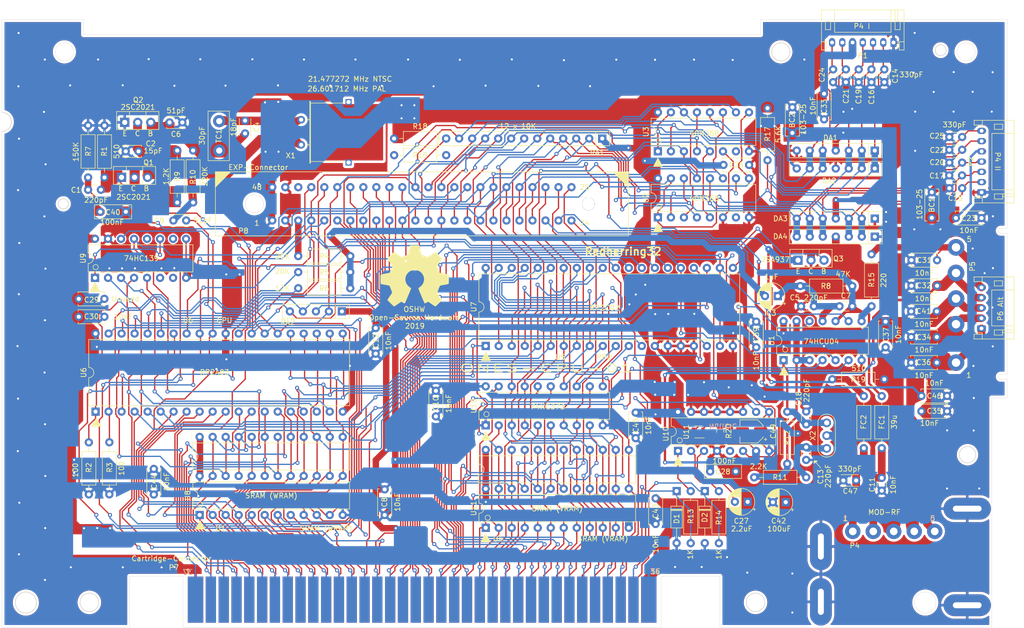
<source format=kicad_pcb>
(kicad_pcb (version 20211014) (generator pcbnew)
  (title_block (title "NES-CPU-11") (rev "11") (company "Nintendo Co., LTD") (comment 1 "Clean-Up by =Lockster=") (comment 2 "KiCad Schematic by Redherring32") (comment 3 "Reverse Engineered by Krzysiobal") (comment 4 "Forked and updated by NULL"))
  (layers (0 "F.Cu" signal) (31 "B.Cu" signal) (34 "B.Paste" user) (35 "F.Paste" user) (36 "B.SilkS" user "B.Silkscreen") (37 "F.SilkS" user "F.Silkscreen") (38 "B.Mask" user) (39 "F.Mask" user) (44 "Edge.Cuts" user))
  (net 0 "")
  (net 1 "/GND")
  (net 2 "/M2")
  (net 3 "/VCC")
  (net 4 "/ALE")
  (net 5 "/PPU-CLK")
  (net 6 "/VIDEO")
  (net 7 "Net-(C17-Pad2)")
  (net 8 "Net-(C9-Pad2)")
  (net 9 "Net-(C11-Pad2)")
  (net 10 "Net-(C18-Pad2)")
  (net 11 "/EXP-AUDIO-OUT")
  (net 12 "/4017-D0")
  (net 13 "/4017-D3")
  (net 14 "/4017-D4")
  (net 15 "/~{OE1}")
  (net 16 "/4016-D0")
  (net 17 "/4016-D3")
  (net 18 "/4016-D4")
  (net 19 "/CPU-CLK")
  (net 20 "/SYSTEM-CLK")
  (net 21 "/CIC-TO-MB")
  (net 22 "/CIC-TO-CART")
  (net 23 "/EXP-VIDEO")
  (net 24 "/SOUND-2")
  (net 25 "/SOUND-1")
  (net 26 "/EXP-AUDIO-IN")
  (net 27 "/~{NMI}")
  (net 28 "Net-(R18-Pad2)")
  (net 29 "Net-(R19-Pad2)")
  (net 30 "/4016-D2")
  (net 31 "/4016-D1")
  (net 32 "/~{IRQ}")
  (net 33 "/4017-D2")
  (net 34 "/4017-D1")
  (net 35 "/PPU-A13")
  (net 36 "/CPU-A8")
  (net 37 "/CPU-D2")
  (net 38 "/CPU-A9")
  (net 39 "/CPU-D1")
  (net 40 "/CPU-R~{W}")
  (net 41 "/CPU-D0")
  (net 42 "/CPU-A0")
  (net 43 "/CPU-A10")
  (net 44 "/CPU-A1")
  (net 45 "/WRAM-~{CE}")
  (net 46 "/CPU-A2")
  (net 47 "/CPU-D7")
  (net 48 "/CPU-A3")
  (net 49 "/CPU-D6")
  (net 50 "/CPU-A4")
  (net 51 "/CPU-D5")
  (net 52 "/CPU-A5")
  (net 53 "/CPU-D4")
  (net 54 "/CPU-A6")
  (net 55 "/CPU-D3")
  (net 56 "/CPU-A7")
  (net 57 "/PPU-A1")
  (net 58 "/PPU-A0")
  (net 59 "/PPU-D0")
  (net 60 "/PPU-A7")
  (net 61 "/PPU-D2")
  (net 62 "/PPU-D7")
  (net 63 "/PPU-A2")
  (net 64 "/PPU-D5")
  (net 65 "/PPU-A4")
  (net 66 "/PPU-A5")
  (net 67 "/PPU-D4")
  (net 68 "/PPU-A3")
  (net 69 "/PPU-D6")
  (net 70 "/PPU-D3")
  (net 71 "/PPU-A6")
  (net 72 "/PPU-D1")
  (net 73 "/CPU-A15")
  (net 74 "/PPU-~{CE}")
  (net 75 "/CPU-A14")
  (net 76 "/CPU-A13")
  (net 77 "/~{ROMSEL}")
  (net 78 "/PPU-A8")
  (net 79 "/PPU-A9")
  (net 80 "/PPU-~{WE}")
  (net 81 "/PPU-~{RD}")
  (net 82 "/VRAM-A10")
  (net 83 "/VRAM-~{CE}")
  (net 84 "/PPU-A10")
  (net 85 "/PPU-A11")
  (net 86 "/PPU-A12")
  (net 87 "/~{RST}")
  (net 88 "/OUT-1")
  (net 89 "/OUT-2")
  (net 90 "/CPU-A12")
  (net 91 "/CPU-A11")
  (net 92 "/PPU-~{A13}")
  (net 93 "Net-(U10-Pad6)")
  (net 94 "/CIC-CLK")
  (net 95 "Net-(U10-Pad5)")
  (net 96 "/CIC-RST")
  (net 97 "/+9V")
  (net 98 "/AUDIO")
  (net 99 "/EXP-0")
  (net 100 "/EXP-1")
  (net 101 "/EXP-2")
  (net 102 "/EXP-3")
  (net 103 "/EXP-4")
  (net 104 "/EXP-9")
  (net 105 "/EXP-7")
  (net 106 "/EXP-6")
  (net 107 "/EXP-5")
  (net 108 "/EXP-8")
  (net 109 "/~{OE2}")
  (net 110 "/OUT-0")
  (net 112 "Net-(C2-Pad2)")
  (net 113 "Net-(C3-Pad1)")
  (net 114 "Net-(C3-Pad2)")
  (net 115 "Net-(C4-Pad1)")
  (net 116 "Net-(C4-Pad2)")
  (net 117 "Net-(C13-Pad2)")
  (net 118 "Net-(C27-Pad2)")
  (net 119 "Net-(C31-Pad2)")
  (net 120 "Net-(C35-Pad2)")
  (net 121 "Net-(Q3-Pad3)")
  (net 122 "Net-(R15-Pad1)")
  (net 123 "Net-(U9-Pad1)")
  (net 126 "Net-(R11-Pad1)")
  (net 127 "Net-(R13-Pad2)")
  (net 128 "Net-(R14-Pad2)")
  (net 129 "Net-(U1-Pad12)")
  (footprint "Capacitor_THT:C_Disc_D6.0mm_W2.5mm_P5.00mm" (layer "F.Cu") (at 233.622 65.5685 -90)
    (fp_text reference "BC1")
    (fp_text value "103-25")
  )
  (footprint "Capacitor_THT:C_Disc_D6.0mm_W2.5mm_P5.00mm" (layer "F.Cu") (at 206.397 48.9935 -90)
    (fp_text reference "BC2")
    (fp_text value "103-25")
  )
  (footprint "Capacitor_THT:CP_Radial_D5.0mm_P2.50mm" (layer "F.Cu") (at 205.097 126.0935 180)
    (fp_text reference "C42")
    (fp_text value "100uF")
  )
  (footprint "Capacitor_THT:C_Disc_D5.0mm_W2.5mm_P5.00mm" (layer "F.Cu") (at 179.697 130.3435 90)
    (fp_text reference "C43")
    (fp_text value "10nF")
  )
  (footprint "Capacitor_THT:C_Disc_D5.0mm_W2.5mm_P5.00mm" (layer "F.Cu") (at 81.7269 124.5966 90)
    (fp_text reference "C44")
    (fp_text value "10nF")
  )
  (footprint "Capacitor_THT:C_Disc_D3.0mm_W1.6mm_P2.50mm" (layer "F.Cu") (at 223.847 123.8435 90)
    (fp_text reference "C11")
    (fp_text value "10nF")
  )
  (footprint "Capacitor_THT:C_Disc_D3.0mm_W2.0mm_P2.50mm" (layer "F.Cu") (at 218.847 121.8435 180)
    (fp_text reference "C47")
    (fp_text value "330pF")
  )
  (footprint "Capacitor_THT:C_Disc_D3.0mm_W1.6mm_P2.50mm" (layer "F.Cu") (at 209.097 117.8435 90)
    (fp_text reference "C13")
    (fp_text value "220pF")
  )
  (footprint "Capacitor_THT:C_Disc_D3.0mm_W1.6mm_P2.50mm" (layer "F.Cu") (at 209.097 108.3935 -90)
    (fp_text reference "C18")
    (fp_text value "220pF")
  )
  (footprint "Capacitor_THT:C_Disc_D7.0mm_W2.5mm_P5.00mm" (layer "F.Cu") (at 195.347 120.0935 180)
    (fp_text reference "C28")
    (fp_text value "100nF")
  )
  (footprint "Capacitor_THT:CP_Radial_D5.0mm_P2.50mm" (layer "F.Cu") (at 197.672 126.0185 180)
    (fp_text reference "C27")
    (fp_text value "2.2uF")
  )
  (footprint "Capacitor_THT:C_Disc_D5.0mm_W2.5mm_P5.00mm" (layer "F.Cu") (at 175.797 113.5935 90)
    (fp_text reference "C45")
    (fp_text value "10nF")
  )
  (footprint "Capacitor_THT:C_Disc_D5.0mm_W2.5mm_P5.00mm" (layer "F.Cu") (at 236.597 108.3435 180)
    (fp_text reference "C35")
    (fp_text value "10nF")
  )
  (footprint "Capacitor_THT:C_Disc_D5.0mm_W2.5mm_P5.00mm" (layer "F.Cu") (at 236.597 105.3435 180)
    (fp_text reference "C46")
    (fp_text value "10nF")
  )
  (footprint "Capacitor_THT:C_Disc_D5.0mm_W2.5mm_P5.00mm" (layer "F.Cu") (at 72.0749 89.8875 180)
    (fp_text reference "C30")
    (fp_text value "10nF")
  )
  (footprint "Capacitor_THT:C_Disc_D5.0mm_W2.5mm_P5.00mm" (layer "F.Cu") (at 229.597 98.8435)
    (fp_text reference "C36")
    (fp_text value "10nF")
  )
  (footprint "Capacitor_THT:C_Disc_D5.0mm_W2.5mm_P5.00mm" (layer "F.Cu") (at 229.597 93.8435)
    (fp_text reference "C34")
    (fp_text value "10nF")
  )
  (footprint "Capacitor_THT:C_Disc_D5.0mm_W2.5mm_P5.00mm" (layer "F.Cu") (at 229.597 88.8435)
    (fp_text reference "C41")
    (fp_text value "10nF")
  )
  (footprint "Capacitor_THT:C_Disc_D5.0mm_W2.5mm_P5.00mm" (layer "F.Cu") (at 229.647 83.8435)
    (fp_text reference "C32")
    (fp_text value "10nF")
  )
  (footprint "Capacitor_THT:C_Disc_D5.0mm_W2.5mm_P5.00mm" (layer "F.Cu") (at 229.647 78.8435)
    (fp_text reference "C31")
    (fp_text value "10nF")
  )
  (footprint "Capacitor_THT:C_Disc_D5.0mm_W2.5mm_P5.00mm" (layer "F.Cu") (at 224.597 95.8435 90)
    (fp_text reference "C37")
    (fp_text value "10nF")
  )
  (footprint "Capacitor_THT:C_Disc_D3.0mm_W1.6mm_P2.50mm" (layer "F.Cu") (at 215.597 87.8435)
    (fp_text reference "C7")
    (fp_text value "220pF")
  )
  (footprint "Capacitor_THT:C_Disc_D3.0mm_W1.6mm_P2.50mm" (layer "F.Cu") (at 208.097 87.8435)
    (fp_text reference "C5")
    (fp_text value "220pF")
  )
  (footprint "Capacitor_THT:C_Disc_D5.0mm_W2.5mm_P5.00mm" (layer "F.Cu") (at 126.797 128.5935 90)
    (fp_text reference "C8")
    (fp_text value "10nF")
  )
  (footprint "Capacitor_THT:CP_Radial_D5.0mm_P2.50mm" (layer "F.Cu") (at 203.547 85.8435 180)
    (fp_text reference "C3")
    (fp_text value "1uF")
  )
  (footprint "Capacitor_THT:C_Disc_D5.0mm_W2.5mm_P5.00mm" (layer "F.Cu") (at 199.347 95.8435 90)
    (fp_text reference "C39")
    (fp_text value "10nF")
  )
  (footprint "Capacitor_THT:C_Disc_D5.0mm_W2.5mm_P5.00mm" (layer "F.Cu") (at 72.0749 86.395 180)
    (fp_text reference "C29")
    (fp_text value "(Unused)")
  )
  (footprint "Capacitor_THT:C_Disc_D5.0mm_W2.5mm_P5.00mm" (layer "F.Cu") (at 243.322 70.6185 180)
    (fp_text reference "C23")
    (fp_text value "10nF")
  )
  (footprint "Capacitor_THT:C_Disc_D3.0mm_W1.6mm_P2.50mm" (layer "F.Cu") (at 239.5498 64.79484 180)
    (fp_text reference "C15")
    (fp_text value "330pF")
  )
  (footprint "Capacitor_THT:C_Disc_D3.0mm_W1.6mm_P2.50mm" (layer "F.Cu") (at 239.52186 62.29294 180)
    (fp_text reference "C17")
    (fp_text value "330pF")
  )
  (footprint "Capacitor_THT:C_Disc_D3.0mm_W1.6mm_P2.50mm" (layer "F.Cu") (at 239.54472 59.79358 180)
    (fp_text reference "C20")
    (fp_text value "330pF")
  )
  (footprint "Capacitor_THT:C_Disc_D3.0mm_W1.6mm_P2.50mm" (layer "F.Cu") (at 239.54472 57.29168 180)
    (fp_text reference "C22")
    (fp_text value "330pF")
  )
  (footprint "Capacitor_THT:C_Disc_D3.0mm_W1.6mm_P2.50mm" (layer "F.Cu") (at 239.54536 54.79486 180)
    (fp_text reference "C25")
    (fp_text value "330pF")
  )
  (footprint "Capacitor_THT:C_Disc_D5.0mm_W2.5mm_P5.00mm" (layer "F.Cu") (at 125.047 97.0935 90)
    (fp_text reference "C12")
    (fp_text value "10nF")
  )
  (footprint "Capacitor_THT:C_Disc_D3.0mm_W1.6mm_P2.50mm" (layer "F.Cu") (at 224.347 41.5935 -90)
    (fp_text reference "C14")
    (fp_text value "330pF")
  )
  (footprint "Capacitor_THT:C_Disc_D3.0mm_W1.6mm_P2.50mm" (layer "F.Cu") (at 221.847 41.5935 -90)
    (fp_text reference "C16")
    (fp_text value "330pF")
  )
  (footprint "Capacitor_THT:C_Disc_D3.0mm_W1.6mm_P2.50mm" (layer "F.Cu") (at 219.347 41.5935 -90)
    (fp_text reference "C19")
    (fp_text value "330pF")
  )
  (footprint "Capacitor_THT:C_Disc_D3.0mm_W1.6mm_P2.50mm" (layer "F.Cu") (at 216.847 41.5935 -90)
    (fp_text reference "C21")
    (fp_text value "330pF")
  )
  (footprint "Capacitor_THT:C_Disc_D3.0mm_W1.6mm_P2.50mm" (layer "F.Cu") (at 214.347 41.5935 -90)
    (fp_text reference "C24")
    (fp_text value "330pF")
  )
  (footprint "Capacitor_THT:C_Disc_D5.0mm_W2.5mm_P5.00mm" (layer "F.Cu") (at 212.597 51.3435 90)
    (fp_text reference "C33")
    (fp_text value "10nF")
  )
  (footprint "Capacitor_THT:C_Disc_D5.0mm_W2.5mm_P5.00mm" (layer "F.Cu") (at 136.797 109.3435 90)
    (fp_text reference "C10")
    (fp_text value "10nF")
  )
  (footprint "Capacitor_THT:C_Disc_D5.0mm_W2.5mm_P5.00mm" (layer "F.Cu") (at 197.947 60.2435 180)
    (fp_text reference "C26")
    (fp_text value "10nF")
  )
  (footprint "Capacitor_THT:C_Disc_D3.0mm_W2.0mm_P2.50mm" (layer "F.Cu") (at 99.547 51.5935 -90)
    (fp_text reference "C4")
    (fp_text value "18pF")
  )
  (footprint "Capacitor_THT:C_Disc_D3.4mm_W2.1mm_P2.50mm" (layer "F.Cu") (at 76.247 57.5935)
    (fp_text reference "C2")
    (fp_text value "15pF")
  )
  (footprint "Capacitor_THT:C_Disc_D3.4mm_W2.1mm_P2.50mm" (layer "F.Cu") (at 87.297 51.9435 180)
    (fp_text reference "C6")
    (fp_text value "51pF")
  )
  (footprint "Capacitor_THT:C_Disc_D3.0mm_W1.6mm_P2.50mm" (layer "F.Cu") (at 71.397 65.0935 180)
    (fp_text reference "C1")
    (fp_text value "220pF")
  )
  (footprint "Capacitor_THT:C_Disc_D3.4mm_W2.1mm_P2.50mm" (layer "F.Cu") (at 85.547 71.0915)
    (fp_text reference "C9")
    (fp_text value "51pF")
  )
  (footprint "Capacitor_THT:C_Disc_D7.0mm_W2.5mm_P5.00mm" (layer "F.Cu") (at 76.2659 69.3897 180)
    (fp_text reference "C40")
    (fp_text value "100nF")
  )
  (footprint "Diode_THT:D_DO-35_SOD27_P10.16mm_Horizontal" (layer "F.Cu") (at 189.297 123.9185 -90)
    (fp_text reference "D2")
    (fp_text value "?")
  )
  (footprint "Diode_THT:D_DO-35_SOD27_P10.16mm_Horizontal" (layer "F.Cu") (at 183.797 123.9185 -90)
    (fp_text reference "D1")
    (fp_text value "?")
  )
  (footprint "Resistor_THT:R_Array_SIP7" (layer "F.Cu") (at 222.487 57.4435 180)
    (fp_text reference "DA1")
    (fp_text value "DAN601")
  )
  (footprint "Resistor_THT:R_Array_SIP7" (layer "F.Cu") (at 222.487 60.9435 180)
    (fp_text reference "DA2")
    (fp_text value "UPA64H")
  )
  (footprint "Resistor_THT:R_Array_SIP7" (layer "F.Cu") (at 222.497 70.7185 180)
    (fp_text reference "DA3")
    (fp_text value "DAN601")
  )
  (footprint "Resistor_THT:R_Array_SIP7" (layer "F.Cu") (at 222.497 74.2435 180)
    (fp_text reference "DA4")
    (fp_text value "UPA64H")
  )
  (footprint "Resistor_THT:R_Axial_DIN0207_L6.3mm_D2.5mm_P10.16mm_Horizontal" (layer "F.Cu") (at 223.847 105.3835 -90)
    (fp_text reference "FC1")
    (fp_text value "39u")
  )
  (footprint "Resistor_THT:R_Axial_DIN0207_L6.3mm_D2.5mm_P10.16mm_Horizontal" (layer "F.Cu") (at 220.347 105.3835 -90)
    (fp_text reference "FC2")
    (fp_text value "Ferrite_Coil")
  )
  (footprint "NESRE:Mod_RF" (layer "F.Cu") (at 218.193 129.6375)
    (fp_text reference "P4")
    (fp_text value "MOD RF")
  )
  (footprint "Package_TO_SOT_THT:TO-126-3_Vertical" (layer "F.Cu") (at 207.497 78.8435)
    (fp_text reference "Q3")
    (fp_text value "2SA937")
  )
  (footprint "Package_TO_SOT_THT:TO-126-3_Vertical" (layer "F.Cu") (at 76.047 51.9435)
    (fp_text reference "Q2")
    (fp_text value "2SC2021")
  )
  (footprint "Package_TO_SOT_THT:TO-126-3_Vertical" (layer "F.Cu") (at 75.422 62.6685)
    (fp_text reference "Q1")
    (fp_text value "2SC2021")
  )
  (footprint "Resistor_THT:R_Axial_DIN0207_L6.3mm_D2.5mm_P10.16mm_Horizontal" (layer "F.Cu") (at 205.397 118.5935 90)
    (fp_text reference "R12")
    (fp_text value "1M")
  )
  (footprint "Resistor_THT:R_Axial_DIN0207_L6.3mm_D2.5mm_P10.16mm_Horizontal" (layer "F.Cu") (at 224.347 102.0935 180)
    (fp_text reference "R19")
    (fp_text value "510")
  )
  (footprint "Resistor_THT:R_Axial_DIN0207_L6.3mm_D2.5mm_P10.16mm_Horizontal" (layer "F.Cu") (at 73.047 124.5535 90)
    (fp_text reference "R3")
    (fp_text value "100")
  )
  (footprint "Resistor_THT:R_Axial_DIN0207_L6.3mm_D2.5mm_P10.16mm_Horizontal" (layer "F.Cu") (at 69.0396 124.5685 90)
    (fp_text reference "R2")
    (fp_text value "100")
  )
  (footprint "Resistor_THT:R_Axial_DIN0207_L6.3mm_D2.5mm_P10.16mm_Horizontal" (layer "F.Cu") (at 221.847 87.8435 90)
    (fp_text reference "R15")
    (fp_text value "220")
  )
  (footprint "Resistor_THT:R_Axial_DIN0207_L6.3mm_D2.5mm_P10.16mm_Horizontal" (layer "F.Cu") (at 207.937 83.8935)
    (fp_text reference "R8")
    (fp_text value "47K")
  )
  (footprint "Resistor_THT:R_Axial_DIN0207_L6.3mm_D2.5mm_P10.16mm_Horizontal" (layer "F.Cu") (at 109.922 81.1685)
    (fp_text reference "R5")
    (fp_text value "20K")
  )
  (footprint "Resistor_THT:R_Axial_DIN0207_L6.3mm_D2.5mm_P10.16mm_Horizontal" (layer "F.Cu") (at 109.922 84.3185)
    (fp_text reference "R6")
    (fp_text value "12K")
  )
  (footprint "Resistor_THT:R_Axial_DIN0207_L6.3mm_D2.5mm_P10.16mm_Horizontal" (layer "F.Cu") (at 109.922 78.0435)
    (fp_text reference "R4")
    (fp_text value "20K")
  )
  (footprint "Resistor_THT:R_Axial_DIN0207_L6.3mm_D2.5mm_P10.16mm_Horizontal" (layer "F.Cu") (at 89.397 57.4185 -90)
    (fp_text reference "R10")
    (fp_text value "220K")
  )
  (footprint "Resistor_THT:R_Axial_DIN0207_L6.3mm_D2.5mm_P10.16mm_Horizontal" (layer "F.Cu") (at 86.297 67.5935 90)
    (fp_text reference "R9")
    (fp_text value "1.2K")
  )
  (footprint "Resistor_THT:R_Axial_DIN0207_L6.3mm_D2.5mm_P10.16mm_Horizontal" (layer "F.Cu") (at 72.097 62.7035 90)
    (fp_text reference "R1")
    (fp_text value "510")
  )
  (footprint "Resistor_THT:R_Axial_DIN0207_L6.3mm_D2.5mm_P10.16mm_Horizontal" (layer "F.Cu") (at 68.897 62.6935 90)
    (fp_text reference "R7")
    (fp_text value "150K")
  )
  (footprint "Resistor_THT:R_Axial_DIN0207_L6.3mm_D2.5mm_P10.16mm_Horizontal" (layer "F.Cu") (at 201.547 49.1685 -90)
    (fp_text reference "R17")
    (fp_text value "5.6K")
  )
  (footprint "Resistor_THT:R_Axial_DIN0207_L6.3mm_D2.5mm_P10.16mm_Horizontal" (layer "F.Cu") (at 128.63816 55.0895)
    (fp_text reference "R18")
    (fp_text value "10K")
  )
  (footprint "Resistor_THT:R_Axial_DIN0207_L6.3mm_D2.5mm_P10.16mm_Horizontal" (layer "F.Cu") (at 198.937 121.2435)
    (fp_text reference "R11")
    (fp_text value "2.2K")
  )
  (footprint "Resistor_THT:R_Axial_DIN0207_L6.3mm_D2.5mm_P10.16mm_Horizontal" (layer "F.Cu") (at 192.047 134.0935 90)
    (fp_text reference "R14")
    (fp_text value "1K")
  )
  (footprint "Resistor_THT:R_Axial_DIN0207_L6.3mm_D2.5mm_P10.16mm_Horizontal" (layer "F.Cu") (at 186.547 134.0935 90)
    (fp_text reference "R13")
    (fp_text value "1K")
  )
  (footprint "Resistor_THT:R_Array_SIP13" (layer "F.Cu") (at 169.277 55.0935 180)
    (fp_text reference "RA1")
    (fp_text value "12 x 10K")
  )
  (footprint "Resistor_THT:R_Array_SIP5" (layer "F.Cu") (at 118.457 88.8435 180)
    (fp_text reference "RA2")
    (fp_text value "4 x 6.8K")
  )
  (footprint "NESRE:TrimmerCap-THT" (layer "F.Cu") (at 92.497 57.4435 90)
    (fp_text reference "TC1")
    (fp_text value "30pF")
  )
  (footprint "Package_DIP:DIP-20_W7.62mm" (layer "F.Cu") (at 146.523 111.0965 90)
    (fp_text reference "U10")
    (fp_text value "74HC373")
  )
  (footprint "Package_DIP:DIP-16_W7.62mm" (layer "F.Cu") (at 70.247 82.2935 90)
    (fp_text reference "U9")
    (fp_text value "74HC139")
  )
  (footprint "Package_DIP:DIP-40_W15.24mm" (layer "F.Cu") (at 146.523 95.5935 90)
    (fp_text reference "U7")
    (fp_text value "RP2C02 PPU")
  )
  (footprint "Package_DIP:DIP-40_W15.24mm" (layer "F.Cu") (at 70.353 108.4085 90)
    (fp_text reference "U6")
    (fp_text value "RP2A03 CPU")
  )
  (footprint "Package_DIP:DIP-16_W7.62mm" (layer "F.Cu") (at 180.147 57.5935 90)
    (fp_text reference "U3")
    (fp_text value "40H368 (CI)")
  )
  (footprint "Package_DIP:DIP-16_W7.62mm" (layer "F.Cu") (at 180.147 70.4935 90)
    (fp_text reference "U2")
    (fp_text value "40H368 (CII)")
  )
  (footprint "Package_DIP:DIP-14_W7.62mm" (layer "F.Cu") (at 204.672 98.3685 90)
    (fp_text reference "U1")
    (fp_text value "74LS04")
  )
  (footprint "Crystal:Crystal_HC49-U_Horizontal_1EP_style2" (layer "F.Cu") (at 110.497 56.3185 90)
    (fp_text reference "X1")
    (fp_text value "21.477272 MHz")
  )
  (footprint "Connector_JST:JST_PH_S7B-PH-K_1x07_P2.00mm_Horizontal" (layer "F.Cu") (at 226.147 36.3435 180)
    (fp_text reference "P1")
    (fp_text value "Controller Input")
  )
  (footprint "Connector_JST:JST_PH_S7B-PH-K_1x07_P2.00mm_Horizontal" (layer "F.Cu") (at 243.347 65.5935 90)
    (fp_text reference "P2")
    (fp_text value "Controller Input")
  )
  (footprint "Package_DIP:DIP-24_W7.62mm" (layer "F.Cu") (at 90.673 128.5935 90)
    (fp_text reference "U8")
    (fp_text value "6116 (WRAM)")
  )
  (footprint "Package_DIP:DIP-24_W7.62mm" (layer "F.Cu") (at 146.523 131.0935 90)
    (fp_text reference "U11")
    (fp_text value "6116 (VRAM)")
  )
  (footprint "NESRE:PowerReset-switch-In" (layer "F.Cu") (at 238.347 76.3435 -90)
    (fp_text reference "P5")
    (fp_text value "PWR/RST IN")
  )
  (footprint "NESRE:NES_Edge_Connector" (layer "F.Cu") (at 72.122 138.8685)
    (fp_text reference "P7")
    (fp_text value "72-Pin Connector")
  )
  (footprint "NESRE:EXP_Header" (layer "F.Cu") (at 104.855 64.5935)
    (fp_text reference "P8")
    (fp_text value "EXP-Connector")
  )
  (footprint "Symbol:OSHW-Symbol_13.4x12mm_SilkScreen" (layer "F.Cu") (at 132.647 81.9435)
    (fp_text reference "REF**" hide)
    (fp_text value " " hide)
  )
  (footprint "NESRE:DIP-24_W7.62mmSingleRow" (layer "F.Cu") (at 146.523 123.4935 90)
    (fp_text reference " ")
    (fp_text value " ")
  )
  (footprint "NESRE:DIP-24_W7.62mmSingleRow" (layer "F.Cu") (at 90.673 120.9685 90)
    (fp_text reference " ")
    (fp_text value " ")
  )
  (footprint "Resistor_THT:R_Axial_DIN0207_L6.3mm_D2.5mm_P10.16mm_Horizontal" (layer "F.Cu") (at 128.647 58.3435)
    (fp_text reference "R15")
    (fp_text value "R15")
  )
  (footprint "Crystal:Resonator_muRata_CSTLSxxxG-3Pin_W8.0mm_H3.0mm" (layer "F.Cu") (at 213.097 115.5935 90)
    (fp_text reference "X2")
    (fp_text value "4MHz")
  )
  (footprint "Resistor_SMD:R_0805_2012Metric" (layer "F.Cu") (at 192.313 112.2185 -90)
    (fp_text reference "R20")
    (fp_text value "0R")
  )
  (footprint "Package_TO_SOT_SMD:SOT-353_SC-70-5" (layer "F.Cu") (at 188.003 112.3785 180)
    (fp_text reference "U11")
    (fp_text value " ")
  )
  (footprint "Package_DIP:DIP-16_W7.62mm" (layer "F.Cu") (at 184.073 116.0885 90)
    (fp_text reference "U10")
    (fp_text value "CIC")
  )
  (footprint "Connector_JST:JST_PH_S5B-PH-K_1x05_P2.00mm_Horizontal" (layer "F.Cu") (at 243.323 92.1685 90)
    (fp_text reference "P6 Alt")
    (fp_text value "PWR/RST IN")
  )
  (footprint "Capacitor_SMD:CP_Elec_4x5.3" (layer "F.Cu") (at 198.413 112.2685 180)
    (fp_text reference "C49")
    (fp_text value "0.47uF")
  )
  (gr_line (start 210.647 118.4935) (end 210.797 118.3935) (layer "F.SilkS") (width 0.12))
  (gr_poly (pts (xy 70.522 109.6435) (xy 71.447 111.2935) (xy 69.647 111.2935)) (layer "F.SilkS") (width 0.1) (fill solid))
  (gr_poly (pts (xy 90.772 129.6935) (xy 91.697 131.3435) (xy 89.897 131.3435)) (layer "F.SilkS") (width 0.1) (fill solid))
  (gr_poly (pts (xy 146.497 132.1935) (xy 147.422 133.8435) (xy 145.622 133.8435)) (layer "F.SilkS") (width 0.1) (fill solid))
  (gr_poly (pts (xy 184.072 117.2685) (xy 184.997 118.9185) (xy 183.197 118.9185)) (layer "F.SilkS") (width 0.1) (fill solid))
  (gr_poly (pts (xy 146.547 112.3685) (xy 147.472 114.0185) (xy 145.672 114.0185)) (layer "F.SilkS") (width 0.1) (fill solid))
  (gr_poly (pts (xy 204.747 99.6435) (xy 205.672 101.2935) (xy 203.872 101.2935)) (layer "F.SilkS") (width 0.1) (fill solid))
  (gr_poly (pts (xy 180.147 71.6435) (xy 181.072 73.2935) (xy 179.272 73.2935)) (layer "F.SilkS") (width 0.1) (fill solid))
  (gr_poly (pts (xy 180.147 58.8935) (xy 181.072 60.5435) (xy 179.272 60.5435)) (layer "F.SilkS") (width 0.1) (fill solid))
  (gr_poly (pts (xy 146.547 96.7935) (xy 147.472 98.4435) (xy 145.672 98.4435)) (layer "F.SilkS") (width 0.1) (fill solid))
  (gr_poly (pts (xy 70.235062 83.187314) (xy 71.160062 84.837314) (xy 69.360062 84.837314)) (layer "F.SilkS") (width 0.1) (fill solid))
  (gr_circle (center 70.372 80.1935) (end 70.872 80.1935) (layer "F.SilkS") (width 0.12) (fill none))
  (gr_circle (center 180.372 68.3935) (end 180.872 68.3935) (layer "F.SilkS") (width 0.12) (fill none))
  (gr_circle (center 180.322 55.4935) (end 180.822 55.4935) (layer "F.SilkS") (width 0.12) (fill none))
  (gr_circle (center 204.997 96.2935) (end 205.497 96.2935) (layer "F.SilkS") (width 0.12) (fill none))
  (gr_line (start 210.672 117.9685) (end 211.272 118.0685) (layer "F.SilkS") (width 0.12))
  (gr_line (start 211.072 118.1185) (end 210.972 118.0685) (layer "F.SilkS") (width 0.12))
  (gr_circle (center 146.922 129.1185) (end 147.422 129.1185) (layer "F.SilkS") (width 0.12) (fill none))
  (gr_line (start 211.272 118.0685) (end 210.797 118.3935) (layer "F.SilkS") (width 0.12))
  (gr_circle (center 146.672 108.9185) (end 147.172 108.9185) (layer "F.SilkS") (width 0.12) (fill none))
  (gr_line (start 210.722 118.3435) (end 210.847 118.2685) (layer "F.SilkS") (width 0.12))
  (gr_line (start 92.322 59.4185) (end 96.472 59.4185) (layer "F.SilkS") (width 0.12))
  (gr_line (start 210.672 117.9685) (end 210.647 118.4685) (layer "F.SilkS") (width 0.12))
  (gr_circle (center 184.397 114.0185) (end 184.897 114.0185) (layer "F.SilkS") (width 0.12) (fill none))
  (gr_line (start 210.722 118.1435) (end 210.722 118.3435) (layer "F.SilkS") (width 0.12))
  (gr_line (start 92.322 49.7435) (end 92.322 59.4185) (layer "F.SilkS") (width 0.12))
  (gr_line (start 96.472 59.4185) (end 96.472 49.7435) (layer "F.SilkS") (width 0.12))
  (gr_line (start 210.972 118.0685) (end 210.722 118.1435) (layer "F.SilkS") (width 0.12))
  (gr_line (start 96.497 49.7435) (end 92.322 49.7435) (layer "F.SilkS") (width 0.12))
  (gr_line (start 210.972 118.1685) (end 211.072 118.1185) (layer "F.SilkS") (width 0.12))
  (gr_line (start 210.847 118.2685) (end 210.797 118.1935) (layer "F.SilkS") (width 0.12))
  (gr_circle (center 90.772 126.5435) (end 91.272 126.5435) (layer "F.SilkS") (width 0.12) (fill none))
  (gr_line (start 210.822 118.0435) (end 210.972 118.1685) (layer "F.SilkS") (width 0.12))
  (gr_line (start 211.972 119.4435) (end 210.672 117.9685) (layer "F.SilkS") (width 0.12))
  (gr_line (start 52.072 150.5685) (end 77.022 150.5685) (layer "Edge.Cuts") (width 0.05))
  (gr_line (start 77.022 150.5685) (end 77.022 140.5685) (layer "Edge.Cuts") (width 0.05))
  (gr_line (start 77.022 140.5685) (end 87.422 140.5685) (layer "Edge.Cuts") (width 0.05))
  (gr_line (start 87.422 150.5685) (end 87.422 140.5685) (layer "Edge.Cuts") (width 0.05))
  (gr_line (start 87.422 150.5685) (end 180.822 150.5685) (layer "Edge.Cuts") (width 0.05))
  (gr_line (start 180.822 150.5685) (end 180.822 140.5685) (layer "Edge.Cuts") (width 0.05))
  (gr_line (start 180.822 140.5685) (end 192.247 140.5685) (layer "Edge.Cuts") (width 0.05))
  (gr_line (start 192.247 150.5685) (end 192.247 140.5685) (layer "Edge.Cuts") (width 0.05))
  (gr_line (start 192.247 150.5685) (end 245.322 150.5685) (layer "Edge.Cuts") (width 0.05))
  (gr_line (start 245.322 150.5685) (end 245.322 105.7435) (layer "Edge.Cuts") (width 0.05))
  (gr_line (start 245.322 105.7435) (end 248.322 105.7435) (layer "Edge.Cuts") (width 0.05))
  (gr_line (start 68.022 31.8685) (end 68.022 34.8185) (layer "Edge.Cuts") (width 0.05))
  (gr_line (start 200.172 31.8685) (end 200.172 34.8185) (layer "Edge.Cuts") (width 0.05))
  (gr_line (start 52.072 53.7185) (end 52.072 150.5685) (layer "Edge.Cuts") (width 0.05))
  (gr_line (start 52.071998 49.968667) (end 52.072 31.8685) (layer "Edge.Cuts") (width 0.05))
  (gr_line (start 248.324296 102.092984) (end 248.322 105.7435) (layer "Edge.Cuts") (width 0.05))
  (gr_line (start 248.322023 73.592876) (end 248.322 101.0935) (layer "Edge.Cuts") (width 0.05))
  (gr_line (start 248.322 72.5935) (end 248.322 31.8685) (layer "Edge.Cuts") (width 0.05))
  (gr_circle (center 101.363 67.8385) (end 103.113 67.8385) (layer "Edge.Cuts") (width 0.05) (fill none))
  (gr_arc (start 53.922166 51.842599) (mid 53.382069 53.160254) (end 52.072 53.7185) (layer "Edge.Cuts") (width 0.12))
  (gr_line (start 68.022 31.8685) (end 52.072 31.8685) (layer "Edge.Cuts") (width 0.05))
  (gr_circle (center 199.204 145.6545) (end 201.014 145.6545) (layer "Edge.Cuts") (width 0.12) (fill none))
  (gr_line (start 248.322 73.5885) (end 247.071 73.5875) (layer "Edge.Cuts") (width 0.05))
  (gr_arc (start 52.071998 49.968667) (mid 53.381634 50.526543) (end 53.922 51.8435) (layer "Edge.Cuts") (width 0.12))
  (gr_arc (start 247.067479 73.586875) (mid 246.730207 73.432094) (end 246.592456 73.087499) (layer "Edge.Cuts") (width 0.05))
  (gr_circle (center 240.297 38.1685) (end 242.072 38.1685) (layer "Edge.Cuts") (width 0.05) (fill none))
  (gr_circle (center 240.597 116.8185) (end 242.197195 116.8185) (layer "Edge.Cuts") (width 0.12) (fill none))
  (gr_line (start 248.324 102.0935) (end 247.071 102.0935) (layer "Edge.Cuts") (width 0.05))
  (gr_circle (center 204.146 38.1685) (end 205.921 38.1685) (layer "Edge.Cuts") (width 0.12) (fill none))
  (gr_line (start 248.324 101.0935) (end 247.071 101.0935) (layer "Edge.Cuts") (width 0.05))
  (gr_arc (start 246.592456 73.087499) (mid 246.73339 72.74821) (end 247.068 72.5965) (layer "Edge.Cuts") (width 0.05))
  (gr_arc (start 246.594 101.5965) (mid 246.730777 101.250904) (end 247.067015 101.0925) (layer "Edge.Cuts") (width 0.05))
  (gr_circle (center 64.272 38.1685) (end 66.047 38.1685) (layer "Edge.Cuts") (width 0.05) (fill none))
  (gr_circle (center 235.347 37.8435) (end 236.407 37.8435) (layer "Edge.Cuts") (width 0.12) (fill none))
  (gr_circle (center 56.745 145.6925) (end 58.805 145.6925) (layer "Edge.Cuts") (width 0.12) (fill none))
  (gr_circle (center 69.144 145.6545) (end 70.954 145.6545) (layer "Edge.Cuts") (width 0.12) (fill none))
  (gr_arc (start 247.071 102.0935) (mid 246.732204 101.939451) (end 246.593681 101.594015) (layer "Edge.Cuts") (width 0.05))
  (gr_circle (center 64.047 67.8435) (end 65.047 67.8435) (layer "Edge.Cuts") (width 0.12) (fill none))
  (gr_line (start 248.323 72.5965) (end 247.072 72.5965) (layer "Edge.Cuts") (width 0.05))
  (gr_circle (center 232.35 145.6925) (end 234.41 145.6925) (layer "Edge.Cuts") (width 0.05) (fill none))
  (gr_line (start 182.023 117.7985) (end 182.203 117.7985) (layer "Edge.Cuts") (width 0.05))
  (gr_line (start 200.172 31.8685) (end 248.322 31.8685) (layer "Edge.Cuts") (width 0.05))
  (gr_line (start 68.022 34.8185) (end 200.172 34.8185) (layer "Edge.Cuts") (width 0.05))
  (gr_text "37" (at 88.347 139.7685) (layer "B.SilkS") (effects (font (size 1 1)) (justify mirror)))
  (gr_text "5" (at 233.757 129.2535) (layer "B.SilkS") (effects (font (size 1 1)) (justify mirror)))
  (gr_text "72" (at 179.672 139.6685) (layer "B.SilkS") (effects (font (size 1 1)) (justify mirror)))
  (gr_text "NullCIC" (at 192.853 111.2485 180) (layer "B.SilkS") (effects (font (size 1 1)) (justify mirror)))
  (gr_text "1" (at 216.687 129.1635) (layer "B.SilkS") (effects (font (size 1 1)) (justify mirror)))
  (gr_text "EXP-Connector\n" (at 102.122 60.7185) (layer "F.SilkS") (effects (font (size 1 1))))
  (gr_text "36" (at 179.622 139.6185) (layer "F.SilkS") (effects (font (size 1 1))))
  (gr_text "P4 II" (at 246.473 59.5685 -90) (layer "F.SilkS") (effects (font (size 1 1))))
  (gr_text "U5        PPU" (at 165.647 97.7685) (layer "F.SilkS") (effects (font (size 1 1))))
  (gr_text "74HC139" (at 79.297 78.4935) (layer "F.SilkS") (effects (font (size 1 1))))
  (gr_text "1" (at 88.397 139.6435) (layer "F.SilkS") (effects (font (size 1 1))))
  (gr_text "2019" (at 132.697 91.6935) (layer "F.SilkS") (effects (font (size 1 1))))
  (gr_text "1" (at 240.847 101.2935) (layer "F.SilkS") (effects (font (size 1 1))))
  (gr_text "5" (at 233.797 129.2635) (layer "F.SilkS") (effects (font (size 1 1))))
  (gr_text "SRAM (WRAM)" (at 104.672 124.8185) (layer "F.SilkS") (effects (font (size 1 1))))
  (gr_text "ONES-CPU-01" (at 158.397 99.9435) (layer "F.SilkS") (effects (font (size 1.5 3) (thickness 0.2))))
  (gr_text "SRAM (VRAM)\n" (at 160.497 127.3435) (layer "F.SilkS") (effects (font (size 1 1))))
  (gr_text "P4 I" (at 219.973 33.1685) (layer "F.SilkS") (effects (font (size 1 1))))
  (gr_text "Unused" (at 76.197 86.3935) (layer "F.SilkS") (effects (font (size 1 1))))
  (gr_text "RP2A03" (at 93.587 100.7435) (layer "F.SilkS") (effects (font (size 1 1))))
  (gr_text "5" (at 240.922 74.7685) (layer "F.SilkS") (effects (font (size 1 1))))
  (gr_text "Redherring32" (at 173.347 77.1435) (layer "F.SilkS") (effects (font (size 1.5 1.5) (thickness 0.3))))
  (gr_text "RP2C02" (at 169.727 88.1535) (layer "F.SilkS") (effects (font (size 1 1))))
  (gr_text "74HC373" (at 158.617 107.4335) (layer "F.SilkS") (effects (font (size 1 1))))
  (gr_text "E  C  B" (at 77.797 64.8435) (layer "F.SilkS") (effects (font (size 1 1))))
  (gr_text "21.477272 MHz NTSC" (at 120.027 43.4735) (layer "F.SilkS") (effects (font (size 1 1))))
  (gr_text "1" (at 216.787 129.2835) (layer "F.SilkS") (effects (font (size 1 1))))
  (gr_text "40H368" (at 189.207 66.7735) (layer "F.SilkS") (effects (font (size 1 1))))
  (gr_text "U6      CPU" (at 92.222 90.5935) (layer "F.SilkS") (effects (font (size 1 1))))
  (gr_text "74HCU04" (at 212.067 94.7135) (layer "F.SilkS") (effects (font (size 1 1))))
  (gr_text "MOD-RF" (at 224.357 128.0435) (layer "F.SilkS") (effects (font (size 1 1))))
  (gr_text "U1                   SRAM (WRAM)\n" (at 107.097 131.2185) (layer "F.SilkS") (effects (font (size 1 1))))
  (gr_text "E  C  B" (at 210.037 81.0135) (layer "F.SilkS") (effects (font (size 1 1))))
  (gr_text "40H368" (at 189.207 54.0735) (layer "F.SilkS") (effects (font (size 1 1))))
  (gr_text "OSHW\nOpen-Source Hardware" (at 132.597 89.2435) (layer "F.SilkS") (effects (font (size 1 1))))
  (gr_text "Cartridge-Connector" (at 85.197 137.0935) (layer "F.SilkS") (effects (font (size 1 1))))
  (gr_text "E  C  B" (at 78.597 54.1185) (layer "F.SilkS") (effects (font (size 1 1))))
  (gr_text "26.601712 MHz PAL" (at 119.387 45.3835) (layer "F.SilkS") (effects (font (size 1 1))))
  (gr_text "U4                   SRAM (VRAM)\n" (at 161.147 133.2185) (layer "F.SilkS") (effects (font (size 1 1))))
  (segment (start 194.822 59.5685) (end 194.822 60.8935) (width 0.25) (layer "F.Cu") (net 1))
  (segment (start 192.313 111.281) (end 193.5855 111.281) (width 0.25) (layer "F.Cu") (net 1))
  (segment (start 214.872 76.6685) (end 214.877 76.6635) (width 1.5) (layer "F.Cu") (net 1))
  (segment (start 189.413 111.2685) (end 192.3005 111.2685) (width 0.25) (layer "F.Cu") (net 1))
  (segment (start 210.037 77.570708) (end 210.939208 76.6685) (width 1.5) (layer "F.Cu") (net 1))
  (segment (start 198.213 113.8685) (end 196.613 112.2685) (width 0.25) (layer "F.Cu") (net 1))
  (segment (start 210.939208 76.6685) (end 214.872 76.6685) (width 1.5) (layer "F.Cu") (net 1))
  (segment (start 193.5855 111.281) (end 194.573 112.2685) (width 0.25) (layer "F.Cu") (net 1))
  (segment (start 214.877 76.6635) (end 214.877 74.2435) (width 1.5) (layer "F.Cu") (net 1))
  (segment (start 194.573 112.2685) (end 196.613 112.2685) (width 0.25) (layer "F.Cu") (net 1))
  (segment (start 128.872 95.6435) (end 128.872 117.6935) (width 1.25) (layer "F.Cu") (net 1))
  (segment (start 91.37232 123.9135) (end 90.807159 124.478661) (width 0.25) (layer "F.Cu") (net 1))
  (segment (start 100.907 120.9735) (end 97.967 123.9135) (width 0.25) (layer "F.Cu") (net 1))
  (segment (start 120.421999 106.753501) (end 119.581999 107.593501) (width 1.25) (layer "F.Cu") (net 1))
  (segment (start 210.037 78.8435) (end 210.037 77.570708) (width 1.5) (layer "F.Cu") (net 1))
  (segment (start 229.597 93.8435) (end 229.597 98.8435) (width 1.25) (layer "F.Cu") (net 1))
  (segment (start 100.9039 113.3571) (end 100.9039 120.9704) (width 0.25) (layer "F.Cu") (net 1))
  (segment (start 188.953 111.7285) (end 189.413 111.2685) (width 0.25) (layer "F.Cu") (net 1))
  (segment (start 193.972001 61.743499) (end 193.972001 69.218499) (width 0.25) (layer "F.Cu") (net 1))
  (segment (start 128.872 117.7685) (end 128.872 126.5185) (width 1.25) (layer "F.Cu") (net 1))
  (segment (start 193.972001 69.218499) (end 193.646999 69.543501) (width 0.25) (layer "F.Cu") (net 1))
  (segment (start 234.39566 64.79484) (end 233.622 65.5685) (width 1.5) (layer "F.Cu") (net 1))
  (segment (start 119.581999 107.593501) (end 118.782 108.3935) (width 1.25) (layer "F.Cu") (net 1))
  (segment (start 193.646999 69.543501) (end 192.847 70.3435) (width 0.25) (layer "F.Cu") (net 1))
  (segment (start 194.822 60.8935) (end 193.972001 61.743499) (width 0.25) (layer "F.Cu") (net 1))
  (segment (start 201.853 116.0885) (end 199.633 113.8685) (width 0.25) (layer "F.Cu") (net 1))
  (segment (start 192.847 57.5935) (end 194.822 59.5685) (width 0.25) (layer "F.Cu") (net 1))
  (segment (start 100.9039 120.9704) (end 100.907 120.9735) (width 0.25) (layer "F.Cu") (net 1))
  (segment (start 120.022 99.4685) (end 120.421999 99.868499) (width 1.25) (layer "F.Cu") (net 1))
  (segment (start 120.421999 99.868499) (end 120.421999 106.753501) (width 1.25) (layer "F.Cu") (net 1))
  (segment (start 237.0498 64.79484) (end 234.39566 64.79484) (width 1.5) (layer "F.Cu") (net 1))
  (segment (start 120.022 100.034185) (end 120.022 99.4685) (width 0.25) (layer "F.Cu") (net 1))
  (segment (start 97.967 123.9135) (end 91.37232 123.9135) (width 0.25) (layer "F.Cu") (net 1))
  (segment (start 199.633 113.8685) (end 198.213 113.8685) (width 0.25) (layer "F.Cu") (net 1))
  (segment (start 128.872 126.5185) (end 126.797 128.5935) (width 1.25) (layer "F.Cu") (net 1))
  (segment (start 90.807159 124.478661) (end 90.40716 124.87866) (width 0.25) (layer "F.Cu") (net 1))
  (segment (start 192.3005 111.2685) (end 192.313 111.281) (width 0.25) (layer "F.Cu") (net 1))
  (via (at 131.372 39.6685) (size 0.8) (drill 0.4) (layers "F.Cu" "B.Cu") (net 1))
  (via (at 65.397 44.7185) (size 0.8) (drill 0.4) (layers "F.Cu" "B.Cu") (net 1))
  (via (at 75.522 80.4435) (size 0.8) (drill 0.4) (layers "F.Cu" "B.Cu") (net 1))
  (via (at 206.397 140.0185) (size 0.8) (drill 0.4) (layers "F.Cu" "B.Cu") (net 1))
  (via (at 116.197 44.7685) (size 0.8) (drill 0.4) (layers "F.Cu" "B.Cu") (net 1))
  (via (at 98.472 81.6185) (size 0.8) (drill 0.4) (layers "F.Cu" "B.Cu") (net 1))
  (via (at 237.897 42.1185) (size 0.8) (drill 0.4) (layers "F.Cu" "B.Cu") (net 1))
  (via (at 60.572 80.4935) (size 0.8) (drill 0.4) (layers "F.Cu" "B.Cu") (net 1))
  (via (at 120.022 99.4685) (size 0.8) (drill 0.4) (layers "F.Cu" "B.Cu") (net 1))
  (via (at 241.597 45.9685) (size 0.8) (drill 0.4) (layers "F.Cu" "B.Cu") (net 1))
  (via (at 136.347 44.8935) (size 0.8) (drill 0.4) (layers "F.Cu" "B.Cu") (net 1))
  (via (at 179.597 39.7185) (size 0.8) (drill 0.4) (layers "F.Cu" "B.Cu") (net 1))
  (via (at 60.472 90.5685) (size 0.8) (drill 0.4) (layers "F.Cu" "B.Cu") (net 1))
  (via (at 55.222 65.1685) (size 0.8) (drill 0.4) (layers "F.Cu" "B.Cu") (net 1))
  (via (at 93.947 100.0685) (size 0.8) (drill 0.4) (layers "F.Cu" "B.Cu") (net 1))
  (via (at 55.372 85.4935) (size 0.8) (drill 0.4) (layers "F.Cu" "B.Cu") (net 1))
  (via (at 245.322 49.8435) (size 0.8) (drill 0.4) (layers "F.Cu" "B.Cu") (net 1))
  (via (at 90.797 39.6185) (size 0.8) (drill 0.4) (layers "F.Cu" "B.Cu") (net 1))
  (via (at 95.872 81.6185) (size 0.8) (drill 0.4) (layers "F.Cu" "B.Cu") (net 1))
  (via (at 55.122 95.6185) (size 0.8) (drill 0.4) (layers "F.Cu" "B.Cu") (net 1))
  (via (at 245.547 70.2685) (size 0.8) (drill 0.4) (layers "F.Cu" "B.Cu") (net 1))
  (via (at 83.247 138.8185) (size 0.8) (drill 0.4) (layers "F.Cu" "B.Cu") (net 1))
  (via (at 187.247 89.3185) (size 0.8) (drill 0.4) (layers "F.Cu" "B.Cu") (net 1))
  (via (at 186.047 105.1185) (size 0.8) (drill 0.4) (layers "F.Cu" "B.Cu") (net 1))
  (via (at 230.072 42.2185) (size 0.8) (drill 0.4) (layers "F.Cu" "B.Cu") (net 1))
  (via (at 80.722 39.5935) (size 0.8) (drill 0.4) (layers "F.Cu" "B.Cu") (net 1))
  (via (at 75.672 138.7935) (size 0.8) (drill 0.4) (layers "F.Cu" "B.Cu") (net 1))
  (via (at 55.472 126.1935) (size 0.8) (drill 0.4) (layers "F.Cu" "B.Cu") (net 1))
  (via (at 55.397 55.1185) (size 0.8) (drill 0.4) (layers "F.Cu" "B.Cu") (net 1))
  (via (at 194.847 93.0685) (size 0.8) (drill 0.4) (layers "F.Cu" "B.Cu") (net 1))
  (via (at 202.897 52.6435) (size 0.8) (drill 0.4) (layers "F.Cu" "B.Cu") (net 1))
  (via (at 141.472 39.7185) (size 0.8) (drill 0.4) (layers "F.Cu" "B.Cu") (net 1))
  (via (at 60.472 141.2685) (size 0.8) (drill 0.4) (layers "F.Cu" "B.Cu") (net 1))
  (via (at 230.272 34.4685) (size 0.8) (drill 0.4) (layers "F.Cu" "B.Cu") (net 1))
  (via (at 218.072 49.2935) (size 0.8) (drill 0.4) (layers "F.Cu" "B.Cu") (net 1))
  (via (at 241.747 99.4935) (size 0.8) (drill 0.4) (layers "F.Cu" "B.Cu") (net 1))
  (via (at 182.172 89.3435) (size 0.8) (drill 0.4) (layers "F.Cu" "B.Cu") (net 1))
  (via (at 128.872 95.6435) (size 0.8) (drill 0.4) (layers "F.Cu" "B.Cu") (net 1))
  (via (at 187.197 39.6935) (size 0.8) (drill 0.4) (layers "F.Cu" "B.Cu") (net 1))
  (via (at 197.597 139.8435) (size 0.8) (drill 0.4) (layers "F.Cu" "B.Cu") (net 1))
  (via (at 200.973 105.4685) (size 0.8) (drill 0.4) (layers "F.Cu" "B.Cu") (net 1))
  (via (at 100.972 39.6185) (size 0.8) (drill 0.4) (layers "F.Cu" "B.Cu") (net 1))
  (via (at 194.747 39.7435) (size 0.8) (drill 0.4) (layers "F.Cu" "B.Cu") (net 1))
  (via (at 188.697 138.7435) (size 0.8) (drill 0.4) (layers "F.Cu" "B.Cu") (net 1))
  (via (at 241.822 105.7435) (size 0.8) (drill 0.4) (layers "F.Cu" "B.Cu") (net 1))
  (via (at 85.722 80.3935) (size 0.8) (drill 0.4) (layers "F.Cu" "B.Cu") (net 1))
  (via (at 161.797 39.7935) (size 0.8) (drill 0.4) (layers "F.Cu" "B.Cu") (net 1))
  (via (at 95.722 44.7685) (size 0.8) (drill 0.4) (layers "F.Cu" "B.Cu") (net 1))
  (via (at 65.522 138.7935) (size 0.8) (drill 0.4) (layers "F.Cu" "B.Cu") (net 1))
  (via (at 60.497 110.8685) (size 0.8) (drill 0.4) (layers "F.Cu" "B.Cu") (net 1))
  (via (at 172.022 39.6935) (size 0.8) (drill 0.4) (layers "F.Cu" "B.Cu") (net 1))
  (via (at 241.797 112.0935) (size 0.8) (drill 0.4) (layers "F.Cu" "B.Cu") (net 1))
  (via (at 75.647 44.6935) (size 0.8) (drill 0.4) (layers "F.Cu" "B.Cu") (net 1))
  (via (at 60.447 39.6685) (size 0.8) (drill 0.4) (layers "F.Cu" "B.Cu") (net 1))
  (via (at 55.172 116.1185) (size 0.8) (drill 0.4) (layers "F.Cu" "B.Cu") (net 1))
  (via (at 73.047 80.4435) (size 0.8) (drill 0.4) (layers "F.Cu" "B.Cu") (net 1))
  (via (at 193.973 103.6685) (size 0.8) (drill 0.4) (layers "F.Cu" "B.Cu") (net 1))
  (via (at 55.222 105.8685) (size 0.8) (drill 0.4) (layers "F.Cu" "B.Cu") (net 1))
  (via (at 233.997 45.9935) (size 0.8) (drill 0.4) (layers "F.Cu" "B.Cu") (net 1))
  (via (at 230.372 57.4935) (size 0.8) (drill 0.4) (layers "F.Cu" "B.Cu") (net 1))
  (via (at 245.497 42.1435) (size 0.8) (drill 0.4) (layers "F.Cu" "B.Cu") (net 1))
  (via (at 146.497 44.7685) (size 0.8) (drill 0.4) (layers "F.Cu" "B.Cu") (net 1))
  (via (at 230.197 72.8185) (size 0.8) (drill 0.4) (layers "F.Cu" "B.Cu") (net 1))
  (via (at 55.397 136.2685) (size 0.8) (drill 0.4) (layers "F.Cu" "B.Cu") (net 1))
  (via (at 60.597 60.1185) (size 0.8) (drill 0.4) (layers "F.Cu" "B.Cu") (net 1))
  (via (at 204.672 95.6685) (size 0.8) (drill 0.4) (layers "F.Cu" "B.Cu") (net 1))
  (via (at 78.047 80.4435) (size 0.8) (drill 0.4) (layers "F.Cu" "B.Cu") (net 1))
  (via (at 193.647 136.8185) (size 0.8) (drill 0.4) (layers "F.Cu" "B.Cu") (net 1))
  (via (at 70.847 39.6685) (size 0.8) (drill 0.4) (layers "F.Cu" "B.Cu") (net 1))
  (via (at 243.927 81.3835) (size 0.8) (drill 0.4) (layers "F.Cu" "B.Cu") (net 1))
  (via (at 237.872 49.8435) (size 0.8) (drill 0.4) (layers "F.Cu" "B.Cu") (net 1))
  (via (at 189.147 102.6685) (size 0.8) (drill 0.4) (layers "F.Cu" "B.Cu") (net 1))
  (via (at 208.747 39.6685) (size 0.8) (drill 0.4) (layers "F.Cu" "B.Cu") (net 1))
  (via (at 245.547 80.3935) (size 0.8) (drill 0.4) (layers "F.Cu" "B.Cu") (net 1))
  (via (at 60.397 100.7685) (size 0.8) (drill 0.4) (layers "F.Cu" "B.Cu") (net 1))
  (via (at 85.747 44.7935) (size 0.8) (drill 0.4) (layers "F.Cu" "B.Cu") (net 1))
  (via (at 206.397 147.6435) (size 0.8) (drill 0.4) (layers "F.Cu" "B.Cu") (net 1))
  (via (at 236.622 112.0685) (size 0.8) (drill 0.4) (layers "F.Cu" "B.Cu") (net 1))
  (via (at 245.522 95.6685) (size 0.8) (drill 0.4) (layers "F.Cu" "B.Cu") (net 1))
  (via (at 235.297 72.8185) (size 0.8) (drill 0.4) (layers "F.Cu" "B.Cu") (net 1))
  (via (at 216.372 49.8685) (size 0.8) (drill 0.4) (layers "F.Cu" "B.Cu") (net 1))
  (via (at 60.272 49.8935) (size 0.8) (drill 0.4) (layers "F.Cu" "B.Cu") (net 1))
  (via (at 236.597 123.4185) (size 0.8) (drill 0.4) (layers "F.Cu" "B.Cu") (net 1))
  (via (at 55.322 34.4935) (size 0.8) (drill 0.4) (layers "F.Cu" "B.Cu") (net 1))
  (via (at 105.972 44.7185) (size 0.8) (drill 0.4) (layers "F.Cu" "B.Cu") (net 1))
  (via (at 245.472 88.0685) (size 0.8) (drill 0.4) (layers "F.Cu" "B.Cu") (net 1))
  (via (at 128.872 117.7685) (size 0.8) (drill 0.4) (layers "F.Cu" "B.Cu") (net 1))
  (via (at 212.572 95.6185) (size 0.8) (drill 0.4) (layers "F.Cu" "B.Cu") (net 1))
  (via (at 116.197 44.7685) (size 0.8) (drill 0.4) (layers "F.Cu" "B.Cu") (net 1))
  (via (at 90.40716 124.87866) (size 0.8) (drill 0.4) (layers "F.Cu" "B.Cu") (net 1))
  (via (at 179.622 89.3685) (size 0.8) (drill 0.4) (layers "F.Cu" "B.Cu") (net 1))
  (via (at 183.497 138.7435) (size 0.8) (drill 0.4) (layers "F.Cu" "B.Cu") (net 1))
  (via (at 121.097 39.6685) (size 0.8) (drill 0.4) (layers "F.Cu" "B.Cu") (net 1))
  (via (at 55.472 75.4935) (size 0.8) (drill 0.4) (layers "F.Cu" "B.Cu") (net 1))
  (via (at 55.297 44.8935) (size 0.8) (drill 0.4) (layers "F.Cu" "B.Cu") (net 1))
  (via (at 85.772 138.7685) (size 0.8) (drill 0.4) (layers "F.Cu" "B.Cu") (net 1))
  (via (at 60.522 131.1435) (size 0.8) (drill 0.4) (layers "F.Cu" "B.Cu") (net 1))
  (via (at 241.597 76.5685) (size 0.8) (drill 0.4) (layers "F.Cu" "B.Cu") (net 1))
  (via (at 242.878 123.4145) (size 0.8) (drill 0.4) (layers "F.Cu" "B.Cu") (net 1))
  (via (at 166.897 44.8685) (size 0.8) (drill 0.4) (layers "F.Cu" "B.Cu") (net 1))
  (via (at 126.247 44.7935) (size 0.8) (drill 0.4) (layers "F.Cu" "B.Cu") (net 1))
  (via (at 198.473 103.2685) (size 0.8) (drill 0.4) (layers "F.Cu" "B.Cu") (net 1))
  (via (at 83.222 80.4435) (size 0.8) (drill 0.4) (layers "F.Cu" "B.Cu") (net 1))
  (via (at 60.547 120.9685) (size 0.8) (drill 0.4) (layers "F.Cu" "B.Cu") (net 1))
  (via (at 200.272 52.6435) (size 0.8) (drill 0.4) (layers "F.Cu" "B.Cu") (net 1))
  (via (at 95.897 98.1935) (size 0.8) (drill 0.4) (layers "F.Cu" "B.Cu") (net 1))
  (via (at 230.372 49.8435) (size 0.8) (drill 0.4) (layers "F.Cu" "B.Cu") (net 1))
  (via (at 111.047 39.6685) (size 0.8) (drill 0.4) (layers "F.Cu" "B.Cu") (net 1))
  (via (at 151.622 39.6435) (size 0.8) (drill 0.4) (layers "F.Cu" "B.Cu") (net 1))
  (via (at 156.797 44.8185) (size 0.8) (drill 0.4) (layers "F.Cu" "B.Cu") (net 1))
  (via (at 60.372 70.2935) (size 0.8) (drill 0.4) (layers "F.Cu" "B.Cu") (net 1))
  (segment (start 176.847 128.4435) (end 174.597 128.4435) (width 1.5) (layer "B.Cu") (net 1))
  (segment (start 214.797 117.8435) (end 215.547 117.0935) (width 0.25) (layer "B.Cu") (net 1))
  (segment (start 215.547 117.0935) (end 215.547 114.4935) (width 0.25) (layer "B.Cu") (net 1))
  (segment (start 209.097 117.8435) (end 214.797 117.8435) (width 0.45) (layer "B.Cu") (net 1))
  (segment (start 214.299081 113.0935) (end 215.547 114.4935) (width 1.5) (layer "B.Cu") (net 1))
  (segment (start 178.897001 129.543501) (end 177.947001 129.543501) (width 1.5) (layer "B.Cu") (net 1))
  (segment (start 174.462 128.5785) (end 174.462 131.0935) (width 1.5) (layer "B.Cu") (net 1))
  (segment (start 179.697 130.3435) (end 178.897001 129.543501) (width 1.5) (layer "B.Cu") (net 1))
  (segment (start 177.947001 129.543501) (end 176.847 128.4435) (width 1.5) (layer "B.Cu") (net 1))
  (segment (start 216.347 115.141419) (end 216.347 121.8435) (width 1.5) (layer "B.Cu") (net 1))
  (segment (start 174.597 128.4435) (end 174.462 128.5785) (width 1.5) (layer "B.Cu") (net 1))
  (segment (start 215.547 114.4935) (end 216.347 115.141419) (width 1.5) (layer "B.Cu") (net 1))
  (segment (start 213.097 113.0935) (end 214.299081 113.0935) (width 1.5) (layer "B.Cu") (net 1))
  (segment (start 92.582001 101.106501) (end 87.745002 105.9435) (width 0.25) (layer "F.Cu") (net 2))
  (segment (start 82.512999 107.283499) (end 81.927999 107.868499) (width 0.25) (layer "F.Cu") (net 2))
  (segment (start 81.793 111.9375) (end 79.227 114.5035) (width 0.25) (layer "F.Cu") (net 2))
  (segment (start 81.793 108.157498) (end 81.793 111.9375) (width 0.25) (layer "F.Cu") (net 2))
  (segment (start 92.582001 93.953499) (end 92.582001 101.106501) (width 0.25) (layer "F.Cu") (net 2))
  (segment (start 86.727022 130.643522) (end 86.727022 126.445615) (width 0.25) (layer "F.Cu") (net 2))
  (segment (start 86.727022 126.445615) (end 86.757022 126.415615) (width 0.25) (layer "F.Cu") (net 2))
  (segment (start 84.006998 105.9435) (end 82.666999 107.283499) (width 0.25) (layer "F.Cu") (net 2))
  (segment (start 93.382 93.1535) (end 92.582001 93.953499) (width 0.25) (layer "F.Cu") (net 2))
  (segment (start 86.757022 116.734184) (end 87.032021 116.459185) (width 0.25) (layer "F.Cu") (net 2))
  (segment (start 81.927999 108.022499) (end 81.793 108.157498) (width 0.25) (layer "F.Cu") (net 2))
  (segment (start 87.745002 105.9435) (end 84.006998 105.9435) (width 0.25) (layer "F.Cu") (net 2))
  (segment (start 79.107 114.6435) (end 78.622023 114.6435) (width 0.25) (layer "F.Cu") (net 2))
  (segment (start 86.757022 126.415615) (end 86.757022 116.734184) (width 0.25) (layer "F.Cu") (net 2))
  (segment (start 93.272 75.3435) (end 93.272 93.0435) (width 0.25) (layer "F.Cu") (net 2))
  (segment (start 93.272 93.0435) (end 93.382 93.1535) (width 0.25) (layer "F.Cu") (net 2))
  (segment (start 82.666999 107.283499) (end 82.512999 107.283499) (width 0.25) (layer "F.Cu") (net 2))
  (segment (start 79.227 114.5035) (end 79.227 114.5235) (width 0.25) (layer "F.Cu") (net 2))
  (segment (start 92.022 135.9385) (end 86.727022 130.643522) (width 0.25) (layer "F.Cu") (net 2))
  (segment (start 87.032021 116.459185) (end 87.032021 115.8935) (width 0.25) (layer "F.Cu") (net 2))
  (segment (start 92.022 139.3685) (end 92.022 135.9385) (width 0.25) (layer "F.Cu") (net 2))
  (segment (start 79.227 114.5235) (end 79.107 114.6435) (width 0.25) (layer "F.Cu") (net 2))
  (segment (start 81.927999 107.868499) (end 81.927999 108.022499) (width 0.25) (layer "F.Cu") (net 2))
  (via (at 93.272 75.3435) (size 0.8) (drill 0.4) (layers "F.Cu" "B.Cu") (net 2))
  (via (at 92.022 139.3685) (size 0.8) (drill 0.4) (layers "F.Cu" "B.Cu") (net 2))
  (via (at 78.622023 114.6435) (size 0.8) (drill 0.4) (layers "F.Cu" "B.Cu") (net 2))
  (via (at 87.032021 115.8935) (size 0.8) (drill 0.4) (layers "F.Cu" "B.Cu") (net 2))
  (segment (start 76.832 73.1685) (end 91.097 73.1685) (width 0.25) (layer "B.Cu") (net 2))
  (segment (start 92.7345 140.081) (end 92.022 139.3685) (width 0.25) (layer "B.Cu") (net 2))
  (segment (start 75.327 74.6735) (end 76.832 73.1685) (width 0.25) (layer "B.Cu") (net 2))
  (segment (start 92.872 145.1185) (end 92.872 140.2185) (width 0.25) (layer "B.Cu") (net 2))
  (segment (start 92.872 140.2185) (end 92.7345 140.081) (width 0.25) (layer "B.Cu") (net 2))
  (segment (start 92.872001 74.943501) (end 93.272 75.3435) (width 0.25) (layer "B.Cu") (net 2))
  (segment (start 79.872023 115.8935) (end 86.466336 115.8935) (width 0.25) (layer "B.Cu") (net 2))
  (segment (start 91.097 73.1685) (end 92.872001 74.943501) (width 0.25) (layer "B.Cu") (net 2))
  (segment (start 86.466336 115.8935) (end 87.032021 115.8935) (width 0.25) (layer "B.Cu") (net 2))
  (segment (start 78.622023 114.6435) (end 79.872023 115.8935) (width 0.25) (layer "B.Cu") (net 2))
  (segment (start 243.323 88.1685) (end 240.172 88.1685) (width 1.5) (layer "F.Cu") (net 3))
  (segment (start 180.071999 134.443499) (end 180.071999 138.668501) (width 0.25) (layer "F.Cu") (net 3))
  (segment (start 214.867 55.4235) (end 216.347 53.9435) (width 1.25) (layer "F.Cu") (net 3))
  (segment (start 214.867 55.4235) (end 214.867 55.8735) (width 1.25) (layer "F.Cu") (net 3))
  (segment (start 180.071999 138.668501) (end 178.372 140.3685) (width 0.25) (layer "F.Cu") (net 3))
  (segment (start 125.047 90.96213) (end 125.0845 90.92463) (width 1.25) (layer "F.Cu") (net 3))
  (segment (start 127.097 92.0685) (end 127.097 115.8435) (width 1.25) (layer "F.Cu") (net 3))
  (segment (start 146.547 126.0435) (end 146.547 123.5037) (width 1.25) (layer "F.Cu") (net 3))
  (segment (start 125.072 117.8685) (end 125.072 123.5935) (width 1.25) (layer "F.Cu") (net 3))
  (segment (start 215.277 55.0135) (end 216.347 53.9435) (width 1.25) (layer "F.Cu") (net 3))
  (segment (start 126.347 131.1685) (end 128.972 131.1685) (width 1.25) (layer "F.Cu") (net 3))
  (segment (start 204.672 93.1185) (end 204.672 90.7485) (width 1.25) (layer "F.Cu") (net 3))
  (segment (start 125.072 129.8935) (end 126.347 131.1685) (width 1.25) (layer "F.Cu") (net 3))
  (segment (start 90.7439 113.3571) (end 90.7439 120.9771) (width 1.25) (layer "F.Cu") (net 3))
  (segment (start 146.5223 115.859) (end 146.5223 123.4732) (width 1.25) (layer "F.Cu") (net 3))
  (segment (start 126.797 123.5935) (end 125.66563 123.5935) (width 1.25) (layer "F.Cu") (net 3))
  (segment (start 123.872 88.8435) (end 124.1845 89.156) (width 1.25) (layer "F.Cu") (net 3))
  (segment (start 123.86952 88.84102) (end 124.1845 89.156) (width 0.25) (layer "F.Cu") (net 3))
  (segment (start 146.547 123.5037) (end 146.5223 123.479) (width 0.25) (layer "F.Cu") (net 3))
  (segment (start 127.097 115.8435) (end 125.072 117.8685) (width 1.25) (layer "F.Cu") (net 3))
  (segment (start 179.672 134.0435) (end 180.071999 134.443499) (width 0.25) (layer "F.Cu") (net 3))
  (segment (start 125.0845 90.92463) (end 125.0845 90.056) (width 1.25) (layer "F.Cu") (net 3))
  (segment (start 125.047 92.0935) (end 125.047 90.96213) (width 1.25) (layer "F.Cu") (net 3))
  (segment (start 240.172 88.1685) (end 238.347 86.3435) (width 1.5) (layer "F.Cu") (net 3))
  (segment (start 125.072 123.5935) (end 125.072 129.8935) (width 1.25) (layer "F.Cu") (net 3))
  (segment (start 125.0845 90.056) (end 127.097 92.0685) (width 1.25) (layer "F.Cu") (net 3))
  (segment (start 214.867 55.8735) (end 214.867 57.4435) (width 1.25) (layer "F.Cu") (net 3))
  (segment (start 214.877 67.1135) (end 214.897 67.0935) (width 1.25) (layer "F.Cu") (net 3))
  (segment (start 124.1845 89.156) (end 125.0845 90.056) (width 1.25) (layer "F.Cu") (net 3))
  (segment (start 146.5223 123.4732) (end 146.522 123.4735) (width 0.25) (layer "F.Cu") (net 3))
  (segment (start 125.66563 123.5935) (end 125.072 123.5935) (width 1.25) (layer "F.Cu") (net 3))
  (segment (start 118.457 88.8435) (end 123.872 88.8435) (width 1.25) (layer "F.Cu") (net 3))
  (segment (start 214.877 70.7185) (end 214.877 67.1135) (width 1.25) (layer "F.Cu") (net 3))
  (segment (start 178.372 140.3685) (end 178.372 145.1185) (width 0.25) (layer "F.Cu") (net 3))
  (via (at 106.072 57.6685) (size 0.8) (drill 0.4) (layers "F.Cu" "B.Cu") (net 3))
  (via (at 70.597 95.7685) (size 0.8) (drill 0.4) (layers "F.Cu" "B.Cu") (net 3))
  (via (at 204.672 93.1185) (size 0.8) (drill 0.4) (layers "F.Cu" "B.Cu") (net 3))
  (via (at 68.097 131.1935) (size 0.8) (drill 0.4) (layers "F.Cu" "B.Cu") (net 3))
  (via (at 132.597 48.5935) (size 0.8) (drill 0.4) (layers "F.Cu" "B.Cu") (net 3))
  (via (at 130.097 48.5935) (size 0.8) (drill 0.4) (layers "F.Cu" "B.Cu") (net 3))
  (via (at 204.173 110.2685) (size 0.8) (drill 0.4) (layers "F.Cu" "B.Cu") (net 3))
  (via (at 179.672 134.0435) (size 0.8) (drill 0.4) (layers "F.Cu" "B.Cu") (net 3))
  (via (at 175.822 85.5435) (size 0.8) (drill 0.4) (layers "F.Cu" "B.Cu") (net 3))
  (via (at 127.097 115.8435) (size 0.8) (drill 0.4) (layers "F.Cu" "B.Cu") (net 3))
  (via (at 73.197 131.1935) (size 0.8) (drill 0.4) (layers "F.Cu" "B.Cu") (net 3))
  (via (at 103.447 48.0435) (size 0.8) (drill 0.4) (layers "F.Cu" "B.Cu") (net 3))
  (via (at 66.172 120.3685) (size 0.8) (drill 0.4) (layers "F.Cu" "B.Cu") (net 3))
  (via (at 207.497 112.6685) (size 0.8) (drill 0.4) (layers "F.Cu" "B.Cu") (net 3))
  (via (at 103.547 57.6685) (size 0.8) (drill 0.4) (layers "F.Cu" "B.Cu") (net 3))
  (via (at 179.622 105.0935) (size 0.8) (drill 0.4) (layers "F.Cu" "B.Cu") (net 3))
  (via (at 208.722 53.9685) (size 0.8) (drill 0.4) (layers "F.Cu" "B.Cu") (net 3))
  (via (at 177.597 59.4435) (size 0.8) (drill 0.4) (layers "F.Cu" "B.Cu") (net 3))
  (via (at 70.672 131.1435) (size 0.8) (drill 0.4) (layers "F.Cu" "B.Cu") (net 3))
  (via (at 174.572 87.4685) (size 0.8) (drill 0.4) (layers "F.Cu" "B.Cu") (net 3))
  (via (at 183.322 105.1185) (size 0.8) (drill 0.4) (layers "F.Cu" "B.Cu") (net 3))
  (via (at 183.422 102.6435) (size 0.8) (drill 0.4) (layers "F.Cu" "B.Cu") (net 3))
  (via (at 177.672 83.6435) (size 0.8) (drill 0.4) (layers "F.Cu" "B.Cu") (net 3))
  (via (at 146.547 126.0435) (size 0.8) (drill 0.4) (layers "F.Cu" "B.Cu") (net 3))
  (via (at 128.972 131.1685) (size 0.8) (drill 0.4) (layers "F.Cu" "B.Cu") (net 3))
  (via (at 216.347 53.9435) (size 0.8) (drill 0.4) (layers "F.Cu" "B.Cu") (net 3))
  (via (at 179.672 108.9435) (size 0.8) (drill 0.4) (layers "F.Cu" "B.Cu") (net 3))
  (via (at 224.697 69.4435) (size 0.8) (drill 0.4) (layers "F.Cu" "B.Cu") (net 3))
  (via (at 224.697 71.3435) (size 0.8) (drill 0.4) (layers "F.Cu" "B.Cu") (net 3))
  (via (at 179.522 102.6185) (size 0.8) (drill 0.4) (layers "F.Cu" "B.Cu") (net 3))
  (via (at 106.022 47.9435) (size 0.8) (drill 0.4) (layers "F.Cu" "B.Cu") (net 3))
  (via (at 174.397 56.9185) (size 0.8) (drill 0.4) (layers "F.Cu" "B.Cu") (net 3))
  (via (at 102.222 63.9435) (size 0.8) (drill 0.4) (layers "F.Cu" "B.Cu") (net 3))
  (via (at 214.897 67.0935) (size 0.8) (drill 0.4) (layers "F.Cu" "B.Cu") (net 3))
  (via (at 130.097 51.1435) (size 0.8) (drill 0.4) (layers "F.Cu" "B.Cu") (net 3))
  (via (at 132.597 51.1435) (size 0.8) (drill 0.4) (layers "F.Cu" "B.Cu") (net 3))
  (via (at 66.172 117.8185) (size 0.8) (drill 0.4) (layers "F.Cu" "B.Cu") (net 3))
  (segment (start 170.922 56.9185) (end 174.397 56.9185) (width 1.25) (layer "B.Cu") (net 3))
  (segment (start 185.247 110.7435) (end 183.447 108.9435) (width 1.25) (layer "B.Cu") (net 3))
  (segment (start 86.297 67.5935) (end 86.297 64.9935) (width 1.5) (layer "B.Cu") (net 3))
  (segment (start 205.597001 54.793499) (end 206.397 53.9935) (width 0.5) (layer "B.Cu") (net 3))
  (segment (start 187.272 59.4435) (end 188.172 60.3435) (width 1.25) (layer "B.Cu") (net 3))
  (segment (start 184.047 108.4735) (end 175.917 108.4735) (width 1.25) (layer "B.Cu") (net 3))
  (segment (start 203.698 110.7435) (end 185.247 110.7435) (width 1.25) (layer "B.Cu") (net 3))
  (segment (start 212.597 46.3435) (end 212.597 38.8685) (width 1.5) (layer "B.Cu") (net 3))
  (segment (start 176.322 108.9435) (end 179.672 108.9435) (width 1.25) (layer "B.Cu") (net 3))
  (segment (start 86.297 64.9935) (end 95.122 64.9935) (width 1.5) (layer "B.Cu") (net 3))
  (segment (start 238.322 70.6185) (end 241.222 67.7185) (width 0.45) (layer "B.Cu") (net 3))
  (segment (start 204.123 110.2185) (end 185.792 110.2185) (width 1.25) (layer "B.Cu") (net 3))
  (segment (start 204.173 110.2685) (end 204.173 110.4445) (width 1.25) (layer "B.Cu") (net 3))
  (segment (start 206.397 112.6685) (end 207.497 112.6685) (width 1.25) (layer "B.Cu") (net 3))
  (segment (start 204.173 110.2685) (end 204.123 110.2185) (width 1.25) (layer "B.Cu") (net 3))
  (segment (start 217.997 38.8685) (end 218.147 38.7185) (width 1.5) (layer "B.Cu") (net 3))
  (segment (start 177.597 59.4435) (end 187.272 59.4435) (width 1.25) (layer "B.Cu") (net 3))
  (segment (start 175.917 108.4735) (end 175.797 108.5935) (width 1.25) (layer "B.Cu") (net 3))
  (segment (start 169.277 55.2735) (end 170.922 56.9185) (width 1.25) (layer "B.Cu") (net 3))
  (segment (start 241.222 67.7185) (end 241.222 58.6685) (width 0.45) (layer "B.Cu") (net 3))
  (segment (start 175.797 108.5935) (end 175.972 108.5935) (width 1.25) (layer "B.Cu") (net 3))
  (segment (start 169.277 55.0935) (end 169.277 55.2735) (width 1.25) (layer "B.Cu") (net 3))
  (segment (start 95.122 64.9935) (end 96.172 63.9435) (width 1.5) (layer "B.Cu") (net 3))
  (segment (start 96.172 63.9435) (end 99.372 63.9435) (width 1.5) (layer "B.Cu") (net 3))
  (segment (start 241.222 58.6685) (end 242.297 57.5935) (width 0.45) (layer "B.Cu") (net 3))
  (segment (start 188.172 60.3435) (end 192.947 60.3435) (width 1.25) (layer "B.Cu") (net 3))
  (segment (start 204.173 110.4445) (end 206.397 112.6685) (width 1.25) (layer "B.Cu") (net 3))
  (segment (start 207.247 60.9435) (end 205.597001 59.293501) (width 0.5) (layer "B.Cu") (net 3))
  (segment (start 218.147 38.7185) (end 218.147 36.3435) (width 1.5) (layer "B.Cu") (net 3))
  (segment (start 185.792 110.2185) (end 184.047 108.4735) (width 1.25) (layer "B.Cu") (net 3))
  (segment (start 242.297 57.5935) (end 243.347 57.5935) (width 0.45) (layer "B.Cu") (net 3))
  (segment (start 204.173 110.2685) (end 203.698 110.7435) (width 1.25) (layer "B.Cu") (net 3))
  (segment (start 205.597001 59.293501) (end 205.597001 54.793499) (width 0.5) (layer "B.Cu") (net 3))
  (segment (start 183.447 108.9435) (end 179.672 108.9435) (width 1.25) (layer "B.Cu") (net 3))
  (segment (start 99.372 63.9435) (end 102.222 63.9435) (width 1.5) (layer "B.Cu") (net 3))
  (segment (start 175.972 108.5935) (end 176.322 108.9435) (width 1.25) (layer "B.Cu") (net 3))
  (segment (start 212.597 38.8685) (end 217.997 38.8685) (width 1.5) (layer "B.Cu") (net 3))
  (segment (start 173.072001 96.343499) (end 173.072001 91.154897) (width 0.25) (layer "F.Cu") (net 4))
  (segment (start 169.365999 100.049501) (end 173.072001 96.343499) (width 0.25) (layer "F.Cu") (net 4))
  (segment (start 169.4077 103.4765) (end 169.4077 102.261202) (width 0.25) (layer "F.Cu") (net 4))
  (segment (start 173.072001 91.154897) (end 172.447 90.529896) (width 0.25) (layer "F.Cu") (net 4))
  (segment (start 172.447 90.529896) (end 172.447 85.4435) (width 0.25) (layer "F.Cu") (net 4))
  (segment (start 172.447 85.4435) (end 171.272 84.2685) (width 0.25) (layer "F.Cu") (net 4))
  (segment (start 169.365999 102.219501) (end 169.365999 100.049501) (width 0.25) (layer "F.Cu") (net 4))
  (segment (start 169.4077 102.261202) (end 169.365999 102.219501) (width 0.25) (layer "F.Cu") (net 4))
  (via (at 171.272 84.2685) (size 0.8) (drill 0.4) (layers "F.Cu" "B.Cu") (net 4))
  (segment (start 173.147 86.1435) (end 171.272 84.2685) (width 0.25) (layer "B.Cu") (net 4))
  (segment (start 148.016 81.4245) (end 149.087 80.3535) (width 0.25) (layer "B.Cu") (net 4))
  (segment (start 172.472 88.6685) (end 173.147 87.9935) (width 0.25) (layer "B.Cu") (net 4))
  (segment (start 173.147 87.9935) (end 173.147 86.1435) (width 0.25) (layer "B.Cu") (net 4))
  (segment (start 147.991 81.4245) (end 148.016 81.4245) (width 0.25) (layer "B.Cu") (net 4))
  (segment (start 147.991 81.4245) (end 147.747 81.6685) (width 0.25) (layer "B.Cu") (net 4))
  (segment (start 150.022 88.6685) (end 172.472 88.6685) (width 0.25) (layer "B.Cu") (net 4))
  (segment (start 147.747 81.6685) (end 147.747 86.3935) (width 0.25) (layer "B.Cu") (net 4))
  (segment (start 147.747 86.3935) (end 150.022 88.6685) (width 0.25) (layer "B.Cu") (net 4))
  (segment (start 123.023685 84.7045) (end 122.833 84.7045) (width 0.25) (layer "F.Cu") (net 5))
  (segment (start 122.833 84.7045) (end 122.372 84.2435) (width 0.25) (layer "F.Cu") (net 5))
  (segment (start 92.371999 86.993501) (end 91.972 87.3935) (width 0.25) (layer "F.Cu") (net 5))
  (segment (start 130.264342 91.945158) (end 123.023685 84.7045) (width 0.25) (layer "F.Cu") (net 5))
  (segment (start 132.072 94.3185) (end 132.072 93.752815) (width 0.25) (layer "F.Cu") (net 5))
  (segment (start 89.662 71.0915) (end 92.371999 73.801499) (width 0.25) (layer "F.Cu") (net 5))
  (segment (start 92.371999 73.801499) (end 92.371999 86.993501) (width 0.25) (layer "F.Cu") (net 5))
  (segment (start 88.047 71.0915) (end 89.662 71.0915) (width 0.25) (layer "F.Cu") (net 5))
  (segment (start 132.072 93.752815) (end 130.264342 91.945158) (width 0.25) (layer "F.Cu") (net 5))
  (via (at 91.972 87.3935) (size 0.8) (drill 0.4) (layers "F.Cu" "B.Cu") (net 5))
  (via (at 132.072 94.3185) (size 0.8) (drill 0.4) (layers "F.Cu" "B.Cu") (net 5))
  (via (at 122.372 84.2435) (size 0.8) (drill 0.4) (layers "F.Cu" "B.Cu") (net 5))
  (segment (start 103.09918 85.6935) (end 103.09919 85.69349) (width 0.25) (layer "B.Cu") (net 5))
  (segment (start 132.072 94.3185) (end 132.722 93.6685) (width 0.25) (layer "B.Cu") (net 5))
  (segment (start 93.79699 89.21849) (end 99.44701 89.21849) (width 0.25) (layer "B.Cu") (net 5))
  (segment (start 103.09919 85.69349) (end 120.92201 85.69349) (width 0.25) (layer "B.Cu") (net 5))
  (segment (start 99.44701 89.21849) (end 102.972 85.6935) (width 0.25) (layer "B.Cu") (net 5))
  (segment (start 120.92201 85.69349) (end 122.372 84.2435) (width 0.25) (layer "B.Cu") (net 5))
  (segment (start 102.972 85.6935) (end 103.09918 85.6935) (width 0.25) (layer "B.Cu") (net 5))
  (segment (start 91.972 87.3935) (end 93.79699 89.21849) (width 0.25) (layer "B.Cu") (net 5))
  (segment (start 182.372 93.9935) (end 182.047 93.6685) (width 0.25) (layer "B.Cu") (net 5))
  (segment (start 189.727 95.5935) (end 188.127 93.9935) (width 0.25) (layer "B.Cu") (net 5))
  (segment (start 132.722 93.6685) (end 182.047 93.6685) (width 0.25) (layer "B.Cu") (net 5))
  (segment (start 188.127 93.9935) (end 182.372 93.9935) (width 0.25) (layer "B.Cu") (net 5))
  (segment (start 218.193 131.7935) (end 218.193 128.9055) (width 1.5) (layer "F.Cu") (net 6))
  (segment (start 218.847 121.8435) (end 218.847 119.9685) (width 1.5) (layer "F.Cu") (net 6))
  (segment (start 218.847 128.2515) (end 218.847 121.8435) (width 1.5) (layer "F.Cu") (net 6))
  (segment (start 220.347 115.5435) (end 220.347 118.4685) (width 1.5) (layer "F.Cu") (net 6))
  (segment (start 220.347 118.4685) (end 218.847 119.9685) (width 1.5) (layer "F.Cu") (net 6))
  (segment (start 218.193 128.9055) (end 218.847 128.2515) (width 1.5) (layer "F.Cu") (net 6))
  (segment (start 234.647 83.8435) (end 235.847 83.8435) (width 2) (layer "F.Cu") (net 7))
  (segment (start 231.872 86.6185) (end 234.647 83.8435) (width 0.5) (layer "F.Cu") (net 7))
  (segment (start 192.313 113.156) (end 191.5355 112.3785) (width 0.25) (layer "F.Cu") (net 7))
  (segment (start 238.347 82.3425) (end 238.347 81.3435) (width 0.25) (layer "F.Cu") (net 7))
  (segment (start 242.173 86.1685) (end 238.347 82.3425) (width 1.5) (layer "F.Cu") (net 7))
  (segment (start 243.323 86.1685) (end 242.173 86.1685) (width 1.5) (layer "F.Cu") (net 7))
  (segment (start 197.988 114.7635) (end 193.9205 114.7635) (width 0.25) (layer "F.Cu") (net 7))
  (segment (start 199.313 116.0885) (end 197.988 114.7635) (width 0.25) (layer "F.Cu") (net 7))
  (segment (start 225.622 86.6185) (end 222.197 90.0435) (width 0.5) (layer "F.Cu") (net 7))
  (segment (start 191.5355 112.3785) (end 188.953 112.3785) (width 0.25) (layer "F.Cu") (net 7))
  (segment (start 225.622 86.6185) (end 231.872 86.6185) (width 0.5) (layer "F.Cu") (net 7))
  (segment (start 235.847 83.8435) (end 238.347 81.3435) (width 2) (layer "F.Cu") (net 7))
  (segment (start 181.522 101.2685) (end 181.522 118.2935) (width 0.45) (layer "F.Cu") (net 7))
  (segment (start 181.522 118.2935) (end 181.547 118.3185) (width 0.45) (layer "F.Cu") (net 7))
  (segment (start 193.9205 114.7635) (end 192.313 113.156) (width 0.25) (layer "F.Cu") (net 7))
  (segment (start 222.197 90.0435) (end 222.197 98.8185) (width 0.5) (layer "F.Cu") (net 7))
  (segment (start 238.347 82.105978) (end 238.347 81.9925) (width 1) (layer "F.Cu") (net 7))
  (via (at 222.197 98.8185) (size 0.8) (drill 0.4) (layers "F.Cu" "B.Cu") (net 7))
  (via (at 181.522 101.2685) (size 0.8) (drill 0.4) (layers "F.Cu" "B.Cu") (net 7))
  (via (at 181.547 118.3185) (size 0.8) (drill 0.4) (layers "F.Cu" "B.Cu") (net 7))
  (segment (start 199.287 118.1085) (end 199.287 116.0935) (width 1.5) (layer "B.Cu") (net 7))
  (segment (start 181.922001 100.868499) (end 220.147001 100.868499) (width 0.45) (layer "B.Cu") (net 7))
  (segment (start 181.547 118.3185) (end 190.197 118.3185) (width 0.45) (layer "B.Cu") (net 7))
  (segment (start 192.322 118.1185) (end 199.297 118.1185) (width 1.5) (layer "B.Cu") (net 7))
  (segment (start 199.297 118.1185) (end 199.287 118.1085) (width 1.5) (layer "B.Cu") (net 7))
  (segment (start 221.797001 99.218499) (end 222.197 98.8185) (width 0.45) (layer "B.Cu") (net 7))
  (segment (start 220.147001 100.868499) (end 221.797001 99.218499) (width 0.45) (layer "B.Cu") (net 7))
  (segment (start 190.347 118.1685) (end 190.372 118.1435) (width 1.5) (layer "B.Cu") (net 7))
  (segment (start 181.522 101.2685) (end 181.922001 100.868499) (width 0.45) (layer "B.Cu") (net 7))
  (segment (start 192.297 118.1435) (end 192.322 118.1185) (width 1.5) (layer "B.Cu") (net 7))
  (segment (start 190.197 118.3185) (end 190.372 118.1435) (width 0.45) (layer "B.Cu") (net 7))
  (segment (start 190.372 118.1435) (end 192.297 118.1435) (width 1.5) (layer "B.Cu") (net 7))
  (segment (start 190.347 120.0935) (end 190.347 118.1685) (width 1.5) (layer "B.Cu") (net 7))
  (segment (start 187.84701 120.86851) (end 188.597 121.6185) (width 0.25) (layer "F.Cu") (net 8))
  (segment (start 187.84701 117.37349) (end 187.84701 120.86851) (width 0.25) (layer "F.Cu") (net 8))
  (segment (start 188.597 121.6185) (end 192.022 121.6185) (width 0.25) (layer "F.Cu") (net 8))
  (segment (start 189.127 116.0935) (end 187.84701 117.37349) (width 0.25) (layer "F.Cu") (net 8))
  (segment (start 194.797 124.3935) (end 194.797 126.0435) (width 0.25) (layer "F.Cu") (net 8))
  (segment (start 192.022 121.6185) (end 194.797 124.3935) (width 0.25) (layer "F.Cu") (net 8))
  (segment (start 204.672 99.6185) (end 204.672 98.3685) (width 0.45) (layer "F.Cu") (net 10))
  (segment (start 205.397 100.3435) (end 205.397 108.4335) (width 0.45) (layer "F.Cu") (net 10))
  (segment (start 205.397 100.3435) (end 204.672 99.6185) (width 0.45) (layer "F.Cu") (net 10))
  (segment (start 213.097 110.5935) (end 209.397 110.5935) (width 1.25) (layer "B.Cu") (net 10))
  (segment (start 209.397 110.5935) (end 209.097 110.8935) (width 1.25) (layer "B.Cu") (net 10))
  (segment (start 209.097 110.8935) (end 206.637 108.4335) (width 1.25) (layer "B.Cu") (net 10))
  (segment (start 206.637 108.4335) (end 205.397 108.4335) (width 1.25) (layer "B.Cu") (net 10))
  (segment (start 216.637 88.9435) (end 220.897 88.9435) (width 0.45) (layer "F.Cu") (net 11))
  (segment (start 221.371999 102.908499) (end 223.847 105.3835) (width 0.45) (layer "F.Cu") (net 11))
  (segment (start 220.897 88.9435) (end 221.371999 89.418499) (width 0.45) (layer "F.Cu") (net 11))
  (segment (start 214.832 90.7485) (end 216.637 88.9435) (width 0.45) (layer "F.Cu") (net 11))
  (segment (start 221.371999 89.418499) (end 221.371999 102.908499) (width 0.45) (layer "F.Cu") (net 11))
  (segment (start 218.097 87.8435) (end 215.192 90.7485) (width 0.25) (layer "F.Cu") (net 11))
  (segment (start 215.192 90.7485) (end 214.832 90.7485) (width 0.25) (layer "F.Cu") (net 11))
  (segment (start 158.996999 71.893499) (end 160.62199 73.51849) (width 0.25) (layer "B.Cu") (net 11))
  (segment (start 182.465507 73.51849) (end 183.309007 74.36199) (width 0.25) (layer "B.Cu") (net 11))
  (segment (start 158.992999 71.893499) (end 158.996999 71.893499) (width 0.25) (layer "B.Cu") (net 11))
  (segment (start 160.62199 73.51849) (end 182.465507 73.51849) (width 0.25) (layer "B.Cu") (net 11))
  (segment (start 190.603507 75.54349) (end 195.840507 75.54349) (width 0.25) (layer "B.Cu") (net 11))
  (segment (start 215.472 81.2685) (end 200.072 81.2685) (width 1.25) (layer "B.Cu") (net 11))
  (segment (start 183.309007 74.36199) (end 189.422007 74.36199) (width 0.25) (layer "B.Cu") (net 11))
  (segment (start 195.840507 75.54349) (end 197.647 77.349983) (width 0.25) (layer "B.Cu") (net 11))
  (segment (start 197.647 78.8435) (end 200.072 81.2685) (width 0.25) (layer "B.Cu") (net 11))
  (segment (start 197.647 77.349983) (end 197.647 78.8435) (width 0.25) (layer "B.Cu") (net 11))
  (segment (start 189.422007 74.36199) (end 190.603507 75.54349) (width 0.25) (layer "B.Cu") (net 11))
  (segment (start 158.193 71.0935) (end 158.992999 71.893499) (width 0.25) (layer "B.Cu") (net 11))
  (segment (start 218.097 83.8935) (end 215.472 81.2685) (width 1.25) (layer "B.Cu") (net 11))
  (segment (start 218.097 87.8435) (end 218.097 83.8935) (width 1.25) (layer "B.Cu") (net 11))
  (segment (start 213.52591 65.72241) (end 212.337 66.91132) (width 0.25) (layer "F.Cu") (net 12))
  (segment (start 227.81809 65.72241) (end 213.52591 65.72241) (width 0.25) (layer "F.Cu") (net 12))
  (segment (start 150.57 71.0965) (end 150.57 69.0915) (width 0.25) (layer "F.Cu") (net 12))
  (segment (start 239.54472 59.79358) (end 238.170361 61.167939) (width 0.25) (layer "F.Cu") (net 12))
  (segment (start 173.436978 64.367793) (end 173.436978 59.509888) (width 0.25) (layer "F.Cu") (net 12))
  (segment (start 159.247 59.1935) (end 160.347 58.0935) (width 0.25) (layer "F.Cu") (net 12))
  (segment (start 243.347 59.5935) (end 242.447 59.5935) (width 0.25) (layer "F.Cu") (net 12))
  (segment (start 166.67201 57.56851) (end 164.996999 55.893499) (width 0.25) (layer "F.Cu") (net 12))
  (segment (start 232.372561 61.167939) (end 227.81809 65.72241) (width 0.25) (layer "F.Cu") (net 12))
  (segment (start 151.77 67.8915) (end 151.77 63.2705) (width 0.25) (layer "F.Cu") (net 12))
  (segment (start 164.996999 55.893499) (end 164.197 55.0935) (width 0.25) (layer "F.Cu") (net 12))
  (segment (start 242.24692 59.79358) (end 242.447 59.5935) (width 0.25) (layer "F.Cu") (net 12))
  (segment (start 182.687 66.3785) (end 183.247 65.8185) (width 0.25) (layer "F.Cu") (net 12))
  (segment (start 173.772 65.2685) (end 173.772 64.702815) (width 0.25) (layer "F.Cu") (net 12))
  (segment (start 212.337 66.91132) (end 212.337 70.7185) (width 0.25) (layer "F.Cu") (net 12))
  (segment (start 238.170361 61.167939) (end 232.372561 61.167939) (width 0.25) (layer "F.Cu") (net 12))
  (segment (start 155.847 59.1935) (end 159.247 59.1935) (width 0.25) (layer "F.Cu") (net 12))
  (segment (start 150.57 69.0915) (end 151.77 67.8915) (width 0.25) (layer "F.Cu") (net 12))
  (segment (start 173.436978 59.509888) (end 171.495601 57.568511) (width 0.25) (layer "F.Cu") (net 12))
  (segment (start 171.495601 57.568511) (end 166.67201 57.56851) (width 0.25) (layer "F.Cu") (net 12))
  (segment (start 151.77 63.2705) (end 155.847 59.1935) (width 0.25) (layer "F.Cu") (net 12))
  (segment (start 239.54472 59.79358) (end 242.24692 59.79358) (width 0.25) (layer "F.Cu") (net 12))
  (segment (start 173.772 64.702815) (end 173.436978 64.367793) (width 0.25) (layer "F.Cu") (net 12))
  (segment (start 182.687 70.3435) (end 182.687 66.3785) (width 0.25) (layer "F.Cu") (net 12))
  (via (at 183.247 65.8185) (size 0.8) (drill 0.4) (layers "F.Cu" "B.Cu") (net 12))
  (via (at 160.347 58.0935) (size 0.8) (drill 0.4) (layers "F.Cu" "B.Cu") (net 12))
  (via (at 173.772 65.2685) (size 0.8) (drill 0.4) (layers "F.Cu" "B.Cu") (net 12))
  (segment (start 161.372 57.0685) (end 162.222 57.0685) (width 0.25) (layer "B.Cu") (net 12))
  (segment (start 189.919994 66.268492) (end 183.696992 66.268492) (width 0.25) (layer "B.Cu") (net 12))
  (segment (start 191.969981 68.318479) (end 189.919994 66.268492) (width 0.25) (layer "B.Cu") (net 12))
  (segment (start 209.936979 68.318479) (end 191.969981 68.318479) (width 0.25) (layer "B.Cu") (net 12))
  (segment (start 212.337 70.7185) (end 212.337 74.2435) (width 1.25) (layer "B.Cu") (net 12))
  (segment (start 182.847001 66.218499) (end 183.247 65.8185) (width 0.25) (layer "B.Cu") (net 12))
  (segment (start 160.347 58.0935) (end 161.372 57.0685) (width 0.25) (layer "B.Cu") (net 12))
  (segment (start 173.772 65.2685) (end 174.771991 66.268491) (width 0.25) (layer "B.Cu") (net 12))
  (segment (start 182.797009 66.268491) (end 182.847001 66.218499) (width 0.25) (layer "B.Cu") (net 12))
  (segment (start 174.771991 66.268491) (end 182.797009 66.268491) (width 0.25) (layer "B.Cu") (net 12))
  (segment (start 212.337 70.7185) (end 209.936979 68.318479) (width 0.25) (layer "B.Cu") (net 12))
  (segment (start 183.696992 66.268492) (end 183.247 65.8185) (width 0.25) (layer "B.Cu") (net 12))
  (segment (start 162.222 57.0685) (end 164.197 55.0935) (width 0.25) (layer "B.Cu") (net 12))
  (segment (start 142.95 68.5655) (end 144.097 67.4185) (width 0.25) (layer "F.Cu") (net 13))
  (segment (start 142.95 71.0935) (end 142.95 68.5655) (width 0.25) (layer "F.Cu") (net 13))
  (segment (start 227.63169 65.2724) (end 213.33951 65.2724) (width 0.25) (layer "F.Cu") (net 13))
  (segment (start 144.097 67.4185) (end 144.097 63.1185) (width 0.25) (layer "F.Cu") (net 13))
  (segment (start 163.245002 58.5435) (end 160.595001 55.893499) (width 0.25) (layer "F.Cu") (net 13))
  (segment (start 144.097 63.1185) (end 146.497 60.7185) (width 0.25) (layer "F.Cu") (net 13))
  (segment (start 171.147 58.5435) (end 163.245002 58.5435) (width 0.25) (layer "F.Cu") (net 13))
  (segment (start 190.307 67.7085) (end 190.297 67.7185) (width 0.25) (layer "F.Cu") (net 13))
  (segment (start 213.33951 65.2724) (end 209.797 68.81491) (width 0.25) (layer "F.Cu") (net 13))
  (segment (start 159.916999 55.893499) (end 159.117 55.0935) (width 0.25) (layer "F.Cu") (net 13))
  (segment (start 171.947 67.1185) (end 172.507 66.5585) (width 0.25) (layer "F.Cu") (net 13))
  (segment (start 160.595001 55.893499) (end 159.916999 55.893499) (width 0.25) (layer "F.Cu") (net 13))
  (segment (start 241.2429 55.5935) (end 239.54472 57.29168) (width 0.25) (layer "F.Cu") (net 13))
  (segment (start 172.507 66.5585) (end 172.507 59.9035) (width 0.25) (layer "F.Cu") (net 13))
  (segment (start 190.307 62.7235) (end 190.307 67.7085) (width 0.25) (layer "F.Cu") (net 13))
  (segment (start 238.167821 58.668579) (end 234.235511 58.668579) (width 0.25) (layer "F.Cu") (net 13))
  (segment (start 239.54472 57.29168) (end 238.167821 58.668579) (width 0.25) (layer "F.Cu") (net 13))
  (segment (start 172.507 59.9035) (end 171.147 58.5435) (width 0.25) (layer "F.Cu") (net 13))
  (segment (start 243.347 55.5935) (end 241.2429 55.5935) (width 0.25) (layer "F.Cu") (net 13))
  (segment (start 209.797 68.81491) (end 209.797 70.7185) (width 0.25) (layer "F.Cu") (net 13))
  (segment (start 234.235511 58.668579) (end 227.63169 65.2724) (width 0.25) (layer "F.Cu") (net 13))
  (via (at 190.297 67.7185) (size 0.8) (drill 0.4) (layers "F.Cu" "B.Cu") (net 13))
  (via (at 171.947 67.1185) (size 0.8) (drill 0.4) (layers "F.Cu" "B.Cu") (net 13))
  (via (at 146.497 60.7185) (size 0.8) (drill 0.4) (layers "F.Cu" "B.Cu") (net 13))
  (segment (start 146.497 60.7185) (end 148.947 58.2685) (width 0.25) (layer "B.Cu") (net 13))
  (segment (start 190.748 68.1695) (end 190.297 67.7185) (width 0.25) (layer "B.Cu") (net 13))
  (segment (start 189.297001 66.718501) (end 189.897001 67.318501) (width 0.25) (layer "B.Cu") (net 13))
  (segment (start 189.897001 67.318501) (end 190.297 67.7185) (width 0.25) (layer "B.Cu") (net 13))
  (segment (start 172.346999 66.718501) (end 189.297001 66.718501) (width 0.25) (layer "B.Cu") (net 13))
  (segment (start 148.947 58.2685) (end 155.942 58.2685) (width 0.25) (layer "B.Cu") (net 13))
  (segment (start 191.346989 68.768489) (end 190.748 68.1695) (width 0.25) (layer "B.Cu") (net 13))
  (segment (start 171.947 67.1185) (end 172.346999 66.718501) (width 0.25) (layer "B.Cu") (net 13))
  (segment (start 207.846989 68.768489) (end 209.797 70.7185) (width 0.25) (layer "B.Cu") (net 13))
  (segment (start 195.022011 68.768489) (end 191.346989 68.768489) (width 0.25) (layer "B.Cu") (net 13))
  (segment (start 209.797 70.7185) (end 209.797 74.2435) (width 1.25) (layer "B.Cu") (net 13))
  (segment (start 155.942 58.2685) (end 159.117 55.0935) (width 0.25) (layer "B.Cu") (net 13))
  (segment (start 195.022011 68.768489) (end 207.846989 68.768489) (width 0.25) (layer "B.Cu") (net 13))
  (segment (start 161.657 55.0935) (end 164.58202 58.01852) (width 0.25) (layer "F.Cu") (net 14))
  (segment (start 227.44529 64.82239) (end 236.101001 56.166679) (width 0.25) (layer "F.Cu") (net 14))
  (segment (start 213.15311 64.82239) (end 227.44529 64.82239) (width 0.25) (layer "F.Cu") (net 14))
  (segment (start 148.03 69.96313) (end 148.022 69.95513) (width 0.25) (layer "F.Cu") (net 14))
  (segment (start 171.258431 58.01852) (end 172.957011 59.7171) (width 0.25) (layer "F.Cu") (net 14))
  (segment (start 240.74672 53.5935) (end 239.54536 54.79486) (width 0.25) (layer "F.Cu") (net 14))
  (segment (start 164.58202 58.01852) (end 171.258431 58.01852) (width 0.25) (layer "F.Cu") (net 14))
  (segment (start 149.371999 67.618501) (end 149.371999 61.118499) (width 0.25) (layer "F.Cu") (net 14))
  (segment (start 172.957011 68.137826) (end 173.172 68.352815) (width 0.25) (layer "F.Cu") (net 14))
  (segment (start 185.227 62.7235) (end 185.227 66.6985) (width 0.25) (layer "F.Cu") (net 14))
  (segment (start 172.957011 59.7171) (end 172.957011 68.137826) (width 0.25) (layer "F.Cu") (net 14))
  (segment (start 185.227 66.6985) (end 185.822001 67.293501) (width 0.25) (layer "F.Cu") (net 14))
  (segment (start 243.347 53.5935) (end 240.74672 53.5935) (width 0.25) (layer "F.Cu") (net 14))
  (segment (start 207.257 70.7185) (end 213.15311 64.82239) (width 0.25) (layer "F.Cu") (net 14))
  (segment (start 236.101001 56.166679) (end 238.173541 56.166679) (width 0.25) (layer "F.Cu") (net 14))
  (segment (start 148.022 69.95513) (end 148.022 68.9685) (width 0.25) (layer "F.Cu") (net 14))
  (segment (start 238.173541 56.166679) (end 239.54536 54.79486) (width 0.25) (layer "F.Cu") (net 14))
  (segment (start 148.022 68.9685) (end 149.371999 67.618501) (width 0.25) (layer "F.Cu") (net 14))
  (segment (start 173.172 68.352815) (end 173.172 68.9185) (width 0.25) (layer "F.Cu") (net 14))
  (segment (start 149.371999 61.118499) (end 148.972 60.7185) (width 0.25) (layer "F.Cu") (net 14))
  (segment (start 148.03 71.0945) (end 148.03 69.96313) (width 0.25) (layer "F.Cu") (net 14))
  (segment (start 185.822001 67.293501) (end 186.222 67.6935) (width 0.25) (layer "F.Cu") (net 14))
  (via (at 173.172 68.9185) (size 0.8) (drill 0.4) (layers "F.Cu" "B.Cu") (net 14))
  (via (at 148.972 60.7185) (size 0.8) (drill 0.4) (layers "F.Cu" "B.Cu") (net 14))
  (via (at 186.222 67.6935) (size 0.8) (drill 0.4) (layers "F.Cu" "B.Cu") (net 14))
  (segment (start 187.746999 69.218499) (end 187.271 68.7425) (width 0.25) (layer "B.Cu") (net 14))
  (segment (start 158.03199 58.71851) (end 161.657 55.0935) (width 0.25) (layer "B.Cu") (net 14))
  (segment (start 150.97199 58.71851) (end 158.03199 58.71851) (width 0.25) (layer "B.Cu") (net 14))
  (segment (start 174.397 67.6935) (end 185.656315 67.6935) (width 0.25) (layer "B.Cu") (net 14))
  (segment (start 205.756999 69.218499) (end 187.746999 69.218499) (width 0.25) (layer "B.Cu") (net 14))
  (segment (start 207.257 70.7185) (end 207.257 74.2435) (width 1.25) (layer "B.Cu") (net 14))
  (segment (start 185.656315 67.6935) (end 186.222 67.6935) (width 0.25) (layer "B.Cu") (net 14))
  (segment (start 207.257 70.7185) (end 205.756999 69.218499) (width 0.25) (layer "B.Cu") (net 14))
  (segment (start 187.271 68.7425) (end 186.222 67.6935) (width 0.25) (layer "B.Cu") (net 14))
  (segment (start 173.172 68.9185) (end 174.397 67.6935) (width 0.25) (layer "B.Cu") (net 14))
  (segment (start 148.972 60.7185) (end 150.97199 58.71851) (width 0.25) (layer "B.Cu") (net 14))
  (segment (start 180.147 53.7185) (end 180.147 57.5935) (width 0.25) (layer "F.Cu") (net 15))
  (segment (start 130.909999 62.706499) (end 131.122 62.9185) (width 0.25) (layer "F.Cu") (net 15))
  (segment (start 223.221999 50.568501) (end 222.487 51.3035) (width 0.25) (layer "F.Cu") (net 15))
  (segment (start 118.872 63.5935) (end 118.897 63.5935) (width 0.25) (layer "F.Cu") (net 15))
  (segment (start 80.697 93.1385) (end 80.682 93.1535) (width 0.25) (layer "F.Cu") (net 15))
  (segment (start 80.697 89.2435) (end 80.697 93.1385) (width 0.25) (layer "F.Cu") (net 15))
  (segment (start 180.147 52.4685) (end 180.147 53.7185) (width 0.25) (layer "F.Cu") (net 15))
  (segment (start 118.897 63.5935) (end 119.784001 62.706499) (width 0.25) (layer "F.Cu") (net 15))
  (segment (start 224.347 41.5935) (end 223.221999 42.718501) (width 0.25) (layer "F.Cu") (net 15))
  (segment (start 123.647 80.95491) (end 123.99701 80.6049) (width 0.25) (layer "F.Cu") (net 15))
  (segment (start 118.872 71.7045) (end 118.872 63.5935) (width 0.25) (layer "F.Cu") (net 15))
  (segment (start 182.687 49.9735) (end 180.192 52.4685) (width 0.25) (layer "F.Cu") (net 15))
  (segment (start 131.122 62.9185) (end 132.797 64.5935) (width 0.25) (layer "F.Cu") (net 15))
  (segment (start 119.571991 72.418491) (end 119.571991 72.404491) (width 0.25) (layer "F.Cu") (net 15))
  (segment (start 123.99701 80.6049) (end 123.99701 76.84351) (width 0.25) (layer "F.Cu") (net 15))
  (segment (start 222.487 51.3035) (end 222.487 57.4435) (width 0.25) (layer "F.Cu") (net 15))
  (segment (start 123.647 81.7185) (end 123.647 80.95491) (width 0.25) (layer "F.Cu") (net 15))
  (segment (start 123.99701 76.84351) (end 119.571991 72.418491) (width 0.25) (layer "F.Cu") (net 15))
  (segment (start 224.147 41.3935) (end 224.347 41.5935) (width 0.25) (layer "F.Cu") (net 15))
  (segment (start 119.571991 72.404491) (end 118.872 71.7045) (width 0.25) (layer "F.Cu") (net 15))
  (segment (start 224.147 36.3435) (end 224.147 41.3935) (width 0.25) (layer "F.Cu") (net 15))
  (segment (start 223.221999 42.718501) (end 223.221999 50.568501) (width 0.25) (layer "F.Cu") (net 15))
  (segment (start 119.784001 62.706499) (end 130.909999 62.706499) (width 0.25) (layer "F.Cu") (net 15))
  (segment (start 180.192 52.4685) (end 180.147 52.4685) (width 0.25) (layer "F.Cu") (net 15))
  (via (at 180.147 53.7185) (size 0.8) (drill 0.4) (layers "F.Cu" "B.Cu") (net 15))
  (via (at 123.647 81.7185) (size 0.8) (drill 0.4) (layers "F.Cu" "B.Cu") (net 15))
  (via (at 80.697 89.2435) (size 0.8) (drill 0.4) (layers "F.Cu" "B.Cu") (net 15))
  (segment (start 103.472 86.5935) (end 108.587 86.5935) (width 0.25) (layer "B.Cu") (net 15))
  (segment (start 132.797 61.3825) (end 132.797 64.5935) (width 0.25) (layer "B.Cu") (net 15))
  (segment (start 180.147 53.7185) (end 180.721999 54.293499) (width 0.25) (layer "B.Cu") (net 15))
  (segment (start 81.096999 88.843501) (end 81.098999 88.843501) (width 0.25) (layer "B.Cu") (net 15))
  (segment (start 123.647 81.7185) (end 123.247001 82.118499) (width 0.25) (layer "B.Cu") (net 15))
  (segment (start 140.91401 59.60949) (end 134.57001 59.60949) (width 0.25) (layer "B.Cu") (net 15))
  (segment (start 217.318785 66.111715) (end 222.487 60.9435) (width 0.25) (layer "B.Cu") (net 15))
  (segment (start 179.421999 54.443501) (end 171.448413 54.443501) (width 0.25) (layer "B.Cu") (net 15))
  (segment (start 200.097 57.7935) (end 200.097 61.71632) (width 0.25) (layer "B.Cu") (net 15))
  (segment (start 150.262 54.4555) (end 150.262 55.7035) (width 0.25) (layer "B.Cu") (net 15))
  (segment (start 99.872 90.1935) (end 103.472 86.5935) (width 0.25) (layer "B.Cu") (net 15))
  (segment (start 81.098999 88.843501) (end 81.449001 88.493499) (width 0.25) (layer "B.Cu") (net 15))
  (segment (start 81.449001 88.493499) (end 83.846999 88.493499) (width 0.25) (layer "B.Cu") (net 15))
  (segment (start 200.097 61.71632) (end 204.492395 66.111715) (width 0.25) (layer "B.Cu") (net 15))
  (segment (start 134.57001 59.60949) (end 132.797 61.3825) (width 0.25) (layer "B.Cu") (net 15))
  (segment (start 134.723 66.5195) (end 132.797 64.5935) (width 0.25) (layer "B.Cu") (net 15))
  (segment (start 222.487 57.4435) (end 222.487 60.9435) (width 1.25) (layer "B.Cu") (net 15))
  (segment (start 123.022011 87.268489) (end 112.412011 87.268489) (width 0.25) (layer "B.Cu") (net 15))
  (segment (start 112.412011 87.268489) (end 111.636999 88.043501) (width 0.25) (layer "B.Cu") (net 15))
  (segment (start 204.492395 66.111715) (end 217.318785 66.111715) (width 0.25) (layer "B.Cu") (net 15))
  (segment (start 123.247001 82.118499) (end 123.247001 87.043499) (width 0.25) (layer "B.Cu") (net 15))
  (segment (start 171.448413 54.443501) (end 170.523402 53.51849) (width 0.25) (layer "B.Cu") (net 15))
  (segment (start 108.587 86.5935) (end 109.1045 87.111) (width 0.25) (layer "B.Cu") (net 15))
  (segment (start 83.846999 88.493499) (end 85.547 90.1935) (width 0.25) (layer "B.Cu") (net 15))
  (segment (start 140.415 64.5915) (end 138.487 66.5195) (width 0.25) (layer "B.Cu") (net 15))
  (segment (start 138.487 66.5195) (end 134.723 66.5195) (width 0.25) (layer "B.Cu") (net 15))
  (segment (start 151.19901 53.51849) (end 150.262 54.4555) (width 0.25) (layer "B.Cu") (net 15))
  (segment (start 188.435589 54.293499) (end 190.26059 56.1185) (width 0.25) (layer "B.Cu") (net 15))
  (segment (start 149.52201 56.44349) (end 144.08001 56.44349) (width 0.25) (layer "B.Cu") (net 15))
  (segment (start 180.147 53.7185) (end 179.421999 54.443501) (width 0.25) (layer "B.Cu") (net 15))
  (segment (start 170.523402 53.51849) (end 151.19901 53.51849) (width 0.25) (layer "B.Cu") (net 15))
  (segment (start 111.636999 88.043501) (end 110.837 88.8435) (width 0.25) (layer "B.Cu") (net 15))
  (segment (start 190.26059 56.1185) (end 198.422 56.1185) (width 0.25) (layer "B.Cu") (net 15))
  (segment (start 198.422 56.1185) (end 200.097 57.7935) (width 0.25) (layer "B.Cu") (net 15))
  (segment (start 180.721999 54.293499) (end 188.435589 54.293499) (width 0.25) (layer "B.Cu") (net 15))
  (segment (start 109.1045 87.111) (end 110.837 88.8435) (width 0.25) (layer "B.Cu") (net 15))
  (segment (start 85.547 90.1935) (end 99.872 90.1935) (width 0.25) (layer "B.Cu") (net 15))
  (segment (start 123.247001 87.043499) (end 123.022011 87.268489) (width 0.25) (layer "B.Cu") (net 15))
  (segment (start 80.697 89.2435) (end 81.096999 88.843501) (width 0.25) (layer "B.Cu") (net 15))
  (segment (start 150.262 55.7035) (end 149.52201 56.44349) (width 0.25) (layer "B.Cu") (net 15))
  (segment (start 144.08001 56.44349) (end 140.91401 59.60949) (width 0.25) (layer "B.Cu") (net 15))
  (segment (start 137.876 63.46213) (end 142.46963 58.8685) (width 0.25) (layer "F.Cu") (net 16))
  (segment (start 137.876 64.5935) (end 137.876 63.46213) (width 0.25) (layer "F.Cu") (net 16))
  (segment (start 220.146999 40.793501) (end 219.347 41.5935) (width 0.25) (layer "F.Cu") (net 16))
  (segment (start 183.247 52.4435) (end 182.672 53.0185) (width 0.25) (layer "F.Cu") (net 16))
  (segment (start 182.672 53.0185) (end 182.687 53.0335) (width 0.25) (layer "F.Cu") (net 16))
  (segment (start 220.021991 49.618491) (end 217.407 52.233482) (width 0.25) (layer "F.Cu") (net 16))
  (segment (start 220.147 36.3435) (end 220.146999 40.793501) (width 0.25) (layer "F.Cu") (net 16))
  (segment (start 145.182 58.8685) (end 148.957 55.0935) (width 0.25) (layer "F.Cu") (net 16))
  (segment (start 217.407 52.233482) (end 217.407 57.4435) (width 0.25) (layer "F.Cu") (net 16))
  (segment (start 218.221999 45.768499) (end 220.021991 47.568491) (width 0.25) (layer "F.Cu") (net 16))
  (segment (start 220.021991 47.568491) (end 220.021991 49.618491) (width 0.25) (layer "F.Cu") (net 16))
  (segment (start 182.687 53.0335) (end 182.687 57.5935) (width 0.25) (layer "F.Cu") (net 16))
  (segment (start 218.221999 42.718501) (end 218.221999 45.768499) (width 0.25) (layer "F.Cu") (net 16))
  (segment (start 142.46963 58.8685) (end 145.182 58.8685) (width 0.25) (layer "F.Cu") (net 16))
  (segment (start 219.347 41.5935) (end 218.221999 42.718501) (width 0.25) (layer "F.Cu") (net 16))
  (via (at 183.247 52.4435) (size 0.8) (drill 0.4) (layers "F.Cu" "B.Cu") (net 16))
  (segment (start 148.957 54.87209) (end 150.760609 53.068481) (width 0.25) (layer "B.Cu") (net 16))
  (segment (start 213.207 65.1435) (end 204.797 65.1435) (width 0.25) (layer "B.Cu") (net 16))
  (segment (start 217.407 60.9435) (end 213.207 65.1435) (width 0.25) (layer "B.Cu") (net 16))
  (segment (start 173.299017 53.068481) (end 173.923998 52.4435) (width 0.25) (layer "B.Cu") (net 16))
  (segment (start 203.572 58.4185) (end 200.14699 54.99349) (width 0.25) (layer "B.Cu") (net 16))
  (segment (start 173.923998 52.4435) (end 182.681315 52.4435) (width 0.25) (layer "B.Cu") (net 16))
  (segment (start 190.4084 54.99349) (end 188.808389 53.393479) (width 0.25) (layer "B.Cu") (net 16))
  (segment (start 150.760609 53.068481) (end 173.299017 53.068481) (width 0.25) (layer "B.Cu") (net 16))
  (segment (start 217.407 57.4435) (end 217.407 60.9435) (width 1.25) (layer "B.Cu") (net 16))
  (segment (start 183.997 53.1935) (end 183.247 52.4435) (width 0.25) (layer "B.Cu") (net 16))
  (segment (start 203.572 63.9185) (end 203.572 58.4185) (width 0.25) (layer "B.Cu") (net 16))
  (segment (start 182.681315 52.4435) (end 183.247 52.4435) (width 0.25) (layer "B.Cu") (net 16))
  (segment (start 188.808389 53.393479) (end 184.196979 53.393479) (width 0.25) (layer "B.Cu") (net 16))
  (segment (start 148.957 55.0935) (end 148.957 54.87209) (width 0.25) (layer "B.Cu") (net 16))
  (segment (start 184.196979 53.393479) (end 183.997 53.1935) (width 0.25) (layer "B.Cu") (net 16))
  (segment (start 204.797 65.1435) (end 203.572 63.9185) (width 0.25) (layer "B.Cu") (net 16))
  (segment (start 200.14699 54.99349) (end 190.4084 54.99349) (width 0.25) (layer "B.Cu") (net 16))
  (segment (start 216.147 36.3435) (end 216.147 40.8935) (width 0.25) (layer "F.Cu") (net 17))
  (segment (start 143.267 58.2435) (end 142.122 58.2435) (width 0.25) (layer "F.Cu") (net 17))
  (segment (start 190.307 51.1035) (end 190.307 50.9775) (width 0.25) (layer "F.Cu") (net 17))
  (segment (start 212.327 55.3385) (end 212.327 57.4435) (width 0.25) (layer "F.Cu") (net 17))
  (segment (start 190.307 49.9735) (end 190.307 50.9775) (width 0.25) (layer "F.Cu") (net 17))
  (segment (start 136.672 63.6935) (end 136.672 67.0995) (width 0.25) (layer "F.Cu") (net 17))
  (segment (start 216.147 40.8935) (end 216.847 41.5935) (width 0.25) (layer "F.Cu") (net 17))
  (segment (start 215.472001 42.968499) (end 215.472001 52.193499) (width 0.25) (layer "F.Cu") (net 17))
  (segment (start 135.331 68.4405) (end 135.331 71.0935) (width 0.25) (layer "F.Cu") (net 17))
  (segment (start 191.622 52.4185) (end 190.307 51.1035) (width 0.25) (layer "F.Cu") (net 17))
  (segment (start 215.472001 52.193499) (end 212.327 55.3385) (width 0.25) (layer "F.Cu") (net 17))
  (segment (start 142.122 58.2435) (end 136.672 63.6935) (width 0.25) (layer "F.Cu") (net 17))
  (segment (start 216.847 41.5935) (end 215.472001 42.968499) (width 0.25) (layer "F.Cu") (net 17))
  (segment (start 146.417 55.0935) (end 143.267 58.2435) (width 0.25) (layer "F.Cu") (net 17))
  (segment (start 136.672 67.0995) (end 135.331 68.4405) (width 0.25) (layer "F.Cu") (net 17))
  (via (at 191.622 52.4185) (size 0.8) (drill 0.4) (layers "F.Cu" "B.Cu") (net 17))
  (segment (start 211.497001 61.743499) (end 208.547 64.6935) (width 0.25) (layer "B.Cu") (net 17))
  (segment (start 208.547 64.6935) (end 204.98341 64.6935) (width 0.25) (layer "B.Cu") (net 17))
  (segment (start 193.397 54.1935) (end 191.622 52.4185) (width 0.25) (layer "B.Cu") (net 17))
  (segment (start 173.187588 52.5435) (end 174.012589 51.718499) (width 0.25) (layer "B.Cu") (net 17))
  (segment (start 174.012589 51.718499) (end 184.621999 51.718499) (width 0.25) (layer "B.Cu") (net 17))
  (segment (start 204.98341 64.6935) (end 204.02201 63.7321) (width 0.25) (layer "B.Cu") (net 17))
  (segment (start 148.967 52.5435) (end 173.187588 52.5435) (width 0.25) (layer "B.Cu") (net 17))
  (segment (start 200.33339 54.54348) (end 193.74698 54.54348) (width 0.25) (layer "B.Cu") (net 17))
  (segment (start 204.02201 58.2321) (end 200.33339 54.54348) (width 0.25) (layer "B.Cu") (net 17))
  (segment (start 211.527001 61.743499) (end 211.497001 61.743499) (width 0.25) (layer "B.Cu") (net 17))
  (segment (start 212.327 60.9435) (end 211.527001 61.743499) (width 0.25) (layer "B.Cu") (net 17))
  (segment (start 146.417 55.0935) (end 148.967 52.5435) (width 0.25) (layer "B.Cu") (net 17))
  (segment (start 204.02201 63.7321) (end 204.02201 58.2321) (width 0.25) (layer "B.Cu") (net 17))
  (segment (start 193.74698 54.54348) (end 193.397 54.1935) (width 0.25) (layer "B.Cu") (net 17))
  (segment (start 212.327 57.4435) (end 212.327 60.9435) (width 1.25) (layer "B.Cu") (net 17))
  (segment (start 185.322 52.4185) (end 191.622 52.4185) (width 0.25) (layer "B.Cu") (net 17))
  (segment (start 184.621999 51.718499) (end 185.322 52.4185) (width 0.25) (layer "B.Cu") (net 17))
  (segment (start 213.722001 45.803499) (end 213.722001 53.268499) (width 0.25) (layer "F.Cu") (net 18))
  (segment (start 135.336 64.5935) (end 135.522 64.5935) (width 0.25) (layer "F.Cu") (net 18))
  (segment (start 213.722001 53.268499) (end 210.586999 56.403501) (width 0.25) (layer "F.Cu") (net 18))
  (segment (start 210.586999 56.403501) (end 210.586999 56.643501) (width 0.25) (layer "F.Cu") (net 18))
  (segment (start 214.347 41.5935) (end 213.221999 42.718501) (width 0.25) (layer "F.Cu") (net 18))
  (segment (start 136.07199 64.04351) (end 136.07199 63.6571) (width 0.25) (layer "F.Cu") (net 18))
  (segment (start 136.07199 63.6571) (end 141.935599 57.793491) (width 0.25) (layer "F.Cu") (net 18))
  (segment (start 141.935599 57.793491) (end 141.937009 57.793491) (width 0.25) (layer "F.Cu") (net 18))
  (segment (start 214.147 41.3935) (end 214.347 41.5935) (width 0.25) (layer "F.Cu") (net 18))
  (segment (start 210.586999 56.643501) (end 209.787 57.4435) (width 0.25) (layer "F.Cu") (net 18))
  (segment (start 141.937009 57.793491) (end 143.877 55.8535) (width 0.25) (layer "F.Cu") (net 18))
  (segment (start 213.221999 42.718501) (end 213.221999 45.303497) (width 0.25) (layer "F.Cu") (net 18))
  (segment (start 213.221999 45.303497) (end 213.722001 45.803499) (width 0.25) (layer "F.Cu") (net 18))
  (segment (start 214.147 36.3435) (end 214.147 41.3935) (width 0.25) (layer "F.Cu") (net 18))
  (segment (start 143.877 55.8535) (end 143.877 55.0935) (width 0.25) (layer "F.Cu") (net 18))
  (segment (start 135.522 64.5935) (end 136.07199 64.04351) (width 0.25) (layer "F.Cu") (net 18))
  (segment (start 179.192001 48.848499) (end 176.772011 51.268489) (width 0.25) (layer "B.Cu") (net 18))
  (segment (start 172.863991 52.093491) (end 146.877009 52.093491) (width 0.25) (layer "B.Cu") (net 18))
  (segment (start 208.987001 61.743499) (end 208.987001 61.759499) (width 0.25) (layer "B.Cu") (net 18))
  (segment (start 173.688993 51.268489) (end 172.863991 52.093491) (width 0.25) (layer "B.Cu") (net 18))
  (segment (start 184.101999 48.848499) (end 179.192001 48.848499) (width 0.25) (layer "B.Cu") (net 18))
  (segment (start 204.697 58.27068) (end 200.51979 54.09347) (width 0.25) (layer "B.Cu") (net 18))
  (segment (start 209.787 60.9435) (end 208.987001 61.743499) (width 0.25) (layer "B.Cu") (net 18))
  (segment (start 200.51979 54.09347) (end 194.75497 54.09347) (width 0.25) (layer "B.Cu") (net 18))
  (segment (start 176.772011 51.268489) (end 173.688993 51.268489) (width 0.25) (layer "B.Cu") (net 18))
  (segment (start 207.3225 63.424) (end 205.1105 63.424) (width 0.25) (layer "B.Cu") (net 18))
  (segment (start 146.877009 52.093491) (end 143.877 55.0935) (width 0.25) (layer "B.Cu") (net 18))
  (segment (start 194.75497 54.09347) (end 192.354999 51.693499) (width 0.25) (layer "B.Cu") (net 18))
  (segment (start 208.987001 61.759499) (end 207.3225 63.424) (width 0.25) (layer "B.Cu") (net 18))
  (segment (start 204.697 63.0105) (end 204.697 58.27068) (width 0.25) (layer "B.Cu") (net 18))
  (segment (start 209.787 57.4435) (end 209.787 60.9435) (width 1.25) (layer "B.Cu") (net 18))
  (segment (start 186.946999 51.693499) (end 185.227 49.9735) (width 0.25) (layer "B.Cu") (net 18))
  (segment (start 192.354999 51.693499) (end 186.946999 51.693499) (width 0.25) (layer "B.Cu") (net 18))
  (segment (start 185.227 49.9735) (end 184.101999 48.848499) (width 0.25) (layer "B.Cu") (net 18))
  (segment (start 205.1105 63.424) (end 204.697 63.0105) (width 0.25) (layer "B.Cu") (net 18))
  (segment (start 100.061009 91.554491) (end 100.061009 77.682509) (width 0.25) (layer "F.Cu") (net 19))
  (segment (start 100.061009 77.682509) (end 99.7005 77.322) (width 0.25) (layer "F.Cu") (net 19))
  (segment (start 77.9805 68.003) (end 77.471 67.4935) (width 0.25) (layer "F.Cu") (net 19))
  (segment (start 77.9815 68.003) (end 77.9805 68.003) (width 0.25) (layer "F.Cu") (net 19))
  (segment (start 82.522 71.5685) (end 81.547 71.5685) (width 0.25) (layer "F.Cu") (net 19))
  (segment (start 71.297 67.4935) (end 68.897 65.0935) (width 0.25) (layer "F.Cu") (net 19))
  (segment (start 99.7005 77.322) (end 98.347 75.9685) (width 0.25) (layer "F.Cu") (net 19))
  (segment (start 77.471 67.4935) (end 71.297 67.4935) (width 0.25) (layer "F.Cu") (net 19))
  (segment (start 81.547 71.5685) (end 77.9815 68.003) (width 0.25) (layer "F.Cu") (net 19))
  (segment (start 68.897 62.6935) (end 68.897 65.0935) (width 1.25) (layer "F.Cu") (net 19))
  (segment (start 98.462 93.1535) (end 100.061009 91.554491) (width 0.25) (layer "F.Cu") (net 19))
  (via (at 98.347 75.9685) (size 0.8) (drill 0.4) (layers "F.Cu" "B.Cu") (net 19))
  (via (at 82.522 71.5685) (size 0.8) (drill 0.4) (layers "F.Cu" "B.Cu") (net 19))
  (segment (start 95.09699 72.71849) (end 97.947001 75.568501) (width 0.25) (layer "B.Cu") (net 19))
  (segment (start 97.947001 75.568501) (end 98.347 75.9685) (width 0.25) (layer "B.Cu") (net 19))
  (segment (start 82.522 71.5685) (end 83.67199 72.71849) (width 0.25) (layer "B.Cu") (net 19))
  (segment (start 83.67199 72.71849) (end 95.09699 72.71849) (width 0.25) (layer "B.Cu") (net 19))
  (segment (start 86.307011 112.963489) (end 87.452 111.8185) (width 0.25) (layer "F.Cu") (net 20))
  (segment (start 74.232 62.7035) (end 81.1845 69.656) (width 0.25) (layer "F.Cu") (net 20))
  (segment (start 86.277011 126.259215) (end 86.307011 126.229215) (width 0.25) (layer "F.Cu") (net 20))
  (segment (start 97.047001 104.593499) (end 99.587001 102.053499) (width 0.25) (layer "F.Cu") (net 20))
  (segment (start 99.587001 92.664909) (end 100.511019 91.740891) (width 0.25) (layer "F.Cu") (net 20))
  (segment (start 72.097 62.7035) (end 74.232 62.7035) (width 0.25) (layer "F.Cu") (net 20))
  (segment (start 100.511019 91.740891) (end 100.511019 76.823204) (width 0.25) (layer "F.Cu") (net 20))
  (segment (start 90.0845 69.656) (end 91.297 70.8685) (width 0.25) (layer "F.Cu") (net 20))
  (segment (start 94.722 111.8185) (end 97.047001 109.493499) (width 0.25) (layer "F.Cu") (net 20))
  (segment (start 99.587001 102.053499) (end 99.587001 92.664909) (width 0.25) (layer "F.Cu") (net 20))
  (segment (start 88.347 132.9235) (end 86.277011 130.853511) (width 0.25) (layer "F.Cu") (net 20))
  (segment (start 87.452 111.8185) (end 94.722 111.8185) (width 0.25) (layer "F.Cu") (net 20))
  (segment (start 86.277011 130.853511) (end 86.277011 126.259215) (width 0.25) (layer "F.Cu") (net 20))
  (segment (start 86.307011 126.229215) (end 86.307011 112.963489) (width 0.25) (layer "F.Cu") (net 20))
  (segment (start 81.1845 69.656) (end 90.0845 69.656) (width 0.25) (layer "F.Cu") (net 20))
  (segment (start 88.347 136.8935) (end 88.347 132.9235) (width 0.25) (layer "F.Cu") (net 20))
  (segment (start 100.247 76.559185) (end 100.247 75.9935) (width 0.25) (layer "F.Cu") (net 20))
  (segment (start 100.511019 76.823204) (end 100.247 76.559185) (width 0.25) (layer "F.Cu") (net 20))
  (segment (start 97.047001 109.493499) (end 97.047001 104.593499) (width 0.25) (layer "F.Cu") (net 20))
  (via (at 88.347 136.8935) (size 0.8) (drill 0.4) (layers "F.Cu" "B.Cu") (net 20))
  (via (at 100.247 75.9935) (size 0.8) (drill 0.4) (layers "F.Cu" "B.Cu") (net 20))
  (via (at 91.297 70.8685) (size 0.8) (drill 0.4) (layers "F.Cu" "B.Cu") (net 20))
  (segment (start 89.872 145.1185) (end 89.872 138.4185) (width 0.25) (layer "B.Cu") (net 20))
  (segment (start 92.69698 72.26848) (end 96.52198 72.26848) (width 0.25) (layer "B.Cu") (net 20))
  (segment (start 91.297 70.8685) (end 92.69698 72.26848) (width 0.25) (layer "B.Cu") (net 20))
  (segment (start 89.872 138.4185) (end 88.347 136.8935) (width 0.25) (layer "B.Cu") (net 20))
  (segment (start 96.52198 72.26848) (end 99.847001 75.593501) (width 0.25) (layer "B.Cu") (net 20))
  (segment (start 99.847001 75.593501) (end 100.247 75.9935) (width 0.25) (layer "B.Cu") (net 20))
  (segment (start 179.847 122.3435) (end 178.347 123.8435) (width 0.25) (layer "F.Cu") (net 21))
  (segment (start 178.347 136.9685) (end 177.022 138.2935) (width 0.25) (layer "F.Cu") (net 21))
  (segment (start 178.347 123.8435) (end 178.347 136.9685) (width 0.25) (layer "F.Cu") (net 21))
  (segment (start 177.022 138.2935) (end 177.022 139.9685) (width 0.25) (layer "F.Cu") (net 21))
  (segment (start 177.022 139.9685) (end 175.372 141.6185) (width 0.25) (layer "F.Cu") (net 21))
  (segment (start 175.372 141.6185) (end 175.372 145.1185) (width 0.25) (layer "F.Cu") (net 21))
  (via (at 179.847 122.3435) (size 0.8) (drill 0.4) (layers "F.Cu" "B.Cu") (net 21))
  (segment (start 186.672 122.3435) (end 186.072 122.3435) (width 0.25) (layer "B.Cu") (net 21))
  (segment (start 189.297 123.9185) (end 188.247 123.9185) (width 0.25) (layer "B.Cu") (net 21))
  (segment (start 189.297 124.9685) (end 192.047 127.7185) (width 0.25) (layer "B.Cu") (net 21))
  (segment (start 179.847 122.3435) (end 186.072 122.3435) (width 0.25) (layer "B.Cu") (net 21))
  (segment (start 192.047 127.7185) (end 192.047 134.0935) (width 0.25) (layer "B.Cu") (net 21))
  (segment (start 189.297 123.9185) (end 189.297 124.9685) (width 0.25) (layer "B.Cu") (net 21))
  (segment (start 188.247 123.9185) (end 186.672 122.3435) (width 0.25) (layer "B.Cu") (net 21))
  (segment (start 172.872 145.1185) (end 172.872 140.3685) (width 0.25) (layer "F.Cu") (net 22))
  (segment (start 173.972001 139.268499) (end 173.972001 135.643499) (width 0.25) (layer "F.Cu") (net 22))
  (segment (start 172.872 140.3685) (end 173.972001 139.268499) (width 0.25) (layer "F.Cu") (net 22))
  (segment (start 177.022 132.5935) (end 177.022 123.1185) (width 0.25) (layer "F.Cu") (net 22))
  (segment (start 173.972001 135.643499) (end 177.022 132.5935) (width 0.25) (layer "F.Cu") (net 22))
  (via (at 177.022 123.1185) (size 0.8) (drill 0.4) (layers "F.Cu" "B.Cu") (net 22))
  (segment (start 186.547 127.7185) (end 183.797 124.9685) (width 0.25) (layer "B.Cu") (net 22))
  (segment (start 177.022 123.1185) (end 177.822 123.9185) (width 0.25) (layer "B.Cu") (net 22))
  (segment (start 177.822 123.9185) (end 183.797 123.9185) (width 0.25) (layer "B.Cu") (net 22))
  (segment (start 183.797 124.9685) (end 183.797 123.9185) (width 0.25) (layer "B.Cu") (net 22))
  (segment (start 186.547 134.0935) (end 186.547 127.7185) (width 0.25) (layer "B.Cu") (net 22))
  (segment (start 202.321999 84.293499) (end 202.321999 87.468501) (width 0.45) (layer "F.Cu") (net 23))
  (segment (start 168.097 60.0935) (end 170.572 62.5685) (width 0.25) (layer "F.Cu") (net 23))
  (segment (start 170.572 62.5685) (end 170.572 70.3185) (width 0.25) (layer "F.Cu") (net 23))
  (segment (start 201.497009 88.293491) (end 201.497009 101.793509) (width 0.45) (layer "F.Cu") (net 23))
  (segment (start 201.497009 101.793509) (end 202.322 102.6185) (width 0.45) (layer "F.Cu") (net 23))
  (segment (start 155.622 69.93113) (end 155.622 68.8685) (width 0.25) (layer "F.Cu") (net 23))
  (segment (start 156.922001 61.793499) (end 157.322 61.3935) (width 0.25) (layer "F.Cu") (net 23))
  (segment (start 155.653 71.0935) (end 155.653 69.96213) (width 0.25) (layer "F.Cu") (net 23))
  (segment (start 155.622 68.8685) (end 156.922001 67.568499) (width 0.25) (layer "F.Cu") (net 23))
  (segment (start 217.057 102.0935) (end 220.347 105.3835) (width 1.25) (layer "F.Cu") (net 23))
  (segment (start 155.653 69.96213) (end 155.622 69.93113) (width 0.25) (layer "F.Cu") (net 23))
  (segment (start 202.321999 87.468501) (end 201.497009 88.293491) (width 0.45) (layer "F.Cu") (net 23))
  (segment (start 214.187 102.0935) (end 217.057 102.0935) (width 1.25) (layer "F.Cu") (net 23))
  (segment (start 201.722 76.6685) (end 201.722 83.6935) (width 0.45) (layer "F.Cu") (net 23))
  (segment (start 201.722 83.6935) (end 202.321999 84.293499) (width 0.45) (layer "F.Cu") (net 23))
  (segment (start 156.922001 67.568499) (end 156.922001 61.793499) (width 0.25) (layer "F.Cu") (net 23))
  (via (at 170.572 70.3185) (size 0.8) (drill 0.4) (layers "F.Cu" "B.Cu") (net 23))
  (via (at 201.722 76.6685) (size 0.8) (drill 0.4) (layers "F.Cu" "B.Cu") (net 23))
  (via (at 168.097 60.0935) (size 0.8) (drill 0.4) (layers "F.Cu" "B.Cu") (net 23))
  (via (at 202.322 102.6185) (size 0.8) (drill 0.4) (layers "F.Cu" "B.Cu") (net 23))
  (via (at 157.322 61.3935) (size 0.8) (drill 0.4) (layers "F.Cu" "B.Cu") (net 23))
  (segment (start 189.91547 73.46197) (end 191.02199 74.56849) (width 0.25) (layer "B.Cu") (net 23))
  (segment (start 184.31547 73.46197) (end 189.91547 73.46197) (width 0.25) (layer "B.Cu") (net 23))
  (segment (start 172.87197 72.61847) (end 183.47197 72.61847) (width 0.25) (layer "B.Cu") (net 23))
  (segment (start 170.572 70.3185) (end 172.87197 72.61847) (width 0.25) (layer "B.Cu") (net 23))
  (segment (start 166.797 61.3935) (end 168.097 60.0935) (width 0.25) (layer "B.Cu") (net 23))
  (segment (start 213.662 102.6185) (end 214.187 102.0935) (width 0.45) (layer "B.Cu") (net 23))
  (segment (start 199.62199 74.56849) (end 201.722 76.6685) (width 0.25) (layer "B.Cu") (net 23))
  (segment (start 191.02199 74.56849) (end 199.62199 74.56849) (width 0.25) (layer "B.Cu") (net 23))
  (segment (start 202.322 102.6185) (end 213.662 102.6185) (width 0.45) (layer "B.Cu") (net 23))
  (segment (start 183.47197 72.61847) (end 184.31547 73.46197) (width 0.25) (layer "B.Cu") (net 23))
  (segment (start 203.897 78.8435) (end 201.722 76.6685) (width 1.25) (layer "B.Cu") (net 23))
  (segment (start 157.322 61.3935) (end 166.797 61.3935) (width 0.25) (layer "B.Cu") (net 23))
  (segment (start 207.497 78.8435) (end 203.897 78.8435) (width 1.25) (layer "B.Cu") (net 23))
  (segment (start 74.187001 90.078499) (end 74.187001 101.203499) (width 0.25) (layer "F.Cu") (net 24))
  (segment (start 75.647 88.6185) (end 74.187001 90.078499) (width 0.25) (layer "F.Cu") (net 24))
  (segment (start 73.062 102.3285) (end 73.062 108.2395) (width 0.25) (layer "F.Cu") (net 24))
  (segment (start 74.187001 101.203499) (end 73.062 102.3285) (width 0.25) (layer "F.Cu") (net 24))
  (segment (start 72.893 108.4085) (end 73.062 108.5775) (width 0.25) (layer "F.Cu") (net 24))
  (segment (start 73.062 108.5775) (end 73.062 114.3785) (width 0.25) (layer "F.Cu") (net 24))
  (segment (start 73.062 108.2395) (end 72.893 108.4085) (width 0.25) (layer "F.Cu") (net 24))
  (segment (start 73.062 114.3785) (end 73.047 114.3935) (width 0.25) (layer "F.Cu") (net 24))
  (via (at 75.647 88.6185) (size 0.8) (drill 0.4) (layers "F.Cu" "B.Cu") (net 24))
  (segment (start 93.546999 86.668499) (end 91.623999 86.668499) (width 0.25) (layer "B.Cu") (net 24))
  (segment (start 99.26061 88.76848) (end 95.64698 88.76848) (width 0.25) (layer "B.Cu") (net 24))
  (segment (start 79.297 88.6185) (end 75.647 88.6185) (width 0.25) (layer "B.Cu") (net 24))
  (segment (start 81.897001 86.018499) (end 79.297 88.6185) (width 0.25) (layer "B.Cu") (net 24))
  (segment (start 86.120002 89.1935) (end 82.945001 86.018499) (width 0.25) (layer "B.Cu") (net 24))
  (segment (start 89.098998 89.1935) (end 86.120002 89.1935) (width 0.25) (layer "B.Cu") (net 24))
  (segment (start 109.922 84.3185) (end 108.99702 85.24348) (width 0.25) (layer "B.Cu") (net 24))
  (segment (start 102.78561 85.24348) (end 99.26061 88.76848) (width 0.25) (layer "B.Cu") (net 24))
  (segment (start 82.945001 86.018499) (end 81.897001 86.018499) (width 0.25) (layer "B.Cu") (net 24))
  (segment (start 91.623999 86.668499) (end 89.098998 89.1935) (width 0.25) (layer "B.Cu") (net 24))
  (segment (start 95.64698 88.76848) (end 93.546999 86.668499) (width 0.25) (layer "B.Cu") (net 24))
  (segment (start 108.99702 85.24348) (end 102.78561 85.24348) (width 0.25) (layer "B.Cu") (net 24))
  (segment (start 70.353 108.4085) (end 70.353 107.3585) (width 0.25) (layer "F.Cu") (net 25))
  (segment (start 71.623 101.6675) (end 70.522 102.7685) (width 0.25) (layer "F.Cu") (net 25))
  (segment (start 71.623 91.8945) (end 71.623 101.6675) (width 0.25) (layer "F.Cu") (net 25))
  (segment (start 73.172 88.5435) (end 71.753898 88.5435) (width 0.25) (layer "F.Cu") (net 25))
  (segment (start 69.0396 111.0619) (end 70.353 109.7485) (width 0.25) (layer "F.Cu") (net 25))
  (segment (start 70.353 107.3585) (end 70.522 107.1895) (width 0.25) (layer "F.Cu") (net 25))
  (segment (start 70.949899 91.221399) (end 71.623 91.8945) (width 0.25) (layer "F.Cu") (net 25))
  (segment (start 69.0396 114.4085) (end 69.0396 111.0619) (width 0.25) (layer "F.Cu") (net 25))
  (segment (start 70.522 107.1895) (end 70.522 102.7685) (width 0.25) (layer "F.Cu") (net 25))
  (segment (start 71.753898 88.5435) (end 70.949899 89.347499) (width 0.25) (layer "F.Cu") (net 25))
  (segment (start 70.949899 89.347499) (end 70.949899 91.221399) (width 0.25) (layer "F.Cu") (net 25))
  (segment (start 70.353 109.7485) (end 70.353 108.4085) (width 0.25) (layer "F.Cu") (net 25))
  (segment (start 74.997 86.7185) (end 73.172 88.5435) (width 0.25) (layer "F.Cu") (net 25))
  (via (at 74.997 86.7185) (size 0.8) (drill 0.4) (layers "F.Cu" "B.Cu") (net 25))
  (segment (start 74.997 86.7185) (end 76.44699 88.16849) (width 0.25) (layer "B.Cu") (net 25))
  (segment (start 76.44699 88.16849) (end 79.1106 88.16849) (width 0.25) (layer "B.Cu") (net 25))
  (segment (start 83.146989 85.568489) (end 86.297 88.7185) (width 0.25) (layer "B.Cu") (net 25))
  (segment (start 95.872 88.2935) (end 99.09918 88.2935) (width 0.25) (layer "B.Cu") (net 25))
  (segment (start 91.34701 86.21849) (end 93.796989 86.218489) (width 0.25) (layer "B.Cu") (net 25))
  (segment (start 99.09918 88.2935) (end 102.59921 84.79347) (width 0.25) (layer "B.Cu") (net 25))
  (segment (start 106.29703 84.79347) (end 109.922 81.1685) (width 0.25) (layer "B.Cu") (net 25))
  (segment (start 102.59921 84.79347) (end 106.29703 84.79347) (width 0.25) (layer "B.Cu") (net 25))
  (segment (start 88.847 88.7185) (end 91.34701 86.21849) (width 0.25) (layer "B.Cu") (net 25))
  (segment (start 81.710601 85.568489) (end 83.146989 85.568489) (width 0.25) (layer "B.Cu") (net 25))
  (segment (start 86.297 88.7185) (end 88.847 88.7185) (width 0.25) (layer "B.Cu") (net 25))
  (segment (start 93.796989 86.218489) (end 95.872 88.2935) (width 0.25) (layer "B.Cu") (net 25))
  (segment (start 79.1106 88.16849) (end 81.710601 85.568489) (width 0.25) (layer "B.Cu") (net 25))
  (segment (start 109.931 71.0935) (end 109.931 78.0345) (width 1.25) (layer "F.Cu") (net 26))
  (segment (start 109.931 78.0345) (end 109.922 78.0435) (width 1.25) (layer "F.Cu") (net 26))
  (segment (start 113.747 66.1185) (end 113.747 63.46848) (width 0.25) (layer "F.Cu") (net 27))
  (segment (start 131.66917 62.21849) (end 138.79816 55.0895) (width 0.25) (layer "F.Cu") (net 27))
  (segment (start 112.472001 73.668501) (end 112.472001 72.972501) (width 0.25) (layer "F.Cu") (net 27))
  (segment (start 193.522 83.5435) (end 192.997 84.0685) (width 0.25) (layer "F.Cu") (net 27))
  (segment (start 112.47 71.0935) (end 112.47 67.3955) (width 0.25) (layer "F.Cu") (net 27))
  (segment (start 193.522 79.0685) (end 193.522 83.5435) (width 0.25) (layer "F.Cu") (net 27))
  (segment (start 192.997 84.0685) (end 192.997 88.4685) (width 0.25) (layer "F.Cu") (net 27))
  (segment (start 112.872 74.0685) (end 112.472001 73.668501) (width 0.25) (layer "F.Cu") (net 27))
  (segment (start 192.997 88.4685) (end 192.267 89.1985) (width 0.25) (layer "F.Cu") (net 27))
  (segment (start 112.47 67.3955) (end 113.747 66.1185) (width 0.25) (layer "F.Cu") (net 27))
  (segment (start 112.247 78.3035) (end 110.79099 79.75951) (width 0.25) (layer "F.Cu") (net 27))
  (segment (start 90.347001 78.968499) (end 90.347001 84.568499) (width 0.25) (layer "F.Cu") (net 27))
  (segment (start 112.472001 72.972501) (end 112.47 72.9705) (width 0.25) (layer "F.Cu") (net 27))
  (segment (start 113.747 63.46848) (end 114.99699 62.21849) (width 0.25) (layer "F.Cu") (net 27))
  (segment (start 194.672 77.9185) (end 193.522 79.0685) (width 0.25) (layer "F.Cu") (net 27))
  (segment (start 192.267 89.1985) (end 192.267 95.5935) (width 0.25) (layer "F.Cu") (net 27))
  (segment (start 90.347001 84.568499) (end 88.302 86.6135) (width 0.25) (layer "F.Cu") (net 27))
  (segment (start 112.47 72.9705) (end 112.47 71.0935) (width 0.25) (layer "F.Cu") (net 27))
  (segment (start 114.99699 62.21849) (end 131.66917 62.21849) (width 0.25) (layer "F.Cu") (net 27))
  (segment (start 112.247 76.6435) (end 112.247 78.3035) (width 0.25) (layer "F.Cu") (net 27))
  (segment (start 90.747 78.5685) (end 90.347001 78.968499) (width 0.25) (layer "F.Cu") (net 27))
  (segment (start 88.302 86.6135) (end 88.302 93.1535) (width 0.25) (layer "F.Cu") (net 27))
  (segment (start 104.68099 79.75951) (end 104.072 80.3685) (width 0.25) (layer "F.Cu") (net 27))
  (segment (start 110.79099 79.75951) (end 104.68099 79.75951) (width 0.25) (layer "F.Cu") (net 27))
  (via (at 194.672 77.9185) (size 0.8) (drill 0.4) (layers "F.Cu" "B.Cu") (net 27))
  (via (at 112.872 74.0685) (size 0.8) (drill 0.4) (layers "F.Cu" "B.Cu") (net 27))
  (via (at 104.072 80.3685) (size 0.8) (drill 0.4) (layers "F.Cu" "B.Cu") (net 27))
  (via (at 90.747 78.5685) (size 0.8) (drill 0.4) (layers "F.Cu" "B.Cu") (net 27))
  (via (at 112.247 76.6435) (size 0.8) (drill 0.4) (layers "F.Cu" "B.Cu") (net 27))
  (segment (start 143.50838 76.41847) (end 181.34838 76.41847) (width 0.25) (layer "B.Cu") (net 27))
  (segment (start 112.247 76.6435) (end 112.247 74.6935) (width 0.25) (layer "B.Cu") (net 27))
  (segment (start 115.446999 76.643499) (end 118.022 76.6435) (width 0.25) (layer "B.Cu") (net 27))
  (segment (start 103.672001 79.968501) (end 96.922001 79.968501) (width 0.25) (layer "B.Cu") (net 27))
  (segment (start 112.872 74.0685) (end 115.446999 76.643499) (width 0.25) (layer "B.Cu") (net 27))
  (segment (start 142.33341 75.2435) (end 143.50838 76.41847) (width 0.25) (layer "B.Cu") (net 27))
  (segment (start 104.072 80.3685) (end 103.672001 79.968501) (width 0.25) (layer "B.Cu") (net 27))
  (segment (start 118.022 76.6435) (end 119.422 75.2435) (width 0.25) (layer "B.Cu") (net 27))
  (segment (start 96.0845 79.131) (end 91.3095 79.131) (width 0.25) (layer "B.Cu") (net 27))
  (segment (start 193.922 78.6685) (end 194.672 77.9185) (width 0.25) (layer "B.Cu") (net 27))
  (segment (start 119.422 75.2435) (end 142.33341 75.2435) (width 0.25) (layer "B.Cu") (net 27))
  (segment (start 181.34838 76.41847) (end 183.59841 78.6685) (width 0.25) (layer "B.Cu") (net 27))
  (segment (start 183.59841 78.6685) (end 193.922 78.6685) (width 0.25) (layer "B.Cu") (net 27))
  (segment (start 96.922001 79.968501) (end 96.0845 79.131) (width 0.25) (layer "B.Cu") (net 27))
  (segment (start 91.3095 79.131) (end 90.747 78.5685) (width 0.25) (layer "B.Cu") (net 27))
  (segment (start 112.247 74.6935) (end 112.872 74.0685) (width 0.25) (layer "B.Cu") (net 27))
  (segment (start 186.547 123.9335) (end 184.047 121.4335) (width 0.25) (layer "F.Cu") (net 29))
  (segment (start 184.047 121.4335) (end 184.047 116.0935) (width 0.25) (layer "F.Cu") (net 29))
  (segment (start 133.22 58.1705) (end 133.6565 57.734) (width 0.25) (layer "F.Cu") (net 30))
  (segment (start 139.627 53.3835) (end 138.007 53.3835) (width 0.25) (layer "F.Cu") (net 30))
  (segment (start 139.627 53.3835) (end 141.337 55.0935) (width 0.25) (layer "F.Cu") (net 30))
  (segment (start 138.007 53.3835) (end 136.5875 54.803) (width 0.25) (layer "F.Cu") (net 30))
  (segment (start 133.22 59.5795) (end 133.22 58.1705) (width 0.25) (layer "F.Cu") (net 30))
  (segment (start 133.6565 57.734) (end 136.5875 54.803) (width 0.25) (layer "F.Cu") (net 30))
  (via (at 133.22 59.5795) (size 0.8) (drill 0.4) (layers "F.Cu" "B.Cu") (net 30))
  (segment (start 176.585611 50.818479) (end 179.005601 48.398489) (width 0.25) (layer "B.Cu") (net 30))
  (segment (start 131.573 61.2265) (end 133.22 59.5795) (width 0.25) (layer "B.Cu") (net 30))
  (segment (start 173.502593 50.818479) (end 176.585611 50.818479) (width 0.25) (layer "B.Cu") (net 30))
  (segment (start 144.787019 51.643481) (end 172.677591 51.643481) (width 0.25) (layer "B.Cu") (net 30))
  (segment (start 193.811989 48.398489) (end 195.387 49.9735) (width 0.25) (layer "B.Cu") (net 30))
  (segment (start 140.578989 66.969511) (end 132.797011 66.969511) (width 0.25) (layer "B.Cu") (net 30))
  (segment (start 172.677591 51.643481) (end 173.502593 50.818479) (width 0.25) (layer "B.Cu") (net 30))
  (segment (start 131.573 65.7455) (end 131.573 61.2265) (width 0.25) (layer "B.Cu") (net 30))
  (segment (start 132.797011 66.969511) (end 131.573 65.7455) (width 0.25) (layer "B.Cu") (net 30))
  (segment (start 141.337 55.0935) (end 144.787019 51.643481) (width 0.25) (layer "B.Cu") (net 30))
  (segment (start 142.955 64.5935) (end 140.578989 66.969511) (width 0.25) (layer "B.Cu") (net 30))
  (segment (start 179.005601 48.398489) (end 193.811989 48.398489) (width 0.25) (layer "B.Cu") (net 30))
  (segment (start 134.064158 67.276342) (end 132.792 68.5485) (width 0.25) (layer "F.Cu") (net 31))
  (segment (start 133.722 62.584185) (end 134.064158 62.926342) (width 0.25) (layer "F.Cu") (net 31))
  (segment (start 187.747 55.0185) (end 187.747 57.5735) (width 0.25) (layer "F.Cu") (net 31))
  (segment (start 133.722 62.0185) (end 133.722 62.584185) (width 0.25) (layer "F.Cu") (net 31))
  (segment (start 187.747 57.5735) (end 187.767 57.5935) (width 0.25) (layer "F.Cu") (net 31))
  (segment (start 132.792 68.5485) (end 132.792 71.0935) (width 0.25) (layer "F.Cu") (net 31))
  (segment (start 134.064158 62.926342) (end 134.064158 67.276342) (width 0.25) (layer "F.Cu") (net 31))
  (via (at 187.747 55.0185) (size 0.8) (drill 0.4) (layers "F.Cu" "B.Cu") (net 31))
  (via (at 133.722 62.0185) (size 0.8) (drill 0.4) (layers "F.Cu" "B.Cu") (net 31))
  (segment (start 144.34 56.8935) (end 141.174 60.0595) (width 0.25) (layer "B.Cu") (net 31))
  (segment (start 151.497 55.0935) (end 150.697001 55.893499) (width 0.25) (layer "B.Cu") (net 31))
  (segment (start 149.70841 56.8935) (end 144.34 56.8935) (width 0.25) (layer "B.Cu") (net 31))
  (segment (start 135.542 60.1985) (end 133.722 62.0185) (width 0.25) (layer "B.Cu") (net 31))
  (segment (start 150.697001 55.904909) (end 149.70841 56.8935) (width 0.25) (layer "B.Cu") (net 31))
  (segment (start 150.697001 55.893499) (end 150.697001 55.904909) (width 0.25) (layer "B.Cu") (net 31))
  (segment (start 141.174 60.0595) (end 135.681 60.0595) (width 0.25) (layer "B.Cu") (net 31))
  (segment (start 170.337001 53.968499) (end 152.622001 53.968499) (width 0.25) (layer "B.Cu") (net 31))
  (segment (start 135.681 60.0595) (end 135.542 60.1985) (width 0.25) (layer "B.Cu") (net 31))
  (segment (start 187.747 55.0185) (end 171.387002 55.0185) (width 0.25) (layer "B.Cu") (net 31))
  (segment (start 152.622001 53.968499) (end 151.497 55.0935) (width 0.25) (layer "B.Cu") (net 31))
  (segment (start 171.387002 55.0185) (end 170.337001 53.968499) (width 0.25) (layer "B.Cu") (net 31))
  (segment (start 90.842 93.1535) (end 90.842 99.1735) (width 0.25) (layer "F.Cu") (net 32))
  (segment (start 91.447 84.1935) (end 90.842 84.7985) (width 0.25) (layer "F.Cu") (net 32))
  (segment (start 141.972 61.3435) (end 142.647 61.3435) (width 0.25) (layer "F.Cu") (net 32))
  (segment (start 125.797001 134.168499) (end 125.797001 139.943499) (width 0.25) (layer "F.Cu") (net 32))
  (segment (start 137.871 68.6585) (end 139.1165 67.413) (width 0.25) (layer "F.Cu") (net 32))
  (segment (start 136.372 74.1935) (end 136.372 75.9935) (width 0.25) (layer "F.Cu") (net 32))
  (segment (start 139.1165 64.199) (end 141.972 61.3435) (width 0.25) (layer "F.Cu") (net 32))
  (segment (start 70.497 128.5685) (end 67.147 125.2185) (width 0.25) (layer "F.Cu") (net 32))
  (segment (start 67.147 125.2185) (end 67.147 112.18209) (width 0.25) (layer "F.Cu") (net 32))
  (segment (start 137.871 72.6945) (end 136.372 74.1935) (width 0.25) (layer "F.Cu") (net 32))
  (segment (start 125.797001 139.943499) (end 125.372 140.3685) (width 0.25) (layer "F.Cu") (net 32))
  (segment (start 139.1165 67.413) (end 139.1165 64.199) (width 0.25) (layer "F.Cu") (net 32))
  (segment (start 89.422 100.5935) (end 89.422 103.1935) (width 0.25) (layer "F.Cu") (net 32))
  (segment (start 67.147 112.18209) (end 68.773 110.55609) (width 0.25) (layer "F.Cu") (net 32))
  (segment (start 137.871 71.0935) (end 137.871 68.6585) (width 0.25) (layer "F.Cu") (net 32))
  (segment (start 68.773 104.9675) (end 69.322 104.4185) (width 0.25) (layer "F.Cu") (net 32))
  (segment (start 137.871 71.0935) (end 137.871 72.6945) (width 0.25) (layer "F.Cu") (net 32))
  (segment (start 90.842 99.1735) (end 89.422 100.5935) (width 0.25) (layer "F.Cu") (net 32))
  (segment (start 68.773 110.55609) (end 68.773 104.9675) (width 0.25) (layer "F.Cu") (net 32))
  (segment (start 90.842 84.7985) (end 90.842 93.1535) (width 0.25) (layer "F.Cu") (net 32))
  (segment (start 125.372 140.3685) (end 125.372 145.1185) (width 0.25) (layer "F.Cu") (net 32))
  (segment (start 126.347 133.6185) (end 125.797001 134.168499) (width 0.25) (layer "F.Cu") (net 32))
  (via (at 70.497 128.5685) (size 0.8) (drill 0.4) (layers "F.Cu" "B.Cu") (net 32))
  (via (at 89.422 103.1935) (size 0.8) (drill 0.4) (layers "F.Cu" "B.Cu") (net 32))
  (via (at 69.322 104.4185) (size 0.8) (drill 0.4) (layers "F.Cu" "B.Cu") (net 32))
  (via (at 136.372 75.9935) (size 0.8) (drill 0.4) (layers "F.Cu" "B.Cu") (net 32))
  (via (at 142.647 61.3435) (size 0.8) (drill 0.4) (layers "F.Cu" "B.Cu") (net 32))
  (via (at 91.447 84.1935) (size 0.8) (drill 0.4) (layers "F.Cu" "B.Cu") (net 32))
  (via (at 126.347 133.6185) (size 0.8) (drill 0.4) (layers "F.Cu" "B.Cu") (net 32))
  (segment (start 114.622 131.7185) (end 104.572 131.7185) (width 0.25) (layer "B.Cu") (net 32))
  (segment (start 101.320002 84.1935) (end 92.012685 84.1935) (width 0.25) (layer "B.Cu") (net 32))
  (segment (start 71.92 104.4185) (end 69.322 104.4185) (width 0.25) (layer "B.Cu") (net 32))
  (segment (start 115.371999 79.943501) (end 105.570001 79.943501) (width 0.25) (layer "B.Cu") (net 32))
  (segment (start 71.806315 130.4435) (end 70.497 129.134185) (width 0.25) (layer "B.Cu") (net 32))
  (segment (start 151.78699 57.34351) (end 153.237001 55.893499) (width 0.25) (layer "B.Cu") (net 32))
  (segment (start 73.797 130.4435) (end 71.806315 130.4435) (width 0.25) (layer "B.Cu") (net 32))
  (segment (start 119.322 75.9935) (end 115.371999 79.943501) (width 0.25) (layer "B.Cu") (net 32))
  (segment (start 74.547 131.1935) (end 73.797 130.4435) (width 0.25) (layer "B.Cu") (net 32))
  (segment (start 142.647 59.26851) (end 144.572 57.34351) (width 0.25) (layer "B.Cu") (net 32))
  (segment (start 153.237001 55.893499) (end 154.037 55.0935) (width 0.25) (layer "B.Cu") (net 32))
  (segment (start 73.145 103.1935) (end 71.92 104.4185) (width 0.25) (layer "B.Cu") (net 32))
  (segment (start 142.647 61.3435) (end 142.647 59.26851) (width 0.25) (layer "B.Cu") (net 32))
  (segment (start 126.347 133.6185) (end 116.522 133.6185) (width 0.25) (layer "B.Cu") (net 32))
  (segment (start 89.422 103.1935) (end 73.145 103.1935) (width 0.25) (layer "B.Cu") (net 32))
  (segment (start 136.372 75.9935) (end 119.322 75.9935) (width 0.25) (layer "B.Cu") (net 32))
  (segment (start 144.572 57.34351) (end 151.78699 57.34351) (width 0.25) (layer "B.Cu") (net 32))
  (segment (start 104.047 131.1935) (end 74.547 131.1935) (width 0.25) (layer "B.Cu") (net 32))
  (segment (start 105.570001 79.943501) (end 101.320002 84.1935) (width 0.25) (layer "B.Cu") (net 32))
  (segment (start 92.012685 84.1935) (end 91.447 84.1935) (width 0.25) (layer "B.Cu") (net 32))
  (segment (start 104.572 131.7185) (end 104.047 131.1935) (width 0.25) (layer "B.Cu") (net 32))
  (segment (start 116.522 133.6185) (end 114.622 131.7185) (width 0.25) (layer "B.Cu") (net 32))
  (segment (start 70.497 129.134185) (end 70.497 128.5685) (width 0.25) (layer "B.Cu") (net 32))
  (segment (start 174.337 62.617815) (end 174.337 58.9535) (width 0.25) (layer "F.Cu") (net 33))
  (segment (start 144.447 60.7685) (end 141.697 63.5185) (width 0.25) (layer "F.Cu") (net 33))
  (segment (start 176.372 65.2185) (end 176.372 64.652815) (width 0.25) (layer "F.Cu") (net 33))
  (segment (start 176.372 64.652815) (end 174.337 62.617815) (width 0.25) (layer "F.Cu") (net 33))
  (segment (start 195.397 65.7935) (end 195.397 62.7335) (width 0.25) (layer "F.Cu") (net 33))
  (segment (start 174.337 58.9535) (end 171.217 55.8335) (width 0.25) (layer "F.Cu") (net 33))
  (segment (start 170.17201 53.41851) (end 158.25199 53.41851) (width 0.25) (layer "F.Cu") (net 33))
  (segment (start 141.697 63.5185) (end 141.697 67.2375) (width 0.25) (layer "F.Cu") (net 33))
  (segment (start 158.25199 53.41851) (end 156.577 55.0935) (width 0.25) (layer "F.Cu") (net 33))
  (segment (start 140.41 68.5245) (end 140.41 71.0915) (width 0.25) (layer "F.Cu") (net 33))
  (segment (start 171.217 55.8335) (end 171.217 54.4635) (width 0.25) (layer "F.Cu") (net 33))
  (segment (start 171.217 54.4635) (end 170.17201 53.41851) (width 0.25) (layer "F.Cu") (net 33))
  (segment (start 141.697 67.2375) (end 140.41 68.5245) (width 0.25) (layer "F.Cu") (net 33))
  (via (at 176.372 65.2185) (size 0.8) (drill 0.4) (layers "F.Cu" "B.Cu") (net 33))
  (via (at 144.447 60.7685) (size 0.8) (drill 0.4) (layers "F.Cu" "B.Cu") (net 33))
  (via (at 195.397 65.7935) (size 0.8) (drill 0.4) (layers "F.Cu" "B.Cu") (net 33))
  (segment (start 176.747 65.2185) (end 176.372 65.2185) (width 0.25) (layer "B.Cu") (net 33))
  (segment (start 195.397 65.7935) (end 194.696999 65.093499) (width 0.25) (layer "B.Cu") (net 33))
  (segment (start 194.696999 65.093499) (end 176.872001 65.093499) (width 0.25) (layer "B.Cu") (net 33))
  (segment (start 153.87698 57.79352) (end 156.577 55.0935) (width 0.25) (layer "B.Cu") (net 33))
  (segment (start 176.872001 65.093499) (end 176.747 65.2185) (width 0.25) (layer "B.Cu") (net 33))
  (segment (start 144.447 60.7685) (end 144.447 60.202815) (width 0.25) (layer "B.Cu") (net 33))
  (segment (start 146.856295 57.79352) (end 153.87698 57.79352) (width 0.25) (layer "B.Cu") (net 33))
  (segment (start 144.447 60.202815) (end 146.856295 57.79352) (width 0.25) (layer "B.Cu") (net 33))
  (segment (start 153.109 68.828498) (end 154.282999 67.654499) (width 0.25) (layer "F.Cu") (net 34))
  (segment (start 153.109 71.0935) (end 153.109 68.828498) (width 0.25) (layer "F.Cu") (net 34))
  (segment (start 175.622 69.5935) (end 175.622 64.539225) (width 0.25) (layer "F.Cu") (net 34))
  (segment (start 154.282999 67.654499) (end 154.282999 61.857501) (width 0.25) (layer "F.Cu") (net 34))
  (segment (start 154.282999 61.857501) (end 156.497 59.6435) (width 0.25) (layer "F.Cu") (net 34))
  (segment (start 156.497 59.6435) (end 161.572 59.6435) (width 0.25) (layer "F.Cu") (net 34))
  (segment (start 168.762 57.1185) (end 167.536999 55.893499) (width 0.25) (layer "F.Cu") (net 34))
  (segment (start 167.536999 55.893499) (end 166.737 55.0935) (width 0.25) (layer "F.Cu") (net 34))
  (segment (start 175.622 64.539225) (end 173.886989 62.804215) (width 0.25) (layer "F.Cu") (net 34))
  (segment (start 173.886989 59.323489) (end 171.682 57.1185) (width 0.25) (layer "F.Cu") (net 34))
  (segment (start 173.886989 62.804215) (end 173.886989 59.323489) (width 0.25) (layer "F.Cu") (net 34))
  (segment (start 171.682 57.1185) (end 168.762 57.1185) (width 0.25) (layer "F.Cu") (net 34))
  (segment (start 161.572 59.6435) (end 162.422 58.7935) (width 0.25) (layer "F.Cu") (net 34))
  (via (at 162.422 58.7935) (size 0.8) (drill 0.4) (layers "F.Cu" "B.Cu") (net 34))
  (via (at 175.622 69.5935) (size 0.8) (drill 0.4) (layers "F.Cu" "B.Cu") (net 34))
  (segment (start 162.422 58.7935) (end 163.037 58.7935) (width 0.25) (layer "B.Cu") (net 34))
  (segment (start 163.037 58.7935) (end 166.737 55.0935) (width 0.25) (layer "B.Cu") (net 34))
  (segment (start 175.622 69.5935) (end 175.622 69.027815) (width 0.25) (layer "B.Cu") (net 34))
  (segment (start 176.431315 68.2185) (end 185.642 68.2185) (width 0.25) (layer "B.Cu") (net 34))
  (segment (start 175.622 69.027815) (end 176.431315 68.2185) (width 0.25) (layer "B.Cu") (net 34))
  (segment (start 185.642 68.2185) (end 187.767 70.3435) (width 0.25) (layer "B.Cu") (net 34))
  (segment (start 140.922001 82.709268) (end 140.922001 78.018501) (width 0.25) (layer "F.Cu") (net 35))
  (segment (start 137.947005 121.94153) (end 137.896977 121.891502) (width 0.25) (layer "F.Cu") (net 35))
  (segment (start 140.937033 82.7243) (end 140.922001 82.709268) (width 0.25) (layer "F.Cu") (net 35))
  (segment (start 160.547 138.7185) (end 160.547 136.7685) (width 0.25) (layer "F.Cu") (net 35))
  (segment (start 139.296999 76.393499) (end 138.897 75.9935) (width 0.25) (layer "F.Cu") (net 35))
  (segment (start 137.947005 130.068505) (end 137.947005 121.94153) (width 0.25) (layer "F.Cu") (net 35))
  (segment (start 140.922001 78.018501) (end 139.296999 76.393499) (width 0.25) (layer "F.Cu") (net 35))
  (segment (start 137.896977 112.943526) (end 140.937033 109.90347) (width 0.25) (layer "F.Cu") (net 35))
  (segment (start 160.547 136.7685) (end 163.072 134.2435) (width 0.25) (layer "F.Cu") (net 35))
  (segment (start 184.647 80.3535) (end 184.647 81.48487) (width 0.25) (layer "F.Cu") (net 35))
  (segment (start 140.937033 109.90347) (end 140.937033 82.7243) (width 0.25) (layer "F.Cu") (net 35))
  (segment (start 139.572 131.6935) (end 137.947005 130.068505) (width 0.25) (layer "F.Cu") (net 35))
  (segment (start 137.896977 121.891502) (end 137.896977 112.943526) (width 0.25) (layer "F.Cu") (net 35))
  (segment (start 184.647 81.48487) (end 184.647 93.0935) (width 0.25) (layer "F.Cu") (net 35))
  (via (at 139.572 131.6935) (size 0.8) (drill 0.4) (layers "F.Cu" "B.Cu") (net 35))
  (via (at 163.072 134.2435) (size 0.8) (drill 0.4) (layers "F.Cu" "B.Cu") (net 35))
  (via (at 138.897 75.9935) (size 0.8) (drill 0.4) (layers "F.Cu" "B.Cu") (net 35))
  (via (at 184.647 93.0935) (size 0.8) (drill 0.4) (layers "F.Cu" "B.Cu") (net 35))
  (via (at 160.547 138.7185) (size 0.8) (drill 0.4) (layers "F.Cu" "B.Cu") (net 35))
  (segment (start 134.672 80.2185) (end 126.547 80.2185) (width 0.25) (layer "B.Cu") (net 35))
  (segment (start 198.272001 96.943501) (end 198.272001 96.968501) (width 0.25) (layer "B.Cu") (net 35))
  (segment (start 114.502001 87.718499) (end 114.176999 88.043501) (width 0.25) (layer "B.Cu") (net 35))
  (segment (start 161.771981 132.943481) (end 163.072 134.2435) (width 0.25) (layer "B.Cu") (net 35))
  (segment (start 181.16198 76.86848) (end 139.77198 76.86848) (width 0.25) (layer "B.Cu") (net 35))
  (segment (start 160.547 144.9435) (end 160.372 145.1185) (width 0.25) (layer "B.Cu") (net 35))
  (segment (start 140.821981 132.943481) (end 161.771981 132.943481) (width 0.25) (layer "B.Cu") (net 35))
  (segment (start 114.176999 88.043501) (end 113.377 88.8435) (width 0.25) (layer "B.Cu") (net 35))
  (segment (start 125.222 87.2185) (end 124.722001 87.718499) (width 0.25) (layer "B.Cu") (net 35))
  (segment (start 138.897 75.9935) (end 134.672 80.2185) (width 0.25) (layer "B.Cu") (net 35))
  (segment (start 184.647 80.3535) (end 181.16198 76.86848) (width 0.25) (layer "B.Cu") (net 35))
  (segment (start 188.922 93.0935) (end 189.847 94.0185) (width 0.25) (layer "B.Cu") (net 35))
  (segment (start 189.847 94.0185) (end 195.347 94.0185) (width 0.25) (layer "B.Cu") (net 35))
  (segment (start 213.432001 96.968501) (end 213.9195 97.456) (width 0.25) (layer "B.Cu") (net 35))
  (segment (start 139.77198 76.86848) (end 138.897 75.9935) (width 0.25) (layer "B.Cu") (net 35))
  (segment (start 125.222 81.5435) (end 125.222 87.2185) (width 0.25) (layer "B.Cu") (net 35))
  (segment (start 198.272001 96.968501) (end 213.432001 96.968501) (width 0.25) (layer "B.Cu") (net 35))
  (segment (start 160.547 138.7185) (end 160.547 144.9435) (width 0.25) (layer "B.Cu") (net 35))
  (segment (start 124.722001 87.718499) (end 114.502001 87.718499) (width 0.25) (layer "B.Cu") (net 35))
  (segment (start 126.547 80.2185) (end 125.222 81.5435) (width 0.25) (layer "B.Cu") (net 35))
  (segment (start 184.647 93.0935) (end 188.922 93.0935) (width 0.25) (layer "B.Cu") (net 35))
  (segment (start 139.572 131.6935) (end 140.821981 132.943481) (width 0.25) (layer "B.Cu") (net 35))
  (segment (start 195.347 94.0185) (end 198.272001 96.943501) (width 0.25) (layer "B.Cu") (net 35))
  (segment (start 213.9195 97.456) (end 214.832 98.3685) (width 0.25) (layer "B.Cu") (net 35))
  (segment (start 93.2839 113.3571) (end 93.2839 120.9771) (width 0.25) (layer "F.Cu") (net 36))
  (segment (start 89.007077 125.253423) (end 92.487001 121.773499) (width 0.25) (layer "F.Cu") (net 36))
  (segment (start 97.209054 137.9435) (end 88.977077 129.711523) (width 0.25) (layer "F.Cu") (net 36))
  (segment (start 99.270002 137.9435) (end 97.209054 137.9435) (width 0.25) (layer "F.Cu") (net 36))
  (segment (start 98.462 111.2795) (end 98.462 108.3935) (width 0.25) (layer "F.Cu") (net 36))
  (segment (start 92.487001 121.773499) (end 93.287 120.9735) (width 0.25) (layer "F.Cu") (net 36))
  (segment (start 88.977077 127.377615) (end 89.007077 127.347615) (width 0.25) (layer "F.Cu") (net 36))
  (segment (start 88.977077 129.711523) (end 88.977077 127.377615) (width 0.25) (layer "F.Cu") (net 36))
  (segment (start 89.007077 127.347615) (end 89.007077 125.253423) (width 0.25) (layer "F.Cu") (net 36))
  (segment (start 100.372 145.1185) (end 100.372 139.045498) (width 0.25) (layer "F.Cu") (net 36))
  (segment (start 100.372 139.045498) (end 99.270002 137.9435) (width 0.25) (layer "F.Cu") (net 36))
  (segment (start 97.122 112.6195) (end 98.462 111.2795) (width 0.25) (layer "F.Cu") (net 36))
  (segment (start 97.122 115.8685) (end 97.122 112.6195) (width 0.25) (layer "F.Cu") (net 36))
  (via (at 97.122 115.8685) (size 0.8) (drill 0.4) (layers "F.Cu" "B.Cu") (net 36))
  (segment (start 95.7953 115.8685) (end 93.2839 113.3571) (width 0.25) (layer "B.Cu") (net 36))
  (segment (start 97.122 115.8685) (end 95.7953 115.8685) (width 0.25) (layer "B.Cu") (net 36))
  (segment (start 108.017 91.2185) (end 106.082 93.1535) (width 0.25) (layer "F.Cu") (net 37))
  (segment (start 121.372009 108.268491) (end 121.372009 99.474992) (width 0.25) (layer "F.Cu") (net 37))
  (segment (start 197.127001 50.813499) (end 196.397 51.5435) (width 0.25) (layer "F.Cu") (net 37))
  (segment (start 102.02201 80.51849) (end 105.922 76.6185) (width 0.25) (layer "F.Cu") (net 37))
  (segment (start 111.289552 124.61105) (end 115.272002 128.5935) (width 0.25) (layer "F.Cu") (net 37))
  (segment (start 149.444999 72.566499) (end 149.444999 68.845501) (width 0.25) (layer "F.Cu") (net 37))
  (segment (start 195.922 60.7185) (end 197.927 62.7235) (width 0.25) (layer "F.Cu") (net 37))
  (segment (start 197.927 49.9735) (end 197.127001 50.773499) (width 0.25) (layer "F.Cu") (net 37))
  (segment (start 116.147 128.5935) (end 119.922 124.8185) (width 0.25) (layer "F.Cu") (net 37))
  (segment (start 154.167 95.5935) (end 154.167 94.46213) (width 0.25) (layer "F.Cu") (net 37))
  (segment (start 154.222 89.1185) (end 155.292001 88.048499) (width 0.25) (layer "F.Cu") (net 37))
  (segment (start 154.167 94.46213) (end 154.222 94.40713) (width 0.25) (layer "F.Cu") (net 37))
  (segment (start 150.575 67.7155) (end 150.575 64.5965) (width 0.25) (layer "F.Cu") (net 37))
  (segment (start 166.122 61.3935) (end 169.247 64.5185) (width 0.25) (layer "F.Cu") (net 37))
  (segment (start 196.512001 59.428499) (end 195.922 60.0185) (width 0.25) (layer "F.Cu") (net 37))
  (segment (start 118.512002 91.2185) (end 108.017 91.2185) (width 0.25) (layer "F.Cu") (net 37))
  (segment (start 166.122 60.0685) (end 166.122 61.3935) (width 0.25) (layer "F.Cu") (net 37))
  (segment (start 196.397 56.938498) (end 196.512001 57.053499) (width 0.25) (layer "F.Cu") (net 37))
  (segment (start 155.292001 78.413501) (end 149.444999 72.566499) (width 0.25) (layer "F.Cu") (net 37))
  (segment (start 121.372009 99.474992) (end 119.942001 98.044984) (width 0.25) (layer "F.Cu") (net 37))
  (segment (start 155.292001 88.048499) (end 155.292001 78.413501) (width 0.25) (layer "F.Cu") (net 37))
  (segment (start 114.897 139.3935) (end 108.21045 132.70695) (width 0.25) (layer "F.Cu") (net 37))
  (segment (start 196.397 51.5435) (end 196.397 56.938498) (width 0.25) (layer "F.Cu") (net 37))
  (segment (start 105.33745 132.70695) (end 102.173 129.5425) (width 0.25) (layer "F.Cu") (net 37))
  (segment (start 197.127001 50.773499) (end 197.127001 50.813499) (width 0.25) (layer "F.Cu") (net 37))
  (segment (start 154.222 94.40713) (end 154.222 89.1185) (width 0.25) (layer "F.Cu") (net 37))
  (segment (start 106.082 93.1535) (end 102.02201 89.09351) (width 0.25) (layer "F.Cu") (net 37))
  (segment (start 102.02201 89.09351) (end 102.02201 80.51849) (width 0.25) (layer "F.Cu") (net 37))
  (segment (start 108.21045 132.70695) (end 105.33745 132.70695) (width 0.25) (layer "F.Cu") (net 37))
  (segment (start 119.942001 92.648499) (end 118.512002 91.2185) (width 0.25) (layer "F.Cu") (net 37))
  (segment (start 105.53045 124.61105) (end 111.289552 124.61105) (width 0.25) (layer "F.Cu") (net 37))
  (segment (start 102.173 129.5425) (end 102.173 127.9685) (width 0.25) (layer "F.Cu") (net 37))
  (segment (start 119.922 109.7185) (end 121.372009 108.268491) (width 0.25) (layer "F.Cu") (net 37))
  (segment (start 119.942001 98.044984) (end 119.942001 92.648499) (width 0.25) (layer "F.Cu") (net 37))
  (segment (start 119.922 124.8185) (end 119.922 109.7185) (width 0.25) (layer "F.Cu") (net 37))
  (segment (start 115.272002 128.5935) (end 116.147 128.5935) (width 0.25) (layer "F.Cu") (net 37))
  (segment (start 195.922 60.0185) (end 195.922 60.7185) (width 0.25) (layer "F.Cu") (net 37))
  (segment (start 196.512001 57.053499) (end 196.512001 59.428499) (width 0.25) (layer "F.Cu") (net 37))
  (segment (start 102.173 127.9685) (end 105.53045 124.61105) (width 0.25) (layer "F.Cu") (net 37))
  (segment (start 149.444999 68.845501) (end 150.575 67.7155) (width 0.25) (layer "F.Cu") (net 37))
  (via (at 105.922 76.6185) (size 0.8) (drill 0.4) (layers "F.Cu" "B.Cu") (net 37))
  (via (at 114.897 139.3935) (size 0.8) (drill 0.4) (layers "F.Cu" "B.Cu") (net 37))
  (via (at 166.122 60.0685) (size 0.8) (drill 0.4) (layers "F.Cu" "B.Cu") (net 37))
  (via (at 169.247 64.5185) (size 0.8) (drill 0.4) (layers "F.Cu" "B.Cu") (net 37))
  (segment (start 175.722001 64.493499) (end 175.697 64.5185) (width 0.25) (layer "B.Cu") (net 37))
  (segment (start 181.68341 64.3685) (end 181.558411 64.493499) (width 0.25) (layer "B.Cu") (net 37))
  (segment (start 165.522001 60.668499) (end 154.503001 60.668499) (width 0.25) (layer "B.Cu") (net 37))
  (segment (start 106.487685 76.6185) (end 105.922 76.6185) (width 0.25) (layer "B.Cu") (net 37))
  (segment (start 166.122 60.0685) (end 165.522001 60.668499) (width 0.25) (layer "B.Cu") (net 37))
  (segment (start 132.340579 68.36851) (end 124.11199 68.36851) (width 0.25) (layer "B.Cu") (net 37))
  (segment (start 154.503001 60.668499) (end 150.575 64.5965) (width 0.25) (layer "B.Cu") (net 37))
  (segment (start 124.11199 68.36851) (end 122.71199 69.76851) (width 0.25) (layer "B.Cu") (net 37))
  (segment (start 146.816011 68.355489) (end 132.3536 68.355489) (width 0.25) (layer "B.Cu") (net 37))
  (segment (start 122.71199 69.76851) (end 112.129988 69.76851) (width 0.25) (layer "B.Cu") (net 37))
  (segment (start 115.372 145.1185) (end 115.372 139.8685) (width 0.25) (layer "B.Cu") (net 37))
  (segment (start 197.927 62.7235) (end 197.927 63.85487) (width 0.25) (layer "B.Cu") (net 37))
  (segment (start 115.372 139.8685) (end 114.897 139.3935) (width 0.25) (layer "B.Cu") (net 37))
  (segment (start 132.3536 68.355489) (end 132.340579 68.36851) (width 0.25) (layer "B.Cu") (net 37))
  (segment (start 111.197 71.909185) (end 106.487685 76.6185) (width 0.25) (layer "B.Cu") (net 37))
  (segment (start 181.558411 64.493499) (end 175.722001 64.493499) (width 0.25) (layer "B.Cu") (net 37))
  (segment (start 112.129988 69.76851) (end 111.197 70.701498) (width 0.25) (layer "B.Cu") (net 37))
  (segment (start 150.575 64.5965) (end 146.816011 68.355489) (width 0.25) (layer "B.Cu") (net 37))
  (segment (start 111.197 70.701498) (end 111.197 71.909185) (width 0.25) (layer "B.Cu") (net 37))
  (segment (start 197.927 63.85487) (end 197.41337 64.3685) (width 0.25) (layer "B.Cu") (net 37))
  (segment (start 197.41337 64.3685) (end 181.68341 64.3685) (width 0.25) (layer "B.Cu") (net 37))
  (segment (start 175.697 64.5185) (end 169.247 64.5185) (width 0.25) (layer "B.Cu") (net 37))
  (segment (start 88.527066 129.897923) (end 88.527066 127.191215) (width 0.25) (layer "F.Cu") (net 38))
  (segment (start 97.872 140.193502) (end 97.922001 140.143501) (width 0.25) (layer "F.Cu") (net 38))
  (segment (start 95.8239 113.3571) (end 95.8239 120.9771) (width 0.25) (layer "F.Cu") (net 38))
  (segment (start 97.297642 138.668499) (end 88.527066 129.897923) (width 0.25) (layer "F.Cu") (net 38))
  (segment (start 97.922001 140.143501) (end 97.922001 139.045499) (width 0.25) (layer "F.Cu") (net 38))
  (segment (start 88.557066 127.161215) (end 88.557066 121.134184) (width 0.25) (layer "F.Cu") (net 38))
  (segment (start 99.573 109.8225) (end 101.002 108.3935) (width 0.25) (layer "F.Cu") (net 38))
  (segment (start 88.557066 121.134184) (end 88.832065 120.859185) (width 0.25) (layer "F.Cu") (net 38))
  (segment (start 97.545001 138.668499) (end 97.297642 138.668499) (width 0.25) (layer "F.Cu") (net 38))
  (segment (start 99.747 115.8935) (end 99.573 115.7195) (width 0.25) (layer "F.Cu") (net 38))
  (segment (start 97.922001 139.045499) (end 97.545001 138.668499) (width 0.25) (layer "F.Cu") (net 38))
  (segment (start 88.527066 127.191215) (end 88.557066 127.161215) (width 0.25) (layer "F.Cu") (net 38))
  (segment (start 88.832065 120.859185) (end 88.832065 120.2935) (width 0.25) (layer "F.Cu") (net 38))
  (segment (start 99.573 115.7195) (end 99.573 109.8225) (width 0.25) (layer "F.Cu") (net 38))
  (segment (start 97.872 145.1185) (end 97.872 140.193502) (width 0.25) (layer "F.Cu") (net 38))
  (via (at 99.747 115.8935) (size 0.8) (drill 0.4) (layers "F.Cu" "B.Cu") (net 38))
  (via (at 88.832065 120.2935) (size 0.8) (drill 0.4) (layers "F.Cu" "B.Cu") (net 38))
  (segment (start 89.492032 119.633533) (end 89.232064 119.893501) (width 0.25) (layer "B.Cu") (net 38))
  (segment (start 94.480333 119.633533) (end 89.492032 119.633533) (width 0.25) (layer "B.Cu") (net 38))
  (segment (start 98.3603 115.8935) (end 96.623899 114.157099) (width 0.25) (layer "B.Cu") (net 38))
  (segment (start 99.747 115.8935) (end 98.3603 115.8935) (width 0.25) (layer "B.Cu") (net 38))
  (segment (start 89.232064 119.893501) (end 88.832065 120.2935) (width 0.25) (layer "B.Cu") (net 38))
  (segment (start 95.8239 120.9771) (end 94.480333 119.633533) (width 0.25) (layer "B.Cu") (net 38))
  (segment (start 96.623899 114.157099) (end 95.8239 113.3571) (width 0.25) (layer "B.Cu") (net 38))
  (segment (start 119.177002 129.7685) (end 120.324501 128.621001) (width 0.25) (layer "F.Cu") (net 39))
  (segment (start 146.620001 72.116501) (end 146.620001 68.920499) (width 0.25) (layer "F.Cu") (net 39))
  (segment (start 152.873 78.3695) (end 146.620001 72.116501) (width 0.25) (layer "F.Cu") (net 39))
  (segment (start 121.822019 99.093481) (end 121.796981 99.093481) (width 0.25) (layer "F.Cu") (net 39))
  (segment (start 120.324501 128.621001) (end 120.324501 125.052409) (width 0.25) (layer "F.Cu") (net 39))
  (segment (start 101.9765 91.588) (end 103.542 93.1535) (width 0.25) (layer "F.Cu") (net 39))
  (segment (start 117.497 139.3935) (end 109.91043 131.80693) (width 0.25) (layer "F.Cu") (net 39))
  (segment (start 120.37201 109.9049) (end 121.822019 108.454891) (width 0.25) (layer "F.Cu") (net 39))
  (segment (start 104.673 128.0685) (end 107.68044 125.06106) (width 0.25) (layer "F.Cu") (net 39))
  (segment (start 120.37201 125.0049) (end 120.37201 109.9049) (width 0.25) (layer "F.Cu") (net 39))
  (segment (start 151.627 94.46213) (end 151.697 94.39213) (width 0.25) (layer "F.Cu") (net 39))
  (segment (start 190.307 57.5935) (end 188.997 58.9035) (width 0.25) (layer "F.Cu") (net 39))
  (segment (start 107.07643 131.80693) (end 104.673 129.4035) (width 0.25) (layer "F.Cu") (net 39))
  (segment (start 152.873 88.5425) (end 152.873 78.3695) (width 0.25) (layer "F.Cu") (net 39))
  (segment (start 120.324501 125.052409) (end 120.37201 125.0049) (width 0.25) (layer "F.Cu") (net 39))
  (segment (start 114.782 129.7685) (end 119.177002 129.7685) (width 0.25) (layer "F.Cu") (net 39))
  (segment (start 151.627 95.5935) (end 151.627 94.46213) (width 0.25) (layer "F.Cu") (net 39))
  (segment (start 101.572 79.1435) (end 101.572 91.1835) (width 0.25) (layer "F.Cu") (net 39))
  (segment (start 151.697 94.39213) (end 151.697 89.7185) (width 0.25) (layer "F.Cu") (net 39))
  (segment (start 107.68044 125.06106) (end 110.07456 125.06106) (width 0.25) (layer "F.Cu") (net 39))
  (segment (start 148.035 62.0055) (end 148.047 61.9935) (width 0.25) (layer "F.Cu") (net 39))
  (segment (start 188.997 58.9035) (end 188.997 69.0335) (width 0.25) (layer "F.Cu") (net 39))
  (segment (start 109.91043 131.80693) (end 107.07643 131.80693) (width 0.25) (layer "F.Cu") (net 39))
  (segment (start 148.035 67.5055) (end 148.035 62.0055) (width 0.25) (layer "F.Cu") (net 39))
  (segment (start 104.673 129.4035) (end 104.673 128.0685) (width 0.25) (layer "F.Cu") (net 39))
  (segment (start 104.047 76.6685) (end 101.572 79.1435) (width 0.25) (layer "F.Cu") (net 39))
  (segment (start 151.697 89.7185) (end 152.873 88.5425) (width 0.25) (layer "F.Cu") (net 39))
  (segment (start 101.572 91.1835) (end 101.9765 91.588) (width 0.25) (layer "F.Cu") (net 39))
  (segment (start 121.822019 108.454891) (end 121.822019 99.093481) (width 0.25) (layer "F.Cu") (net 39))
  (segment (start 121.796981 99.093481) (end 121.122 98.4185) (width 0.25) (layer "F.Cu") (net 39))
  (segment (start 110.07456 125.06106) (end 114.782 129.7685) (width 0.25) (layer "F.Cu") (net 39))
  (segment (start 188.997 69.0335) (end 190.307 70.3435) (width 0.25) (layer "F.Cu") (net 39))
  (segment (start 121.122 98.4185) (end 121.122 92.4685) (width 0.25) (layer "F.Cu") (net 39))
  (segment (start 146.620001 68.920499) (end 148.035 67.5055) (width 0.25) (layer "F.Cu") (net 39))
  (via (at 104.047 76.6685) (size 0.8) (drill 0.4) (layers "F.Cu" "B.Cu") (net 39))
  (via (at 148.047 61.9935) (size 0.8) (drill 0.4) (layers "F.Cu" "B.Cu") (net 39))
  (via (at 117.497 139.3935) (size 0.8) (drill 0.4) (layers "F.Cu" "B.Cu") (net 39))
  (via (at 121.122 92.4685) (size 0.8) (drill 0.4) (layers "F.Cu" "B.Cu") (net 39))
  (segment (start 151.748 61.9935) (end 148.047 61.9935) (width 0.25) (layer "B.Cu") (net 39))
  (segment (start 108.722 71.9935) (end 108.722 70.2965) (width 0.25) (layer "B.Cu") (net 39))
  (segment (start 189.181999 56.468499) (end 190.307 57.5935) (width 0.25) (layer "B.Cu") (net 39))
  (segment (start 177.32201 56.01849) (end 175.47199 57.86851) (width 0.25) (layer "B.Cu") (net 39))
  (segment (start 188.508 55.7945) (end 190.307 57.5935) (width 0.25) (layer "B.Cu") (net 39))
  (segment (start 121.122 92.4685) (end 120.681999 92.028499) (width 0.25) (layer "B.Cu") (net 39))
  (segment (start 109.762989 69.255511) (end 122.588579 69.255511) (width 0.25) (layer "B.Cu") (net 39))
  (segment (start 165.110601 58.893489) (end 164.235611 59.768479) (width 0.25) (layer "B.Cu") (net 39))
  (segment (start 189.181999 56.453499) (end 189.181999 56.468499) (width 0.25) (layer "B.Cu") (net 39))
  (segment (start 117.872 139.7685) (end 117.847 139.7435) (width 0.25) (layer "B.Cu") (net 39))
  (segment (start 153.973021 59.768479) (end 151.748 61.9935) (width 0.25) (layer "B.Cu") (net 39))
  (segment (start 104.341999 92.353501) (end 103.542 93.1535) (width 0.25) (layer "B.Cu") (net 39))
  (segment (start 144.724022 67.905478) (end 147.235001 65.394499) (width 0.25) (layer "B.Cu") (net 39))
  (segment (start 104.667001 92.028499) (end 104.341999 92.353501) (width 0.25) (layer "B.Cu") (net 39))
  (segment (start 117.847 139.7435) (end 117.497 139.3935) (width 0.25) (layer "B.Cu") (net 39))
  (segment (start 175.47199 57.86851) (end 175.45799 57.86851) (width 0.25) (layer "B.Cu") (net 39))
  (segment (start 132.154179 67.918499) (end 132.1672 67.905478) (width 0.25) (layer "B.Cu") (net 39))
  (segment (start 108.722 70.2965) (end 109.762989 69.255511) (width 0.25) (layer "B.Cu") (net 39))
  (segment (start 147.235001 65.394499) (end 148.035 64.5945) (width 0.25) (layer "B.Cu") (net 39))
  (segment (start 164.235611 59.768479) (end 153.973021 59.768479) (width 0.25) (layer "B.Cu") (net 39))
  (segment (start 117.872 145.1185) (end 117.872 139.7685) (width 0.25) (layer "B.Cu") (net 39))
  (segment (start 174.433011 58.893489) (end 165.110601 58.893489) (width 0.25) (layer "B.Cu") (net 39))
  (segment (start 120.681999 92.028499) (end 104.667001 92.028499) (width 0.25) (layer "B.Cu") (net 39))
  (segment (start 132.1672 67.905478) (end 144.724022 67.905478) (width 0.25) (layer "B.Cu") (net 39))
  (segment (start 104.047 76.6685) (end 108.722 71.9935) (width 0.25) (layer "B.Cu") (net 39))
  (segment (start 175.45799 57.86851) (end 174.433011 58.893489) (width 0.25) (layer "B.Cu") (net 39))
  (segment (start 177.34801 56.01849) (end 177.572 55.7945) (width 0.25) (layer "B.Cu") (net 39))
  (segment (start 177.32201 56.01849) (end 177.34801 56.01849) (width 0.25) (layer "B.Cu") (net 39))
  (segment (start 122.588579 69.255511) (end 123.92559 67.918499) (width 0.25) (layer "B.Cu") (net 39))
  (segment (start 177.572 55.7945) (end 188.508 55.7945) (width 0.25) (layer "B.Cu") (net 39))
  (segment (start 123.92559 67.918499) (end 132.154179 67.918499) (width 0.25) (layer "B.Cu") (net 39))
  (segment (start 102.247999 113.888501) (end 102.297 113.937502) (width 0.25) (layer "F.Cu") (net 40))
  (segment (start 102.297 112.759498) (end 102.247999 112.808499) (width 0.25) (layer "F.Cu") (net 40))
  (segment (start 144.022 101.368512) (end 143.997 101.393512) (width 0.25) (layer "F.Cu") (net 40))
  (segment (start 85.762 99.7285) (end 84.397 101.0935) (width 0.25) (layer "F.Cu") (net 40))
  (segment (start 98.3639 113.3571) (end 98.3639 120.9704) (width 0.25) (layer "F.Cu") (net 40))
  (segment (start 123.297001 133.568499) (end 123.297001 139.943499) (width 0.25) (layer "F.Cu") (net 40))
  (segment (start 102.247999 107.868499) (end 102.247999 108.948501) (width 0.25) (layer "F.Cu") (net 40))
  (segment (start 102.247999 112.808499) (end 102.247999 113.888501) (width 0.25) (layer "F.Cu") (net 40))
  (segment (start 84.397 101.0935) (end 84.397 104.4935) (width 0.25) (layer "F.Cu") (net 40))
  (segment (start 102.297 115.2435) (end 102.222 115.3185) (width 0.25) (layer "F.Cu") (net 40))
  (segment (start 123.297001 139.943499) (end 122.872 140.3685) (width 0.25) (layer "F.Cu") (net 40))
  (segment (start 122.872 140.3685) (end 122.872 145.1185) (width 0.25) (layer "F.Cu") (net 40))
  (segment (start 85.762 93.1535) (end 85.762 99.7285) (width 0.25) (layer "F.Cu") (net 40))
  (segment (start 102.297 107.819498) (end 102.247999 107.868499) (width 0.25) (layer "F.Cu") (net 40))
  (segment (start 124.947 113.9685) (end 124.381315 113.9685) (width 0.25) (layer "F.Cu") (net 40))
  (segment (start 102.297 104.4685) (end 102.297 107.819498) (width 0.25) (layer "F.Cu") (net 40))
  (segment (start 124.381315 113.9685) (end 123.822001 114.527814) (width 0.25) (layer "F.Cu") (net 40))
  (segment (start 123.822001 114.527814) (end 123.822001 133.043499) (width 0.25) (layer "F.Cu") (net 40))
  (segment (start 102.247999 108.948501) (end 102.297 108.997502) (width 0.25) (layer "F.Cu") (net 40))
  (segment (start 123.822001 133.043499) (end 123.297001 133.568499) (width 0.25) (layer "F.Cu") (net 40))
  (segment (start 144.022 95.5685) (end 144.022 101.368512) (width 0.25) (layer "F.Cu") (net 40))
  (segment (start 102.297 113.937502) (end 102.297 115.2435) (width 0.25) (layer "F.Cu") (net 40))
  (segment (start 102.297 108.997502) (end 102.297 112.759498) (width 0.25) (layer "F.Cu") (net 40))
  (via (at 143.997 101.393512) (size 0.8) (drill 0.4) (layers "F.Cu" "B.Cu") (net 40))
  (via (at 102.297 104.4685) (size 0.8) (drill 0.4) (layers "F.Cu" "B.Cu") (net 40))
  (via (at 124.947 113.9685) (size 0.8) (drill 0.4) (layers "F.Cu" "B.Cu") (net 40))
  (via (at 102.222 115.3185) (size 0.8) (drill 0.4) (layers "F.Cu" "B.Cu") (net 40))
  (via (at 144.022 95.5685) (size 0.8) (drill 0.4) (layers "F.Cu" "B.Cu") (net 40))
  (via (at 84.397 104.4935) (size 0.8) (drill 0.4) (layers "F.Cu" "B.Cu") (net 40))
  (segment (start 124.947 113.9685) (end 124.947 110.3935) (width 0.25) (layer "B.Cu") (net 40))
  (segment (start 100.3253 115.3185) (end 98.3639 113.3571) (width 0.25) (layer "B.Cu") (net 40))
  (segment (start 84.397 104.4935) (end 102.272 104.4935) (width 0.25) (layer "B.Cu") (net 40))
  (segment (start 102.222 115.3185) (end 100.3253 115.3185) (width 0.25) (layer "B.Cu") (net 40))
  (segment (start 99.6275 112.0935) (end 119.085302 112.0935) (width 0.25) (layer "B.Cu") (net 40))
  (segment (start 98.3639 113.3571) (end 99.6275 112.0935) (width 0.25) (layer "B.Cu") (net 40))
  (segment (start 120.960302 113.9685) (end 124.947 113.9685) (width 0.25) (layer "B.Cu") (net 40))
  (segment (start 124.947 110.3935) (end 133.946988 101.393512) (width 0.25) (layer "B.Cu") (net 40))
  (segment (start 133.946988 101.393512) (end 143.431315 101.393512) (width 0.25) (layer "B.Cu") (net 40))
  (segment (start 144.022 95.5685) (end 146.522 95.5685) (width 0.25) (layer "B.Cu") (net 40))
  (segment (start 119.085302 112.0935) (end 120.960302 113.9685) (width 0.25) (layer "B.Cu") (net 40))
  (segment (start 143.431315 101.393512) (end 143.997 101.393512) (width 0.25) (layer "B.Cu") (net 40))
  (segment (start 146.522 95.5685) (end 146.547 95.5935) (width 0.25) (layer "B.Cu") (net 40))
  (segment (start 102.272 104.4935) (end 102.297 104.4685) (width 0.25) (layer "B.Cu") (net 40))
  (segment (start 107.112001 126.644909) (end 108.13841 125.6185) (width 0.25) (layer "F.Cu") (net 41))
  (segment (start 120.072 139.3935) (end 111.585411 130.906911) (width 0.25) (layer "F.Cu") (net 41))
  (segment (start 122.008419 98.643471) (end 121.983381 98.643471) (width 0.25) (layer "F.Cu") (net 41))
  (segment (start 109.22337 125.6185) (end 111.067 127.46213) (width 0.25) (layer "F.Cu") (net 41))
  (segment (start 149.087 95.5935) (end 149.087 94.46213) (width 0.25) (layer "F.Cu") (net 41))
  (segment (start 119.363412 130.2185) (end 120.872 128.709912) (width 0.25) (layer "F.Cu") (net 41))
  (segment (start 111.585411 130.906911) (end 108.877413 130.906911) (width 0.25) (layer "F.Cu") (net 41))
  (segment (start 147.672001 74.935503) (end 144.369999 71.633501) (width 0.25) (layer "F.Cu") (net 41))
  (segment (start 111.067 128.5935) (end 112.692 130.2185) (width 0.25) (layer "F.Cu") (net 41))
  (segment (start 185.227 70.3435) (end 186.947001 68.623499) (width 0.25) (layer "F.Cu") (net 41))
  (segment (start 144.369999 71.633501) (end 144.369999 68.770501) (width 0.25) (layer "F.Cu") (net 41))
  (segment (start 101.002 77.7385) (end 101.622 77.1185) (width 0.25) (layer "F.Cu") (net 41))
  (segment (start 149.087 94.46213) (end 149.047 94.42213) (width 0.25) (layer "F.Cu") (net 41))
  (segment (start 122.272029 98.907081) (end 122.008419 98.643471) (width 0.25) (layer "F.Cu") (net 41))
  (segment (start 108.13841 125.6185) (end 109.22337 125.6185) (width 0.25) (layer "F.Cu") (net 41))
  (segment (start 108.877413 130.906911) (end 107.112001 129.141499) (width 0.25) (layer "F.Cu") (net 41))
  (segment (start 121.983381 98.643471) (end 121.972 98.63209) (width 0.25) (layer "F.Cu") (net 41))
  (segment (start 145.5 67.6405) (end 145.5 64.5935) (width 0.25) (layer "F.Cu") (net 41))
  (segment (start 149.047 86.2685) (end 147.672001 84.893501) (width 0.25) (layer "F.Cu") (net 41))
  (segment (start 149.047 94.42213) (end 149.047 86.2685) (width 0.25) (layer "F.Cu") (net 41))
  (segment (start 101.002 93.1535) (end 101.002 77.7385) (width 0.25) (layer "F.Cu") (net 41))
  (segment (start 186.947001 68.623499) (end 186.947001 64.568501) (width 0.25) (layer "F.Cu") (net 41))
  (segment (start 120.872 128.709912) (end 120.872 110.04132) (width 0.25) (layer "F.Cu") (net 41))
  (segment (start 186.472 64.0935) (end 186.472 61.1935) (width 0.25) (layer "F.Cu") (net 41))
  (segment (start 120.872 110.04132) (end 122.272029 108.641291) (width 0.25) (layer "F.Cu") (net 41))
  (segment (start 101.622 77.1185) (end 102.147 76.5935) (width 0.25) (layer "F.Cu") (net 41))
  (segment (start 122.272029 108.641291) (end 122.272029 98.907081) (width 0.25) (layer "F.Cu") (net 41))
  (segment (start 111.067 127.46213) (end 111.067 128.5935) (width 0.25) (layer "F.Cu") (net 41))
  (segment (start 121.972 98.63209) (end 121.972 90.4685) (width 0.25) (layer "F.Cu") (net 41))
  (segment (start 185.227 59.9485) (end 185.227 57.5935) (width 0.25) (layer "F.Cu") (net 41))
  (segment (start 107.112001 129.141499) (end 107.112001 126.644909) (width 0.25) (layer "F.Cu") (net 41))
  (segment (start 144.369999 68.770501) (end 145.5 67.6405) (width 0.25) (layer "F.Cu") (net 41))
  (segment (start 147.672001 84.893501) (end 147.672001 74.935503) (width 0.25) (layer "F.Cu") (net 41))
  (segment (start 112.692 130.2185) (end 119.363412 130.2185) (width 0.25) (layer "F.Cu") (net 41))
  (segment (start 186.472 61.1935) (end 185.227 59.9485) (width 0.25) (layer "F.Cu") (net 41))
  (segment (start 186.947001 64.568501) (end 186.472 64.0935) (width 0.25) (layer "F.Cu") (net 41))
  (via (at 121.972 90.4685) (size 0.8) (drill 0.4) (layers "F.Cu" "B.Cu") (net 41))
  (via (at 102.147 76.5935) (size 0.8) (drill 0.4) (layers "F.Cu" "B.Cu") (net 41))
  (via (at 120.072 139.3935) (size 0.8) (drill 0.4) (layers "F.Cu" "B.Cu") (net 41))
  (segment (start 131.9808 67.455467) (end 131.967779 67.468488) (width 0.25) (layer "B.Cu") (net 41))
  (segment (start 177.508411 56.468499) (end 174.633411 59.343499) (width 0.25) (layer "B.Cu") (net 41))
  (segment (start 120.3595 139.681) (end 120.072 139.3935) (width 0.25) (layer "B.Cu") (net 41))
  (segment (start 154.159421 60.218489) (end 151.64041 62.7375) (width 0.25) (layer "B.Cu") (net 41))
  (segment (start 123.73919 67.468488) (end 122.402179 68.8055) (width 0.25) (layer "B.Cu") (net 41))
  (segment (start 120.296326 91.578489) (end 102.577011 91.578489) (width 0.25) (layer "B.Cu") (net 41))
  (segment (start 147.356 62.7375) (end 146.7215 63.372) (width 0.25) (layer "B.Cu") (net 41))
  (segment (start 106.147 72.5935) (end 102.546999 76.193501) (width 0.25) (layer "B.Cu") (net 41))
  (segment (start 120.372 145.1185) (end 120.372 139.6935) (width 0.25) (layer "B.Cu") (net 41))
  (segment (start 151.64041 62.7375) (end 147.356 62.7375) (width 0.25) (layer "B.Cu") (net 41))
  (segment (start 107.927 68.8055) (end 106.147 70.5855) (width 0.25) (layer "B.Cu") (net 41))
  (segment (start 120.372 139.6935) (end 120.3595 139.681) (width 0.25) (layer "B.Cu") (net 41))
  (segment (start 122.402179 68.8055) (end 107.927 68.8055) (width 0.25) (layer "B.Cu") (net 41))
  (segment (start 101.801999 92.353501) (end 101.002 93.1535) (width 0.25) (layer "B.Cu") (net 41))
  (segment (start 145.5 64.5935) (end 142.638033 67.455467) (width 0.25) (layer "B.Cu") (net 41))
  (segment (start 121.406315 90.4685) (end 120.296326 91.578489) (width 0.25) (layer "B.Cu") (net 41))
  (segment (start 174.633411 59.343499) (end 165.297001 59.343499) (width 0.25) (layer "B.Cu") (net 41))
  (segment (start 185.227 57.5935) (end 184.101999 56.468499) (width 0.25) (layer "B.Cu") (net 41))
  (segment (start 121.972 90.4685) (end 121.406315 90.4685) (width 0.25) (layer "B.Cu") (net 41))
  (segment (start 164.422011 60.218489) (end 154.159421 60.218489) (width 0.25) (layer "B.Cu") (net 41))
  (segment (start 102.577011 91.578489) (end 101.801999 92.353501) (width 0.25) (layer "B.Cu") (net 41))
  (segment (start 102.546999 76.193501) (end 102.147 76.5935) (width 0.25) (layer "B.Cu") (net 41))
  (segment (start 184.101999 56.468499) (end 177.508411 56.468499) (width 0.25) (layer "B.Cu") (net 41))
  (segment (start 142.638033 67.455467) (end 131.9808 67.455467) (width 0.25) (layer "B.Cu") (net 41))
  (segment (start 146.7215 63.372) (end 145.5 64.5935) (width 0.25) (layer "B.Cu") (net 41))
  (segment (start 106.147 70.5855) (end 106.147 72.5935) (width 0.25) (layer "B.Cu") (net 41))
  (segment (start 131.967779 67.468488) (end 123.73919 67.468488) (width 0.25) (layer "B.Cu") (net 41))
  (segment (start 165.297001 59.343499) (end 164.422011 60.218489) (width 0.25) (layer "B.Cu") (net 41))
  (segment (start 121.32201 111.952805) (end 121.32201 128.896312) (width 0.25) (layer "F.Cu") (net 42))
  (segment (start 122.447 111.3935) (end 121.881315 111.3935) (width 0.25) (layer "F.Cu") (net 42))
  (segment (start 110.390401 130.456901) (end 112.208403 130.456901) (width 0.25) (layer "F.Cu") (net 42))
  (segment (start 113.533501 131.781999) (end 114.558501 132.806999) (width 0.25) (layer "F.Cu") (net 42))
  (segment (start 118.824822 131.3935) (end 115.972 131.3935) (width 0.25) (layer "F.Cu") (net 42))
  (segment (start 108.527 128.5935) (end 110.390401 130.456901) (width 0.25) (layer "F.Cu") (net 42))
  (segment (start 121.881315 111.3935) (end 121.32201 111.952805) (width 0.25) (layer "F.Cu") (net 42))
  (segment (start 115.972 131.3935) (end 114.558501 132.806999) (width 0.25) (layer "F.Cu") (net 42))
  (segment (start 112.208403 130.456901) (end 113.533501 131.781999) (width 0.25) (layer "F.Cu") (net 42))
  (segment (start 120.797001 139.045499) (end 120.797001 139.943499) (width 0.25) (layer "F.Cu") (net 42))
  (segment (start 120.372 140.3685) (end 120.372 145.1185) (width 0.25) (layer "F.Cu") (net 42))
  (segment (start 114.558501 132.806999) (end 120.797001 139.045499) (width 0.25) (layer "F.Cu") (net 42))
  (segment (start 121.32201 128.896312) (end 118.824822 131.3935) (width 0.25) (layer "F.Cu") (net 42))
  (segment (start 120.797001 139.943499) (end 120.372 140.3685) (width 0.25) (layer "F.Cu") (net 42))
  (via (at 122.447 111.3935) (size 0.8) (drill 0.4) (layers "F.Cu" "B.Cu") (net 42))
  (segment (start 123.710589 111.006911) (end 123.710589 110.993501) (width 0.25) (layer "B.Cu") (net 42))
  (segment (start 123.324 111.3935) (end 123.710589 111.006911) (width 0.25) (layer "B.Cu") (net 42))
  (segment (start 81.567 111.8185) (end 78.142 108.3935) (width 0.25) (layer "B.Cu") (net 42))
  (segment (start 99.69109 111.3935) (end 99.26609 111.8185) (width 0.25) (layer "B.Cu") (net 42))
  (segment (start 122.447 111.3935) (end 99.69109 111.3935) (width 0.25) (layer "B.Cu") (net 42))
  (segment (start 170.84 99.2405) (end 174.487 95.5935) (width 0.25) (layer "B.Cu") (net 42))
  (segment (start 134.03559 100.6685) (end 169.412 100.6685) (width 0.25) (layer "B.Cu") (net 42))
  (segment (start 123.710589 110.993501) (end 134.03559 100.6685) (width 0.25) (layer "B.Cu") (net 42))
  (segment (start 122.447 111.3935) (end 123.324 111.3935) (width 0.25) (layer "B.Cu") (net 42))
  (segment (start 169.412 100.6685) (end 170.84 99.2405) (width 0.25) (layer "B.Cu") (net 42))
  (segment (start 99.26609 111.8185) (end 81.567 111.8185) (width 0.25) (layer "B.Cu") (net 42))
  (segment (start 95.372 137.379268) (end 95.372 140.3685) (width 0.25) (layer "F.Cu") (net 43))
  (segment (start 103.4439 113.3571) (end 103.4439 108.4916) (width 0.25) (layer "F.Cu") (net 43))
  (segment (start 88.107055 119.291492) (end 88.107055 126.974815) (width 0.25) (layer "F.Cu") (net 43))
  (segment (start 103.447 117.7685) (end 103.447 120.974) (width 0.25) (layer "F.Cu") (net 43))
  (segment (start 88.077055 130.084323) (end 95.372 137.379268) (width 0.25) (layer "F.Cu") (net 43))
  (segment (start 88.922 118.476547) (end 88.107055 119.291492) (width 0.25) (layer "F.Cu") (net 43))
  (segment (start 88.077055 127.004815) (end 88.077055 130.084323) (width 0.25) (layer "F.Cu") (net 43))
  (segment (start 103.4439 113.3571) (end 103.4439 117.7654) (width 0.25) (layer "F.Cu") (net 43))
  (segment (start 95.372 140.3685) (end 95.372 145.1185) (width 0.25) (layer "F.Cu") (net 43))
  (segment (start 88.922 117.1685) (end 88.922 118.476547) (width 0.25) (layer "F.Cu") (net 43))
  (segment (start 103.447 120.974) (end 103.4439 120.9771) (width 0.25) (layer "F.Cu") (net 43))
  (segment (start 103.4439 117.7654) (end 103.447 117.7685) (width 0.25) (layer "F.Cu") (net 43))
  (segment (start 88.107055 126.974815) (end 88.077055 127.004815) (width 0.25) (layer "F.Cu") (net 43))
  (via (at 103.447 117.7685) (size 0.8) (drill 0.4) (layers "F.Cu" "B.Cu") (net 43))
  (via (at 88.922 117.1685) (size 0.8) (drill 0.4) (layers "F.Cu" "B.Cu") (net 43))
  (segment (start 88.922 117.1685) (end 90.037 118.2835) (width 0.25) (layer "B.Cu") (net 43))
  (segment (start 90.037 118.2835) (end 102.932 118.2835) (width 0.25) (layer "B.Cu") (net 43))
  (segment (start 102.932 118.2835) (end 103.447 117.7685) (width 0.25) (layer "B.Cu") (net 43))
  (segment (start 122.22203 113.74347) (end 124.12199 111.84351) (width 0.25) (layer "F.Cu") (net 44))
  (segment (start 118.222001 140.018499) (end 117.872 140.3685) (width 0.25) (layer "F.Cu") (net 44))
  (segment (start 118.222001 139.045499) (end 118.222001 140.018499) (width 0.25) (layer "F.Cu") (net 44))
  (segment (start 124.12199 108.59351) (end 125.022 107.6935) (width 0.25) (layer "F.Cu") (net 44))
  (segment (start 105.987 129.72487) (end 105.987 128.5935) (width 0.25) (layer "F.Cu") (net 44))
  (segment (start 110.533423 131.356921) (end 118.222001 139.045499) (width 0.25) (layer "F.Cu") (net 44))
  (segment (start 124.12199 111.84351) (end 124.12199 108.59351) (width 0.25) (layer "F.Cu") (net 44))
  (segment (start 117.872 140.3685) (end 117.872 145.1185) (width 0.25) (layer "F.Cu") (net 44))
  (segment (start 107.61905 131.35692) (end 105.987 129.72487) (width 0.25) (layer "F.Cu") (net 44))
  (segment (start 122.22203 131.54353) (end 122.22203 113.74347) (width 0.25) (layer "F.Cu") (net 44))
  (segment (start 110.533423 131.356921) (end 107.61905 131.35692) (width 0.25) (layer "F.Cu") (net 44))
  (segment (start 123.097 132.4185) (end 122.22203 131.54353) (width 0.25) (layer "F.Cu") (net 44))
  (via (at 125.022 107.6935) (size 0.8) (drill 0.4) (layers "F.Cu" "B.Cu") (net 44))
  (via (at 123.097 132.4185) (size 0.8) (drill 0.4) (layers "F.Cu" "B.Cu") (net 44))
  (segment (start 124.622001 108.118499) (end 121.847 110.8935) (width 0.25) (layer "B.Cu") (net 44))
  (segment (start 123.097 132.4185) (end 122.697001 132.018501) (width 0.25) (layer "B.Cu") (net 44))
  (segment (start 121.847 110.8935) (end 99.472 110.8935) (width 0.25) (layer "B.Cu") (net 44))
  (segment (start 125.022 107.6935) (end 124.622001 108.093499) (width 0.25) (layer "B.Cu") (net 44))
  (segment (start 166.979 99.9935) (end 133.897 99.9935) (width 0.25) (layer "B.Cu") (net 44))
  (segment (start 122.697001 131.993501) (end 120.647 129.9435) (width 0.25) (layer "B.Cu") (net 44))
  (segment (start 99.072 111.2935) (end 83.582 111.2935) (width 0.25) (layer "B.Cu") (net 44))
  (segment (start 124.622001 108.093499) (end 124.622001 108.118499) (width 0.25) (layer "B.Cu") (net 44))
  (segment (start 83.582 111.2935) (end 80.682 108.3935) (width 0.25) (layer "B.Cu") (net 44))
  (segment (start 167.079 99.8935) (end 167.649 99.8935) (width 0.25) (layer "B.Cu") (net 44))
  (segment (start 99.472 110.8935) (end 99.072 111.2935) (width 0.25) (layer "B.Cu") (net 44))
  (segment (start 167.649 99.8935) (end 168.864 98.6785) (width 0.25) (layer "B.Cu") (net 44))
  (segment (start 122.697001 132.018501) (end 122.697001 131.993501) (width 0.25) (layer "B.Cu") (net 44))
  (segment (start 120.647 129.9435) (end 107.337 129.9435) (width 0.25) (layer "B.Cu") (net 44))
  (segment (start 168.864 98.6785) (end 168.864 98.6765) (width 0.25) (layer "B.Cu") (net 44))
  (segment (start 167.438 99.8935) (end 167.079 99.8935) (width 0.25) (layer "B.Cu") (net 44))
  (segment (start 126.197 107.6935) (end 125.022 107.6935) (width 0.25) (layer "B.Cu") (net 44))
  (segment (start 133.897 99.9935) (end 126.197 107.6935) (width 0.25) (layer "B.Cu") (net 44))
  (segment (start 168.864 98.6765) (end 171.947 95.5935) (width 0.25) (layer "B.Cu") (net 44))
  (segment (start 167.079 99.8935) (end 166.979 99.9935) (width 0.25) (layer "B.Cu") (net 44))
  (segment (start 107.337 129.9435) (end 105.987 128.5935) (width 0.25) (layer "B.Cu") (net 44))
  (segment (start 105.9839 113.3571) (end 105.9839 120.9771) (width 0.25) (layer "F.Cu") (net 45))
  (segment (start 74.307999 108.948501) (end 74.307999 107.868499) (width 0.25) (layer "F.Cu") (net 45))
  (segment (start 74.476999 107.699499) (end 74.476999 101.838501) (width 0.25) (layer "F.Cu") (net 45))
  (segment (start 74.997 117.1435) (end 74.997 109.8425) (width 0.25) (layer "F.Cu") (net 45))
  (segment (start 76.727001 88.198501) (end 76.521999 87.993499) (width 0.25) (layer "F.Cu") (net 45))
  (segment (start 77.067001 83.093499) (end 77.867 82.2935) (width 0.25) (layer "F.Cu") (net 45))
  (segment (start 76.521999 83.638501) (end 77.067001 83.093499) (width 0.25) (layer "F.Cu") (net 45))
  (segment (start 74.307999 107.868499) (end 74.476999 107.699499) (width 0.25) (layer "F.Cu") (net 45))
  (segment (start 74.871999 96.593501) (end 76.727001 94.738499) (width 0.25) (layer "F.Cu") (net 45))
  (segment (start 74.476999 101.838501) (end 74.871999 101.443501) (width 0.25) (layer "F.Cu") (net 45))
  (segment (start 74.871999 101.443501) (end 74.871999 96.593501) (width 0.25) (layer "F.Cu") (net 45))
  (segment (start 74.476999 109.117501) (end 74.307999 108.948501) (width 0.25) (layer "F.Cu") (net 45))
  (segment (start 76.727001 94.738499) (end 76.727001 88.198501) (width 0.25) (layer "F.Cu") (net 45))
  (segment (start 76.521999 87.993499) (end 76.521999 83.638501) (width 0.25) (layer "F.Cu") (net 45))
  (segment (start 74.476999 109.322499) (end 74.476999 109.117501) (width 0.25) (layer "F.Cu") (net 45))
  (segment (start 74.997 109.8425) (end 74.476999 109.322499) (width 0.25) (layer "F.Cu") (net 45))
  (via (at 74.997 117.1435) (size 0.8) (drill 0.4) (layers "F.Cu" "B.Cu") (net 45))
  (segment (start 104.197022 119.183522) (end 89.6642 119.183522) (width 0.25) (layer "B.Cu") (net 45))
  (segment (start 89.6642 119.183522) (end 89.639179 119.158501) (width 0.25) (layer "B.Cu") (net 45))
  (segment (start 75.562685 117.1435) (end 74.997 117.1435) (width 0.25) (layer "B.Cu") (net 45))
  (segment (start 82.947 117.1435) (end 75.562685 117.1435) (width 0.25) (layer "B.Cu") (net 45))
  (segment (start 84.962 119.1585) (end 82.947 117.1435) (width 0.25) (layer "B.Cu") (net 45))
  (segment (start 105.987 120.9735) (end 104.197022 119.183522) (width 0.25) (layer "B.Cu") (net 45))
  (segment (start 89.639179 119.158501) (end 84.962 119.1585) (width 0.25) (layer "B.Cu") (net 45))
  (segment (start 108.833442 132.25694) (end 105.97907 132.25694) (width 0.25) (layer "F.Cu") (net 46))
  (segment (start 115.622001 140.118499) (end 115.622001 139.045499) (width 0.25) (layer "F.Cu") (net 46))
  (segment (start 115.622001 139.045499) (end 108.833442 132.25694) (width 0.25) (layer "F.Cu") (net 46))
  (segment (start 119.972 132.3935) (end 121.77202 130.59348) (width 0.25) (layer "F.Cu") (net 46))
  (segment (start 123.172001 107.443499) (end 124.597001 106.018499) (width 0.25) (layer "F.Cu") (net 46))
  (segment (start 115.372 140.3685) (end 115.622001 140.118499) (width 0.25) (layer "F.Cu") (net 46))
  (segment (start 115.372 145.1185) (end 115.372 140.3685) (width 0.25) (layer "F.Cu") (net 46))
  (segment (start 123.172001 111.743499) (end 123.172001 107.443499) (width 0.25) (layer "F.Cu") (net 46))
  (segment (start 121.77202 130.59348) (end 121.77202 113.14348) (width 0.25) (layer "F.Cu") (net 46))
  (segment (start 124.597001 106.018499) (end 124.997 105.6185) (width 0.25) (layer "F.Cu") (net 46))
  (segment (start 105.97907 132.25694) (end 103.447 129.72487) (width 0.25) (layer "F.Cu") (net 46))
  (segment (start 103.447 129.72487) (end 103.447 128.5935) (width 0.25) (layer "F.Cu") (net 46))
  (segment (start 121.77202 113.14348) (end 123.172001 111.743499) (width 0.25) (layer "F.Cu") (net 46))
  (via (at 119.972 132.3935) (size 0.8) (drill 0.4) (layers "F.Cu" "B.Cu") (net 46))
  (via (at 124.997 105.6185) (size 0.8) (drill 0.4) (layers "F.Cu" "B.Cu") (net 46))
  (segment (start 120.222 110.3935) (end 99.33559 110.3935) (width 0.25) (layer "B.Cu") (net 46))
  (segment (start 125.396999 105.218501) (end 124.997 105.6185) (width 0.25) (layer "B.Cu") (net 46))
  (segment (start 119.972 132.3935) (end 117.97201 130.39351) (width 0.25) (layer "B.Cu") (net 46))
  (segment (start 117.97201 130.39351) (end 105.24701 130.39351) (width 0.25) (layer "B.Cu") (net 46))
  (segment (start 133.697 99.4435) (end 127.921999 105.218501) (width 0.25) (layer "B.Cu") (net 46))
  (segment (start 169.407 95.5935) (end 165.557 99.4435) (width 0.25) (layer "B.Cu") (net 46))
  (segment (start 99.33559 110.3935) (end 98.8856 110.84349) (width 0.25) (layer "B.Cu") (net 46))
  (segment (start 105.24701 130.39351) (end 103.447 128.5935) (width 0.25) (layer "B.Cu") (net 46))
  (segment (start 85.67199 110.84349) (end 83.222 108.3935) (width 0.25) (layer "B.Cu") (net 46))
  (segment (start 124.997 105.6185) (end 120.222 110.3935) (width 0.25) (layer "B.Cu") (net 46))
  (segment (start 165.557 99.4435) (end 133.697 99.4435) (width 0.25) (layer "B.Cu") (net 46))
  (segment (start 127.921999 105.218501) (end 125.396999 105.218501) (width 0.25) (layer "B.Cu") (net 46))
  (segment (start 98.8856 110.84349) (end 85.67199 110.84349) (width 0.25) (layer "B.Cu") (net 46))
  (segment (start 108.5239 110.19899) (end 107.496999 109.172089) (width 0.25) (layer "F.Cu") (net 47))
  (segment (start 166.897 91.6685) (end 168.073 90.4925) (width 0.25) (layer "F.Cu") (net 47))
  (segment (start 168.073 90.4925) (end 168.073 77.772491) (width 0.25) (layer "F.Cu") (net 47))
  (segment (start 100.297 137.4435) (end 97.345465 137.4435) (width 0.25) (layer "F.Cu") (net 47))
  (segment (start 107.496999 107.699499) (end 107.496999 105.334184) (width 0.25) (layer "F.Cu") (net 47))
  (segment (start 107.496999 109.117501) (end 107.327999 108.948501) (width 0.25) (layer "F.Cu") (net 47))
  (segment (start 118.782 93.1535) (end 118.782 105.5585) (width 0.25) (layer "F.Cu") (net 47))
  (segment (start 166.897 94.43213) (end 166.897 91.6685) (width 0.25) (layer "F.Cu") (net 47))
  (segment (start 92.65199 124.36351) (end 98.1534 124.36351) (width 0.25) (layer "F.Cu") (net 47))
  (segment (start 107.327999 108.948501) (end 107.327999 107.868499) (width 0.25) (layer "F.Cu") (net 47))
  (segment (start 166.867 95.5935) (end 166.867 94.46213) (width 0.25) (layer "F.Cu") (net 47))
  (segment (start 89.427088 129.525123) (end 89.427088 127.588412) (width 0.25) (layer "F.Cu") (net 47))
  (segment (start 108.5239 120.9704) (end 108.5239 110.19899) (width 0.25) (layer "F.Cu") (net 47))
  (segment (start 102.247 139.3935) (end 100.297 137.4435) (width 0.25) (layer "F.Cu") (net 47))
  (segment (start 98.1534 124.36351) (end 100.15591 122.361) (width 0.25) (layer "F.Cu") (net 47))
  (segment (start 97.345465 137.4435) (end 89.427088 129.525123) (width 0.25) (layer "F.Cu") (net 47))
  (segment (start 89.427088 127.588412) (end 92.65199 124.36351) (width 0.25) (layer "F.Cu") (net 47))
  (segment (start 100.15591 122.361) (end 107.1395 122.361) (width 0.25) (layer "F.Cu") (net 47))
  (segment (start 107.1395 122.361) (end 108.527 120.9735) (width 0.25) (layer "F.Cu") (net 47))
  (segment (start 168.073 77.772491) (end 161.86 71.559491) (width 0.25) (layer "F.Cu") (net 47))
  (segment (start 161.86 66.0095) (end 163.276 64.5935) (width 0.25) (layer "F.Cu") (net 47))
  (segment (start 107.496999 105.334184) (end 107.147 104.984185) (width 0.25) (layer "F.Cu") (net 47))
  (segment (start 107.496999 109.172089) (end 107.496999 109.117501) (width 0.25) (layer "F.Cu") (net 47))
  (segment (start 118.782 105.5585) (end 118.672 105.6685) (width 0.25) (layer "F.Cu") (net 47))
  (segment (start 107.147 104.984185) (end 107.147 104.4185) (width 0.25) (layer "F.Cu") (net 47))
  (segment (start 161.86 71.559491) (end 161.86 66.0095) (width 0.25) (layer "F.Cu") (net 47))
  (segment (start 166.867 94.46213) (end 166.897 94.43213) (width 0.25) (layer "F.Cu") (net 47))
  (segment (start 108.527 120.9735) (end 108.5239 120.9704) (width 0.25) (layer "F.Cu") (net 47))
  (segment (start 107.327999 107.868499) (end 107.496999 107.699499) (width 0.25) (layer "F.Cu") (net 47))
  (via (at 118.672 105.6685) (size 0.8) (drill 0.4) (layers "F.Cu" "B.Cu") (net 47))
  (via (at 102.247 139.3935) (size 0.8) (drill 0.4) (layers "F.Cu" "B.Cu") (net 47))
  (via (at 107.147 104.4185) (size 0.8) (drill 0.4) (layers "F.Cu" "B.Cu") (net 47))
  (segment (start 118.672 105.6685) (end 119.572 104.7685) (width 0.25) (layer "B.Cu") (net 47))
  (segment (start 163.542 98.9185) (end 164.2 98.2605) (width 0.25) (layer "B.Cu") (net 47))
  (segment (start 102.872 145.1185) (end 102.872 140.0185) (width 0.25) (layer "B.Cu") (net 47))
  (segment (start 108.646969 105.918469) (end 118.263031 105.918469) (width 0.25) (layer "B.Cu") (net 47))
  (segment (start 127.73559 104.7685) (end 133.58559 98.9185) (width 0.25) (layer "B.Cu") (net 47))
  (segment (start 118.263031 105.918469) (end 118.513 105.6685) (width 0.25) (layer "B.Cu") (net 47))
  (segment (start 133.58559 98.9185) (end 163.542 98.9185) (width 0.25) (layer "B.Cu") (net 47))
  (segment (start 102.6345 139.781) (end 102.247 139.3935) (width 0.25) (layer "B.Cu") (net 47))
  (segment (start 164.2 98.2605) (end 166.867 95.5935) (width 0.25) (layer "B.Cu") (net 47))
  (segment (start 102.872 140.0185) (end 102.6345 139.781) (width 0.25) (layer "B.Cu") (net 47))
  (segment (start 118.513 105.6685) (end 118.672 105.6685) (width 0.25) (layer "B.Cu") (net 47))
  (segment (start 119.572 104.7685) (end 127.73559 104.7685) (width 0.25) (layer "B.Cu") (net 47))
  (segment (start 107.147 104.4185) (end 108.646969 105.918469) (width 0.25) (layer "B.Cu") (net 47))
  (segment (start 76.797 127.391321) (end 78.347022 125.841299) (width 0.25) (layer "F.Cu") (net 48))
  (segment (start 112.872 140.3685) (end 112.872 145.1185) (width 0.25) (layer "F.Cu") (net 48))
  (segment (start 79.677011 114.6899) (end 84.962001 109.40491) (width 0.25) (layer "F.Cu") (net 48))
  (segment (start 113.147001 139.045499) (end 113.147001 140.093499) (width 0.25) (layer "F.Cu") (net 48))
  (segment (start 84.962001 109.193499) (end 85.762 108.3935) (width 0.25) (layer "F.Cu") (net 48))
  (segment (start 78.347022 116.039889) (end 79.677011 114.7099) (width 0.25) (layer "F.Cu") (net 48))
  (segment (start 76.797 128.5185) (end 76.797 127.391321) (width 0.25) (layer "F.Cu") (net 48))
  (segment (start 104.33909 133.15696) (end 107.258462 133.15696) (width 0.25) (layer "F.Cu") (net 48))
  (segment (start 78.347022 125.841299) (end 78.347022 116.039889) (width 0.25) (layer "F.Cu") (net 48))
  (segment (start 113.147001 140.093499) (end 112.872 140.3685) (width 0.25) (layer "F.Cu") (net 48))
  (segment (start 100.907 129.72487) (end 104.33909 133.15696) (width 0.25) (layer "F.Cu") (net 48))
  (segment (start 79.677011 114.7099) (end 79.677011 114.6899) (width 0.25) (layer "F.Cu") (net 48))
  (segment (start 107.258462 133.15696) (end 113.147001 139.045499) (width 0.25) (layer "F.Cu") (net 48))
  (segment (start 84.962001 109.40491) (end 84.962001 109.193499) (width 0.25) (layer "F.Cu") (net 48))
  (segment (start 100.907 128.5935) (end 100.907 129.72487) (width 0.25) (layer "F.Cu") (net 48))
  (via (at 76.797 128.5185) (size 0.8) (drill 0.4) (layers "F.Cu" "B.Cu") (net 48))
  (segment (start 77.196999 128.918499) (end 76.797 128.5185) (width 0.25) (layer "B.Cu") (net 48))
  (segment (start 78.57198 130.29348) (end 77.196999 128.918499) (width 0.25) (layer "B.Cu") (net 48))
  (segment (start 100.907 128.5935) (end 99.20702 130.29348) (width 0.25) (layer "B.Cu") (net 48))
  (segment (start 99.20702 130.29348) (end 78.57198 130.29348) (width 0.25) (layer "B.Cu") (net 48))
  (segment (start 92.087999 128.053499) (end 92.087999 129.133501) (width 0.25) (layer "F.Cu") (net 49))
  (segment (start 110.036999 109.117501) (end 110.036999 109.172089) (width 0.25) (layer "F.Cu") (net 49))
  (segment (start 92.672999 129.718501) (end 92.702999 129.718501) (width 0.25) (layer "F.Cu") (net 49))
  (segment (start 159.607999 69.804499) (end 160.738 68.674498) (width 0.25) (layer "F.Cu") (net 49))
  (segment (start 164.327 91.4635) (end 165.573 90.2175) (width 0.25) (layer "F.Cu") (net 49))
  (segment (start 92.161999 127.979499) (end 92.087999 128.053499) (width 0.25) (layer "F.Cu") (net 49))
  (segment (start 94.95698 124.81352) (end 92.161999 127.608501) (width 0.25) (layer "F.Cu") (net 49))
  (segment (start 92.702999 129.718501) (end 99.527978 136.54348) (width 0.25) (layer "F.Cu") (net 49))
  (segment (start 100.34231 122.81101) (end 98.3398 124.81352) (width 0.25) (layer "F.Cu") (net 49))
  (segment (start 160.738 68.674498) (end 160.738 64.5935) (width 0.25) (layer "F.Cu") (net 49))
  (segment (start 110.036999 109.172089) (end 111.0639 110.19899) (width 0.25) (layer "F.Cu") (net 49))
  (segment (start 165.573 79.0945) (end 159.607999 73.129499) (width 0.25) (layer "F.Cu") (net 49))
  (segment (start 164.327 95.5935) (end 164.327 91.4635) (width 0.25) (layer "F.Cu") (net 49))
  (segment (start 92.087999 129.133501) (end 92.672999 129.718501) (width 0.25) (layer "F.Cu") (net 49))
  (segment (start 111.0639 110.19899) (end 111.0639 120.9704) (width 0.25) (layer "F.Cu") (net 49))
  (segment (start 109.697 104.334185) (end 110.036999 104.674184) (width 0.25) (layer "F.Cu") (net 49))
  (segment (start 98.3398 124.81352) (end 94.95698 124.81352) (width 0.25) (layer "F.Cu") (net 49))
  (segment (start 110.036999 104.674184) (end 110.036999 107.699499) (width 0.25) (layer "F.Cu") (net 49))
  (segment (start 99.527978 136.54348) (end 101.94698 136.54348) (width 0.25) (layer "F.Cu") (net 49))
  (segment (start 111.0639 120.9704) (end 111.067 120.9735) (width 0.25) (layer "F.Cu") (net 49))
  (segment (start 109.867999 107.868499) (end 109.867999 108.948501) (width 0.25) (layer "F.Cu") (net 49))
  (segment (start 116.242 93.1535) (end 116.242 104.9985) (width 0.25) (layer "F.Cu") (net 49))
  (segment (start 109.867999 108.948501) (end 110.036999 109.117501) (width 0.25) (layer "F.Cu") (net 49))
  (segment (start 109.22949 122.81101) (end 100.34231 122.81101) (width 0.25) (layer "F.Cu") (net 49))
  (segment (start 101.94698 136.54348) (end 104.797 139.3935) (width 0.25) (layer "F.Cu") (net 49))
  (segment (start 109.697 103.7685) (end 109.697 104.334185) (width 0.25) (layer "F.Cu") (net 49))
  (segment (start 111.067 120.9735) (end 109.22949 122.81101) (width 0.25) (layer "F.Cu") (net 49))
  (segment (start 116.242 104.9985) (end 116.122 105.1185) (width 0.25) (layer "F.Cu") (net 49))
  (segment (start 110.036999 107.699499) (end 109.867999 107.868499) (width 0.25) (layer "F.Cu") (net 49))
  (segment (start 92.161999 127.608501) (end 92.161999 127.979499) (width 0.25) (layer "F.Cu") (net 49))
  (segment (start 165.573 90.2175) (end 165.573 79.0945) (width 0.25) (layer "F.Cu") (net 49))
  (segment (start 159.607999 73.129499) (end 159.607999 69.804499) (width 0.25) (layer "F.Cu") (net 49))
  (via (at 116.122 105.1185) (size 0.8) (drill 0.4) (layers "F.Cu" "B.Cu") (net 49))
  (via (at 109.697 103.7685) (size 0.8) (drill 0.4) (layers "F.Cu" "B.Cu") (net 49))
  (via (at 104.797 139.3935) (size 0.8) (drill 0.4) (layers "F.Cu" "B.Cu") (net 49))
  (segment (start 111.047 105.1185) (end 109.697 103.7685) (width 0.25) (layer "B.Cu") (net 49))
  (segment (start 133.39919 98.46849) (end 127.54919 104.31849) (width 0.25) (layer "B.Cu") (net 49))
  (segment (start 105.372 139.9685) (end 105.147 139.7435) (width 0.25) (layer "B.Cu") (net 49))
  (segment (start 105.147 139.7435) (end 104.797 139.3935) (width 0.25) (layer "B.Cu") (net 49))
  (segment (start 164.327 95.5935) (end 161.45201 98.46849) (width 0.25) (layer "B.Cu") (net 49))
  (segment (start 161.45201 98.46849) (end 133.39919 98.46849) (width 0.25) (layer "B.Cu") (net 49))
  (segment (start 105.372 145.1185) (end 105.372 139.9685) (width 0.25) (layer "B.Cu") (net 49))
  (segment (start 116.922009 104.318491) (end 116.122 105.1185) (width 0.25) (layer "B.Cu") (net 49))
  (segment (start 116.122 105.1185) (end 111.047 105.1185) (width 0.25) (layer "B.Cu") (net 49))
  (segment (start 127.54919 104.31849) (end 116.922009 104.318491) (width 0.25) (layer "B.Cu") (net 49))
  (segment (start 88.302 108.3935) (end 85.414522 111.280978) (width 0.25) (layer "F.Cu") (net 50))
  (segment (start 80.127022 114.8963) (end 78.797033 116.226289) (width 0.25) (layer "F.Cu") (net 50))
  (segment (start 102.699109 134.056979) (end 98.367 129.72487) (width 0.25) (layer "F.Cu") (net 50))
  (segment (start 78.797033 116.226289) (end 78.797033 125.143501) (width 0.25) (layer "F.Cu") (net 50))
  (segment (start 110.572001 140.168499) (end 110.572001 139.045499) (width 0.25) (layer "F.Cu") (net 50))
  (segment (start 110.372 145.1185) (end 110.372 140.3685) (width 0.25) (layer "F.Cu") (net 50))
  (segment (start 110.572001 139.045499) (end 105.583481 134.056979) (width 0.25) (layer "F.Cu") (net 50))
  (segment (start 98.367 129.72487) (end 98.367 128.5935) (width 0.25) (layer "F.Cu") (net 50))
  (segment (start 78.797033 125.143501) (end 79.072032 125.4185) (width 0.25) (layer "F.Cu") (net 50))
  (segment (start 85.414522 111.280978) (end 83.722344 111.280978) (width 0.25) (layer "F.Cu") (net 50))
  (segment (start 80.127022 114.8763) (end 80.127022 114.8963) (width 0.25) (layer "F.Cu") (net 50))
  (segment (start 83.722344 111.280978) (end 80.127022 114.8763) (width 0.25) (layer "F.Cu") (net 50))
  (segment (start 105.583481 134.056979) (end 102.699109 134.056979) (width 0.25) (layer "F.Cu") (net 50))
  (segment (start 110.372 140.3685) (end 110.572001 140.168499) (width 0.25) (layer "F.Cu") (net 50))
  (via (at 79.072032 125.4185) (size 0.8) (drill 0.4) (layers "F.Cu" "B.Cu") (net 50))
  (segment (start 98.367 128.5935) (end 95.79199 126.01849) (width 0.25) (layer "B.Cu") (net 50))
  (segment (start 79.472031 125.818499) (end 79.072032 125.4185) (width 0.25) (layer "B.Cu") (net 50))
  (segment (start 79.672022 126.01849) (end 79.472031 125.818499) (width 0.25) (layer "B.Cu") (net 50))
  (segment (start 95.79199 126.01849) (end 79.672022 126.01849) (width 0.25) (layer "B.Cu") (net 50))
  (segment (start 100.52871 123.26102) (end 111.31998 123.26102) (width 0.25) (layer "F.Cu") (net 51))
  (segment (start 113.6039 113.3571) (end 112.423 112.1762) (width 0.25) (layer "F.Cu") (net 51))
  (segment (start 161.787 95.5935) (end 161.787 100.12851) (width 0.25) (layer "F.Cu") (net 51))
  (segment (start 163.072 89.5185) (end 163.072 79.973498) (width 0.25) (layer "F.Cu") (net 51))
  (segment (start 157.022 69.0175) (end 158.198 67.8415) (width 0.25) (layer "F.Cu") (net 51))
  (segment (start 160.921999 100.993511) (end 160.522 101.39351) (width 0.25) (layer "F.Cu") (net 51))
  (segment (start 94.508999 128.940501) (end 94.508999 127.956501) (width 0.25) (layer "F.Cu") (net 51))
  (segment (start 112.407999 108.948501) (end 112.407999 107.868499) (width 0.25) (layer "F.Cu") (net 51))
  (segment (start 113.146999 107.283499) (end 113.702 106.728498) (width 0.25) (layer "F.Cu") (net 51))
  (segment (start 161.787 95.5935) (end 161.787 90.8035) (width 0.25) (layer "F.Cu") (net 51))
  (segment (start 163.072 79.973498) (end 157.022 73.923498) (width 0.25) (layer "F.Cu") (net 51))
  (segment (start 113.6039 120.9771) (end 113.6039 113.3571) (width 0.25) (layer "F.Cu") (net 51))
  (segment (start 94.508999 127.956501) (end 97.097 125.3685) (width 0.25) (layer "F.Cu") (net 51))
  (segment (start 112.407999 107.868499) (end 112.992999 107.283499) (width 0.25) (layer "F.Cu") (net 51))
  (segment (start 101.211958 135.64346) (end 94.508999 128.940501) (width 0.25) (layer "F.Cu") (net 51))
  (segment (start 161.787 100.12851) (end 160.921999 100.993511) (width 0.25) (layer "F.Cu") (net 51))
  (segment (start 158.198 67.8415) (end 158.198 64.5935) (width 0.25) (layer "F.Cu") (net 51))
  (segment (start 112.423 108.963502) (end 112.407999 108.948501) (width 0.25) (layer "F.Cu") (net 51))
  (segment (start 161.787 90.8035) (end 163.072 89.5185) (width 0.25) (layer "F.Cu") (net 51))
  (segment (start 103.59696 135.64346) (end 101.211958 135.64346) (width 0.25) (layer "F.Cu") (net 51))
  (segment (start 113.702 106.728498) (end 113.702 93.1535) (width 0.25) (layer "F.Cu") (net 51))
  (segment (start 112.992999 107.283499) (end 113.146999 107.283499) (width 0.25) (layer "F.Cu") (net 51))
  (segment (start 111.31998 123.26102) (end 113.6039 120.9771) (width 0.25) (layer "F.Cu") (net 51))
  (segment (start 107.347 139.3935) (end 103.59696 135.64346) (width 0.25) (layer "F.Cu") (net 51))
  (segment (start 112.423 112.1762) (end 112.423 108.963502) (width 0.25) (layer "F.Cu") (net 51))
  (segment (start 157.022 73.923498) (end 157.022 69.0175) (width 0.25) (layer "F.Cu") (net 51))
  (segment (start 98.42123 125.3685) (end 100.52871 123.26102) (width 0.25) (layer "F.Cu") (net 51))
  (segment (start 97.097 125.3685) (end 98.42123 125.3685) (width 0.25) (layer "F.Cu") (net 51))
  (via (at 160.522 101.39351) (size 0.8) (drill 0.4) (layers "F.Cu" "B.Cu") (net 51))
  (via (at 107.347 139.3935) (size 0.8) (drill 0.4) (layers "F.Cu" "B.Cu") (net 51))
  (segment (start 160.122001 101.793509) (end 160.522 101.39351) (width 0.25) (layer "B.Cu") (net 51))
  (segment (start 143.573985 102.043501) (end 143.648998 102.118514) (width 0.25) (layer "B.Cu") (net 51))
  (segment (start 107.347 139.3935) (end 107.872 139.9185) (width 0.25) (layer "B.Cu") (net 51))
  (segment (start 126.197 115.4435) (end 126.197 110.1935) (width 0.25) (layer "B.Cu") (net 51))
  (segment (start 115.9903 115.7435) (end 125.897 115.7435) (width 0.25) (layer "B.Cu") (net 51))
  (segment (start 159.796996 102.118514) (end 160.122001 101.793509) (width 0.25) (layer "B.Cu") (net 51))
  (segment (start 107.872 139.9185) (end 107.872 145.1185) (width 0.25) (layer "B.Cu") (net 51))
  (segment (start 143.648998 102.118514) (end 159.796996 102.118514) (width 0.25) (layer "B.Cu") (net 51))
  (segment (start 113.6039 113.3571) (end 115.9903 115.7435) (width 0.25) (layer "B.Cu") (net 51))
  (segment (start 125.897 115.7435) (end 126.197 115.4435) (width 0.25) (layer "B.Cu") (net 51))
  (segment (start 126.197 110.1935) (end 134.346999 102.043501) (width 0.25) (layer "B.Cu") (net 51))
  (segment (start 134.346999 102.043501) (end 143.573985 102.043501) (width 0.25) (layer "B.Cu") (net 51))
  (segment (start 85.630279 111.730989) (end 83.908744 111.730989) (width 0.25) (layer "F.Cu") (net 52))
  (segment (start 102.190499 134.956999) (end 95.827 128.5935) (width 0.25) (layer "F.Cu") (net 52))
  (segment (start 79.247044 116.412689) (end 79.247044 124.520508) (width 0.25) (layer "F.Cu") (net 52))
  (segment (start 80.577033 115.0827) (end 79.247044 116.412689) (width 0.25) (layer "F.Cu") (net 52))
  (segment (start 79.797034 125.070498) (end 79.797034 126.511131) (width 0.25) (layer "F.Cu") (net 52))
  (segment (start 79.313071 126.995094) (end 78.913072 127.395093) (width 0.25) (layer "F.Cu") (net 52))
  (segment (start 83.908744 111.730989) (end 80.577033 115.0627) (width 0.25) (layer "F.Cu") (net 52))
  (segment (start 108.072001 140.168499) (end 108.072001 139.045499) (width 0.25) (layer "F.Cu") (net 52))
  (segment (start 108.072001 139.045499) (end 103.983501 134.956999) (width 0.25) (layer "F.Cu") (net 52))
  (segment (start 79.247044 124.520508) (end 79.797034 125.070498) (width 0.25) (layer "F.Cu") (net 52))
  (segment (start 80.577033 115.0627) (end 80.577033 115.0827) (width 0.25) (layer "F.Cu") (net 52))
  (segment (start 89.557 109.6785) (end 87.682768 109.6785) (width 0.25) (layer "F.Cu") (net 52))
  (segment (start 107.872 145.1185) (end 107.872 140.3685) (width 0.25) (layer "F.Cu") (net 52))
  (segment (start 79.797034 126.511131) (end 79.313071 126.995094) (width 0.25) (layer "F.Cu") (net 52))
  (segment (start 87.682768 109.6785) (end 85.630279 111.730989) (width 0.25) (layer "F.Cu") (net 52))
  (segment (start 90.842 108.3935) (end 89.557 109.6785) (width 0.25) (layer "F.Cu") (net 52))
  (segment (start 103.983501 134.956999) (end 102.190499 134.956999) (width 0.25) (layer "F.Cu") (net 52))
  (segment (start 107.872 140.3685) (end 108.072001 140.168499) (width 0.25) (layer "F.Cu") (net 52))
  (via (at 78.913072 127.395093) (size 0.8) (drill 0.4) (layers "F.Cu" "B.Cu") (net 52))
  (segment (start 95.827 128.5935) (end 93.702 126.4685) (width 0.25) (layer "B.Cu") (net 52))
  (segment (start 93.702 126.4685) (end 79.839665 126.4685) (width 0.25) (layer "B.Cu") (net 52))
  (segment (start 79.839665 126.4685) (end 79.313071 126.995094) (width 0.25) (layer "B.Cu") (net 52))
  (segment (start 79.313071 126.995094) (end 78.913072 127.395093) (width 0.25) (layer "B.Cu") (net 52))
  (segment (start 155.658 67.3815) (end 155.658 64.5935) (width 0.25) (layer "F.Cu") (net 53))
  (segment (start 114.822 103.709185) (end 114.822 103.1435) (width 0.25) (layer "F.Cu") (net 53))
  (segment (start 116.1439 113.3571) (end 116.1439 120.9704) (width 0.25) (layer "F.Cu") (net 53))
  (segment (start 159.272 94.43713) (end 159.272 90.2435) (width 0.25) (layer "F.Cu") (net 53))
  (segment (start 159.272 90.2435) (end 160.372001 89.143499) (width 0.25) (layer "F.Cu") (net 53))
  (segment (start 104.960489 134.506989) (end 105.029 134.5755) (width 0.25) (layer "F.Cu") (net 53))
  (segment (start 100.71511 123.71103) (end 112.534472 123.71103) (width 0.25) (layer "F.Cu") (net 53))
  (segment (start 112.297 103.0685) (end 111.162 101.9335) (width 0.25) (layer "F.Cu") (net 53))
  (segment (start 112.534472 123.71103) (end 115.268402 120.9771) (width 0.25) (layer "F.Cu") (net 53))
  (segment (start 114.827001 103.714186) (end 114.822 103.709185) (width 0.25) (layer "F.Cu") (net 53))
  (segment (start 159.247 94.46213) (end 159.272 94.43713) (width 0.25) (layer "F.Cu") (net 53))
  (segment (start 97.73722 129.7315) (end 97.717 129.7315) (width 0.25) (layer "F.Cu") (net 53))
  (segment (start 97.072 127.35414) (end 100.71511 123.71103) (width 0.25) (layer "F.Cu") (net 53))
  (segment (start 97.072 128.7715) (end 97.072 127.35414) (width 0.25) (layer "F.Cu") (net 53))
  (segment (start 186.522 54.4185) (end 186.522 59.9685) (width 0.25) (layer "F.Cu") (net 53))
  (segment (start 97.717 129.7315) (end 97.072 129.0865) (width 0.25) (layer "F.Cu") (net 53))
  (segment (start 102.512709 134.506989) (end 104.960489 134.506989) (width 0.25) (layer "F.Cu") (net 53))
  (segment (start 115.268402 120.9771) (end 116.1439 120.9771) (width 0.25) (layer "F.Cu") (net 53))
  (segment (start 159.247 95.5935) (end 159.247 94.46213) (width 0.25) (layer "F.Cu") (net 53))
  (segment (start 97.73722 129.7315) (end 102.512709 134.506989) (width 0.25) (layer "F.Cu") (net 53))
  (segment (start 114.827001 110.908831) (end 114.827001 103.714186) (width 0.25) (layer "F.Cu") (net 53))
  (segment (start 116.1439 113.3571) (end 116.1439 112.22573) (width 0.25) (layer "F.Cu") (net 53))
  (segment (start 97.072 129.0865) (end 97.072 128.7715) (width 0.25) (layer "F.Cu") (net 53))
  (segment (start 187.767 49.9735) (end 187.767 53.1735) (width 0.25) (layer "F.Cu") (net 53))
  (segment (start 187.767 53.1735) (end 186.522 54.4185) (width 0.25) (layer "F.Cu") (net 53))
  (segment (start 154.373 68.6665) (end 155.658 67.3815) (width 0.25) (layer "F.Cu") (net 53))
  (segment (start 160.372001 78.893501) (end 154.373 72.8945) (width 0.25) (layer "F.Cu") (net 53))
  (segment (start 186.522 59.9685) (end 187.672 61.1185) (width 0.25) (layer "F.Cu") (net 53))
  (segment (start 154.373 72.8945) (end 154.373 68.6665) (width 0.25) (layer "F.Cu") (net 53))
  (segment (start 116.1439 120.9704) (end 116.147 120.9735) (width 0.25) (layer "F.Cu") (net 53))
  (segment (start 187.672 61.1185) (end 187.767 61.2135) (width 0.25) (layer "F.Cu") (net 53))
  (segment (start 116.1439 112.22573) (end 114.827001 110.908831) (width 0.25) (layer "F.Cu") (net 53))
  (segment (start 109.847 139.3935) (end 105.029 134.5755) (width 0.25) (layer "F.Cu") (net 53))
  (segment (start 111.162 101.9335) (end 111.162 93.1535) (width 0.25) (layer "F.Cu") (net 53))
  (segment (start 160.372001 89.143499) (end 160.372001 78.893501) (width 0.25) (layer "F.Cu") (net 53))
  (segment (start 187.767 61.2135) (end 187.767 62.8735) (width 0.25) (layer "F.Cu") (net 53))
  (via (at 112.297 103.0685) (size 0.8) (drill 0.4) (layers "F.Cu" "B.Cu") (net 53))
  (via (at 114.822 103.1435) (size 0.8) (drill 0.4) (layers "F.Cu" "B.Cu") (net 53))
  (via (at 109.847 139.3935) (size 0.8) (drill 0.4) (layers "F.Cu" "B.Cu") (net 53))
  (segment (start 110.372 145.1185) (end 110.372 139.9185) (width 0.25) (layer "B.Cu") (net 53))
  (segment (start 112.372 103.1435) (end 112.297 103.0685) (width 0.25) (layer "B.Cu") (net 53))
  (segment (start 157.633 62.6185) (end 156.512 63.7395) (width 0.25) (layer "B.Cu") (net 53))
  (segment (start 186.037 60.9935) (end 178.797 60.9935) (width 0.25) (layer "B.Cu") (net 53))
  (segment (start 159.247 95.5935) (end 158.447001 96.393499) (width 0.25) (layer "B.Cu") (net 53))
  (segment (start 156.512 63.7395) (end 155.658 64.5935) (width 0.25) (layer "B.Cu") (net 53))
  (segment (start 115.546982 103.868482) (end 114.822 103.1435) (width 0.25) (layer "B.Cu") (net 53))
  (segment (start 133.21279 98.01848) (end 127.362788 103.868482) (width 0.25) (layer "B.Cu") (net 53))
  (segment (start 158.447001 96.393499) (end 158.447001 96.417459) (width 0.25) (layer "B.Cu") (net 53))
  (segment (start 156.84598 98.01848) (end 133.21279 98.01848) (width 0.25) (layer "B.Cu") (net 53))
  (segment (start 110.372 139.9185) (end 109.847 139.3935) (width 0.25) (layer "B.Cu") (net 53))
  (segment (start 158.447001 96.417459) (end 156.84598 98.01848) (width 0.25) (layer "B.Cu") (net 53))
  (segment (start 127.362788 103.868482) (end 115.546982 103.868482) (width 0.25) (layer "B.Cu") (net 53))
  (segment (start 178.797 60.9935) (end 177.172 62.6185) (width 0.25) (layer "B.Cu") (net 53))
  (segment (start 187.767 62.7235) (end 186.037 60.9935) (width 0.25) (layer "B.Cu") (net 53))
  (segment (start 177.172 62.6185) (end 157.633 62.6185) (width 0.25) (layer "B.Cu") (net 53))
  (segment (start 114.822 103.1435) (end 112.372 103.1435) (width 0.25) (layer "B.Cu") (net 53))
  (segment (start 105.372 145.1185) (end 105.372 140.3685) (width 0.25) (layer "F.Cu") (net 54))
  (segment (start 102.569972 136.09347) (end 100.78697 136.09347) (width 0.25) (layer "F.Cu") (net 54))
  (segment (start 81.027044 115.2691) (end 81.027044 115.2491) (width 0.25) (layer "F.Cu") (net 54))
  (segment (start 87.536679 110.461) (end 91.3145 110.461) (width 0.25) (layer "F.Cu") (net 54))
  (segment (start 81.027044 115.2491) (end 84.095144 112.181) (width 0.25) (layer "F.Cu") (net 54))
  (segment (start 85.816679 112.181) (end 87.536679 110.461) (width 0.25) (layer "F.Cu") (net 54))
  (segment (start 105.372 140.3685) (end 105.522001 140.218499) (width 0.25) (layer "F.Cu") (net 54))
  (segment (start 80.672 128.5685) (end 80.672 125.309053) (width 0.25) (layer "F.Cu") (net 54))
  (segment (start 105.522001 139.045499) (end 102.569972 136.09347) (width 0.25) (layer "F.Cu") (net 54))
  (segment (start 92.582001 109.193499) (end 93.382 108.3935) (width 0.25) (layer "F.Cu") (net 54))
  (segment (start 79.697055 116.599089) (end 81.027044 115.2691) (width 0.25) (layer "F.Cu") (net 54))
  (segment (start 79.697055 124.334108) (end 79.697055 116.599089) (width 0.25) (layer "F.Cu") (net 54))
  (segment (start 105.522001 140.218499) (end 105.522001 139.045499) (width 0.25) (layer "F.Cu") (net 54))
  (segment (start 100.78697 136.09347) (end 93.287 128.5935) (width 0.25) (layer "F.Cu") (net 54))
  (segment (start 91.3145 110.461) (end 92.582001 109.193499) (width 0.25) (layer "F.Cu") (net 54))
  (segment (start 84.095144 112.181) (end 85.816679 112.181) (width 0.25) (layer "F.Cu") (net 54))
  (segment (start 80.672 125.309053) (end 79.697055 124.334108) (width 0.25) (layer "F.Cu") (net 54))
  (via (at 80.672 128.5685) (size 0.8) (drill 0.4) (layers "F.Cu" "B.Cu") (net 54))
  (segment (start 83.447 126.9935) (end 81.872 128.5685) (width 0.25) (layer "B.Cu") (net 54))
  (segment (start 93.287 128.5935) (end 91.692 126.9985) (width 0.25) (layer "B.Cu") (net 54))
  (segment (start 83.452 126.9985) (end 83.447 126.9935) (width 0.25) (layer "B.Cu") (net 54))
  (segment (start 81.872 128.5685) (end 80.672 128.5685) (width 0.25) (layer "B.Cu") (net 54))
  (segment (start 91.692 126.9985) (end 83.452 126.9985) (width 0.25) (layer "B.Cu") (net 54))
  (segment (start 106.635479 133.606979) (end 112.422 139.3935) (width 0.25) (layer "F.Cu") (net 55))
  (segment (start 190.997 59.2435) (end 190.997 60.8735) (width 0.25) (layer "F.Cu") (net 55))
  (segment (start 151.922 68.5015) (end 153.114 67.3095) (width 0.25) (layer "F.Cu") (net 55))
  (segment (start 99.708 129.162266) (end 104.152713 133.606979) (width 0.25) (layer "F.Cu") (net 55))
  (segment (start 151.922 73.2685) (end 151.922 68.5015) (width 0.25) (layer "F.Cu") (net 55))
  (segment (start 104.152713 133.606979) (end 106.635479 133.606979) (width 0.25) (layer "F.Cu") (net 55))
  (segment (start 117.397 101.8435) (end 117.397 110.0447) (width 0.25) (layer "F.Cu") (net 55))
  (segment (start 115.49996 124.16104) (end 103.674469 124.16104) (width 0.25) (layer "F.Cu") (net 55))
  (segment (start 157.832001 79.178501) (end 151.922 73.2685) (width 0.25) (layer "F.Cu") (net 55))
  (segment (start 153.114 67.3095) (end 153.114 67.1155) (width 0.25) (layer "F.Cu") (net 55))
  (segment (start 157.832001 88.608499) (end 157.832001 79.178501) (width 0.25) (layer "F.Cu") (net 55))
  (segment (start 190.997 60.8735) (end 192.847 62.7235) (width 0.25) (layer "F.Cu") (net 55))
  (segment (start 118.6839 120.9771) (end 115.49996 124.16104) (width 0.25) (layer "F.Cu") (net 55))
  (segment (start 192.847 49.9735) (end 192.847 53.7685) (width 0.25) (layer "F.Cu") (net 55))
  (segment (start 108.422 101.8435) (end 108.422 93.3535) (width 0.25) (layer "F.Cu") (net 55))
  (segment (start 118.6839 111.3316) (end 118.6839 120.9771) (width 0.25) (layer "F.Cu") (net 55))
  (segment (start 156.707 95.5935) (end 156.707 89.7335) (width 0.25) (layer "F.Cu") (net 55))
  (segment (start 103.667009 124.1685) (end 99.708 128.127509) (width 0.25) (layer "F.Cu") (net 55))
  (segment (start 99.708 128.127509) (end 99.708 129.162266) (width 0.25) (layer "F.Cu") (net 55))
  (segment (start 153.114 67.1155) (end 153.114 64.5935) (width 0.25) (layer "F.Cu") (net 55))
  (segment (start 156.707 89.7335) (end 157.832001 88.608499) (width 0.25) (layer "F.Cu") (net 55))
  (segment (start 191.472 58.7685) (end 190.997 59.2435) (width 0.25) (layer "F.Cu") (net 55))
  (segment (start 191.472 55.1435) (end 191.472 58.7685) (width 0.25) (layer "F.Cu") (net 55))
  (segment (start 108.422 93.3535) (end 108.622 93.1535) (width 0.25) (layer "F.Cu") (net 55))
  (segment (start 192.847 53.7685) (end 191.472 55.1435) (width 0.25) (layer "F.Cu") (net 55))
  (segment (start 117.397 110.0447) (end 118.6839 111.3316) (width 0.25) (layer "F.Cu") (net 55))
  (segment (start 103.673 124.1685) (end 103.667009 124.1685) (width 0.25) (layer "F.Cu") (net 55))
  (via (at 112.422 139.3935) (size 0.8) (drill 0.4) (layers "F.Cu" "B.Cu") (net 55))
  (via (at 108.422 101.8435) (size 0.8) (drill 0.4) (layers "F.Cu" "B.Cu") (net 55))
  (via (at 117.397 101.8435) (size 0.8) (drill 0.4) (layers "F.Cu" "B.Cu") (net 55))
  (segment (start 112.872 139.8435) (end 112.872 145.1185) (width 0.25) (layer "B.Cu") (net 55))
  (segment (start 156.707 95.5935) (end 154.73203 97.56847) (width 0.25) (layer "B.Cu") (net 55))
  (segment (start 186.32199 60.54349) (end 178.52201 60.54349) (width 0.25) (layer "B.Cu") (net 55))
  (segment (start 118.971972 103.418472) (end 117.397 101.8435) (width 0.25) (layer "B.Cu") (net 55))
  (segment (start 112.422 139.3935) (end 112.872 139.8435) (width 0.25) (layer "B.Cu") (net 55))
  (segment (start 178.52201 60.54349) (end 176.946999 62.118501) (width 0.25) (layer "B.Cu") (net 55))
  (segment (start 127.176388 103.418472) (end 118.971972 103.418472) (width 0.25) (layer "B.Cu") (net 55))
  (segment (start 155.588999 62.118501) (end 153.901 63.8065) (width 0.25) (layer "B.Cu") (net 55))
  (segment (start 191.721999 61.598499) (end 187.376999 61.598499) (width 0.25) (layer "B.Cu") (net 55))
  (segment (start 133.02936 97.5655) (end 127.176388 103.418472) (width 0.25) (layer "B.Cu") (net 55))
  (segment (start 141.66797 97.56847) (end 141.665 97.5655) (width 0.25) (layer "B.Cu") (net 55))
  (segment (start 176.946999 62.118501) (end 155.588999 62.118501) (width 0.25) (layer "B.Cu") (net 55))
  (segment (start 187.376999 61.598499) (end 186.32199 60.54349) (width 0.25) (layer "B.Cu") (net 55))
  (segment (start 192.847 62.7235) (end 191.721999 61.598499) (width 0.25) (layer "B.Cu") (net 55))
  (segment (start 154.73203 97.56847) (end 141.66797 97.56847) (width 0.25) (layer "B.Cu") (net 55))
  (segment (start 141.665 97.5655) (end 133.02936 97.5655) (width 0.25) (layer "B.Cu") (net 55))
  (segment (start 117.397 101.8435) (end 108.422 101.8435) (width 0.25) (layer "B.Cu") (net 55))
  (segment (start 153.901 63.8065) (end 153.114 64.5935) (width 0.25) (layer "B.Cu") (net 55))
  (segment (start 102.972001 140.268499) (end 102.972001 139.045499) (width 0.25) (layer "F.Cu") (net 56))
  (segment (start 98.09699 136.99349) (end 90.747 129.6435) (width 0.25) (layer "F.Cu") (net 56))
  (segment (start 93.297 111.0185) (end 87.615589 111.0185) (width 0.25) (layer "F.Cu") (net 56))
  (segment (start 85.857 126.042815) (end 83.872 128.027815) (width 0.25) (layer "F.Cu") (net 56))
  (segment (start 85.857 112.777089) (end 85.857 126.042815) (width 0.25) (layer "F.Cu") (net 56))
  (segment (start 102.872 145.1185) (end 102.872 140.3685) (width 0.25) (layer "F.Cu") (net 56))
  (segment (start 95.922 108.3935) (end 93.297 111.0185) (width 0.25) (layer "F.Cu") (net 56))
  (segment (start 102.972001 139.045499) (end 100.919992 136.99349) (width 0.25) (layer "F.Cu") (net 56))
  (segment (start 100.919992 136.99349) (end 98.09699 136.99349) (width 0.25) (layer "F.Cu") (net 56))
  (segment (start 90.747 129.6435) (end 90.747 128.5935) (width 0.25) (layer "F.Cu") (net 56))
  (segment (start 87.615589 111.0185) (end 85.857 112.777089) (width 0.25) (layer "F.Cu") (net 56))
  (segment (start 102.872 140.3685) (end 102.972001 140.268499) (width 0.25) (layer "F.Cu") (net 56))
  (segment (start 83.872 128.027815) (end 83.872 128.5935) (width 0.25) (layer "F.Cu") (net 56))
  (via (at 83.872 128.5935) (size 0.8) (drill 0.4) (layers "F.Cu" "B.Cu") (net 56))
  (segment (start 90.747 128.5935) (end 83.872 128.5935) (width 0.25) (layer "B.Cu") (net 56))
  (segment (start 160.547 120.2685) (end 160.547 126.6435) (width 0.25) (layer "F.Cu") (net 57))
  (segment (start 159.297 138.9435) (end 159.297 136.691502) (width 0.25) (layer "F.Cu") (net 57))
  (segment (start 161.762 134.226502) (end 161.762 132.22487) (width 0.25) (layer "F.Cu") (net 57))
  (segment (start 165.622 118.3935) (end 165.622 108.6685) (width 0.25) (layer "F.Cu") (net 57))
  (segment (start 161.762 132.22487) (end 161.762 131.0935) (width 0.25) (layer "F.Cu") (net 57))
  (segment (start 157.872 145.1185) (end 157.872 140.3685) (width 0.25) (layer "F.Cu") (net 57))
  (segment (start 157.872 140.3685) (end 159.297 138.9435) (width 0.25) (layer "F.Cu") (net 57))
  (segment (start 160.547 126.6435) (end 161.762 127.8585) (width 0.25) (layer "F.Cu") (net 57))
  (segment (start 165.622 108.6685) (end 166.8677 107.4228) (width 0.25) (layer "F.Cu") (net 57))
  (segment (start 159.297 136.691502) (end 161.762 134.226502) (width 0.25) (layer "F.Cu") (net 57))
  (segment (start 166.8677 107.4228) (end 166.8677 103.4765) (width 0.25) (layer "F.Cu") (net 57))
  (segment (start 161.762 127.8585) (end 161.762 131.0935) (width 0.25) (layer "F.Cu") (net 57))
  (via (at 165.622 118.3935) (size 0.8) (drill 0.4) (layers "F.Cu" "B.Cu") (net 57))
  (via (at 160.547 120.2685) (size 0.8) (drill 0.4) (layers "F.Cu" "B.Cu") (net 57))
  (segment (start 160.547 120.2685) (end 161.347 119.4685) (width 0.25) (layer "B.Cu") (net 57))
  (segment (start 164.547 119.4685) (end 165.622 118.3935) (width 0.25) (layer "B.Cu") (net 57))
  (segment (start 161.347 119.4685) (end 164.547 119.4685) (width 0.25) (layer "B.Cu") (net 57))
  (segment (start 163.097 126.0935) (end 164.302 127.2985) (width 0.25) (layer "F.Cu") (net 58))
  (segment (start 161.797 136.591502) (end 164.302 134.086502) (width 0.25) (layer "F.Cu") (net 58))
  (segment (start 161.797 138.9435) (end 161.797 136.591502) (width 0.25) (layer "F.Cu") (net 58))
  (segment (start 168.172 114.4685) (end 166.8677 113.1642) (width 0.25) (layer "F.Cu") (net 58))
  (segment (start 160.372 145.1185) (end 160.372 140.3685) (width 0.25) (layer "F.Cu") (net 58))
  (segment (start 168.172 118.4435) (end 168.172 114.4685) (width 0.25) (layer "F.Cu") (net 58))
  (segment (start 160.372 140.3685) (end 161.797 138.9435) (width 0.25) (layer "F.Cu") (net 58))
  (segment (start 164.302 127.2985) (end 164.302 131.0935) (width 0.25) (layer "F.Cu") (net 58))
  (segment (start 166.8677 113.1642) (end 166.8677 111.0965) (width 0.25) (layer "F.Cu") (net 58))
  (segment (start 163.097 120.8935) (end 163.097 126.0935) (width 0.25) (layer "F.Cu") (net 58))
  (segment (start 164.302 134.086502) (end 164.302 132.22487) (width 0.25) (layer "F.Cu") (net 58))
  (segment (start 164.302 132.22487) (end 164.302 131.0935) (width 0.25) (layer "F.Cu") (net 58))
  (via (at 163.097 120.8935) (size 0.8) (drill 0.4) (layers "F.Cu" "B.Cu") (net 58))
  (via (at 168.172 118.4435) (size 0.8) (drill 0.4) (layers "F.Cu" "B.Cu") (net 58))
  (segment (start 167.047 120.591502) (end 167.047 119.5685) (width 0.25) (layer "B.Cu") (net 58))
  (segment (start 167.047 119.5685) (end 168.172 118.4435) (width 0.25) (layer "B.Cu") (net 58))
  (segment (start 163.872 121.6685) (end 165.970001 121.668501) (width 0.25) (layer "B.Cu") (net 58))
  (segment (start 165.970001 121.668501) (end 167.047 120.591502) (width 0.25) (layer "B.Cu") (net 58))
  (segment (start 163.097 120.8935) (end 163.872 121.6685) (width 0.25) (layer "B.Cu") (net 58))
  (segment (start 162.872 145.1185) (end 162.872 140.3685) (width 0.25) (layer "F.Cu") (net 59))
  (segment (start 165.622 120.9435) (end 165.622 126.1435) (width 0.25) (layer "F.Cu") (net 59))
  (segment (start 164.197 139.0435) (end 164.197 136.2185) (width 0.25) (layer "F.Cu") (net 59))
  (segment (start 164.3277 113.0378) (end 163.047 114.3185) (width 0.25) (layer "F.Cu") (net 59))
  (segment (start 163.097 118.1435) (end 163.097 118.4435) (width 0.25) (layer "F.Cu") (net 59))
  (segment (start 166.842 133.5735) (end 166.842 131.0935) (width 0.25) (layer "F.Cu") (net 59))
  (segment (start 165.452701 106.712799) (end 164.3277 107.8378) (width 0.25) (layer "F.Cu") (net 59))
  (segment (start 163.047 114.3185) (end 163.047 118.0935) (width 0.25) (layer "F.Cu") (net 59))
  (segment (start 166.842 127.3635) (end 166.842 131.0935) (width 0.25) (layer "F.Cu") (net 59))
  (segment (start 163.047 118.0935) (end 163.097 118.1435) (width 0.25) (layer "F.Cu") (net 59))
  (segment (start 165.452701 102.912799) (end 165.452701 106.712799) (width 0.25) (layer "F.Cu") (net 59))
  (segment (start 171.247 86.8435) (end 170.532001 87.558499) (width 0.25) (layer "F.Cu") (net 59))
  (segment (start 162.872 140.3685) (end 164.197 139.0435) (width 0.25) (layer "F.Cu") (net 59))
  (segment (start 165.622 126.1435) (end 166.842 127.3635) (width 0.25) (layer "F.Cu") (net 59))
  (segment (start 164.197 136.2185) (end 166.842 133.5735) (width 0.25) (layer "F.Cu") (net 59))
  (segment (start 170.532001 87.558499) (end 170.532001 97.833499) (width 0.25) (layer "F.Cu") (net 59))
  (segment (start 164.3277 107.8378) (end 164.3277 113.0378) (width 0.25) (layer "F.Cu") (net 59))
  (segment (start 170.532001 97.833499) (end 165.452701 102.912799) (width 0.25) (layer "F.Cu") (net 59))
  (via (at 163.097 118.4435) (size 0.8) (drill 0.4) (layers "F.Cu" "B.Cu") (net 59))
  (via (at 165.622 120.9435) (size 0.8) (drill 0.4) (layers "F.Cu" "B.Cu") (net 59))
  (via (at 171.247 86.8435) (size 0.8) (drill 0.4) (layers "F.Cu" "B.Cu") (net 59))
  (segment (start 163.872001 117.668499) (end 163.496999 118.043501) (width 0.25) (layer "B.Cu") (net 59))
  (segment (start 150.122 88.1185) (end 150.122 88.13209) (width 0.25) (layer "B.Cu") (net 59))
  (segment (start 165.622 120.9435) (end 166.347001 120.218499) (width 0.25) (layer "B.Cu") (net 59))
  (segment (start 148.272 82.8185) (end 148.272 86.2685) (width 0.25) (layer "B.Cu") (net 59))
  (segment (start 165.970001 117.668499) (end 163.872001 117.668499) (width 0.25) (layer "B.Cu") (net 59))
  (segment (start 148.272 86.2685) (end 150.122 88.1185) (width 0.25) (layer "B.Cu") (net 59))
  (segment (start 166.347001 118.045499) (end 165.970001 117.668499) (width 0.25) (layer "B.Cu") (net 59))
  (segment (start 163.496999 118.043501) (end 163.097 118.4435) (width 0.25) (layer "B.Cu") (net 59))
  (segment (start 166.347001 120.218499) (end 166.347001 118.045499) (width 0.25) (layer "B.Cu") (net 59))
  (segment (start 169.87201 88.21849) (end 171.247 86.8435) (width 0.25) (layer "B.Cu") (net 59))
  (segment (start 151.627 80.3535) (end 150.312 81.6685) (width 0.25) (layer "B.Cu") (net 59))
  (segment (start 150.122 88.13209) (end 150.2084 88.21849) (width 0.25) (layer "B.Cu") (net 59))
  (segment (start 150.312 81.6685) (end 149.422 81.6685) (width 0.25) (layer "B.Cu") (net 59))
  (segment (start 150.2084 88.21849) (end 169.87201 88.21849) (width 0.25) (layer "B.Cu") (net 59))
  (segment (start 149.422 81.6685) (end 148.272 82.8185) (width 0.25) (layer "B.Cu") (net 59))
  (segment (start 145.472 131.0935) (end 146.522 131.0935) (width 0.25) (layer "F.Cu") (net 60))
  (segment (start 145.396999 114.693501) (end 147.773 112.3175) (width 0.25) (layer "F.Cu") (net 60))
  (segment (start 145.347 138.7435) (end 145.347 131.2185) (width 0.25) (layer "F.Cu") (net 60))
  (segment (start 147.773 112.3175) (end 147.773 104.7912) (width 0.25) (layer "F.Cu") (net 60))
  (segment (start 146.522 131.0935) (end 146.522 130.0435) (width 0.25) (layer "F.Cu") (net 60))
  (segment (start 146.522 130.0435) (end 145.396999 128.918499) (width 0.25) (layer "F.Cu") (net 60))
  (segment (start 147.773 104.7912) (end 149.0877 103.4765) (width 0.25) (layer "F.Cu") (net 60))
  (segment (start 145.347 131.2185) (end 145.472 131.0935) (width 0.25) (layer "F.Cu") (net 60))
  (segment (start 145.396999 128.918499) (end 145.396999 114.693501) (width 0.25) (layer "F.Cu") (net 60))
  (via (at 145.347 138.7435) (size 0.8) (drill 0.4) (layers "F.Cu" "B.Cu") (net 60))
  (segment (start 145.347 138.7435) (end 145.347 145.0935) (width 0.25) (layer "B.Cu") (net 60))
  (segment (start 145.347 145.0935) (end 145.372 145.1185) (width 0.25) (layer "B.Cu") (net 60))
  (segment (start 166.797 90.4185) (end 166.797 84.8935) (width 0.25) (layer "F.Cu") (net 61))
  (segment (start 167.872 145.1185) (end 167.872 140.3685) (width 0.25) (layer "F.Cu") (net 61))
  (segment (start 165.573 91.6425) (end 166.797 90.4185) (width 0.25) (layer "F.Cu") (net 61))
  (segment (start 167.872 140.3685) (end 169.622 138.6185) (width 0.25) (layer "F.Cu") (net 61))
  (segment (start 171.922 127.3475) (end 170.572 125.9975) (width 0.25) (layer "F.Cu") (net 61))
  (segment (start 170.572 125.9975) (end 170.572 114.7435) (width 0.25) (layer "F.Cu") (net 61))
  (segment (start 162.948851 106.520351) (end 162.948851 102.241649) (width 0.25) (layer "F.Cu") (net 61))
  (segment (start 170.572 114.7435) (end 171.947 113.3685) (width 0.25) (layer "F.Cu") (net 61))
  (segment (start 171.922 131.0935) (end 171.922 127.3475) (width 0.25) (layer "F.Cu") (net 61))
  (segment (start 161.7877 111.0965) (end 161.7877 107.681502) (width 0.25) (layer "F.Cu") (net 61))
  (segment (start 165.573 99.6175) (end 165.573 91.6425) (width 0.25) (layer "F.Cu") (net 61))
  (segment (start 169.622 136.4435) (end 171.922 134.1435) (width 0.25) (layer "F.Cu") (net 61))
  (segment (start 169.622 138.6185) (end 169.622 136.4435) (width 0.25) (layer "F.Cu") (net 61))
  (segment (start 171.922 134.1435) (end 171.922 131.0935) (width 0.25) (layer "F.Cu") (net 61))
  (segment (start 161.7877 107.681502) (end 162.948851 106.520351) (width 0.25) (layer "F.Cu") (net 61))
  (segment (start 162.948851 102.241649) (end 165.573 99.6175) (width 0.25) (layer "F.Cu") (net 61))
  (via (at 171.947 113.3685) (size 0.8) (drill 0.4) (layers "F.Cu" "B.Cu") (net 61))
  (via (at 166.797 84.8935) (size 0.8) (drill 0.4) (layers "F.Cu" "B.Cu") (net 61))
  (segment (start 154.861999 81.478501) (end 154.372 81.9685) (width 0.25) (layer "B.Cu") (net 61))
  (segment (start 150.43341 87.0435) (end 166.122 87.0435) (width 0.25) (layer "B.Cu") (net 61))
  (segment (start 171.547001 112.968501) (end 171.947 113.3685) (width 0.25) (layer "B.Cu") (net 61))
  (segment (start 166.797 86.3685) (end 166.797 84.8935) (width 0.25) (layer "B.Cu") (net 61))
  (segment (start 161.7877 111.0965) (end 163.40969 112.71849) (width 0.25) (layer "B.Cu") (net 61))
  (segment (start 154.372 81.9685) (end 152.63341 81.9685) (width 0.25) (layer "B.Cu") (net 61))
  (segment (start 149.22201 85.8321) (end 150.43341 87.0435) (width 0.25) (layer "B.Cu") (net 61))
  (segment (start 156.707 80.3535) (end 155.581999 81.478501) (width 0.25) (layer "B.Cu") (net 61))
  (segment (start 152.63341 81.9685) (end 151.85841 82.7435) (width 0.25) (layer "B.Cu") (net 61))
  (segment (start 166.122 87.0435) (end 166.797 86.3685) (width 0.25) (layer "B.Cu") (net 61))
  (segment (start 149.61982 82.7435) (end 149.22201 83.14131) (width 0.25) (layer "B.Cu") (net 61))
  (segment (start 171.29699 112.71849) (end 171.547001 112.968501) (width 0.25) (layer "B.Cu") (net 61))
  (segment (start 155.581999 81.478501) (end 154.861999 81.478501) (width 0.25) (layer "B.Cu") (net 61))
  (segment (start 151.85841 82.7435) (end 149.61982 82.7435) (width 0.25) (layer "B.Cu") (net 61))
  (segment (start 149.22201 83.14131) (end 149.22201 85.8321) (width 0.25) (layer "B.Cu") (net 61))
  (segment (start 163.40969 112.71849) (end 171.29699 112.71849) (width 0.25) (layer "B.Cu") (net 61))
  (segment (start 151.6277 104.6378) (end 151.6277 103.4765) (width 0.25) (layer "F.Cu") (net 62))
  (segment (start 151.6277 98.8628) (end 151.6277 103.4765) (width 0.25) (layer "F.Cu") (net 62))
  (segment (start 165.572 133.8185) (end 165.572 126.9935) (width 0.25) (layer "F.Cu") (net 62))
  (segment (start 165.572 126.9935) (end 164.302 125.7235) (width 0.25) (layer "F.Cu") (net 62))
  (segment (start 164.302 125.7235) (end 164.302 124.60487) (width 0.25) (layer "F.Cu") (net 62))
  (segment (start 152.922 97.5685) (end 151.6277 98.8628) (width 0.25) (layer "F.Cu") (net 62))
  (segment (start 150.372 112.7185) (end 150.372 105.8935) (width 0.25) (layer "F.Cu") (net 62))
  (segment (start 152.922 89.2185) (end 152.922 97.5685) (width 0.25) (layer "F.Cu") (net 62))
  (segment (start 163.097 138.7185) (end 163.097 136.2935) (width 0.25) (layer "F.Cu") (net 62))
  (segment (start 154.097 88.0435) (end 152.922 89.2185) (width 0.25) (layer "F.Cu") (net 62))
  (segment (start 154.097 84.2435) (end 154.097 88.0435) (width 0.25) (layer "F.Cu") (net 62))
  (segment (start 150.372 105.8935) (end 151.6277 104.6378) (width 0.25) (layer "F.Cu") (net 62))
  (segment (start 163.097 136.2935) (end 165.572 133.8185) (width 0.25) (layer "F.Cu") (net 62))
  (segment (start 164.3023 115.859) (end 164.3023 123.479) (width 0.25) (layer "F.Cu") (net 62))
  (segment (start 164.302 124.60487) (end 164.302 123.4735) (width 0.25) (layer "F.Cu") (net 62))
  (via (at 150.372 112.7185) (size 0.8) (drill 0.4) (layers "F.Cu" "B.Cu") (net 62))
  (via (at 154.097 84.2435) (size 0.8) (drill 0.4) (layers "F.Cu" "B.Cu") (net 62))
  (via (at 163.097 138.7185) (size 0.8) (drill 0.4) (layers "F.Cu" "B.Cu") (net 62))
  (segment (start 150.372 112.7185) (end 150.372 113.284185) (width 0.25) (layer "B.Cu") (net 62))
  (segment (start 161.24702 86.14348) (end 155.372 86.14348) (width 0.25) (layer "B.Cu") (net 62))
  (segment (start 155.372 86.14348) (end 154.097 84.86848) (width 0.25) (layer "B.Cu") (net 62))
  (segment (start 162.872 138.9435) (end 163.097 138.7185) (width 0.25) (layer "B.Cu") (net 62))
  (segment (start 162.872 145.1185) (end 162.872 138.9435) (width 0.25) (layer "B.Cu") (net 62))
  (segment (start 162.9868 114.5435) (end 164.3023 115.859) (width 0.25) (layer "B.Cu") (net 62))
  (segment (start 163.872001 83.518499) (end 161.24702 86.14348) (width 0.25) (layer "B.Cu") (net 62))
  (segment (start 166.242001 83.518499) (end 163.872001 83.518499) (width 0.25) (layer "B.Cu") (net 62))
  (segment (start 150.372 113.284185) (end 151.631315 114.5435) (width 0.25) (layer "B.Cu") (net 62))
  (segment (start 151.631315 114.5435) (end 162.9868 114.5435) (width 0.25) (layer "B.Cu") (net 62))
  (segment (start 169.407 80.3535) (end 166.242001 83.518499) (width 0.25) (layer "B.Cu") (net 62))
  (segment (start 154.097 84.86848) (end 154.097 84.2435) (width 0.25) (layer "B.Cu") (net 62))
  (segment (start 159.222 134.191502) (end 159.222 131.0935) (width 0.25) (layer "F.Cu") (net 63))
  (segment (start 157.897 126.5185) (end 159.222 127.8435) (width 0.25) (layer "F.Cu") (net 63))
  (segment (start 160.472 114.6685) (end 160.497 114.6435) (width 0.25) (layer "F.Cu") (net 63))
  (segment (start 155.372 140.3685) (end 156.822 138.9185) (width 0.25) (layer "F.Cu") (net 63))
  (segment (start 157.897 120.2435) (end 157.897 126.5185) (width 0.25) (layer "F.Cu") (net 63))
  (segment (start 160.472 117.8435) (end 160.472 114.6685) (width 0.25) (layer "F.Cu") (net 63))
  (segment (start 160.547 118.3435) (end 160.547 117.9185) (width 0.25) (layer "F.Cu") (net 63))
  (segment (start 156.822 138.9185) (end 156.822 136.591502) (width 0.25) (layer "F.Cu") (net 63))
  (segment (start 155.372 145.1185) (end 155.372 140.3685) (width 0.25) (layer "F.Cu") (net 63))
  (segment (start 159.222 127.8435) (end 159.222 131.0935) (width 0.25) (layer "F.Cu") (net 63))
  (segment (start 156.822 136.591502) (end 159.222 134.191502) (width 0.25) (layer "F.Cu") (net 63))
  (segment (start 160.547 117.9185) (end 160.472 117.8435) (width 0.25) (layer "F.Cu") (net 63))
  (segment (start 160.497 114.6435) (end 159.2477 113.3942) (width 0.25) (layer "F.Cu") (net 63))
  (segment (start 159.2477 113.3942) (end 159.2477 111.0965) (width 0.25) (layer "F.Cu") (net 63))
  (via (at 160.547 118.3435) (size 0.8) (drill 0.4) (layers "F.Cu" "B.Cu") (net 63))
  (via (at 157.897 120.2435) (size 0.8) (drill 0.4) (layers "F.Cu" "B.Cu") (net 63))
  (segment (start 159.797 118.3435) (end 160.547 118.3435) (width 0.25) (layer "B.Cu") (net 63))
  (segment (start 157.897 120.2435) (end 159.797 118.3435) (width 0.25) (layer "B.Cu") (net 63))
  (segment (start 170.796999 133.993501) (end 170.796999 127.293499) (width 0.25) (layer "F.Cu") (net 64))
  (segment (start 170.796999 127.293499) (end 169.382 125.8785) (width 0.25) (layer "F.Cu") (net 64))
  (segment (start 152.947 112.6935) (end 152.947 106.3185) (width 0.25) (layer "F.Cu") (net 64))
  (segment (start 168.596999 136.193501) (end 170.796999 133.993501) (width 0.25) (layer "F.Cu") (net 64))
  (segment (start 154.1677 102.34513) (end 157.832701 98.680129) (width 0.25) (layer "F.Cu") (net 64))
  (segment (start 154.1677 103.4765) (end 154.1677 102.34513) (width 0.25) (layer "F.Cu") (net 64))
  (segment (start 169.3823 115.859) (end 169.3823 123.4732) (width 0.25) (layer "F.Cu") (net 64))
  (segment (start 168.596999 138.318501) (end 168.596999 136.193501) (width 0.25) (layer "F.Cu") (net 64))
  (segment (start 157.832701 90.232799) (end 159.222 88.8435) (width 0.25) (layer "F.Cu") (net 64))
  (segment (start 169.3823 123.4732) (end 169.382 123.4735) (width 0.25) (layer "F.Cu") (net 64))
  (segment (start 152.947 106.3185) (end 154.1677 105.0978) (width 0.25) (layer "F.Cu") (net 64))
  (segment (start 157.832701 98.680129) (end 157.832701 90.232799) (width 0.25) (layer "F.Cu") (net 64))
  (segment (start 169.382 125.8785) (end 169.382 124.60487) (width 0.25) (layer "F.Cu") (net 64))
  (segment (start 154.1677 105.0978) (end 154.1677 103.4765) (width 0.25) (layer "F.Cu") (net 64))
  (segment (start 169.382 124.60487) (end 169.382 123.4735) (width 0.25) (layer "F.Cu") (net 64))
  (segment (start 168.197 138.7185) (end 168.596999 138.318501) (width 0.25) (layer "F.Cu") (net 64))
  (segment (start 159.222 88.8435) (end 159.222 83.0435) (width 0.25) (layer "F.Cu") (net 64))
  (via (at 152.947 112.6935) (size 0.8) (drill 0.4) (layers "F.Cu" "B.Cu") (net 64))
  (via (at 159.222 83.0435) (size 0.8) (drill 0.4) (layers "F.Cu" "B.Cu") (net 64))
  (via (at 168.197 138.7185) (size 0.8) (drill 0.4) (layers "F.Cu" "B.Cu") (net 64))
  (segment (start 167.797001 145.043501) (end 167.872 145.1185) (width 0.25) (layer "B.Cu") (net 64))
  (segment (start 167.797001 139.118499) (end 167.797001 145.043501) (width 0.25) (layer "B.Cu") (net 64))
  (segment (start 161.07418 85.0435) (end 164.327 81.79068) (width 0.25) (layer "B.Cu") (net 64))
  (segment (start 167.16678 113.64348) (end 168.582301 115.059001) (width 0.25) (layer "B.Cu") (net 64))
  (segment (start 152.947 112.6935) (end 153.89698 113.64348) (width 0.25) (layer "B.Cu") (net 64))
  (segment (start 168.197 138.7185) (end 167.797001 139.118499) (width 0.25) (layer "B.Cu") (net 64))
  (segment (start 160.097 85.0435) (end 161.07418 85.0435) (width 0.25) (layer "B.Cu") (net 64))
  (segment (start 153.89698 113.64348) (end 167.16678 113.64348) (width 0.25) (layer "B.Cu") (net 64))
  (segment (start 168.582301 115.059001) (end 169.3823 115.859) (width 0.25) (layer "B.Cu") (net 64))
  (segment (start 159.222 83.0435) (end 159.222 84.1685) (width 0.25) (layer "B.Cu") (net 64))
  (segment (start 164.327 81.79068) (end 164.327 80.3535) (width 0.25) (layer "B.Cu") (net 64))
  (segment (start 159.222 84.1685) (end 160.097 85.0435) (width 0.25) (layer "B.Cu") (net 64))
  (segment (start 156.7077 112.8328) (end 156.7077 111.0965) (width 0.25) (layer "F.Cu") (net 65))
  (segment (start 151.172001 138.395499) (end 150.89701 138.120508) (width 0.25) (layer "F.Cu") (net 65))
  (segment (start 152.872 118.4935) (end 152.872 126.4185) (width 0.25) (layer "F.Cu") (net 65))
  (segment (start 150.372 139.891502) (end 151.172001 139.091501) (width 0.25) (layer "F.Cu") (net 65))
  (segment (start 155.447 118.4185) (end 155.447 114.0935) (width 0.25) (layer "F.Cu") (net 65))
  (segment (start 152.872 126.4185) (end 154.142 127.6885) (width 0.25) (layer "F.Cu") (net 65))
  (segment (start 150.372 145.1185) (end 150.372 139.891502) (width 0.25) (layer "F.Cu") (net 65))
  (segment (start 154.142 132.22487) (end 154.142 131.0935) (width 0.25) (layer "F.Cu") (net 65))
  (segment (start 150.89701 135.46986) (end 154.142 132.22487) (width 0.25) (layer "F.Cu") (net 65))
  (segment (start 150.89701 138.120508) (end 150.89701 135.46986) (width 0.25) (layer "F.Cu") (net 65))
  (segment (start 151.172001 139.091501) (end 151.172001 138.395499) (width 0.25) (layer "F.Cu") (net 65))
  (segment (start 154.142 127.6885) (end 154.142 131.0935) (width 0.25) (layer "F.Cu") (net 65))
  (segment (start 155.447 114.0935) (end 156.7077 112.8328) (width 0.25) (layer "F.Cu") (net 65))
  (via (at 155.447 118.4185) (size 0.8) (drill 0.4) (layers "F.Cu" "B.Cu") (net 65))
  (via (at 152.872 118.4935) (size 0.8) (drill 0.4) (layers "F.Cu" "B.Cu") (net 65))
  (segment (start 155.372 118.4935) (end 155.447 118.4185) (width 0.25) (layer "B.Cu") (net 65))
  (segment (start 152.872 118.4935) (end 155.372 118.4935) (width 0.25) (layer "B.Cu") (net 65))
  (segment (start 150.272 126.55709) (end 150.272 115.2185) (width 0.25) (layer "F.Cu") (net 66))
  (segment (start 155.292701 106.022869) (end 156.7077 104.60787) (width 0.25) (layer "F.Cu") (net 66))
  (segment (start 151.602 132.22487) (end 151.602 131.0935) (width 0.25) (layer "F.Cu") (net 66))
  (segment (start 155.292701 111.636501) (end 155.292701 106.022869) (width 0.25) (layer "F.Cu") (net 66))
  (segment (start 147.872 145.1185) (end 147.872 139.816502) (width 0.25) (layer "F.Cu") (net 66))
  (segment (start 148.597001 135.993501) (end 151.602 132.988502) (width 0.25) (layer "F.Cu") (net 66))
  (segment (start 147.872 139.816502) (end 148.597001 139.091501) (width 0.25) (layer "F.Cu") (net 66))
  (segment (start 151.372 114.1185) (end 151.577798 114.1185) (width 0.25) (layer "F.Cu") (net 66))
  (segment (start 151.602 132.988502) (end 151.602 132.22487) (width 0.25) (layer "F.Cu") (net 66))
  (segment (start 152.760702 114.1685) (end 155.292701 111.636501) (width 0.25) (layer "F.Cu") (net 66))
  (segment (start 151.602 131.0935) (end 151.602 127.88709) (width 0.25) (layer "F.Cu") (net 66))
  (segment (start 151.627798 114.1685) (end 152.760702 114.1685) (width 0.25) (layer "F.Cu") (net 66))
  (segment (start 156.7077 104.60787) (end 156.7077 103.4765) (width 0.25) (layer "F.Cu") (net 66))
  (segment (start 151.602 127.88709) (end 150.272 126.55709) (width 0.25) (layer "F.Cu") (net 66))
  (segment (start 150.272 115.2185) (end 151.372 114.1185) (width 0.25) (layer "F.Cu") (net 66))
  (segment (start 148.597001 139.091501) (end 148.597001 135.993501) (width 0.25) (layer "F.Cu") (net 66))
  (segment (start 151.577798 114.1185) (end 151.627798 114.1685) (width 0.25) (layer "F.Cu") (net 66))
  (segment (start 171.9223 125.6852) (end 171.9223 123.479) (width 0.25) (layer "F.Cu") (net 67))
  (segment (start 154.1677 106.1142) (end 154.1677 111.0965) (width 0.25) (layer "F.Cu") (net 67))
  (segment (start 171.146999 138.293501) (end 171.146999 135.568501) (width 0.25) (layer "F.Cu") (net 67))
  (segment (start 155.292701 103.226497) (end 155.292701 104.989199) (width 0.25) (layer "F.Cu") (net 67))
  (segment (start 160.372001 90.643499) (end 160.372001 98.147197) (width 0.25) (layer "F.Cu") (net 67))
  (segment (start 161.787 81.48487) (end 161.672 81.59987) (width 0.25) (layer "F.Cu") (net 67))
  (segment (start 160.372001 98.147197) (end 155.292701 103.226497) (width 0.25) (layer "F.Cu") (net 67))
  (segment (start 161.672 81.59987) (end 161.672 89.3435) (width 0.25) (layer "F.Cu") (net 67))
  (segment (start 171.146999 135.568501) (end 173.336999 133.378501) (width 0.25) (layer "F.Cu") (net 67))
  (segment (start 161.787 80.3535) (end 161.787 81.48487) (width 0.25) (layer "F.Cu") (net 67))
  (segment (start 171.9223 123.4732) (end 171.922 123.4735) (width 0.25) (layer "F.Cu") (net 67))
  (segment (start 155.292701 104.989199) (end 154.1677 106.1142) (width 0.25) (layer "F.Cu") (net 67))
  (segment (start 173.336999 133.378501) (end 173.336999 127.099899) (width 0.25) (layer "F.Cu") (net 67))
  (segment (start 171.9223 115.859) (end 171.9223 123.4732) (width 0.25) (layer "F.Cu") (net 67))
  (segment (start 161.672 89.3435) (end 160.372001 90.643499) (width 0.25) (layer "F.Cu") (net 67))
  (segment (start 170.747 138.6935) (end 171.146999 138.293501) (width 0.25) (layer "F.Cu") (net 67))
  (segment (start 173.336999 127.099899) (end 171.9223 125.6852) (width 0.25) (layer "F.Cu") (net 67))
  (via (at 170.747 138.6935) (size 0.8) (drill 0.4) (layers "F.Cu" "B.Cu") (net 67))
  (segment (start 170.372 140.5185) (end 170.372 145.1185) (width 0.25) (layer "B.Cu") (net 67))
  (segment (start 154.1677 111.0965) (end 156.2397 113.1685) (width 0.25) (layer "B.Cu") (net 67))
  (segment (start 169.2318 113.1685) (end 171.9223 115.859) (width 0.25) (layer "B.Cu") (net 67))
  (segment (start 170.347001 139.093499) (end 170.347001 140.493501) (width 0.25) (layer "B.Cu") (net 67))
  (segment (start 156.2397 113.1685) (end 169.2318 113.1685) (width 0.25) (layer "B.Cu") (net 67))
  (segment (start 170.347001 140.493501) (end 170.372 140.5185) (width 0.25) (layer "B.Cu") (net 67))
  (segment (start 170.747 138.6935) (end 170.347001 139.093499) (width 0.25) (layer "B.Cu") (net 67))
  (segment (start 154.222 136.016502) (end 156.722 133.516502) (width 0.25) (layer "F.Cu") (net 68))
  (segment (start 155.447 126.9015) (end 156.665 128.1195) (width 0.25) (layer "F.Cu") (net 68))
  (segment (start 156.665 128.1195) (end 156.682 128.1195) (width 0.25) (layer "F.Cu") (net 68))
  (segment (start 156.682 133.476502) (end 156.682 131.0935) (width 0.25) (layer "F.Cu") (net 68))
  (segment (start 156.722 133.516502) (end 156.682 133.476502) (width 0.25) (layer "F.Cu") (net 68))
  (segment (start 159.2477 105.6428) (end 159.2477 103.4765) (width 0.25) (layer "F.Cu") (net 68))
  (segment (start 154.222 139.0185) (end 154.222 136.016502) (width 0.25) (layer "F.Cu") (net 68))
  (segment (start 158.022 106.8685) (end 159.2477 105.6428) (width 0.25) (layer "F.Cu") (net 68))
  (segment (start 152.872 145.1185) (end 152.872 140.3685) (width 0.25) (layer "F.Cu") (net 68))
  (segment (start 155.447 120.2935) (end 155.447 126.9015) (width 0.25) (layer "F.Cu") (net 68))
  (segment (start 156.682 128.1195) (end 156.682 131.0935) (width 0.25) (layer "F.Cu") (net 68))
  (segment (start 158.022 118.4185) (end 158.022 106.8685) (width 0.25) (layer "F.Cu") (net 68))
  (segment (start 152.872 140.3685) (end 154.222 139.0185) (width 0.25) (layer "F.Cu") (net 68))
  (via (at 158.022 118.4185) (size 0.8) (drill 0.4) (layers "F.Cu" "B.Cu") (net 68))
  (via (at 155.447 120.2935) (size 0.8) (drill 0.4) (layers "F.Cu" "B.Cu") (net 68))
  (segment (start 155.447 120.2935) (end 157.322 118.4185) (width 0.25) (layer "B.Cu") (net 68))
  (segment (start 157.473 118.4185) (end 158.022 118.4185) (width 0.25) (layer "B.Cu") (net 68))
  (segment (start 157.322 118.4185) (end 157.473 118.4185) (width 0.25) (layer "B.Cu") (net 68))
  (segment (start 166.071999 135.918501) (end 168.072 133.9185) (width 0.25) (layer "F.Cu") (net 69))
  (segment (start 152.752701 105.362799) (end 151.6277 106.4878) (width 0.25) (layer "F.Cu") (net 69))
  (segment (start 168.072 133.9185) (end 168.072 127.2685) (width 0.25) (layer "F.Cu") (net 69))
  (segment (start 156.647 88.7685) (end 155.373 90.0425) (width 0.25) (layer "F.Cu") (net 69))
  (segment (start 166.8423 115.859) (end 166.8423 123.4732) (width 0.25) (layer "F.Cu") (net 69))
  (segment (start 166.8423 123.4732) (end 166.842 123.4735) (width 0.25) (layer "F.Cu") (net 69))
  (segment (start 165.672 138.7185) (end 166.071999 138.318501) (width 0.25) (layer "F.Cu") (net 69))
  (segment (start 166.071999 138.318501) (end 166.071999 135.918501) (width 0.25) (layer "F.Cu") (net 69))
  (segment (start 166.842 124.60487) (end 166.842 123.4735) (width 0.25) (layer "F.Cu") (net 69))
  (segment (start 168.072 127.2685) (end 166.842 126.0385) (width 0.25) (layer "F.Cu") (net 69))
  (segment (start 156.647 83.6435) (end 156.647 88.7685) (width 0.25) (layer "F.Cu") (net 69))
  (segment (start 152.752701 102.937799) (end 152.752701 105.362799) (width 0.25) (layer "F.Cu") (net 69))
  (segment (start 155.373 100.3175) (end 152.752701 102.937799) (width 0.25) (layer "F.Cu") (net 69))
  (segment (start 155.373 90.0425) (end 155.373 100.3175) (width 0.25) (layer "F.Cu") (net 69))
  (segment (start 166.842 126.0385) (end 166.842 124.60487) (width 0.25) (layer "F.Cu") (net 69))
  (segment (start 151.6277 106.4878) (end 151.6277 111.0965) (width 0.25) (layer "F.Cu") (net 69))
  (via (at 156.647 83.6435) (size 0.8) (drill 0.4) (layers "F.Cu" "B.Cu") (net 69))
  (via (at 165.672 138.7185) (size 0.8) (drill 0.4) (layers "F.Cu" "B.Cu") (net 69))
  (segment (start 158.672 85.6685) (end 161.08559 85.6685) (width 0.25) (layer "B.Cu") (net 69))
  (segment (start 151.6277 113.1742) (end 152.54699 114.09349) (width 0.25) (layer "B.Cu") (net 69))
  (segment (start 165.572011 83.068489) (end 166.867 81.7735) (width 0.25) (layer "B.Cu") (net 69))
  (segment (start 166.867 81.7735) (end 166.867 80.3535) (width 0.25) (layer "B.Cu") (net 69))
  (segment (start 165.07679 114.09349) (end 166.042301 115.059001) (width 0.25) (layer "B.Cu") (net 69))
  (segment (start 156.647 83.6435) (end 158.672 85.6685) (width 0.25) (layer "B.Cu") (net 69))
  (segment (start 165.672 144.8185) (end 165.372 145.1185) (width 0.25) (layer "B.Cu") (net 69))
  (segment (start 166.042301 115.059001) (end 166.8423 115.859) (width 0.25) (layer "B.Cu") (net 69))
  (segment (start 161.08559 85.6685) (end 163.685601 83.068489) (width 0.25) (layer "B.Cu") (net 69))
  (segment (start 152.54699 114.09349) (end 165.07679 114.09349) (width 0.25) (layer "B.Cu") (net 69))
  (segment (start 151.6277 111.0965) (end 151.6277 113.1742) (width 0.25) (layer "B.Cu") (net 69))
  (segment (start 165.672 138.7185) (end 165.672 144.8185) (width 0.25) (layer "B.Cu") (net 69))
  (segment (start 163.685601 83.068489) (end 165.572011 83.068489) (width 0.25) (layer "B.Cu") (net 69))
  (segment (start 175.673 124.6845) (end 174.462 123.4735) (width 0.25) (layer "F.Cu") (net 70))
  (segment (start 171.07201 102.09349) (end 172.497 100.6685) (width 0.25) (layer "F.Cu") (net 70))
  (segment (start 162.912001 91.178499) (end 162.912001 100.583501) (width 0.25) (layer "F.Cu") (net 70))
  (segment (start 174.4623 123.4732) (end 174.4623 113.7838) (width 0.25) (layer "F.Cu") (net 70))
  (segment (start 171.07201 110.39351) (end 171.07201 102.09349) (width 0.25) (layer "F.Cu") (net 70))
  (segment (start 174.4623 113.7838) (end 171.07201 110.39351) (width 0.25) (layer "F.Cu") (net 70))
  (segment (start 171.847 135.7435) (end 175.673 131.9175) (width 0.25) (layer "F.Cu") (net 70))
  (segment (start 161.7877 101.707802) (end 162.912001 100.583501) (width 0.25) (layer "F.Cu") (net 70))
  (segment (start 164.297 89.7935) (end 162.912001 91.178499) (width 0.25) (layer "F.Cu") (net 70))
  (segment (start 172.497 100.6685) (end 172.497 100.0435) (width 0.25) (layer "F.Cu") (net 70))
  (segment (start 175.673 131.9175) (end 175.673 124.6845) (width 0.25) (layer "F.Cu") (net 70))
  (segment (start 161.7877 103.4765) (end 161.7877 101.707802) (width 0.25) (layer "F.Cu") (net 70))
  (segment (start 170.372 145.1185) (end 170.372 140.3685) (width 0.25) (layer "F.Cu") (net 70))
  (segment (start 171.847 138.8935) (end 171.847 135.7435) (width 0.25) (layer "F.Cu") (net 70))
  (segment (start 174.462 123.4735) (end 174.4623 123.4732) (width 0.25) (layer "F.Cu") (net 70))
  (segment (start 164.297 84.2435) (end 164.297 89.7935) (width 0.25) (layer "F.Cu") (net 70))
  (segment (start 170.372 140.3685) (end 171.847 138.8935) (width 0.25) (layer "F.Cu") (net 70))
  (via (at 172.497 100.0435) (size 0.8) (drill 0.4) (layers "F.Cu" "B.Cu") (net 70))
  (via (at 164.297 84.2435) (size 0.8) (drill 0.4) (layers "F.Cu" "B.Cu") (net 70))
  (segment (start 150.61981 86.59349) (end 163.34701 86.59349) (width 0.25) (layer "B.Cu") (net 70))
  (segment (start 156.547 82.4685) (end 152.76982 82.4685) (width 0.25) (layer "B.Cu") (net 70))
  (segment (start 157.862001 81.153499) (end 156.547 82.4685) (width 0.25) (layer "B.Cu") (net 70))
  (segment (start 164.145689 101.118511) (end 171.421989 101.118511) (width 0.25) (layer "B.Cu") (net 70))
  (segment (start 161.7877 103.4765) (end 164.145689 101.118511) (width 0.25) (layer "B.Cu") (net 70))
  (segment (start 158.447001 81.153499) (end 157.862001 81.153499) (width 0.25) (layer "B.Cu") (net 70))
  (segment (start 164.297 85.6435) (end 164.297 84.2435) (width 0.25) (layer "B.Cu") (net 70))
  (segment (start 149.67202 85.6457) (end 150.61981 86.59349) (width 0.25) (layer "B.Cu") (net 70))
  (segment (start 152.04481 83.19351) (end 149.80622 83.19351) (width 0.25) (layer "B.Cu") (net 70))
  (segment (start 172.097001 100.443499) (end 172.497 100.0435) (width 0.25) (layer "B.Cu") (net 70))
  (segment (start 149.67202 83.32771) (end 149.67202 85.6457) (width 0.25) (layer "B.Cu") (net 70))
  (segment (start 163.34701 86.59349) (end 164.297 85.6435) (width 0.25) (layer "B.Cu") (net 70))
  (segment (start 149.80622 83.19351) (end 149.67202 83.32771) (width 0.25) (layer "B.Cu") (net 70))
  (segment (start 152.76982 82.4685) (end 152.04481 83.19351) (width 0.25) (layer "B.Cu") (net 70))
  (segment (start 159.247 80.3535) (end 158.447001 81.153499) (width 0.25) (layer "B.Cu") (net 70))
  (segment (start 171.421989 101.118511) (end 172.097001 100.443499) (width 0.25) (layer "B.Cu") (net 70))
  (segment (start 149.062 132.3785) (end 149.062 131.0935) (width 0.25) (layer "F.Cu") (net 71))
  (segment (start 147.697 129.7285) (end 147.697 114.1685) (width 0.25) (layer "F.Cu") (net 71))
  (segment (start 146.322 139.220498) (end 146.322 135.1185) (width 0.25) (layer "F.Cu") (net 71))
  (segment (start 145.372 145.1185) (end 145.372 140.170498) (width 0.25) (layer "F.Cu") (net 71))
  (segment (start 146.322 135.1185) (end 149.062 132.3785) (width 0.25) (layer "F.Cu") (net 71))
  (segment (start 149.062 131.0935) (end 147.697 129.7285) (width 0.25) (layer "F.Cu") (net 71))
  (segment (start 147.697 114.1685) (end 149.0877 112.7778) (width 0.25) (layer "F.Cu") (net 71))
  (segment (start 149.0877 112.7778) (end 149.0877 111.0965) (width 0.25) (layer "F.Cu") (net 71))
  (segment (start 145.372 140.170498) (end 146.322 139.220498) (width 0.25) (layer "F.Cu") (net 71))
  (segment (start 167.992001 98.783607) (end 164.247 102.528608) (width 0.25) (layer "F.Cu") (net 72))
  (segment (start 167.992001 91.898499) (end 167.992001 98.783607) (width 0.25) (layer "F.Cu") (net 72))
  (segment (start 168.197 120.9185) (end 168.197 126.0935) (width 0.25) (layer "F.Cu") (net 72))
  (segment (start 173.247 113.5435) (end 170.622 110.9185) (width 0.25) (layer "F.Cu") (net 72))
  (segment (start 165.372 145.1185) (end 165.372 140.3685) (width 0.25) (layer "F.Cu") (net 72))
  (segment (start 166.972 136.6685) (end 169.382 134.2585) (width 0.25) (layer "F.Cu") (net 72))
  (segment (start 170.622 110.9185) (end 170.622 102.4025) (width 0.25) (layer "F.Cu") (net 72))
  (segment (start 173.247 120.9185) (end 173.247 113.5435) (width 0.25) (layer "F.Cu") (net 72))
  (segment (start 164.247 102.528608) (end 164.247 103.3958) (width 0.25) (layer "F.Cu") (net 72))
  (segment (start 166.972 138.7685) (end 166.972 136.6685) (width 0.25) (layer "F.Cu") (net 72))
  (segment (start 168.197 126.0935) (end 169.382 127.2785) (width 0.25) (layer "F.Cu") (net 72))
  (segment (start 169.347 90.5435) (end 167.992001 91.898499) (width 0.25) (layer "F.Cu") (net 72))
  (segment (start 170.490999 102.271499) (end 170.091 101.8715) (width 0.25) (layer "F.Cu") (net 72))
  (segment (start 169.382 134.2585) (end 169.382 131.0935) (width 0.25) (layer "F.Cu") (net 72))
  (segment (start 165.372 140.3685) (end 166.972 138.7685) (width 0.25) (layer "F.Cu") (net 72))
  (segment (start 169.347 85.5435) (end 169.347 90.5435) (width 0.25) (layer "F.Cu") (net 72))
  (segment (start 169.382 127.2785) (end 169.382 131.0935) (width 0.25) (layer "F.Cu") (net 72))
  (segment (start 164.247 103.3958) (end 164.3277 103.4765) (width 0.25) (layer "F.Cu") (net 72))
  (segment (start 170.622 102.4025) (end 170.490999 102.271499) (width 0.25) (layer "F.Cu") (net 72))
  (via (at 173.247 120.9185) (size 0.8) (drill 0.4) (layers "F.Cu" "B.Cu") (net 72))
  (via (at 168.197 120.9185) (size 0.8) (drill 0.4) (layers "F.Cu" "B.Cu") (net 72))
  (via (at 170.091 101.8715) (size 0.8) (drill 0.4) (layers "F.Cu" "B.Cu") (net 72))
  (via (at 169.347 85.5435) (size 0.8) (drill 0.4) (layers "F.Cu" "B.Cu") (net 72))
  (segment (start 152.812001 81.153499) (end 153.367001 81.153499) (width 0.25) (layer "B.Cu") (net 72))
  (segment (start 165.91385 101.89035) (end 164.3277 103.4765) (width 0.25) (layer "B.Cu") (net 72))
  (segment (start 148.772 86.0185) (end 148.772 82.95491) (width 0.25) (layer "B.Cu") (net 72))
  (segment (start 153.367001 81.153499) (end 154.167 80.3535) (width 0.25) (layer "B.Cu") (net 72))
  (segment (start 151.722 82.2435) (end 152.812001 81.153499) (width 0.25) (layer "B.Cu") (net 72))
  (segment (start 148.772 82.95491) (end 149.48341 82.2435) (width 0.25) (layer "B.Cu") (net 72))
  (segment (start 169.347 85.5435) (end 167.172 87.7185) (width 0.25) (layer "B.Cu") (net 72))
  (segment (start 165.91385 101.89035) (end 170.10015 101.89035) (width 0.25) (layer "B.Cu") (net 72))
  (segment (start 149.48341 82.2435) (end 151.722 82.2435) (width 0.25) (layer "B.Cu") (net 72))
  (segment (start 168.197 120.9185) (end 173.247 120.9185) (width 0.25) (layer "B.Cu") (net 72))
  (segment (start 167.172 87.7185) (end 150.472 87.7185) (width 0.25) (layer "B.Cu") (net 72))
  (segment (start 150.472 87.7185) (end 148.772 86.0185) (width 0.25) (layer "B.Cu") (net 72))
  (segment (start 77.867 74.6735) (end 77.867 76.6135) (width 0.25) (layer "F.Cu") (net 73))
  (segment (start 77.867 76.6135) (end 81.672 80.4185) (width 0.25) (layer "F.Cu") (net 73))
  (segment (start 81.672 83.4935) (end 84.493 86.3145) (width 0.25) (layer "F.Cu") (net 73))
  (segment (start 84.467999 92.628499) (end 84.467999 93.708501) (width 0.25) (layer "F.Cu") (net 73))
  (segment (start 81.672 80.4185) (end 81.672 83.4935) (width 0.25) (layer "F.Cu") (net 73))
  (segment (start 84.493 99.283499) (end 84.507001 99.283499) (width 0.25) (layer "F.Cu") (net 73))
  (segment (start 81.897 101.8935) (end 81.897 104.4685) (width 0.25) (layer "F.Cu") (net 73))
  (segment (start 84.507001 99.283499) (end 81.897 101.8935) (width 0.25) (layer "F.Cu") (net 73))
  (segment (start 84.467999 93.708501) (end 84.493 93.733502) (width 0.25) (layer "F.Cu") (net 73))
  (segment (start 84.493 92.603498) (end 84.467999 92.628499) (width 0.25) (layer "F.Cu") (net 73))
  (segment (start 84.493 93.733502) (end 84.493 99.283499) (width 0.25) (layer "F.Cu") (net 73))
  (segment (start 84.493 86.3145) (end 84.493 92.603498) (width 0.25) (layer "F.Cu") (net 73))
  (via (at 81.897 104.4685) (size 0.8) (drill 0.4) (layers "F.Cu" "B.Cu") (net 73))
  (segment (start 113.884999 72.218501) (end 112.146999 72.218501) (width 0.25) (layer "B.Cu") (net 73))
  (segment (start 114.216979 106.368479) (end 83.796979 106.368479) (width 0.25) (layer "B.Cu") (net 73))
  (segment (start 115.01 71.0935) (end 113.884999 72.218501) (width 0.25) (layer "B.Cu") (net 73))
  (segment (start 106.547001 77.818499) (end 85.004999 77.818499) (width 0.25) (layer "B.Cu") (net 73))
  (segment (start 83.4435 76.257) (end 79.4505 76.257) (width 0.25) (layer "B.Cu") (net 73))
  (segment (start 116.242 108.3935) (end 114.216979 106.368479) (width 0.25) (layer "B.Cu") (net 73))
  (segment (start 83.796979 106.368479) (end 83.272 105.8435) (width 0.25) (layer "B.Cu") (net 73))
  (segment (start 112.146999 72.218501) (end 106.547001 77.818499) (width 0.25) (layer "B.Cu") (net 73))
  (segment (start 83.272 105.8435) (end 81.897 104.4685) (width 0.25) (layer "B.Cu") (net 73))
  (segment (start 85.004999 77.818499) (end 83.4435 76.257) (width 0.25) (layer "B.Cu") (net 73))
  (segment (start 79.4505 76.257) (end 77.867 74.6735) (width 0.25) (layer "B.Cu") (net 73))
  (segment (start 80.407 84.5535) (end 82.597 86.7435) (width 0.25) (layer "F.Cu") (net 74))
  (segment (start 122.915515 86.543499) (end 130.922 94.549984) (width 0.25) (layer "F.Cu") (net 74))
  (segment (start 80.407 82.2935) (end 80.407 84.5535) (width 0.25) (layer "F.Cu") (net 74))
  (segment (start 122.846999 86.543499) (end 122.915515 86.543499) (width 0.25) (layer "F.Cu") (net 74))
  (segment (start 122.447 86.1435) (end 122.846999 86.543499) (width 0.25) (layer "F.Cu") (net 74))
  (segment (start 130.997 95.652815) (end 130.997 96.2185) (width 0.25) (layer "F.Cu") (net 74))
  (segment (start 130.922 94.549984) (end 130.922 95.577815) (width 0.25) (layer "F.Cu") (net 74))
  (segment (start 130.922 95.577815) (end 130.997 95.652815) (width 0.25) (layer "F.Cu") (net 74))
  (via (at 130.997 96.2185) (size 0.8) (drill 0.4) (layers "F.Cu" "B.Cu") (net 74))
  (via (at 122.447 86.1435) (size 0.8) (drill 0.4) (layers "F.Cu" "B.Cu") (net 74))
  (via (at 82.597 86.7435) (size 0.8) (drill 0.4) (layers "F.Cu" "B.Cu") (net 74))
  (segment (start 85.65841 89.6685) (end 99.747 89.6685) (width 0.25) (layer "B.Cu") (net 74))
  (segment (start 99.747 89.6685) (end 102.597 86.8185) (width 0.25) (layer "B.Cu") (net 74))
  (segment (start 83.274295 87.420795) (end 82.597 86.7435) (width 0.25) (layer "B.Cu") (net 74))
  (segment (start 102.61059 86.8185) (end 103.28559 86.1435) (width 0.25) (layer "B.Cu") (net 74))
  (segment (start 177.027 95.5935) (end 175.627 94.1935) (width 0.25) (layer "B.Cu") (net 74))
  (segment (start 143.997 94.1935) (end 141.972 96.2185) (width 0.25) (layer "B.Cu") (net 74))
  (segment (start 83.410705 87.420795) (end 83.274295 87.420795) (width 0.25) (layer "B.Cu") (net 74))
  (segment (start 103.28559 86.1435) (end 122.447 86.1435) (width 0.25) (layer "B.Cu") (net 74))
  (segment (start 83.410705 87.420795) (end 85.65841 89.6685) (width 0.25) (layer "B.Cu") (net 74))
  (segment (start 102.597 86.8185) (end 102.61059 86.8185) (width 0.25) (layer "B.Cu") (net 74))
  (segment (start 141.972 96.2185) (end 130.997 96.2185) (width 0.25) (layer "B.Cu") (net 74))
  (segment (start 175.627 94.1935) (end 143.997 94.1935) (width 0.25) (layer "B.Cu") (net 74))
  (segment (start 81.933 92.623498) (end 81.927999 92.628499) (width 0.25) (layer "F.Cu") (net 75))
  (segment (start 79.272 101.4435) (end 79.297 101.4685) (width 0.25) (layer "F.Cu") (net 75))
  (segment (start 79.721999 85.243499) (end 79.735999 85.243499) (width 0.25) (layer "F.Cu") (net 75))
  (segment (start 79.735999 85.243499) (end 81.933 87.4405) (width 0.25) (layer "F.Cu") (net 75))
  (segment (start 81.933 93.713502) (end 81.933 98.7825) (width 0.25) (layer "F.Cu") (net 75))
  (segment (start 81.927999 93.708501) (end 81.933 93.713502) (width 0.25) (layer "F.Cu") (net 75))
  (segment (start 81.372 134.8935) (end 75.572011 129.093511) (width 0.25) (layer "F.Cu") (net 75))
  (segment (start 75.572011 127.9049) (end 77.897011 125.5799) (width 0.25) (layer "F.Cu") (net 75))
  (segment (start 79.297 105.059185) (end 79.297 104.4935) (width 0.25) (layer "F.Cu") (net 75))
  (segment (start 79.297 101.4685) (end 79.297 104.4935) (width 0.25) (layer "F.Cu") (net 75))
  (segment (start 75.572011 129.093511) (end 75.572011 127.9049) (width 0.25) (layer "F.Cu") (net 75))
  (segment (start 77.897011 125.5799) (end 77.897011 110.443489) (width 0.25) (layer "F.Cu") (net 75))
  (segment (start 81.933 87.4405) (end 81.933 92.623498) (width 0.25) (layer "F.Cu") (net 75))
  (segment (start 79.297 109.0435) (end 79.297 105.059185) (width 0.25) (layer "F.Cu") (net 75))
  (segment (start 77.897011 110.443489) (end 79.297 109.0435) (width 0.25) (layer "F.Cu") (net 75))
  (segment (start 81.927999 92.628499) (end 81.927999 93.708501) (width 0.25) (layer "F.Cu") (net 75))
  (segment (start 79.322 84.8435) (end 79.721999 85.243499) (width 0.25) (layer "F.Cu") (net 75))
  (segment (start 81.933 98.7825) (end 79.272 101.4435) (width 0.25) (layer "F.Cu") (net 75))
  (via (at 81.372 134.8935) (size 0.8) (drill 0.4) (layers "F.Cu" "B.Cu") (net 75))
  (via (at 79.322 84.8435) (size 0.8) (drill 0.4) (layers "F.Cu" "B.Cu") (net 75))
  (via (at 79.297 104.4935) (size 0.8) (drill 0.4) (layers "F.Cu" "B.Cu") (net 75))
  (via (at 99.647 139.3935) (size 0.8) (drill 0.4) (layers "F.Cu" "B.Cu") (net 75))
  (segment (start 98.222 137.9685) (end 99.647 139.3935) (width 0.25) (layer "B.Cu") (net 75))
  (segment (start 81.621989 106.818489) (end 112.126989 106.818489) (width 0.25) (layer "B.Cu") (net 75))
  (segment (start 112.126989 106.818489) (end 112.902001 107.593501) (width 0.25) (layer "B.Cu") (net 75))
  (segment (start 92.347 137.9685) (end 98.222 137.9685) (width 0.25) (layer "B.Cu") (net 75))
  (segment (start 112.902001 107.593501) (end 113.702 108.3935) (width 0.25) (layer "B.Cu") (net 75))
  (segment (start 77.877 84.8435) (end 76.126999 83.093499) (width 0.25) (layer "B.Cu") (net 75))
  (segment (start 79.322 84.8435) (end 77.877 84.8435) (width 0.25) (layer "B.Cu") (net 75))
  (segment (start 100.372 145.1185) (end 100.372 140.1185) (width 0.25) (layer "B.Cu") (net 75))
  (segment (start 81.372 134.8935) (end 89.272 134.8935) (width 0.25) (layer "B.Cu") (net 75))
  (segment (start 76.126999 83.093499) (end 75.327 82.2935) (width 0.25) (layer "B.Cu") (net 75))
  (segment (start 89.272 134.8935) (end 92.347 137.9685) (width 0.25) (layer "B.Cu") (net 75))
  (segment (start 100.372 140.1185) (end 99.9595 139.706) (width 0.25) (layer "B.Cu") (net 75))
  (segment (start 79.297 104.4935) (end 81.621989 106.818489) (width 0.25) (layer "B.Cu") (net 75))
  (segment (start 99.9595 139.706) (end 99.647 139.3935) (width 0.25) (layer "B.Cu") (net 75))
  (segment (start 77.247 86.7185) (end 79.267001 88.738501) (width 0.25) (layer "F.Cu") (net 76))
  (segment (start 76.847 104.5685) (end 76.847 108.8135) (width 0.25) (layer "F.Cu") (net 76))
  (segment (start 75.122 131.2685) (end 78.122 134.2685) (width 0.25) (layer "F.Cu") (net 76))
  (segment (start 76.847 108.8135) (end 76.847999 108.814499) (width 0.25) (layer "F.Cu") (net 76))
  (segment (start 77.447 109.533501) (end 77.447 125.3935) (width 0.25) (layer "F.Cu") (net 76))
  (segment (start 76.847 101.8185) (end 76.847 104.5685) (width 0.25) (layer "F.Cu") (net 76))
  (segment (start 77.432999 109.533501) (end 77.447 109.533501) (width 0.25) (layer "F.Cu") (net 76))
  (segment (start 76.847999 108.814499) (end 76.847999 108.948501) (width 0.25) (layer "F.Cu") (net 76))
  (segment (start 75.122 127.7185) (end 75.122 131.2685) (width 0.25) (layer "F.Cu") (net 76))
  (segment (start 77.447 125.3935) (end 75.122 127.7185) (width 0.25) (layer "F.Cu") (net 76))
  (segment (start 76.847999 108.948501) (end 77.432999 109.533501) (width 0.25) (layer "F.Cu") (net 76))
  (segment (start 78.122 134.2685) (end 78.122 134.3185) (width 0.25) (layer "F.Cu") (net 76))
  (segment (start 79.267001 88.738501) (end 79.267001 99.398499) (width 0.25) (layer "F.Cu") (net 76))
  (segment (start 78.122 134.3185) (end 78.747 134.9435) (width 0.25) (layer "F.Cu") (net 76))
  (segment (start 79.267001 99.398499) (end 76.847 101.8185) (width 0.25) (layer "F.Cu") (net 76))
  (via (at 77.247 86.7185) (size 0.8) (drill 0.4) (layers "F.Cu" "B.Cu") (net 76))
  (via (at 76.847 104.5685) (size 0.8) (drill 0.4) (layers "F.Cu" "B.Cu") (net 76))
  (via (at 78.747 134.9435) (size 0.8) (drill 0.4) (layers "F.Cu" "B.Cu") (net 76))
  (via (at 97.197 139.3935) (size 0.8) (drill 0.4) (layers "F.Cu" "B.Cu") (net 76))
  (segment (start 97.197 139.3935) (end 97.872 140.0685) (width 0.25) (layer "B.Cu") (net 76))
  (segment (start 78.747 134.9435) (end 79.622 135.8185) (width 0.25) (layer "B.Cu") (net 76))
  (segment (start 77.247 86.7185) (end 72.822 82.2935) (width 0.25) (layer "B.Cu") (net 76))
  (segment (start 72.822 82.2935) (end 72.787 82.2935) (width 0.25) (layer "B.Cu") (net 76))
  (segment (start 97.872 140.0685) (end 97.872 145.1185) (width 0.25) (layer "B.Cu") (net 76))
  (segment (start 89.222 135.8185) (end 91.897 138.4935) (width 0.25) (layer "B.Cu") (net 76))
  (segment (start 79.546999 107.268499) (end 77.246999 104.968499) (width 0.25) (layer "B.Cu") (net 76))
  (segment (start 111.162 108.3935) (end 110.036999 107.268499) (width 0.25) (layer "B.Cu") (net 76))
  (segment (start 77.246999 104.968499) (end 76.847 104.5685) (width 0.25) (layer "B.Cu") (net 76))
  (segment (start 96.297 138.4935) (end 97.197 139.3935) (width 0.25) (layer "B.Cu") (net 76))
  (segment (start 110.036999 107.268499) (end 79.546999 107.268499) (width 0.25) (layer "B.Cu") (net 76))
  (segment (start 79.622 135.8185) (end 89.222 135.8185) (width 0.25) (layer "B.Cu") (net 76))
  (segment (start 91.897 138.4935) (end 96.297 138.4935) (width 0.25) (layer "B.Cu") (net 76))
  (segment (start 86.887001 101.342816) (end 86.972 101.427815) (width 0.25) (layer "F.Cu") (net 77))
  (segment (start 88.027 79.161502) (end 86.887001 80.301501) (width 0.25) (layer "F.Cu") (net 77))
  (segment (start 71.097 110.003502) (end 71.683 109.417502) (width 0.25) (layer "F.Cu") (net 77))
  (segment (start 117.447 134.2685) (end 122.572 139.3935) (width 0.25) (layer "F.Cu") (net 77))
  (segment (start 86.887001 80.301501) (end 86.887001 101.342816) (width 0.25) (layer "F.Cu") (net 77))
  (segment (start 117.447 132.4185) (end 117.447 134.2685) (width 0.25) (layer "F.Cu") (net 77))
  (segment (start 71.847 103.759185) (end 71.847 103.1935) (width 0.25) (layer "F.Cu") (net 77))
  (segment (start 86.972 101.427815) (end 86.972 101.9935) (width 0.25) (layer "F.Cu") (net 77))
  (segment (start 71.097 126.5185) (end 71.097 110.003502) (width 0.25) (layer "F.Cu") (net 77))
  (segment (start 73.172 128.5935) (end 71.097 126.5185) (width 0.25) (layer "F.Cu") (net 77))
  (segment (start 88.027 74.6735) (end 88.027 79.161502) (width 0.25) (layer "F.Cu") (net 77))
  (segment (start 71.683 103.923185) (end 71.847 103.759185) (width 0.25) (layer "F.Cu") (net 77))
  (segment (start 71.683 109.417502) (end 71.683 103.923185) (width 0.25) (layer "F.Cu") (net 77))
  (via (at 71.847 103.1935) (size 0.8) (drill 0.4) (layers "F.Cu" "B.Cu") (net 77))
  (via (at 86.972 101.9935) (size 0.8) (drill 0.4) (layers "F.Cu" "B.Cu") (net 77))
  (via (at 117.447 132.4185) (size 0.8) (drill 0.4) (layers "F.Cu" "B.Cu") (net 77))
  (via (at 73.172 128.5935) (size 0.8) (drill 0.4) (layers "F.Cu" "B.Cu") (net 77))
  (via (at 122.572 139.3935) (size 0.8) (drill 0.4) (layers "F.Cu" "B.Cu") (net 77))
  (segment (start 73.172 129.18209) (end 73.172 128.5935) (width 0.25) (layer "B.Cu") (net 77))
  (segment (start 122.872 145.1185) (end 122.872 139.6935) (width 0.25) (layer "B.Cu") (net 77))
  (segment (start 72.322009 102.718491) (end 86.247009 102.718491) (width 0.25) (layer "B.Cu") (net 77))
  (segment (start 71.847 103.1935) (end 72.322009 102.718491) (width 0.25) (layer "B.Cu") (net 77))
  (segment (start 122.872 139.6935) (end 122.572 139.3935) (width 0.25) (layer "B.Cu") (net 77))
  (segment (start 117.447 131.852815) (end 116.437705 130.84352) (width 0.25) (layer "B.Cu") (net 77))
  (segment (start 74.7334 130.74349) (end 73.172 129.18209) (width 0.25) (layer "B.Cu") (net 77))
  (segment (start 117.447 132.4185) (end 117.447 131.852815) (width 0.25) (layer "B.Cu") (net 77))
  (segment (start 86.247009 102.718491) (end 86.572001 102.393499) (width 0.25) (layer "B.Cu") (net 77))
  (segment (start 104.33343 130.84352) (end 104.2334 130.74349) (width 0.25) (layer "B.Cu") (net 77))
  (segment (start 104.2334 130.74349) (end 74.7334 130.74349) (width 0.25) (layer "B.Cu") (net 77))
  (segment (start 116.437705 130.84352) (end 104.33343 130.84352) (width 0.25) (layer "B.Cu") (net 77))
  (segment (start 86.572001 102.393499) (end 86.972 101.9935) (width 0.25) (layer "B.Cu") (net 77))
  (segment (start 144.847 104.795498) (end 146.797 106.745498) (width 0.25) (layer "F.Cu") (net 78))
  (segment (start 146.797 106.745498) (end 146.797 107.241502) (width 0.25) (layer "F.Cu") (net 78))
  (segment (start 150.476999 128.145499) (end 149.062 126.7305) (width 0.25) (layer "F.Cu") (net 78))
  (segment (start 149.0623 123.4732) (end 149.062 123.4735) (width 0.25) (layer "F.Cu") (net 78))
  (segment (start 146.797 107.241502) (end 145.247 108.791502) (width 0.25) (layer "F.Cu") (net 78))
  (segment (start 147.872 135.4685) (end 150.476999 132.863501) (width 0.25) (layer "F.Cu") (net 78))
  (segment (start 145.247 108.791502) (end 145.247 112.6935) (width 0.25) (layer "F.Cu") (net 78))
  (segment (start 147.872 138.7435) (end 147.872 135.4685) (width 0.25) (layer "F.Cu") (net 78))
  (segment (start 149.0623 115.859) (end 149.0623 123.4732) (width 0.25) (layer "F.Cu") (net 78))
  (segment (start 143.972 81.7185) (end 143.972 90.7685) (width 0.25) (layer "F.Cu") (net 78))
  (segment (start 150.476999 132.863501) (end 150.476999 128.145499) (width 0.25) (layer "F.Cu") (net 78))
  (segment (start 149.062 124.60487) (end 149.062 123.4735) (width 0.25) (layer "F.Cu") (net 78))
  (segment (start 149.062 126.7305) (end 149.062 124.60487) (width 0.25) (layer "F.Cu") (net 78))
  (segment (start 144.847 91.6435) (end 144.847 104.795498) (width 0.25) (layer "F.Cu") (net 78))
  (segment (start 143.972 90.7685) (end 144.847 91.6435) (width 0.25) (layer "F.Cu") (net 78))
  (via (at 147.872 138.7435) (size 0.8) (drill 0.4) (layers "F.Cu" "B.Cu") (net 78))
  (via (at 143.972 81.7185) (size 0.8) (drill 0.4) (layers "F.Cu" "B.Cu") (net 78))
  (via (at 145.247 112.6935) (size 0.8) (drill 0.4) (layers "F.Cu" "B.Cu") (net 78))
  (segment (start 143.972 81.7185) (end 143.972 79.6185) (width 0.25) (layer "B.Cu") (net 78))
  (segment (start 171.147001 79.553501) (end 171.947 80.3535) (width 0.25) (layer "B.Cu") (net 78))
  (segment (start 149.0623 115.859) (end 145.8968 112.6935) (width 0.25) (layer "B.Cu") (net 78))
  (segment (start 170.821999 79.228499) (end 171.147001 79.553501) (width 0.25) (layer "B.Cu") (net 78))
  (segment (start 144.362001 79.228499) (end 170.821999 79.228499) (width 0.25) (layer "B.Cu") (net 78))
  (segment (start 145.8968 112.6935) (end 145.247 112.6935) (width 0.25) (layer "B.Cu") (net 78))
  (segment (start 147.872 138.7435) (end 147.872 139.309185) (width 0.25) (layer "B.Cu") (net 78))
  (segment (start 147.872 139.309185) (end 147.872 145.1185) (width 0.25) (layer "B.Cu") (net 78))
  (segment (start 143.972 79.6185) (end 144.362001 79.228499) (width 0.25) (layer "B.Cu") (net 78))
  (segment (start 143.222011 91.04131) (end 143.222011 79.793511) (width 0.25) (layer "F.Cu") (net 79))
  (segment (start 151.6023 123.4732) (end 151.602 123.4735) (width 0.25) (layer "F.Cu") (net 79))
  (segment (start 139.797 123.6185) (end 139.797 112.952736) (width 0.25) (layer "F.Cu") (net 79))
  (segment (start 143.071999 79.643499) (end 142.672 79.2435) (width 0.25) (layer "F.Cu") (net 79))
  (segment (start 143.222011 79.793511) (end 143.071999 79.643499) (width 0.25) (layer "F.Cu") (net 79))
  (segment (start 151.6023 125.2252) (end 151.6023 123.479) (width 0.25) (layer "F.Cu") (net 79))
  (segment (start 151.6023 126.5748) (end 151.6023 125.2252) (width 0.25) (layer "F.Cu") (net 79))
  (segment (start 150.447 138.7435) (end 150.447 135.0435) (width 0.25) (layer "F.Cu") (net 79))
  (segment (start 142.287066 110.46267) (end 142.287066 91.976254) (width 0.25) (layer "F.Cu") (net 79))
  (segment (start 142.287066 91.976254) (end 143.222011 91.04131) (width 0.25) (layer "F.Cu") (net 79))
  (segment (start 150.447 135.0435) (end 150.572 134.9185) (width 0.25) (layer "F.Cu") (net 79))
  (segment (start 152.897 132.6185) (end 152.897 127.8695) (width 0.25) (layer "F.Cu") (net 79))
  (segment (start 140.272 124.0935) (end 139.797 123.6185) (width 0.25) (layer "F.Cu") (net 79))
  (segment (start 151.6023 115.859) (end 151.6023 123.4732) (width 0.25) (layer "F.Cu") (net 79))
  (segment (start 152.897 127.8695) (end 151.6023 126.5748) (width 0.25) (layer "F.Cu") (net 79))
  (segment (start 139.797 112.952736) (end 142.287066 110.46267) (width 0.25) (layer "F.Cu") (net 79))
  (segment (start 150.597 134.9185) (end 152.897 132.6185) (width 0.25) (layer "F.Cu") (net 79))
  (segment (start 150.572 134.9185) (end 150.597 134.9185) (width 0.25) (layer "F.Cu") (net 79))
  (via (at 150.447 138.7435) (size 0.8) (drill 0.4) (layers "F.Cu" "B.Cu") (net 79))
  (via (at 142.672 79.2435) (size 0.8) (drill 0.4) (layers "F.Cu" "B.Cu") (net 79))
  (via (at 140.272 124.0935) (size 0.8) (drill 0.4) (layers "F.Cu" "B.Cu") (net 79))
  (segment (start 151.603 123.4735) (end 150.477999 122.348499) (width 0.25) (layer "B.Cu") (net 79))
  (segment (start 142.017001 122.348499) (end 140.272 124.0935) (width 0.25) (layer "B.Cu") (net 79))
  (segment (start 172.911989 78.778489) (end 174.487 80.3535) (width 0.25) (layer "B.Cu") (net 79))
  (segment (start 142.672 79.2435) (end 143.137011 78.778489) (width 0.25) (layer "B.Cu") (net 79))
  (segment (start 150.447 138.7435) (end 150.447 145.0435) (width 0.25) (layer "B.Cu") (net 79))
  (segment (start 143.137011 78.778489) (end 172.911989 78.778489) (width 0.25) (layer "B.Cu") (net 79))
  (segment (start 150.447 145.0435) (end 150.372 145.1185) (width 0.25) (layer "B.Cu") (net 79))
  (segment (start 150.477999 122.348499) (end 142.017001 122.348499) (width 0.25) (layer "B.Cu") (net 79))
  (segment (start 189.697 88.0435) (end 189.697 80.3835) (width 0.25) (layer "F.Cu") (net 80))
  (segment (start 141.387044 90.553456) (end 141.387044 110.08987) (width 0.25) (layer "F.Cu") (net 80))
  (segment (start 140.297001 136.868499) (end 140.297001 131.216406) (width 0.25) (layer "F.Cu") (net 80))
  (segment (start 138.621979 122.109185) (end 138.621979 121.5435) (width 0.25) (layer "F.Cu") (net 80))
  (segment (start 142.047 89.8935) (end 141.387044 90.553456) (width 0.25) (layer "F.Cu") (net 80))
  (segment (start 138.41198 122.319184) (end 138.621979 122.109185) (width 0.25) (layer "F.Cu") (net 80))
  (segment (start 141.387044 110.08987) (end 138.621979 112.854935) (width 0.25) (layer "F.Cu") (net 80))
  (segment (start 138.621979 120.977815) (end 138.621979 121.5435) (width 0.25) (layer "F.Cu") (net 80))
  (segment (start 189.697 80.3835) (end 189.727 80.3535) (width 0.25) (layer "F.Cu") (net 80))
  (segment (start 140.297001 131.216406) (end 138.41198 129.331385) (width 0.25) (layer "F.Cu") (net 80))
  (segment (start 137.772 139.3935) (end 140.297001 136.868499) (width 0.25) (layer "F.Cu") (net 80))
  (segment (start 138.41198 129.331385) (end 138.41198 122.319184) (width 0.25) (layer "F.Cu") (net 80))
  (segment (start 138.621979 112.854935) (end 138.621979 120.977815) (width 0.25) (layer "F.Cu") (net 80))
  (segment (start 154.1423 115.859) (end 154.1423 123.479) (width 0.25) (layer "F.Cu") (net 80))
  (via (at 189.697 88.0435) (size 0.8) (drill 0.4) (layers "F.Cu" "B.Cu") (net 80))
  (via (at 142.047 89.8935) (size 0.8) (drill 0.4) (layers "F.Cu" "B.Cu") (net 80))
  (via (at 138.621979 121.5435) (size 0.8) (drill 0.4) (layers "F.Cu" "B.Cu") (net 80))
  (via (at 137.772 139.3935) (size 0.8) (drill 0.4) (layers "F.Cu" "B.Cu") (net 80))
  (segment (start 154.1423 123.479) (end 152.561789 121.898489) (width 0.25) (layer "B.Cu") (net 80))
  (segment (start 189.297001 87.643501) (end 188.796999 87.643501) (width 0.25) (layer "B.Cu") (net 80))
  (segment (start 137.772 139.3935) (end 137.772 145.0185) (width 0.25) (layer "B.Cu") (net 80))
  (segment (start 139.542653 121.898489) (end 139.187664 121.5435) (width 0.25) (layer "B.Cu") (net 80))
  (segment (start 142.047 89.8935) (end 142.697 89.8935) (width 0.25) (layer "B.Cu") (net 80))
  (segment (start 177.872 87.7185) (end 188.722 87.7185) (width 0.25) (layer "B.Cu") (net 80))
  (segment (start 143.522 90.7185) (end 174.872 90.7185) (width 0.25) (layer "B.Cu") (net 80))
  (segment (start 139.187664 121.5435) (end 138.621979 121.5435) (width 0.25) (layer "B.Cu") (net 80))
  (segment (start 174.872 90.7185) (end 177.872 87.7185) (width 0.25) (layer "B.Cu") (net 80))
  (segment (start 188.796999 87.643501) (end 188.722 87.7185) (width 0.25) (layer "B.Cu") (net 80))
  (segment (start 142.697 89.8935) (end 143.522 90.7185) (width 0.25) (layer "B.Cu") (net 80))
  (segment (start 189.697 88.0435) (end 189.297001 87.643501) (width 0.25) (layer "B.Cu") (net 80))
  (segment (start 137.772 145.0185) (end 137.872 145.1185) (width 0.25) (layer "B.Cu") (net 80))
  (segment (start 152.561789 121.898489) (end 139.542653 121.898489) (width 0.25) (layer "B.Cu") (net 80))
  (segment (start 141.647029 130.595709) (end 140.297 129.24568) (width 0.25) (layer "F.Cu") (net 81))
  (segment (start 141.64703 139.091472) (end 141.647029 130.595709) (width 0.25) (layer "F.Cu") (net 81))
  (segment (start 187.187 80.3535) (end 187.986999 81.153499) (width 0.25) (layer "F.Cu") (net 81))
  (segment (start 143.038 106.8275) (end 144.047 105.8185) (width 0.25) (layer "F.Cu") (net 81))
  (segment (start 173.147 105.7435) (end 173.147 102.80709) (width 0.25) (layer "F.Cu") (net 81))
  (segment (start 187.986999 81.153499) (end 187.986999 81.158499) (width 0.25) (layer "F.Cu") (net 81))
  (segment (start 173.772 98.684185) (end 173.772 98.1185) (width 0.25) (layer "F.Cu") (net 81))
  (segment (start 142.147011 124.104899) (end 142.147011 121.543489) (width 0.25) (layer "F.Cu") (net 81))
  (segment (start 142.147011 121.543489) (end 142.797 120.8935) (width 0.25) (layer "F.Cu") (net 81))
  (segment (start 156.6823 115.859) (end 156.6823 123.479) (width 0.25) (layer "F.Cu") (net 81))
  (segment (start 188.397 81.5635) (end 188.397 98.2185) (width 0.25) (layer "F.Cu") (net 81))
  (segment (start 173.147 102.80709) (end 173.772 102.18209) (width 0.25) (layer "F.Cu") (net 81))
  (segment (start 187.187 80.3535) (end 188.397 81.5635) (width 0.25) (layer "F.Cu") (net 81))
  (segment (start 142.797 120.8935) (end 142.797 119.366502) (width 0.25) (layer "F.Cu") (net 81))
  (segment (start 142.797 119.366502) (end 142.822001 119.341501) (width 0.25) (layer "F.Cu") (net 81))
  (segment (start 142.822001 119.341501) (end 142.822001 107.043499) (width 0.25) (layer "F.Cu") (net 81))
  (segment (start 140.297 129.24568) (end 140.297 125.95491) (width 0.25) (layer "F.Cu") (net 81))
  (segment (start 173.772 102.18209) (end 173.772 98.684185) (width 0.25) (layer "F.Cu") (net 81))
  (segment (start 140.372 140.366502) (end 141.64703 139.091472) (width 0.25) (layer "F.Cu") (net 81))
  (segment (start 140.372 145.1185) (end 140.372 140.366502) (width 0.25) (layer "F.Cu") (net 81))
  (segment (start 142.822001 107.043499) (end 143.038 106.8275) (width 0.25) (layer "F.Cu") (net 81))
  (segment (start 140.297 125.95491) (end 142.147011 124.104899) (width 0.25) (layer "F.Cu") (net 81))
  (via (at 144.047 105.8185) (size 0.8) (drill 0.4) (layers "F.Cu" "B.Cu") (net 81))
  (via (at 173.147 105.7435) (size 0.8) (drill 0.4) (layers "F.Cu" "B.Cu") (net 81))
  (via (at 173.772 98.1185) (size 0.8) (drill 0.4) (layers "F.Cu" "B.Cu") (net 81))
  (via (at 142.797 120.8935) (size 0.8) (drill 0.4) (layers "F.Cu" "B.Cu") (net 81))
  (via (at 188.397 98.2185) (size 0.8) (drill 0.4) (layers "F.Cu" "B.Cu") (net 81))
  (segment (start 174.171999 97.718501) (end 173.772 98.1185) (width 0.25) (layer "B.Cu") (net 81))
  (segment (start 172.396999 106.493501) (end 172.747001 106.143499) (width 0.25) (layer "B.Cu") (net 81))
  (segment (start 174.472001 97.418499) (end 174.171999 97.718501) (width 0.25) (layer "B.Cu") (net 81))
  (segment (start 147.097001 106.493501) (end 172.396999 106.493501) (width 0.25) (layer "B.Cu") (net 81))
  (segment (start 144.047 105.8185) (end 146.422 105.8185) (width 0.25) (layer "B.Cu") (net 81))
  (segment (start 188.397 98.2185) (end 187.596999 97.418499) (width 0.25) (layer "B.Cu") (net 81))
  (segment (start 172.747001 106.143499) (end 173.147 105.7435) (width 0.25) (layer "B.Cu") (net 81))
  (segment (start 187.596999 97.418499) (end 174.472001 97.418499) (width 0.25) (layer "B.Cu") (net 81))
  (segment (start 142.797 120.8935) (end 152.668 120.8935) (width 0.25) (layer "B.Cu") (net 81))
  (segment (start 146.422 105.8185) (end 147.097001 106.493501) (width 0.25) (layer "B.Cu") (net 81))
  (segment (start 155.321809 122.118509) (end 154.0968 120.8935) (width 0.25) (layer "B.Cu") (net 81))
  (segment (start 154.0968 120.8935) (end 152.668 120.8935) (width 0.25) (layer "B.Cu") (net 81))
  (segment (start 155.3718 122.1685) (end 156.6823 123.479) (width 0.25) (layer "B.Cu") (net 81))
  (segment (start 142.872 145.1185) (end 142.872 140.416502) (width 0.25) (layer "F.Cu") (net 82))
  (segment (start 144.097 125.334185) (end 144.097 124.7685) (width 0.25) (layer "F.Cu") (net 82))
  (segment (start 144.097 139.191502) (end 144.097 125.334185) (width 0.25) (layer "F.Cu") (net 82))
  (segment (start 142.872 140.416502) (end 144.097 139.191502) (width 0.25) (layer "F.Cu") (net 82))
  (segment (start 159.2223 115.859) (end 159.2223 123.479) (width 0.25) (layer "F.Cu") (net 82))
  (via (at 144.097 124.7685) (size 0.8) (drill 0.4) (layers "F.Cu" "B.Cu") (net 82))
  (segment (start 157.927 124.7685) (end 159.222 123.4735) (width 0.25) (layer "B.Cu") (net 82))
  (segment (start 144.097 124.7685) (end 157.927 124.7685) (width 0.25) (layer "B.Cu") (net 82))
  (segment (start 139.822 125.7935) (end 141.697001 123.918499) (width 0.25) (layer "F.Cu") (net 83))
  (segment (start 139.822 129.40709) (end 139.822 125.7935) (width 0.25) (layer "F.Cu") (net 83))
  (segment (start 141.697001 123.918499) (end 141.697001 119.393499) (width 0.25) (layer "F.Cu") (net 83))
  (segment (start 141.697001 119.393499) (end 142.097 118.9935) (width 0.25) (layer "F.Cu") (net 83))
  (segment (start 140.272 139.3935) (end 141.197021 138.468479) (width 0.25) (layer "F.Cu") (net 83))
  (segment (start 141.19702 130.78211) (end 139.822 129.40709) (width 0.25) (layer "F.Cu") (net 83))
  (segment (start 161.7623 115.859) (end 161.7623 123.4732) (width 0.25) (layer "F.Cu") (net 83))
  (segment (start 141.197021 138.468479) (end 141.19702 130.78211) (width 0.25) (layer "F.Cu") (net 83))
  (via (at 140.272 139.3935) (size 0.8) (drill 0.4) (layers "F.Cu" "B.Cu") (net 83))
  (via (at 142.097 118.9935) (size 0.8) (drill 0.4) (layers "F.Cu" "B.Cu") (net 83))
  (segment (start 143.422 120.3185) (end 154.15821 120.3185) (width 0.25) (layer "B.Cu") (net 83))
  (segment (start 140.272 145.0185) (end 140.372 145.1185) (width 0.25) (layer "B.Cu") (net 83))
  (segment (start 160.962301 122.679001) (end 161.7623 123.479) (width 0.25) (layer "B.Cu") (net 83))
  (segment (start 154.15821 120.3185) (end 155.50821 121.6685) (width 0.25) (layer "B.Cu") (net 83))
  (segment (start 140.272 139.3935) (end 140.272 145.0185) (width 0.25) (layer "B.Cu") (net 83))
  (segment (start 155.50821 121.6685) (end 159.9518 121.6685) (width 0.25) (layer "B.Cu") (net 83))
  (segment (start 142.097 118.9935) (end 143.422 120.3185) (width 0.25) (layer "B.Cu") (net 83))
  (segment (start 159.9518 121.6685) (end 160.962301 122.679001) (width 0.25) (layer "B.Cu") (net 83))
  (segment (start 155.522 138.7185) (end 155.522 136.8185) (width 0.25) (layer "F.Cu") (net 84))
  (segment (start 138.997 134.2935) (end 138.997 132.2435) (width 0.25) (layer "F.Cu") (net 84))
  (segment (start 137.446966 112.757126) (end 140.487022 109.71707) (width 0.25) (layer "F.Cu") (net 84))
  (segment (start 138.997 132.2435) (end 137.496994 130.743494) (width 0.25) (layer "F.Cu") (net 84))
  (segment (start 140.197 81.034185) (end 140.197 80.4685) (width 0.25) (layer "F.Cu") (net 84))
  (segment (start 140.197 82.620678) (end 140.197 81.034185) (width 0.25) (layer "F.Cu") (net 84))
  (segment (start 137.496994 122.12793) (end 137.446966 122.077902) (width 0.25) (layer "F.Cu") (net 84))
  (segment (start 137.446966 122.077902) (end 137.446966 112.757126) (width 0.25) (layer "F.Cu") (net 84))
  (segment (start 137.496994 130.743494) (end 137.496994 122.12793) (width 0.25) (layer "F.Cu") (net 84))
  (segment (start 140.487022 109.71707) (end 140.487022 82.9107) (width 0.25) (layer "F.Cu") (net 84))
  (segment (start 140.487022 82.9107) (end 140.197 82.620678) (width 0.25) (layer "F.Cu") (net 84))
  (segment (start 155.522 136.8185) (end 158.022 134.3185) (width 0.25) (layer "F.Cu") (net 84))
  (via (at 140.197 80.4685) (size 0.8) (drill 0.4) (layers "F.Cu" "B.Cu") (net 84))
  (via (at 158.022 134.3185) (size 0.8) (drill 0.4) (layers "F.Cu" "B.Cu") (net 84))
  (via (at 155.522 138.7185) (size 0.8) (drill 0.4) (layers "F.Cu" "B.Cu") (net 84))
  (via (at 138.997 134.2935) (size 0.8) (drill 0.4) (layers "F.Cu" "B.Cu") (net 84))
  (segment (start 141.447 133.8435) (end 157.547 133.8435) (width 0.25) (layer "B.Cu") (net 84))
  (segment (start 177.027 80.3535) (end 175.001979 78.328479) (width 0.25) (layer "B.Cu") (net 84))
  (segment (start 140.997 134.2935) (end 141.447 133.8435) (width 0.25) (layer "B.Cu") (net 84))
  (segment (start 142.337021 78.328479) (end 141.959 78.7065) (width 0.25) (layer "B.Cu") (net 84))
  (segment (start 157.547 133.8435) (end 158.022 134.3185) (width 0.25) (layer "B.Cu") (net 84))
  (segment (start 138.997 134.2935) (end 140.997 134.2935) (width 0.25) (layer "B.Cu") (net 84))
  (segment (start 175.001979 78.328479) (end 142.337021 78.328479) (width 0.25) (layer "B.Cu") (net 84))
  (segment (start 155.522 144.9685) (end 155.372 145.1185) (width 0.25) (layer "B.Cu") (net 84))
  (segment (start 141.959 78.7065) (end 140.197 80.4685) (width 0.25) (layer "B.Cu") (net 84))
  (segment (start 155.522 138.7185) (end 155.522 144.9685) (width 0.25) (layer "B.Cu") (net 84))
  (segment (start 152.972 136.1935) (end 154.222 134.9435) (width 0.25) (layer "F.Cu") (net 85))
  (segment (start 136.596972 131.120526) (end 136.072001 131.645497) (width 0.25) (layer "F.Cu") (net 85))
  (segment (start 139.587 83.2835) (end 139.587 109.34427) (width 0.25) (layer "F.Cu") (net 85))
  (segment (start 139.587 109.34427) (end 136.546944 112.384326) (width 0.25) (layer "F.Cu") (net 85))
  (segment (start 136.596972 122.50073) (end 136.596972 131.120526) (width 0.25) (layer "F.Cu") (net 85))
  (segment (start 136.072001 133.868501) (end 136.472 134.2685) (width 0.25) (layer "F.Cu") (net 85))
  (segment (start 136.546944 122.450702) (end 136.596972 122.50073) (width 0.25) (layer "F.Cu") (net 85))
  (segment (start 137.647 81.3435) (end 139.587 83.2835) (width 0.25) (layer "F.Cu") (net 85))
  (segment (start 136.072001 131.645497) (end 136.072001 133.868501) (width 0.25) (layer "F.Cu") (net 85))
  (segment (start 137.647 79.7685) (end 137.647 81.3435) (width 0.25) (layer "F.Cu") (net 85))
  (segment (start 152.972 138.7435) (end 152.972 136.1935) (width 0.25) (layer "F.Cu") (net 85))
  (segment (start 136.546944 112.384326) (end 136.546944 122.450702) (width 0.25) (layer "F.Cu") (net 85))
  (via (at 154.222 134.9435) (size 0.8) (drill 0.4) (layers "F.Cu" "B.Cu") (net 85))
  (via (at 152.972 138.7435) (size 0.8) (drill 0.4) (layers "F.Cu" "B.Cu") (net 85))
  (via (at 137.647 79.7685) (size 0.8) (drill 0.4) (layers "F.Cu" "B.Cu") (net 85))
  (via (at 136.472 134.2685) (size 0.8) (drill 0.4) (layers "F.Cu" "B.Cu") (net 85))
  (segment (start 140.797 135.1935) (end 137.397 135.1935) (width 0.25) (layer "B.Cu") (net 85))
  (segment (start 137.397 135.1935) (end 136.472 134.2685) (width 0.25) (layer "B.Cu") (net 85))
  (segment (start 153.622 134.3435) (end 141.647 134.3435) (width 0.25) (layer "B.Cu") (net 85))
  (segment (start 141.647 134.3435) (end 140.797 135.1935) (width 0.25) (layer "B.Cu") (net 85))
  (segment (start 176.982 77.7685) (end 179.567 80.3535) (width 0.25) (layer "B.Cu") (net 85))
  (segment (start 152.972 138.7435) (end 152.972 145.0185) (width 0.25) (layer "B.Cu") (net 85))
  (segment (start 154.222 134.9435) (end 153.622 134.3435) (width 0.25) (layer "B.Cu") (net 85))
  (segment (start 140.646999 79.368501) (end 142.247 77.7685) (width 0.25) (layer "B.Cu") (net 85))
  (segment (start 138.046999 79.368501) (end 140.646999 79.368501) (width 0.25) (layer "B.Cu") (net 85))
  (segment (start 152.972 145.0185) (end 152.872 145.1185) (width 0.25) (layer "B.Cu") (net 85))
  (segment (start 142.247 77.7685) (end 176.982 77.7685) (width 0.25) (layer "B.Cu") (net 85))
  (segment (start 137.647 79.7685) (end 138.046999 79.368501) (width 0.25) (layer "B.Cu") (net 85))
  (segment (start 140.037011 109.53067) (end 140.037011 83.0971) (width 0.25) (layer "F.Cu") (net 86))
  (segment (start 138.797 78.459185) (end 138.797 77.8935) (width 0.25) (layer "F.Cu") (net 86))
  (segment (start 137.097 131.127815) (end 137.046983 131.077798) (width 0.25) (layer "F.Cu") (net 86))
  (segment (start 158.397 136.5435) (end 158.047 136.8935) (width 0.25) (layer "F.Cu") (net 86))
  (segment (start 137.046983 122.31433) (end 136.996955 122.264302) (width 0.25) (layer "F.Cu") (net 86))
  (segment (start 138.797 81.857089) (end 138.797 78.459185) (width 0.25) (layer "F.Cu") (net 86))
  (segment (start 136.996955 122.264302) (end 136.996955 112.570726) (width 0.25) (layer "F.Cu") (net 86))
  (segment (start 158.397 136.5185) (end 160.597 134.3185) (width 0.25) (layer "F.Cu") (net 86))
  (segment (start 137.046983 131.077798) (end 137.046983 122.31433) (width 0.25) (layer "F.Cu") (net 86))
  (segment (start 140.037011 83.0971) (end 138.797 81.857089) (width 0.25) (layer "F.Cu") (net 86))
  (segment (start 137.097 131.6935) (end 137.097 131.127815) (width 0.25) (layer "F.Cu") (net 86))
  (segment (start 158.047 138.7185) (end 158.047 136.8935) (width 0.25) (layer "F.Cu") (net 86))
  (segment (start 136.996955 112.570726) (end 140.037011 109.53067) (width 0.25) (layer "F.Cu") (net 86))
  (segment (start 158.397 136.5185) (end 158.397 136.5435) (width 0.25) (layer "F.Cu") (net 86))
  (via (at 138.797 77.8935) (size 0.8) (drill 0.4) (layers "F.Cu" "B.Cu") (net 86))
  (via (at 160.597 134.3185) (size 0.8) (drill 0.4) (layers "F.Cu" "B.Cu") (net 86))
  (via (at 137.097 131.6935) (size 0.8) (drill 0.4) (layers "F.Cu" "B.Cu") (net 86))
  (via (at 158.047 138.7185) (size 0.8) (drill 0.4) (layers "F.Cu" "B.Cu") (net 86))
  (segment (start 158.047 138.7185) (end 158.047 144.9435) (width 0.25) (layer "B.Cu") (net 86))
  (segment (start 139.37201 77.31849) (end 139.079 77.6115) (width 0.25) (layer "B.Cu") (net 86))
  (segment (start 182.107 80.3535) (end 179.07199 77.31849) (width 0.25) (layer "B.Cu") (net 86))
  (segment (start 159.671991 133.393491) (end 138.796991 133.393491) (width 0.25) (layer "B.Cu") (net 86))
  (segment (start 179.07199 77.31849) (end 139.37201 77.31849) (width 0.25) (layer "B.Cu") (net 86))
  (segment (start 138.796991 133.393491) (end 137.496999 132.093499) (width 0.25) (layer "B.Cu") (net 86))
  (segment (start 160.597 134.3185) (end 159.671991 133.393491) (width 0.25) (layer "B.Cu") (net 86))
  (segment (start 158.047 144.9435) (end 157.872 145.1185) (width 0.25) (layer "B.Cu") (net 86))
  (segment (start 137.496999 132.093499) (end 137.097 131.6935) (width 0.25) (layer "B.Cu") (net 86))
  (segment (start 139.079 77.6115) (end 138.797 77.8935) (width 0.25) (layer "B.Cu") (net 86))
  (segment (start 75.597 101.3685) (end 75.597 108.2445) (width 0.25) (layer "F.Cu") (net 87))
  (segment (start 187.628 111.7285) (end 187.053 111.7285) (width 0.25) (layer "F.Cu") (net 87))
  (segment (start 97.122 92.828498) (end 97.167999 92.782499) (width 0.25) (layer "F.Cu") (net 87))
  (segment (start 97.122 101.9685) (end 97.122 92.828498) (width 0.25) (layer "F.Cu") (net 87))
  (segment (start 192.272 80.3485) (end 192.267 80.3535) (width 0.25) (layer "F.Cu") (net 87))
  (segment (start 192.272 77.9185) (end 192.272 80.3485) (width 0.25) (layer "F.Cu") (net 87))
  (segment (start 192.267 87.9485) (end 192.267 80.3535) (width 0.25) (layer "F.Cu") (net 87))
  (segment (start 97.167999 92.628499) (end 97.752999 92.043499) (width 0.25) (layer "F.Cu") (net 87))
  (segment (start 99.610999 90.339499) (end 99.610999 79.732499) (width 0.25) (layer "F.Cu") (net 87))
  (segment (start 191.047 89.1685) (end 192.267 87.9485) (width 0.25) (layer "F.Cu") (net 87))
  (segment (start 75.597 108.2445) (end 75.433 108.4085) (width 0.25) (layer "F.Cu") (net 87))
  (segment (start 200.213 110.1085) (end 189.248 110.1085) (width 0.25) (layer "F.Cu") (net 87))
  (segment (start 97.906999 92.043499) (end 99.610999 90.339499) (width 0.25) (layer "F.Cu") (net 87))
  (segment (start 97.167999 92.782499) (end 97.167999 92.628499) (width 0.25) (layer "F.Cu") (net 87))
  (segment (start 189.248 110.1085) (end 187.628 111.7285) (width 0.25) (layer "F.Cu") (net 87))
  (segment (start 200.213 112.2685) (end 201.853 110.6285) (width 0.25) (layer "F.Cu") (net 87))
  (segment (start 200.213 110.1085) (end 201.853 108.4685) (width 0.25) (layer "F.Cu") (net 87))
  (segment (start 201.853 110.6285) (end 201.853 108.4685) (width 0.25) (layer "F.Cu") (net 87))
  (segment (start 191.047 105.1185) (end 191.047 89.1685) (width 0.25) (layer "F.Cu") (net 87))
  (segment (start 99.4415 79.563) (end 98.422 78.5435) (width 0.25) (layer "F.Cu") (net 87))
  (segment (start 99.610999 79.732499) (end 99.4415 79.563) (width 0.25) (layer "F.Cu") (net 87))
  (segment (start 97.752999 92.043499) (end 97.906999 92.043499) (width 0.25) (layer "F.Cu") (net 87))
  (via (at 192.272 77.9185) (size 0.8) (drill 0.4) (layers "F.Cu" "B.Cu") (net 87))
  (via (at 97.122 101.9685) (size 0.8) (drill 0.4) (layers "F.Cu" "B.Cu") (net 87))
  (via (at 191.047 105.1185) (size 0.8) (drill 0.4) (layers "F.Cu" "B.Cu") (net 87))
  (via (at 98.422 78.5435) (size 0.8) (drill 0.4) (layers "F.Cu" "B.Cu") (net 87))
  (via (at 75.597 101.3685) (size 0.8) (drill 0.4) (layers "F.Cu" "B.Cu") (net 87))
  (segment (start 192.07199 106.14349) (end 198.32199 106.14349) (width 0.25) (layer "B.Cu") (net 87))
  (segment (start 96.278 101.1245) (end 97.122 101.9685) (width 0.25) (layer "B.Cu") (net 87))
  (segment (start 192.07199 106.14349) (end 191.047 105.1185) (width 0.25) (layer "B.Cu") (net 87))
  (segment (start 106.797 78.5435) (end 112.047 73.2935) (width 0.25) (layer "B.Cu") (net 87))
  (segment (start 143.69478 75.96846) (end 181.74696 75.96846) (width 0.25) (layer "B.Cu") (net 87))
  (segment (start 115.6334 76.19349) (end 117.77201 76.19349) (width 0.25) (layer "B.Cu") (net 87))
  (segment (start 86.528 101.1245) (end 96.278 101.1245) (width 0.25) (layer "B.Cu") (net 87))
  (segment (start 199.2345 107.056) (end 200.4095 107.056) (width 0.25) (layer "B.Cu") (net 87))
  (segment (start 75.597 101.3685) (end 76.496981 102.268481) (width 0.25) (layer "B.Cu") (net 87))
  (segment (start 198.32199 106.14349) (end 199.2345 107.056) (width 0.25) (layer "B.Cu") (net 87))
  (segment (start 215.992 89.3685) (end 217.372 90.7485) (width 0.25) (layer "B.Cu") (net 87))
  (segment (start 119.17201 74.79349) (end 142.51981 74.79349) (width 0.25) (layer "B.Cu") (net 87))
  (segment (start 117.77201 76.19349) (end 119.17201 74.79349) (width 0.25) (layer "B.Cu") (net 87))
  (segment (start 98.422 78.5435) (end 106.797 78.5435) (width 0.25) (layer "B.Cu") (net 87))
  (segment (start 114.022 74.145498) (end 114.022 74.58209) (width 0.25) (layer "B.Cu") (net 87))
  (segment (start 85.384019 102.268481) (end 86.528 101.1245) (width 0.25) (layer "B.Cu") (net 87))
  (segment (start 112.047 73.2935) (end 113.170002 73.2935) (width 0.25) (layer "B.Cu") (net 87))
  (segment (start 202.247 89.3685) (end 215.992 89.3685) (width 0.25) (layer "B.Cu") (net 87))
  (segment (start 183.697 77.9185) (end 192.272 77.9185) (width 0.25) (layer "B.Cu") (net 87))
  (segment (start 142.51981 74.79349) (end 143.69478 75.96846) (width 0.25) (layer "B.Cu") (net 87))
  (segment (start 113.170002 73.2935) (end 114.022 74.145498) (width 0.25) (layer "B.Cu") (net 87))
  (segment (start 199.232 87.3185) (end 200.197 87.3185) (width 0.25) (layer "B.Cu") (net 87))
  (segment (start 192.267 80.3535) (end 199.232 87.3185) (width 0.25) (layer "B.Cu") (net 87))
  (segment (start 181.74696 75.96846) (end 183.697 77.9185) (width 0.25) (layer "B.Cu") (net 87))
  (segment (start 76.496981 102.268481) (end 85.384019 102.268481) (width 0.25) (layer "B.Cu") (net 87))
  (segment (start 200.4095 107.056) (end 201.827 108.4735) (width 0.25) (layer "B.Cu") (net 87))
  (segment (start 114.022 74.58209) (end 115.6334 76.19349) (width 0.25) (layer "B.Cu") (net 87))
  (segment (start 200.197 87.3185) (end 202.247 89.3685) (width 0.25) (layer "B.Cu") (net 87))
  (segment (start 75.622 93.1335) (end 75.602 93.1535) (width 0.25) (layer "F.Cu") (net 88))
  (segment (start 115.015 66.3245) (end 115.015 64.5935) (width 0.25) (layer "F.Cu") (net 88))
  (segment (start 113.872 83.02991) (end 113.872 67.4675) (width 0.25) (layer "F.Cu") (net 88))
  (segment (start 105.947 88.6935) (end 108.746989 85.893511) (width 0.25) (layer "F.Cu") (net 88))
  (segment (start 108.746989 85.893511) (end 111.008399 85.893511) (width 0.25) (layer "F.Cu") (net 88))
  (segment (start 111.008399 85.893511) (end 113.872 83.02991) (width 0.25) (layer "F.Cu") (net 88))
  (segment (start 75.622 90.6435) (end 75.622 93.1335) (width 0.25) (layer "F.Cu") (net 88))
  (segment (start 113.872 67.4675) (end 115.015 66.3245) (width 0.25) (layer "F.Cu") (net 88))
  (via (at 105.947 88.6935) (size 0.8) (drill 0.4) (layers "F.Cu" "B.Cu") (net 88))
  (via (at 75.622 90.6435) (size 0.8) (drill 0.4) (layers "F.Cu" "B.Cu") (net 88))
  (segment (start 75.622 90.6435) (end 76.556989 91.578489) (width 0.25) (layer "B.Cu") (net 88))
  (segment (start 103.962031 90.678469) (end 105.947 88.6935) (width 0.25) (layer "B.Cu") (net 88))
  (segment (start 102.145579 90.678469) (end 103.962031 90.678469) (width 0.25) (layer "B.Cu") (net 88))
  (segment (start 76.556989 91.578489) (end 101.245559 91.578489) (width 0.25) (layer "B.Cu") (net 88))
  (segment (start 101.245559 91.578489) (end 102.145579 90.678469) (width 0.25) (layer "B.Cu") (net 88))
  (segment (start 110.821999 85.443501) (end 112.972001 83.293499) (width 0.25) (layer "F.Cu") (net 89))
  (segment (start 78.147 93.1485) (end 78.142 93.1535) (width 0.25) (layer "F.Cu") (net 89))
  (segment (start 111.222 65.8465) (end 112.475 64.5935) (width 0.25) (layer "F.Cu") (net 89))
  (segment (start 112.972001 83.293499) (end 112.972001 75.268501) (width 0.25) (layer "F.Cu") (net 89))
  (segment (start 112.972001 75.268501) (end 111.222 73.5185) (width 0.25) (layer "F.Cu") (net 89))
  (segment (start 106.721999 85.443501) (end 110.821999 85.443501) (width 0.25) (layer "F.Cu") (net 89))
  (segment (start 78.147 89.9435) (end 78.147 93.1485) (width 0.25) (layer "F.Cu") (net 89))
  (segment (start 111.222 73.5185) (end 111.222 65.8465) (width 0.25) (layer "F.Cu") (net 89))
  (segment (start 104.072 88.0935) (end 106.721999 85.443501) (width 0.25) (layer "F.Cu") (net 89))
  (via (at 78.147 89.9435) (size 0.8) (drill 0.4) (layers "F.Cu" "B.Cu") (net 89))
  (via (at 104.072 88.0935) (size 0.8) (drill 0.4) (layers "F.Cu" "B.Cu") (net 89))
  (segment (start 101.037021 91.128479) (end 104.072 88.0935) (width 0.25) (layer "B.Cu") (net 89))
  (segment (start 78.147 89.9435) (end 79.331979 91.128479) (width 0.25) (layer "B.Cu") (net 89))
  (segment (start 79.331979 91.128479) (end 101.037021 91.128479) (width 0.25) (layer "B.Cu") (net 89))
  (segment (start 109.772 109.5435) (end 109.421999 109.193499) (width 0.25) (layer "F.Cu") (net 90))
  (segment (start 94.24934 139.69116) (end 94.24934 136.893019) (width 0.25) (layer "F.Cu") (net 90))
  (segment (start 109.421999 109.193499) (end 108.622 108.3935) (width 0.25) (layer "F.Cu") (net 90))
  (segment (start 94.24934 136.893019) (end 87.627044 130.270723) (width 0.25) (layer "F.Cu") (net 90))
  (segment (start 87.627044 126.818415) (end 87.657044 126.788415) (width 0.25) (layer "F.Cu") (net 90))
  (segment (start 87.657044 126.788415) (end 87.657044 118.668499) (width 0.25) (layer "F.Cu") (net 90))
  (segment (start 87.627044 130.270723) (end 87.627044 126.818415) (width 0.25) (layer "F.Cu") (net 90))
  (segment (start 87.657044 118.668499) (end 87.932043 118.3935) (width 0.25) (layer "F.Cu") (net 90))
  (segment (start 109.772 118.4185) (end 109.772 109.5435) (width 0.25) (layer "F.Cu") (net 90))
  (via (at 109.772 118.4185) (size 0.8) (drill 0.4) (layers "F.Cu" "B.Cu") (net 90))
  (via (at 94.24934 139.69116) (size 0.8) (drill 0.4) (layers "F.Cu" "B.Cu") (net 90))
  (via (at 87.932043 118.3935) (size 0.8) (drill 0.4) (layers "F.Cu" "B.Cu") (net 90))
  (segment (start 108.916325 118.70849) (end 103.143421 118.70849) (width 0.25) (layer "B.Cu") (net 90))
  (segment (start 89.8506 118.733511) (end 89.510589 118.3935) (width 0.25) (layer "B.Cu") (net 90))
  (segment (start 109.772 118.4185) (end 109.206315 118.4185) (width 0.25) (layer "B.Cu") (net 90))
  (segment (start 109.206315 118.4185) (end 108.916325 118.70849) (width 0.25) (layer "B.Cu") (net 90))
  (segment (start 95.372 140.3685) (end 94.69466 139.69116) (width 0.25) (layer "B.Cu") (net 90))
  (segment (start 88.497728 118.3935) (end 87.932043 118.3935) (width 0.25) (layer "B.Cu") (net 90))
  (segment (start 95.372 145.1185) (end 95.372 140.3685) (width 0.25) (layer "B.Cu") (net 90))
  (segment (start 89.510589 118.3935) (end 88.497728 118.3935) (width 0.25) (layer "B.Cu") (net 90))
  (segment (start 94.69466 139.69116) (end 94.24934 139.69116) (width 0.25) (layer "B.Cu") (net 90))
  (segment (start 103.1184 118.733511) (end 89.8506 118.733511) (width 0.25) (layer "B.Cu") (net 90))
  (segment (start 103.143421 118.70849) (end 103.1184 118.733511) (width 0.25) (layer "B.Cu") (net 90))
  (segment (start 87.207033 126.602015) (end 87.207033 117.060465) (width 0.25) (layer "F.Cu") (net 91))
  (segment (start 92.872 136.15209) (end 87.177033 130.457123) (width 0.25) (layer "F.Cu") (net 91))
  (segment (start 92.872 145.1185) (end 92.872 136.15209) (width 0.25) (layer "F.Cu") (net 91))
  (segment (start 107.347 117.1185) (end 107.173 116.9445) (width 0.25) (layer "F.Cu") (net 91))
  (segment (start 107.173 116.9445) (end 107.173 109.4845) (width 0.25) (layer "F.Cu") (net 91))
  (segment (start 87.177033 130.457123) (end 87.177033 126.632015) (width 0.25) (layer "F.Cu") (net 91))
  (segment (start 107.173 109.4845) (end 106.082 108.3935) (width 0.25) (layer "F.Cu") (net 91))
  (segment (start 88.272 115.184185) (end 88.272 114.6185) (width 0.25) (layer "F.Cu") (net 91))
  (segment (start 87.207033 117.060465) (end 88.272 115.995498) (width 0.25) (layer "F.Cu") (net 91))
  (segment (start 87.177033 126.632015) (end 87.207033 126.602015) (width 0.25) (layer "F.Cu") (net 91))
  (segment (start 88.272 115.995498) (end 88.272 115.184185) (width 0.25) (layer "F.Cu") (net 91))
  (via (at 107.347 117.1185) (size 0.8) (drill 0.4) (layers "F.Cu" "B.Cu") (net 91))
  (via (at 88.272 114.6185) (size 0.8) (drill 0.4) (layers "F.Cu" "B.Cu") (net 91))
  (segment (start 106.94699 116.71849) (end 106.947001 116.718501) (width 0.25) (layer "B.Cu") (net 91))
  (segment (start 106.947001 116.718501) (end 107.347 117.1185) (width 0.25) (layer "B.Cu") (net 91))
  (segment (start 88.272 114.6185) (end 90.37199 116.71849) (width 0.25) (layer "B.Cu") (net 91))
  (segment (start 90.37199 116.71849) (end 106.94699 116.71849) (width 0.25) (layer "B.Cu") (net 91))
  (segment (start 145.572001 107.393499) (end 145.972 106.9935) (width 0.25) (layer "F.Cu") (net 92))
  (segment (start 143.522001 121.241501) (end 143.522001 109.443499) (width 0.25) (layer "F.Cu") (net 92))
  (segment (start 142.097038 130.409308) (end 140.747 129.05927) (width 0.25) (layer "F.Cu") (net 92))
  (segment (start 174.697001 100.443499) (end 174.697001 106.743499) (width 0.25) (layer "F.Cu") (net 92))
  (segment (start 142.597021 124.291299) (end 142.597021 122.166481) (width 0.25) (layer "F.Cu") (net 92))
  (segment (start 143.522001 109.443499) (end 145.572001 107.393499) (width 0.25) (layer "F.Cu") (net 92))
  (segment (start 175.097 100.0435) (end 174.697001 100.443499) (width 0.25) (layer "F.Cu") (net 92))
  (segment (start 142.822 139.3935) (end 142.097038 138.668538) (width 0.25) (layer "F.Cu") (net 92))
  (segment (start 140.747 129.05927) (end 140.747 126.14132) (width 0.25) (layer "F.Cu") (net 92))
  (segment (start 142.597021 122.166481) (end 143.522001 121.241501) (width 0.25) (layer "F.Cu") (net 92))
  (segment (start 142.097038 138.668538) (end 142.097038 130.409308) (width 0.25) (layer "F.Cu") (net 92))
  (segment (start 140.747 126.14132) (end 142.597021 124.291299) (width 0.25) (layer "F.Cu") (net 92))
  (segment (start 174.697001 106.743499) (end 173.822 107.6185) (width 0.25) (layer "F.Cu") (net 92))
  (via (at 145.972 106.9935) (size 0.8) (drill 0.4) (layers "F.Cu" "B.Cu") (net 92))
  (via (at 173.822 107.6185) (size 0.8) (drill 0.4) (layers "F.Cu" "B.Cu") (net 92))
  (via (at 142.822 139.3935) (size 0.8) (drill 0.4) (layers "F.Cu" "B.Cu") (net 92))
  (via (at 175.097 100.0435) (size 0.8) (drill 0.4) (layers "F.Cu" "B.Cu") (net 92))
  (segment (start 175.3755 100.322) (end 175.097 100.0435) (width 0.25) (layer "B.Cu") (net 92))
  (segment (start 142.822 139.3935) (end 142.822 145.0685) (width 0.25) (layer "B.Cu") (net 92))
  (segment (start 215.418011 100.318489) (end 175.379011 100.318489) (width 0.25) (layer "B.Cu") (net 92))
  (segment (start 216.568001 99.168499) (end 215.418011 100.318489) (width 0.25) (layer "B.Cu") (net 92))
  (segment (start 216.572001 99.168499) (end 216.568001 99.168499) (width 0.25) (layer "B.Cu") (net 92))
  (segment (start 217.372 98.3685) (end 216.572001 99.168499) (width 0.25) (layer "B.Cu") (net 92))
  (segment (start 142.822 145.0685) (end 142.872 145.1185) (width 0.25) (layer "B.Cu") (net 92))
  (segment (start 175.379011 100.318489) (end 175.3755 100.322) (width 0.25) (layer "B.Cu") (net 92))
  (segment (start 173.197 106.9935) (end 173.822 107.6185) (width 0.25) (layer "B.Cu") (net 92))
  (segment (start 145.972 106.9935) (end 173.197 106.9935) (width 0.25) (layer "B.Cu") (net 92))
  (segment (start 200.496695 107.3435) (end 202.318991 107.3435) (width 0.25) (layer "F.Cu") (net 93))
  (segment (start 196.197 103.043805) (end 200.496695 107.3435) (width 0.25) (layer "F.Cu") (net 93))
  (segment (start 202.318991 107.3435) (end 202.978 108.002509) (width 0.25) (layer "F.Cu") (net 93))
  (segment (start 195.872 87.9435) (end 195.872 87.9685) (width 0.25) (layer "F.Cu") (net 93))
  (segment (start 196.197 88.2935) (end 196.197 103.043805) (width 0.25) (layer "F.Cu") (net 93))
  (segment (start 202.978 108.002509) (end 202.978 116.554491) (width 0.25) (layer "F.Cu") (net 93))
  (segment (start 202.318991 117.2135) (end 197.898 117.2135) (width 0.25) (layer "F.Cu") (net 93))
  (segment (start 202.978 116.554491) (end 202.318991 117.2135) (width 0.25) (layer "F.Cu") (net 93))
  (segment (start 195.872 87.9685) (end 196.197 88.2935) (width 0.25) (layer "F.Cu") (net 93))
  (segment (start 197.898 117.2135) (end 196.773 116.0885) (width 0.25) (layer "F.Cu") (net 93))
  (via (at 195.872 87.9435) (size 0.8) (drill 0.4) (layers "F.Cu" "B.Cu") (net 93))
  (segment (start 203.397 92.0685) (end 208.432 92.0685) (width 0.25) (layer "B.Cu") (net 93))
  (segment (start 208.432 92.0685) (end 209.752 90.7485) (width 0.25) (layer "B.Cu") (net 93))
  (segment (start 195.872 87.9435) (end 199.272 87.9435) (width 0.25) (layer "B.Cu") (net 93))
  (segment (start 199.272 87.9435) (end 203.397 92.0685) (width 0.25) (layer "B.Cu") (net 93))
  (segment (start 177.747001 114.504909) (end 178.09701 114.1549) (width 0.25) (layer "F.Cu") (net 94))
  (segment (start 170.673 81.0685) (end 172.897 83.2925) (width 0.25) (layer "F.Cu") (net 94))
  (segment (start 175.647 93.0935) (end 175.647 98.1435) (width 0.25) (layer "F.Cu") (net 94))
  (segment (start 163.271 71.0935) (end 170.673 78.4955) (width 0.25) (layer "F.Cu") (net 94))
  (segment (start 177.747001 136.768499) (end 177.747001 114.504909) (width 0.25) (layer "F.Cu") (net 94))
  (segment (start 176.696999 99.193499) (end 175.647 98.1435) (width 0.25) (layer "F.Cu") (net 94))
  (segment (start 178.09701 106.44351) (end 176.696999 105.043499) (width 0.25) (layer "F.Cu") (net 94))
  (segment (start 178.09701 114.1549) (end 178.09701 106.44351) (width 0.25) (layer "F.Cu") (net 94))
  (segment (start 175.822 138.6935) (end 177.747001 136.768499) (width 0.25) (layer "F.Cu") (net 94))
  (segment (start 172.897 83.2925) (end 172.897 90.3435) (width 0.25) (layer "F.Cu") (net 94))
  (segment (start 170.673 78.4955) (end 170.673 81.0685) (width 0.25) (layer "F.Cu") (net 94))
  (segment (start 172.897 90.3435) (end 175.647 93.0935) (width 0.25) (layer "F.Cu") (net 94))
  (segment (start 176.696999 105.043499) (end 176.696999 99.193499) (width 0.25) (layer "F.Cu") (net 94))
  (via (at 175.647 98.1435) (size 0.8) (drill 0.4) (layers "F.Cu" "B.Cu") (net 94))
  (via (at 175.822 138.6935) (size 0.8) (drill 0.4) (layers "F.Cu" "B.Cu") (net 94))
  (segment (start 176.046999 98.543499) (end 175.647 98.1435) (width 0.25) (layer "B.Cu") (net 94))
  (segment (start 177.371979 99.868479) (end 176.046999 98.543499) (width 0.25) (layer "B.Cu") (net 94))
  (segment (start 210.792021 99.868479) (end 177.371979 99.868479) (width 0.25) (layer "B.Cu") (net 94))
  (segment (start 212.292 98.3685) (end 210.792021 99.868479) (width 0.25) (layer "B.Cu") (net 94))
  (segment (start 175.822 138.6935) (end 175.372 139.1435) (width 0.25) (layer "B.Cu") (net 94))
  (segment (start 175.372 139.1435) (end 175.372 145.1185) (width 0.25) (layer "B.Cu") (net 94))
  (segment (start 177.647 107.6685) (end 175.747 105.7685) (width 0.25) (layer "F.Cu") (net 96))
  (segment (start 173.247 138.6935) (end 173.247 135.3935) (width 0.25) (layer "F.Cu") (net 96))
  (segment (start 176.296999 115.318501) (end 177.647 113.9685) (width 0.25) (layer "F.Cu") (net 96))
  (segment (start 173.247 135.3935) (end 176.296999 132.343501) (width 0.25) (layer "F.Cu") (net 96))
  (segment (start 177.647 113.9685) (end 177.647 107.6685) (width 0.25) (layer "F.Cu") (net 96))
  (segment (start 176.296999 132.343501) (end 176.296999 115.318501) (width 0.25) (layer "F.Cu") (net 96))
  (via (at 173.247 138.6935) (size 0.8) (drill 0.4) (layers "F.Cu" "B.Cu") (net 96))
  (via (at 175.747 105.7685) (size 0.8) (drill 0.4) (layers "F.Cu" "B.Cu") (net 96))
  (segment (start 176.572 106.5935) (end 197.407 106.5935) (width 0.25) (layer "B.Cu") (net 96))
  (segment (start 175.747 105.7685) (end 176.572 106.5935) (width 0.25) (layer "B.Cu") (net 96))
  (segment (start 197.407 106.5935) (end 198.487001 107.673501) (width 0.25) (layer "B.Cu") (net 96))
  (segment (start 198.487001 107.673501) (end 199.287 108.4735) (width 0.25) (layer "B.Cu") (net 96))
  (segment (start 172.872 145.1185) (end 172.872 139.0685) (width 0.25) (layer "B.Cu") (net 96))
  (segment (start 172.872 139.0685) (end 173.247 138.6935) (width 0.25) (layer "B.Cu") (net 96))
  (segment (start 199.247 87.5185) (end 200.821999 89.093499) (width 0.45) (layer "F.Cu") (net 97))
  (segment (start 200.821999 102.318501) (end 200.422 102.7185) (width 0.45) (layer "F.Cu") (net 97))
  (segment (start 199.847 79.1435) (end 199.847 83.7435) (width 0.45) (layer "F.Cu") (net 97))
  (segment (start 243.323 90.1685) (end 239.522 90.1685) (width 1.5) (layer "F.Cu") (net 97))
  (segment (start 200.821999 89.093499) (end 200.821999 102.318501) (width 0.45) (layer "F.Cu") (net 97))
  (segment (start 199.247 84.3435) (end 199.247 87.5185) (width 0.45) (layer "F.Cu") (net 97))
  (segment (start 199.847 83.7435) (end 199.247 84.3435) (width 0.45) (layer "F.Cu") (net 97))
  (segment (start 239.522 90.1685) (end 238.347 91.3435) (width 1.5) (layer "F.Cu") (net 97))
  (via (at 200.422 102.7185) (size 0.8) (drill 0.4) (layers "F.Cu" "B.Cu") (net 97))
  (via (at 199.847 79.1435) (size 0.8) (drill 0.4) (layers "F.Cu" "B.Cu") (net 97))
  (segment (start 201.013 103.3095) (end 200.422 102.7185) (width 0.45) (layer "B.Cu") (net 97))
  (segment (start 163.811001 69.968499) (end 161.858001 69.968499) (width 0.25) (layer "B.Cu") (net 97))
  (segment (start 183.495407 73.91198) (end 182.651907 73.06848) (width 0.25) (layer "B.Cu") (net 97))
  (segment (start 161.532999 70.293501) (end 160.733 71.0935) (width 0.25) (layer "B.Cu") (net 97))
  (segment (start 189.608407 73.91198) (end 183.495407 73.91198) (width 0.25) (layer "B.Cu") (net 97))
  (segment (start 199.847 78.577815) (end 196.287685 75.0185) (width 0.25) (layer "B.Cu") (net 97))
  (segment (start 229.922 103.6685) (end 201.372 103.6685) (width 0.45) (layer "B.Cu") (net 97))
  (segment (start 190.714927 75.0185) (end 189.608407 73.91198) (width 0.25) (layer "B.Cu") (net 97))
  (segment (start 201.372 103.6685) (end 201.013 103.3095) (width 0.45) (layer "B.Cu") (net 97))
  (segment (start 196.287685 75.0185) (end 190.714927 75.0185) (width 0.25) (layer "B.Cu") (net 97))
  (segment (start 166.910982 73.06848) (end 163.811001 69.968499) (width 0.25) (layer "B.Cu") (net 97))
  (segment (start 182.651907 73.06848) (end 166.910982 73.06848) (width 0.25) (layer "B.Cu") (net 97))
  (segment (start 161.858001 69.968499) (end 161.532999 70.293501) (width 0.25) (layer "B.Cu") (net 97))
  (segment (start 199.847 79.1435) (end 199.847 78.577815) (width 0.25) (layer "B.Cu") (net 97))
  (segment (start 231.597 105.3435) (end 229.922 103.6685) (width 0.45) (layer "B.Cu") (net 97))
  (segment (start 221.173 122.5685) (end 221.173 126.7275) (width 1.5) (layer "F.Cu") (net 98))
  (segment (start 222.398 121.3435) (end 221.173 122.5685) (width 1.5) (layer "F.Cu") (net 98))
  (segment (start 223.847 121.3435) (end 222.398 121.3435) (width 1.5) (layer "F.Cu") (net 98))
  (segment (start 223.847 115.5435) (end 223.847 121.3435) (width 1.5) (layer "F.Cu") (net 98))
  (segment (start 221.173 126.7275) (end 222.193 127.7475) (width 1.5) (layer "F.Cu") (net 98))
  (segment (start 222.193 127.7475) (end 222.193 131.7935) (width 1.5) (layer "F.Cu") (net 98))
  (segment (start 130.82202 98.87989) (end 134.115205 95.586705) (width 0.25) (layer "F.Cu") (net 99))
  (segment (start 134.115205 93.886789) (end 125.04702 84.818605) (width 0.25) (layer "F.Cu") (net 99))
  (segment (start 134.115205 95.586705) (end 134.115205 93.886789) (width 0.25) (layer "F.Cu") (net 99))
  (segment (start 128.797 138.85491) (end 130.82202 136.82989) (width 0.25) (layer "F.Cu") (net 99))
  (segment (start 128.797 139.4435) (end 128.797 138.85491) (width 0.25) (layer "F.Cu") (net 99))
  (segment (start 125.04702 76.34352) (end 121.3595 72.656) (width 0.25) (layer "F.Cu") (net 99))
  (segment (start 127.872 145.1185) (end 127.872 140.3685) (width 0.25) (layer "F.Cu") (net 99))
  (segment (start 127.872 140.3685) (end 128.797 139.4435) (width 0.25) (layer "F.Cu") (net 99))
  (segment (start 130.82202 136.82989) (end 130.82202 98.87989) (width 0.25) (layer "F.Cu") (net 99))
  (segment (start 121.3595 72.656) (end 121.3595 68.906) (width 0.25) (layer "F.Cu") (net 99))
  (segment (start 120.095 67.6415) (end 120.095 64.5915) (width 0.25) (layer "F.Cu") (net 99))
  (segment (start 121.3595 68.906) (end 120.095 67.6415) (width 0.25) (layer "F.Cu") (net 99))
  (segment (start 125.04702 84.818605) (end 125.04702 76.34352) (width 0.25) (layer "F.Cu") (net 99))
  (segment (start 125.94704 84.28213) (end 125.94704 75.34354) (width 0.25) (layer "F.Cu") (net 100))
  (segment (start 130.372 145.1185) (end 130.372 140.3685) (width 0.25) (layer "F.Cu") (net 100))
  (segment (start 135.015225 95.959505) (end 135.015225 93.350315) (width 0.25) (layer "F.Cu") (net 100))
  (segment (start 122.635 66.6565) (end 122.635 64.5935) (width 0.25) (layer "F.Cu") (net 100))
  (segment (start 135.015225 93.350315) (end 125.94704 84.28213) (width 0.25) (layer "F.Cu") (net 100))
  (segment (start 131.822 138.9185) (end 131.822 99.15273) (width 0.25) (layer "F.Cu") (net 100))
  (segment (start 131.822 99.15273) (end 135.015225 95.959505) (width 0.25) (layer "F.Cu") (net 100))
  (segment (start 123.873 73.2695) (end 123.873 67.8945) (width 0.25) (layer "F.Cu") (net 100))
  (segment (start 130.372 140.3685) (end 131.822 138.9185) (width 0.25) (layer "F.Cu") (net 100))
  (segment (start 125.94704 75.34354) (end 123.873 73.2695) (width 0.25) (layer "F.Cu") (net 100))
  (segment (start 123.873 67.8945) (end 122.635 66.6565) (width 0.25) (layer "F.Cu") (net 100))
  (segment (start 135.915244 92.936744) (end 126.872009 83.893509) (width 0.25) (layer "F.Cu") (net 101))
  (segment (start 125.178 66.5245) (end 125.178 64.5935) (width 0.25) (layer "F.Cu") (net 101))
  (segment (start 132.872 140.241502) (end 133.372001 139.741501) (width 0.25) (layer "F.Cu") (net 101))
  (segment (start 132.72202 138.36852) (end 132.72202 99.52553) (width 0.25) (layer "F.Cu") (net 101))
  (segment (start 126.473 74.0695) (end 126.473 67.8195) (width 0.25) (layer "F.Cu") (net 101))
  (segment (start 135.915244 96.332304) (end 135.915244 92.936744) (width 0.25) (layer "F.Cu") (net 101))
  (segment (start 133.372001 139.741501) (end 133.372001 139.018501) (width 0.25) (layer "F.Cu") (net 101))
  (segment (start 126.473 67.8195) (end 125.178 66.5245) (width 0.25) (layer "F.Cu") (net 101))
  (segment (start 126.872009 74.468509) (end 126.473 74.0695) (width 0.25) (layer "F.Cu") (net 101))
  (segment (start 132.72202 99.52553) (end 135.915244 96.332304) (width 0.25) (layer "F.Cu") (net 101))
  (segment (start 126.872009 83.893509) (end 126.872009 74.468509) (width 0.25) (layer "F.Cu") (net 101))
  (segment (start 132.872 145.1185) (end 132.872 140.241502) (width 0.25) (layer "F.Cu") (net 101))
  (segment (start 133.372001 139.018501) (end 132.72202 138.36852) (width 0.25) (layer "F.Cu") (net 101))
  (segment (start 135.947001 139.068501) (end 135.947001 139.793499) (width 0.25) (layer "F.Cu") (net 102))
  (segment (start 127.718 64.5935) (end 127.718 67.3145) (width 0.25) (layer "F.Cu") (net 102))
  (segment (start 133.62204 136.74354) (end 135.947001 139.068501) (width 0.25) (layer "F.Cu") (net 102))
  (segment (start 128.422 75.4185) (end 128.422 84.05709) (width 0.25) (layer "F.Cu") (net 102))
  (segment (start 135.372 140.3685) (end 135.372 145.1185) (width 0.25) (layer "F.Cu") (net 102))
  (segment (start 136.815263 92.450353) (end 136.815264 96.705104) (width 0.25) (layer "F.Cu") (net 102))
  (segment (start 136.815264 96.705104) (end 133.62204 99.898328) (width 0.25) (layer "F.Cu") (net 102))
  (segment (start 135.947001 139.793499) (end 135.372 140.3685) (width 0.25) (layer "F.Cu") (net 102))
  (segment (start 128.922 68.5185) (end 128.922 74.9185) (width 0.25) (layer "F.Cu") (net 102))
  (segment (start 128.922 74.9185) (end 128.422 75.4185) (width 0.25) (layer "F.Cu") (net 102))
  (segment (start 127.718 67.3145) (end 128.922 68.5185) (width 0.25) (layer "F.Cu") (net 102))
  (segment (start 128.422 84.05709) (end 136.815263 92.450353) (width 0.25) (layer "F.Cu") (net 102))
  (segment (start 133.62204 99.898328) (end 133.62204 136.74354) (width 0.25) (layer "F.Cu") (net 102))
  (segment (start 137.547 86.0435) (end 133.572 82.0685) (width 0.25) (layer "F.Cu") (net 103))
  (segment (start 139.346989 112.766336) (end 141.837055 110.27627) (width 0.25) (layer "F.Cu") (net 103))
  (segment (start 142.772 86.8935) (end 142.097 86.2185) (width 0.25) (layer "F.Cu") (net 103))
  (segment (start 138.872 129.0935) (end 138.872 122.641502) (width 0.25) (layer "F.Cu") (net 103))
  (segment (start 138.872 122.641502) (end 139.346989 122.166513) (width 0.25) (layer "F.Cu") (net 103))
  (segment (start 131.522 68.5625) (end 130.197 67.2375) (width 0.25) (layer "F.Cu") (net 103))
  (segment (start 130.257 65.72487) (end 130.257 64.5935) (width 0.25) (layer "F.Cu") (net 103))
  (segment (start 137.872 140.3685) (end 140.747011 137.493489) (width 0.25) (layer "F.Cu") (net 103))
  (segment (start 133.572 82.0685) (end 133.572 75.4185) (width 0.25) (layer "F.Cu") (net 103))
  (segment (start 130.197 65.78487) (end 130.257 65.72487) (width 0.25) (layer "F.Cu") (net 103))
  (segment (start 130.197 67.2375) (end 130.197 65.78487) (width 0.25) (layer "F.Cu") (net 103))
  (segment (start 131.522 73.3685) (end 131.522 68.5625) (width 0.25) (layer "F.Cu") (net 103))
  (segment (start 141.837055 91.789854) (end 142.772 90.85491) (width 0.25) (layer "F.Cu") (net 103))
  (segment (start 142.772 90.85491) (end 142.772 86.8935) (width 0.25) (layer "F.Cu") (net 103))
  (segment (start 140.747011 130.968511) (end 138.872 129.0935) (width 0.25) (layer "F.Cu") (net 103))
  (segment (start 141.837055 110.27627) (end 141.837055 91.789854) (width 0.25) (layer "F.Cu") (net 103))
  (segment (start 139.346989 122.166513) (end 139.346989 112.766336) (width 0.25) (layer "F.Cu") (net 103))
  (segment (start 137.872 145.1185) (end 137.872 140.3685) (width 0.25) (layer "F.Cu") (net 103))
  (segment (start 140.747011 137.493489) (end 140.747011 130.968511) (width 0.25) (layer "F.Cu") (net 103))
  (segment (start 133.572 75.4185) (end 131.522 73.3685) (width 0.25) (layer "F.Cu") (net 103))
  (via (at 142.097 86.0435) (size 0.8) (drill 0.4) (layers "F.Cu" "B.Cu") (net 103))
  (via (at 137.547 86.0435) (size 0.8) (drill 0.4) (layers "F.Cu" "B.Cu") (net 103))
  (segment (start 137.547 86.0435) (end 142.097 86.0435) (width 0.25) (layer "B.Cu") (net 103))
  (segment (start 117.555 71.0935) (end 123.547 77.0855) (width 0.25) (layer "F.Cu") (net 104))
  (segment (start 129.365507 132.11851) (end 126.773988 132.11851) (width 0.25) (layer "F.Cu") (net 104))
  (segment (start 124.147 85.191405) (end 133.197 94.241405) (width 0.25) (layer "F.Cu") (net 104))
  (segment (start 126.773988 132.11851) (end 125.072 133.820498) (width 0.25) (layer "F.Cu") (net 104))
  (segment (start 133.197 95.091502) (end 129.922 98.366502) (width 0.25) (layer "F.Cu") (net 104))
  (segment (start 129.922 131.562017) (end 129.365507 132.11851) (width 0.25) (layer "F.Cu") (net 104))
  (segment (start 123.547 77.0855) (end 123.547 80.4185) (width 0.25) (layer "F.Cu") (net 104))
  (segment (start 124.147 83.291502) (end 124.147 85.191405) (width 0.25) (layer "F.Cu") (net 104))
  (segment (start 123.547 80.4185) (end 122.847 81.1185) (width 0.25) (layer "F.Cu") (net 104))
  (segment (start 125.072 133.820498) (end 125.072 139.3935) (width 0.25) (layer "F.Cu") (net 104))
  (segment (start 122.847 81.991502) (end 124.147 83.291502) (width 0.25) (layer "F.Cu") (net 104))
  (segment (start 129.922 98.366502) (end 129.922 131.562017) (width 0.25) (layer "F.Cu") (net 104))
  (segment (start 122.847 81.1185) (end 122.847 81.991502) (width 0.25) (layer "F.Cu") (net 104))
  (segment (start 133.197 94.241405) (end 133.197 95.091502) (width 0.25) (layer "F.Cu") (net 104))
  (via (at 125.072 139.3935) (size 0.8) (drill 0.4) (layers "F.Cu" "B.Cu") (net 104))
  (segment (start 125.072 139.4685) (end 125.372 139.7685) (width 0.25) (layer "B.Cu") (net 104))
  (segment (start 125.372 139.7685) (end 125.372 140.3185) (width 0.25) (layer "B.Cu") (net 104))
  (segment (start 125.072 139.3935) (end 125.072 139.4685) (width 0.25) (layer "B.Cu") (net 104))
  (segment (start 125.372 140.3185) (end 125.372 145.1185) (width 0.25) (layer "B.Cu") (net 104))
  (segment (start 122.63 72.8765) (end 122.63 71.0935) (width 0.25) (layer "F.Cu") (net 105))
  (segment (start 125.49703 84.46853) (end 125.49703 75.74353) (width 0.25) (layer "F.Cu") (net 105))
  (segment (start 134.565215 95.773105) (end 134.565215 93.536715) (width 0.25) (layer "F.Cu") (net 105))
  (segment (start 125.49703 75.74353) (end 122.63 72.8765) (width 0.25) (layer "F.Cu") (net 105))
  (segment (start 131.241 138.2995) (end 131.241 138.2475) (width 0.25) (layer "F.Cu") (net 105))
  (segment (start 131.241 138.2475) (end 131.27203 138.21647) (width 0.25) (layer "F.Cu") (net 105))
  (segment (start 134.565215 93.536715) (end 125.49703 84.46853) (width 0.25) (layer "F.Cu") (net 105))
  (segment (start 130.147 139.3935) (end 131.241 138.2995) (width 0.25) (layer "F.Cu") (net 105))
  (segment (start 131.27203 99.06629) (end 134.565215 95.773105) (width 0.25) (layer "F.Cu") (net 105))
  (segment (start 131.27203 138.21647) (end 131.27203 99.06629) (width 0.25) (layer "F.Cu") (net 105))
  (via (at 130.147 139.3935) (size 0.8) (drill 0.4) (layers "F.Cu" "B.Cu") (net 105))
  (segment (start 130.147 139.3935) (end 130.147 139.6435) (width 0.25) (layer "B.Cu") (net 105))
  (segment (start 130.372 139.8685) (end 130.372 145.1185) (width 0.25) (layer "B.Cu") (net 105))
  (segment (start 130.147 139.6435) (end 130.372 139.8685) (width 0.25) (layer "B.Cu") (net 105))
  (segment (start 132.647 139.3935) (end 132.560608 139.3935) (width 0.25) (layer "F.Cu") (net 106))
  (segment (start 125.173 73.4445) (end 125.173 71.0935) (width 0.25) (layer "F.Cu") (net 106))
  (segment (start 126.39705 74.66855) (end 125.173 73.4445) (width 0.25) (layer "F.Cu") (net 106))
  (segment (start 126.39705 84.0685) (end 126.39705 74.66855) (width 0.25) (layer "F.Cu") (net 106))
  (segment (start 132.27201 139.1049) (end 132.27201 99.33913) (width 0.25) (layer "F.Cu") (net 106))
  (segment (start 132.27201 99.33913) (end 135.465235 96.145905) (width 0.25) (layer "F.Cu") (net 106))
  (segment (start 135.465235 96.145905) (end 135.465234 93.163914) (width 0.25) (layer "F.Cu") (net 106))
  (segment (start 135.465234 93.163914) (end 126.422 84.12068) (width 0.25) (layer "F.Cu") (net 106))
  (segment (start 132.560608 139.3935) (end 132.27201 139.1049) (width 0.25) (layer "F.Cu") (net 106))
  (via (at 132.647 139.3935) (size 0.8) (drill 0.4) (layers "F.Cu" "B.Cu") (net 106))
  (segment (start 132.872 145.1185) (end 132.872 139.6185) (width 0.25) (layer "B.Cu") (net 106))
  (segment (start 132.872 139.6185) (end 132.647 139.3935) (width 0.25) (layer "B.Cu") (net 106))
  (segment (start 133.17203 137.34353) (end 133.17203 99.711929) (width 0.25) (layer "F.Cu") (net 107))
  (segment (start 133.17203 99.711929) (end 136.365254 96.518704) (width 0.25) (layer "F.Cu") (net 107))
  (segment (start 136.365254 96.518704) (end 136.365254 92.636754) (width 0.25) (layer "F.Cu") (net 107))
  (segment (start 136.365254 92.636754) (end 127.713 83.9845) (width 0.25) (layer "F.Cu") (net 107))
  (segment (start 127.713 83.9845) (end 127.713 71.0935) (width 0.25) (layer "F.Cu") (net 107))
  (segment (start 135.222 139.3935) (end 133.17203 137.34353) (width 0.25) (layer "F.Cu") (net 107))
  (via (at 135.222 139.3935) (size 0.8) (drill 0.4) (layers "F.Cu" "B.Cu") (net 107))
  (segment (start 135.372 139.7935) (end 135.372 145.1185) (width 0.25) (layer "B.Cu") (net 107))
  (segment (start 135.222 139.3935) (end 135.222 139.6435) (width 0.25) (layer "B.Cu") (net 107))
  (segment (start 135.222 139.6435) (end 135.372 139.7935) (width 0.25) (layer "B.Cu") (net 107))
  (segment (start 133.64701 95.277902) (end 133.64701 94.055006) (width 0.25) (layer "F.Cu") (net 108))
  (segment (start 127.622 139.3935) (end 130.37201 136.64349) (width 0.25) (layer "F.Cu") (net 108))
  (segment (start 120.022 71.1595) (end 120.09 71.0915) (width 0.25) (layer "F.Cu") (net 108))
  (segment (start 130.37201 136.64349) (end 130.37201 98.552902) (width 0.25) (layer "F.Cu") (net 108))
  (segment (start 130.37201 98.552902) (end 133.64701 95.277902) (width 0.25) (layer "F.Cu") (net 108))
  (segment (start 124.59701 85.005005) (end 124.59701 76.8071) (width 0.25) (layer "F.Cu") (net 108))
  (segment (start 133.64701 94.055006) (end 124.59701 85.005005) (width 0.25) (layer "F.Cu") (net 108))
  (segment (start 124.59701 76.8071) (end 120.022 72.23209) (width 0.25) (layer "F.Cu") (net 108))
  (segment (start 120.022 72.23209) (end 120.022 71.1595) (width 0.25) (layer "F.Cu") (net 108))
  (via (at 127.622 139.3935) (size 0.8) (drill 0.4) (layers "F.Cu" "B.Cu") (net 108))
  (segment (start 127.872 139.8435) (end 127.872 145.1185) (width 0.25) (layer "B.Cu") (net 108))
  (segment (start 127.622 139.3935) (end 127.622 139.5935) (width 0.25) (layer "B.Cu") (net 108))
  (segment (start 127.622 139.5935) (end 127.872 139.8435) (width 0.25) (layer "B.Cu") (net 108))
  (segment (start 237.58251 67.8935) (end 221.722 67.8935) (width 0.25) (layer "F.Cu") (net 109))
  (segment (start 117.172 81.4435) (end 117.172 89.253502) (width 0.25) (layer "F.Cu") (net 109))
  (segment (start 182.687 62.7235) (end 182.687 63.85487) (width 0.25) (layer "F.Cu") (net 109))
  (segment (start 201.547 60.45987) (end 201.547 65.1685) (width 0.25) (layer "F.Cu") (net 109))
  (segment (start 109.647 90.1935) (end 108.297 88.8435) (width 0.25) (layer "F.Cu") (net 109))
  (segment (start 83.197 89.2185) (end 83.197 93.0245) (width 0.25) (layer "F.Cu") (net 109))
  (segment (start 181.097 72.3435) (end 190.747 72.3435) (width 0.25) (layer "F.Cu") (net 109))
  (segment (start 239.5498 65.92621) (end 237.58251 67.8935) (width 0.25) (layer "F.Cu") (net 109))
  (segment (start 220.422 69.1935) (end 220.397 69.1935) (width 0.25) (layer "F.Cu") (net 109))
  (segment (start 181.347 68.0935) (end 180.147 69.2935) (width 0.25) (layer "F.Cu") (net 109))
  (segment (start 117.172 89.253502) (end 116.232002 90.1935) (width 0.25) (layer "F.Cu") (net 109))
  (segment (start 191.572 67.0185) (end 192.122 66.4685) (width 0.25) (layer "F.Cu") (net 109))
  (segment (start 119.447 79.1685) (end 117.172 81.4435) (width 0.25) (layer "F.Cu") (net 109))
  (segment (start 180.147 69.2935) (end 180.147 71.3935) (width 0.25) (layer "F.Cu") (net 109))
  (segment (start 221.722 67.8935) (end 220.422 69.1935) (width 0.25) (layer "F.Cu") (net 109))
  (segment (start 130.947 75.0435) (end 130.947 79.0185) (width 0.25) (layer "F.Cu") (net 109))
  (segment (start 116.232002 90.1935) (end 109.647 90.1935) (width 0.25) (layer "F.Cu") (net 109))
  (segment (start 243.347 63.5935) (end 240.75114 63.5935) (width 0.25) (layer "F.Cu") (net 109))
  (segment (start 220.397 69.1935) (end 219.957 69.6335) (width 0.25) (layer "F.Cu") (net 109))
  (segment (start 130.252 74.3485) (end 130.947 75.0435) (width 0.25) (layer "F.Cu") (net 109))
  (segment (start 201.547 59.3285) (end 201.547 60.45987) (width 0.25) (layer "F.Cu") (net 109))
  (segment (start 239.5498 64.79484) (end 239.5498 65.92621) (width 0.25) (layer "F.Cu") (net 109))
  (segment (start 180.147 71.3935) (end 181.097 72.3435) (width 0.25) (layer "F.Cu") (net 109))
  (segment (start 122.447 79.1685) (end 119.447 79.1685) (width 0.25) (layer "F.Cu") (net 109))
  (segment (start 83.197 93.0245) (end 83.053 93.1685) (width 0.25) (layer "F.Cu") (net 109))
  (segment (start 191.572 71.5185) (end 191.572 67.0185) (width 0.25) (layer "F.Cu") (net 109))
  (segment (start 190.747 72.3435) (end 191.572 71.5185) (width 0.25) (layer "F.Cu") (net 109))
  (segment (start 240.75114 63.5935) (end 239.5498 64.79484) (width 0.25) (layer "F.Cu") (net 109))
  (segment (start 182.687 63.85487) (end 181.347 65.19487) (width 0.25) (layer "F.Cu") (net 109))
  (segment (start 130.252 71.0935) (end 130.252 74.3485) (width 0.25) (layer "F.Cu") (net 109))
  (segment (start 219.957 69.6335) (end 219.957 69.8085) (width 0.25) (layer "F.Cu") (net 109))
  (segment (start 219.957 70.7185) (end 219.957 69.8085) (width 0.25) (layer "F.Cu") (net 109))
  (segment (start 181.347 65.19487) (end 181.347 68.0935) (width 0.25) (layer "F.Cu") (net 109))
  (via (at 83.197 89.2185) (size 0.8) (drill 0.4) (layers "F.Cu" "B.Cu") (net 109))
  (via (at 192.122 66.4685) (size 0.8) (drill 0.4) (layers "F.Cu" "B.Cu") (net 109))
  (via (at 130.947 79.0185) (size 0.8) (drill 0.4) (layers "F.Cu" "B.Cu") (net 109))
  (via (at 122.447 79.1685) (size 0.8) (drill 0.4) (layers "F.Cu" "B.Cu") (net 109))
  (via (at 201.547 65.1685) (size 0.8) (drill 0.4) (layers "F.Cu" "B.Cu") (net 109))
  (segment (start 178.96099 63.64349) (end 167.5466 63.64349) (width 0.25) (layer "B.Cu") (net 109))
  (segment (start 107.497001 88.043501) (end 107.497001 88.018499) (width 0.25) (layer "B.Cu") (net 109))
  (segment (start 145.495 70.3535) (end 145.495 71.0935) (width 0.25) (layer "B.Cu") (net 109))
  (segment (start 145.495 71.0935) (end 143.207 68.8055) (width 0.25) (layer "B.Cu") (net 109))
  (segment (start 219.957 70.7185) (end 219.957 74.2435) (width 1.25) (layer "B.Cu") (net 109))
  (segment (start 202.1135 65.740918) (end 203.791041 67.418459) (width 0.25) (layer "B.Cu") (net 109))
  (segment (start 164.67059 66.5195) (end 149.329 66.5195) (width 0.25) (layer "B.Cu") (net 109))
  (segment (start 201.547 65.1685) (end 199.172 67.5435) (width 0.25) (layer "B.Cu") (net 109))
  (segment (start 179.606999 63.998501) (end 179.251998 63.6435) (width 0.25) (layer "B.Cu") (net 109))
  (segment (start 131.051999 70.293501) (end 130.252 71.0935) (width 0.25) (layer "B.Cu") (net 109))
  (segment (start 149.329 66.5195) (end 145.495 70.3535) (width 0.25) (layer "B.Cu") (net 109))
  (segment (start 212.97199 68.94349) (end 211.446959 67.418459) (width 0.25) (layer "B.Cu") (net 109))
  (segment (start 143.207 68.8055) (end 132.54 68.8055) (width 0.25) (layer "B.Cu") (net 109))
  (segment (start 202.1135 65.735) (end 201.547 65.1685) (width 0.25) (layer "B.Cu") (net 109))
  (segment (start 107.497001 88.018499) (end 106.847001 87.368499) (width 0.25) (layer "B.Cu") (net 109))
  (segment (start 83.197 89.784185) (end 84.091284 90.678469) (width 0.25) (layer "B.Cu") (net 109))
  (segment (start 122.447 79.1685) (end 123.047 78.5685) (width 0.25) (layer "B.Cu") (net 109))
  (segment (start 167.5466 63.64349) (end 164.67059 66.5195) (width 0.25) (layer "B.Cu") (net 109))
  (segment (start 193.197 67.5435) (end 192.797 67.1435) (width 0.25) (layer "B.Cu") (net 109))
  (segment (start 108.297 88.8435) (end 107.497001 88.043501) (width 0.25) (layer "B.Cu") (net 109))
  (segment (start 192.797 67.1435) (end 192.122 66.4685) (width 0.25) (layer "B.Cu") (net 109))
  (segment (start 181.767 63.6485) (end 181.416999 63.998501) (width 0.25) (layer "B.Cu") (net 109))
  (segment (start 179.251998 63.6435) (end 178.961 63.6435) (width 0.25) (layer "B.Cu") (net 109))
  (segment (start 219.957 70.7185) (end 218.18199 68.94349) (width 0.25) (layer "B.Cu") (net 109))
  (segment (start 100.200621 90.678469) (end 103.510591 87.368499) (width 0.25) (layer "B.Cu") (net 109))
  (segment (start 103.510591 87.368499) (end 106.847001 87.368499) (width 0.25) (layer "B.Cu") (net 109))
  (segment (start 181.416999 63.998501) (end 179.606999 63.998501) (width 0.25) (layer "B.Cu") (net 109))
  (segment (start 178.961 63.6435) (end 178.96099 63.64349) (width 0.25) (layer "B.Cu") (net 109))
  (segment (start 84.091284 90.678469) (end 100.200621 90.678469) (width 0.25) (layer "B.Cu") (net 109))
  (segment (start 211.446959 67.418459) (end 203.791041 67.418459) (width 0.25) (layer "B.Cu") (net 109))
  (segment (start 182.687 62.7235) (end 181.767 63.6435) (width 0.25) (layer "B.Cu") (net 109))
  (segment (start 218.18199 68.94349) (end 212.97199 68.94349) (width 0.25) (layer "B.Cu") (net 109))
  (segment (start 123.047 78.5685) (end 130.497 78.5685) (width 0.25) (layer "B.Cu") (net 109))
  (segment (start 199.172 67.5435) (end 193.197 67.5435) (width 0.25) (layer "B.Cu") (net 109))
  (segment (start 132.54 68.8055) (end 131.051999 70.293501) (width 0.25) (layer "B.Cu") (net 109))
  (segment (start 83.197 89.2185) (end 83.197 89.784185) (width 0.25) (layer "B.Cu") (net 109))
  (segment (start 181.767 63.6435) (end 181.767 63.6485) (width 0.25) (layer "B.Cu") (net 109))
  (segment (start 202.1135 65.735) (end 202.1135 65.740918) (width 0.25) (layer "B.Cu") (net 109))
  (segment (start 130.497 78.5685) (end 130.947 79.0185) (width 0.25) (layer "B.Cu") (net 109))
  (segment (start 243.347 61.5935) (end 241.872 61.5935) (width 0.25) (layer "F.Cu") (net 110))
  (segment (start 133.147 56.2435) (end 136.837 52.5535) (width 0.25) (layer "F.Cu") (net 110))
  (segment (start 202.272 62.6185) (end 202.272 67.0685) (width 0.25) (layer "F.Cu") (net 110))
  (segment (start 140.922 52.9685) (end 172.972 52.9685) (width 0.25) (layer "F.Cu") (net 110))
  (segment (start 238.322 63.4928) (end 238.322 65.187642) (width 0.25) (layer "F.Cu") (net 110))
  (segment (start 140.507 52.5535) (end 140.922 52.9685) (width 0.25) (layer "F.Cu") (net 110))
  (segment (start 115.917 76.8135) (end 115.121991 76.018491) (width 0.25) (layer "F.Cu") (net 110))
  (segment (start 116.197 71.9185) (end 116.197 67.7715) (width 0.25) (layer "F.Cu") (net 110))
  (segment (start 115.121991 72.993509) (end 116.197 71.9185) (width 0.25) (layer "F.Cu") (net 110))
  (segment (start 117.56 66.4085) (end 117.56 64.5935) (width 0.25) (layer "F.Cu") (net 110))
  (segment (start 241.872 61.5935) (end 241.17256 62.29294) (width 0.25) (layer "F.Cu") (net 110))
  (segment (start 202.272 67.0685) (end 202.297 67.0935) (width 0.25) (layer "F.Cu") (net 110))
  (segment (start 220.767 67.3685) (end 217.417 70.7185) (width 0.25) (layer "F.Cu") (net 110))
  (segment (start 239.52186 62.29294) (end 238.322 63.4928) (width 0.25) (layer "F.Cu") (net 110))
  (segment (start 238.322 65.187642) (end 236.141142 67.3685) (width 0.25) (layer "F.Cu") (net 110))
  (segment (start 115.917 88.8435) (end 115.917 76.8135) (width 0.25) (layer "F.Cu") (net 110))
  (segment (start 219.947 50.9185) (end 219.947 57.4435) (width 0.25) (layer "F.Cu") (net 110))
  (segment (start 115.121991 76.018491) (end 115.121991 72.993509) (width 0.25) (layer "F.Cu") (net 110))
  (segment (start 136.837 52.5535) (end 140.507 52.5535) (width 0.25) (layer "F.Cu") (net 110))
  (segment (start 241.17256 62.29294) (end 239.52186 62.29294) (width 0.25) (layer "F.Cu") (net 110))
  (segment (start 221.847 41.5935) (end 220.472001 42.968499) (width 0.25) (layer "F.Cu") (net 110))
  (segment (start 236.141142 67.3685) (end 220.767 67.3685) (width 0.25) (layer "F.Cu") (net 110))
  (segment (start 116.197 67.7715) (end 117.56 66.4085) (width 0.25) (layer "F.Cu") (net 110))
  (segment (start 220.472001 50.393499) (end 219.947 50.9185) (width 0.25) (layer "F.Cu") (net 110))
  (segment (start 172.972 52.9685) (end 173.722 53.7185) (width 0.25) (layer "F.Cu") (net 110))
  (segment (start 220.472001 42.968499) (end 220.472001 50.393499) (width 0.25) (layer "F.Cu") (net 110))
  (segment (start 222.147 41.2935) (end 221.847 41.5935) (width 0.25) (layer "F.Cu") (net 110))
  (segment (start 222.147 36.3435) (end 222.147 41.2935) (width 0.25) (layer "F.Cu") (net 110))
  (via (at 202.272 62.6185) (size 0.8) (drill 0.4) (layers "F.Cu" "B.Cu") (net 110))
  (via (at 173.722 53.7185) (size 0.8) (drill 0.4) (layers "F.Cu" "B.Cu") (net 110))
  (via (at 202.297 67.0935) (size 0.8) (drill 0.4) (layers "F.Cu" "B.Cu") (net 110))
  (via (at 133.147 56.2435) (size 0.8) (drill 0.4) (layers "F.Cu" "B.Cu") (net 110))
  (segment (start 74.187001 92.028499) (end 101.431959 92.028499) (width 0.25) (layer "B.Cu") (net 110))
  (segment (start 129.497 59.8935) (end 133.147 56.2435) (width 0.25) (layer "B.Cu") (net 110))
  (segment (start 203.071969 67.868469) (end 211.221969 67.868469) (width 0.25) (layer "B.Cu") (net 110))
  (segment (start 212.747 69.3935) (end 216.092 69.3935) (width 0.25) (layer "B.Cu") (net 110))
  (segment (start 101.431959 92.028499) (end 102.331979 91.128479) (width 0.25) (layer "B.Cu") (net 110))
  (segment (start 180.821999 52.993499) (end 174.447001 52.993499) (width 0.25) (layer "B.Cu") (net 110))
  (segment (start 219.105001 61.743499) (end 215.186795 65.661705) (width 0.25) (layer "B.Cu") (net 110))
  (segment (start 217.417 70.7185) (end 217.417 74.2435) (width 1.25) (layer "B.Cu") (net 110))
  (segment (start 127.413 62.5625) (end 129.497 60.4785) (width 0.25) (layer "B.Cu") (net 110))
  (segment (start 199.872 55.4435) (end 190.222 55.4435) (width 0.25) (layer "B.Cu") (net 110))
  (segment (start 202.272 62.6185) (end 203.097 61.7935) (width 0.25) (layer "B.Cu") (net 110))
  (segment (start 202.272 63.25491) (end 204.678795 65.661705) (width 0.25) (layer "B.Cu") (net 110))
  (segment (start 188.621989 53.843489) (end 181.671989 53.843489) (width 0.25) (layer "B.Cu") (net 110))
  (segment (start 203.097 58.6685) (end 199.872 55.4435) (width 0.25) (layer "B.Cu") (net 110))
  (segment (start 129.497 60.4785) (end 129.497 59.8935) (width 0.25) (layer "B.Cu") (net 110))
  (segment (start 119.591 62.5625) (end 127.413 62.5625) (width 0.25) (layer "B.Cu") (net 110))
  (segment (start 204.678795 65.661705) (end 215.186795 65.661705) (width 0.25) (layer "B.Cu") (net 110))
  (segment (start 102.331979 91.128479) (end 113.632021 91.128479) (width 0.25) (layer "B.Cu") (net 110))
  (segment (start 181.671989 53.843489) (end 180.821999 52.993499) (width 0.25) (layer "B.Cu") (net 110))
  (segment (start 113.632021 91.128479) (end 115.917 88.8435) (width 0.25) (layer "B.Cu") (net 110))
  (segment (start 211.221969 67.868469) (end 212.747 69.3935) (width 0.25) (layer "B.Cu") (net 110))
  (segment (start 219.147001 61.743499) (end 219.105001 61.743499) (width 0.25) (layer "B.Cu") (net 110))
  (segment (start 202.297 67.0935) (end 203.071969 67.868469) (width 0.25) (layer "B.Cu") (net 110))
  (segment (start 219.947 57.4435) (end 219.947 60.9435) (width 1.25) (layer "B.Cu") (net 110))
  (segment (start 117.56 64.5935) (end 119.591 62.5625) (width 0.25) (layer "B.Cu") (net 110))
  (segment (start 216.092 69.3935) (end 217.417 70.7185) (width 0.25) (layer "B.Cu") (net 110))
  (segment (start 203.097 61.7935) (end 203.097 58.6685) (width 0.25) (layer "B.Cu") (net 110))
  (segment (start 202.272 62.6185) (end 202.272 63.25491) (width 0.25) (layer "B.Cu") (net 110))
  (segment (start 219.947 60.9435) (end 219.147001 61.743499) (width 0.25) (layer "B.Cu") (net 110))
  (segment (start 174.447001 52.993499) (end 173.722 53.7185) (width 0.25) (layer "B.Cu") (net 110))
  (segment (start 190.222 55.4435) (end 188.621989 53.843489) (width 0.25) (layer "B.Cu") (net 110))
  (segment (start 73.062 93.1535) (end 74.187001 92.028499) (width 0.25) (layer "B.Cu") (net 110))
  (segment (start 78.587 57.4335) (end 78.747 57.5935) (width 1.5) (layer "F.Cu") (net 112))
  (segment (start 78.587 51.9435) (end 78.587 57.4335) (width 1.5) (layer "F.Cu") (net 112))
  (segment (start 86.137 57.5935) (end 86.297 57.4335) (width 1.5) (layer "F.Cu") (net 112))
  (segment (start 78.747 57.5935) (end 86.137 57.5935) (width 1.5) (layer "F.Cu") (net 112))
  (segment (start 85.547 71.0915) (end 89.06 67.5785) (width 1.25) (layer "B.Cu") (net 112))
  (segment (start 89.06 67.5785) (end 89.397 67.5785) (width 1.25) (layer "B.Cu") (net 112))
  (segment (start 214.072 87.8435) (end 212.547 89.3685) (width 1.25) (layer "F.Cu") (net 113))
  (segment (start 212.292 90.7485) (end 212.292 89.61713) (width 1.25) (layer "F.Cu") (net 113))
  (segment (start 215.597 87.8435) (end 214.072 87.8435) (width 1.25) (layer "F.Cu") (net 113))
  (segment (start 212.54063 89.3685) (end 212.547 89.3685) (width 1.25) (layer "F.Cu") (net 113))
  (segment (start 212.292 89.61713) (end 212.54063 89.3685) (width 1.25) (layer "F.Cu") (net 113))
  (segment (start 209.06837 83.8935) (end 210.597 85.42213) (width 1.25) (layer "B.Cu") (net 113))
  (segment (start 203.547 85.8435) (end 203.672 85.8435) (width 1.25) (layer "B.Cu") (net 113))
  (segment (start 210.597 87.8435) (end 215.597 87.8435) (width 1.25) (layer "B.Cu") (net 113))
  (segment (start 207.937 83.8935) (end 209.06837 83.8935) (width 1.25) (layer "B.Cu") (net 113))
  (segment (start 205.622 83.8935) (end 207.937 83.8935) (width 1.25) (layer "B.Cu") (net 113))
  (segment (start 203.672 85.8435) (end 205.622 83.8935) (width 1.25) (layer "B.Cu") (net 113))
  (segment (start 210.597 85.42213) (end 210.597 87.8435) (width 1.25) (layer "B.Cu") (net 113))
  (segment (start 120.047 78.0435) (end 116.072 74.0685) (width 1.25) (layer "F.Cu") (net 114))
  (segment (start 120.082 78.0435) (end 120.047 78.0435) (width 1.25) (layer "F.Cu") (net 114))
  (via (at 116.072 74.0685) (size 0.8) (drill 0.4) (layers "F.Cu" "B.Cu") (net 114))
  (segment (start 197.6845 82.531) (end 197.7345 82.531) (width 1.25) (layer "B.Cu") (net 114))
  (segment (start 120.082 81.1685) (end 120.082 84.3185) (width 1.25) (layer "B.Cu") (net 114))
  (segment (start 116.072 74.0685) (end 116.997 73.1435) (width 1.25) (layer "B.Cu") (net 114))
  (segment (start 190.21 76.4935) (end 195.447 76.4935) (width 1.25) (layer "B.Cu") (net 114))
  (segment (start 189.0285 75.312) (end 190.21 76.4935) (width 1.25) (layer "B.Cu") (net 114))
  (segment (start 195.447 76.4935) (end 196.5845 77.631) (width 1.25) (layer "B.Cu") (net 114))
  (segment (start 116.997 73.1435) (end 142.947 73.1435) (width 1.25) (layer "B.Cu") (net 114))
  (segment (start 120.082 78.0435) (end 120.082 81.1685) (width 1.25) (layer "B.Cu") (net 114))
  (segment (start 196.5845 77.631) (end 196.5845 81.431) (width 1.25) (layer "B.Cu") (net 114))
  (segment (start 196.5845 81.431) (end 197.6845 82.531) (width 1.25) (layer "B.Cu") (net 114))
  (segment (start 182.072 74.4685) (end 182.9155 75.312) (width 1.25) (layer "B.Cu") (net 114))
  (segment (start 197.7345 82.531) (end 201.047 85.8435) (width 1.25) (layer "B.Cu") (net 114))
  (segment (start 182.9155 75.312) (end 189.0285 75.312) (width 1.25) (layer "B.Cu") (net 114))
  (segment (start 144.422 74.4685) (end 182.072 74.4685) (width 1.25) (layer "B.Cu") (net 114))
  (segment (start 142.947 73.1435) (end 144.347 74.5435) (width 1.25) (layer "B.Cu") (net 114))
  (segment (start 144.347 74.5435) (end 144.422 74.4685) (width 1.25) (layer "B.Cu") (net 114))
  (segment (start 81.127 53.216292) (end 81.629208 53.7185) (width 1.5) (layer "F.Cu") (net 116))
  (segment (start 81.629208 53.7185) (end 83.022 53.7185) (width 1.5) (layer "F.Cu") (net 116))
  (segment (start 81.127 51.9435) (end 81.127 53.216292) (width 1.5) (layer "F.Cu") (net 116))
  (segment (start 83.022 53.7185) (end 84.797 51.9435) (width 1.5) (layer "F.Cu") (net 116))
  (segment (start 207.272 115.6685) (end 207.597 115.3435) (width 1.25) (layer "B.Cu") (net 117))
  (segment (start 207.272 115.6685) (end 207.272 119.2685) (width 1.25) (layer "B.Cu") (net 117))
  (segment (start 207.272 119.2685) (end 209.097 121.0935) (width 1.25) (layer "B.Cu") (net 117))
  (segment (start 209.347 115.5935) (end 209.097 115.3435) (width 1.25) (layer "B.Cu") (net 117))
  (segment (start 213.097 115.5935) (end 209.347 115.5935) (width 1.25) (layer "B.Cu") (net 117))
  (segment (start 207.597 115.3435) (end 209.097 115.3435) (width 1.25) (layer "B.Cu") (net 117))
  (segment (start 243.323 84.1685) (end 241.573 82.4185) (width 1.5) (layer "F.Cu") (net 119))
  (segment (start 223.187 76.3435) (end 221.847 77.6835) (width 1.25) (layer "F.Cu") (net 119))
  (segment (start 241.573 82.4185) (end 241.573 79.5695) (width 1.5) (layer "F.Cu") (net 119))
  (segment (start 234.647 78.8435) (end 234.647 77.71213) (width 0.25) (layer "F.Cu") (net 119))
  (segment (start 236.01563 76.3435) (end 238.347 76.3435) (width 0.25) (layer "F.Cu") (net 119))
  (segment (start 241.573 79.5695) (end 238.347 76.3435) (width 1.5) (layer "F.Cu") (net 119))
  (segment (start 234.647 77.71213) (end 236.01563 76.3435) (width 0.25) (layer "F.Cu") (net 119))
  (segment (start 238.347 76.3435) (end 223.187 76.3435) (width 1.25) (layer "F.Cu") (net 119))
  (segment (start 243.323 93.8675) (end 238.347 98.8435) (width 1.5) (layer "F.Cu") (net 120))
  (segment (start 243.323 92.1685) (end 243.323 93.8675) (width 1.5) (layer "F.Cu") (net 120))
  (segment (start 232.70486 109.45136) (end 231.597 108.3435) (width 1.5) (layer "F.Cu") (net 120))
  (segment (start 234.193 131.7935) (end 232.693001 130.293501) (width 1.5) (layer "F.Cu") (net 120))
  (segment (start 232.693001 130.293501) (end 232.693001 128.354499) (width 1.5) (layer "F.Cu") (net 120))
  (segment (start 232.70486 110.30136) (end 232.70486 107.23564) (width 1.5) (layer "F.Cu") (net 120))
  (segment (start 232.70486 128.34264) (end 232.70486 110.30136) (width 1.5) (layer "F.Cu") (net 120))
  (segment (start 231.597 108.3435) (end 233.347001 106.593499) (width 1.5) (layer "F.Cu") (net 120))
  (segment (start 232.70486 110.30136) (end 232.70486 109.45136) (width 1.5) (layer "F.Cu") (net 120))
  (segment (start 232.70486 107.23564) (end 233.347001 106.593499) (width 1.5) (layer "F.Cu") (net 120))
  (segment (start 233.347001 106.593499) (end 233.347001 100.093499) (width 1.5) (layer "F.Cu") (net 120))
  (segment (start 194.807 80.3535) (end 195.981999 79.178501) (width 0.25) (layer "F.Cu") (net 121))
  (segment (start 195.981999 76.333501) (end 199.622 72.6935) (width 0.25) (layer "F.Cu") (net 121))
  (segment (start 195.981999 79.178501) (end 195.981999 76.333501) (width 0.25) (layer "F.Cu") (net 121))
  (via (at 199.622 72.6935) (size 0.8) (drill 0.4) (layers "F.Cu" "B.Cu") (net 121))
  (segment (start 211.677001 77.943501) (end 212.577 78.8435) (width 0.25) (layer "B.Cu") (net 121))
  (segment (start 199.622 72.6935) (end 204.546999 77.618499) (width 0.25) (layer "B.Cu") (net 121))
  (segment (start 211.351999 77.618499) (end 211.677001 77.943501) (width 0.25) (layer "B.Cu") (net 121))
  (segment (start 204.546999 77.618499) (end 211.351999 77.618499) (width 0.25) (layer "B.Cu") (net 121))
  (segment (start 219.912 90.7485) (end 219.912 89.7785) (width 1.25) (layer "B.Cu") (net 122))
  (segment (start 219.912 89.7785) (end 221.847 87.8435) (width 1.25) (layer "B.Cu") (net 122))
  (segment (start 82.947 77.8185) (end 82.947 74.6735) (width 0.25) (layer "F.Cu") (net 123))
  (segment (start 70.247 77.7685) (end 70.247 82.2935) (width 0.25) (layer "F.Cu") (net 123))
  (via (at 82.947 77.8185) (size 0.8) (drill 0.4) (layers "F.Cu" "B.Cu") (net 123))
  (via (at 70.247 77.7685) (size 0.8) (drill 0.4) (layers "F.Cu" "B.Cu") (net 123))
  (segment (start 82.947 77.8185) (end 81.83551 76.70701) (width 0.25) (layer "B.Cu") (net 123))
  (segment (start 71.30849 76.70701) (end 70.9135 77.102) (width 0.25) (layer "B.Cu") (net 123))
  (segment (start 70.9135 77.102) (end 70.247 77.7685) (width 0.25) (layer "B.Cu") (net 123))
  (segment (start 81.83551 76.70701) (end 71.30849 76.70701) (width 0.25) (layer "B.Cu") (net 123))
  (segment (start 205.397 111.2685) (end 207.212 109.4535) (width 0.45) (layer "F.Cu") (net 126))
  (segment (start 207.212 109.4535) (end 207.212 98.3685) (width 0.45) (layer "F.Cu") (net 126))
  (segment (start 207.212 90.7485) (end 207.212 98.3685) (width 1.25) (layer "F.Cu") (net 126))
  (segment (start 205.397 118.5935) (end 205.397 111.2685) (width 0.45) (layer "F.Cu") (net 126))
  (segment (start 204.02837 121.0935) (end 205.397 119.72487) (width 1.25) (layer "B.Cu") (net 126))
  (segment (start 198.937 121.0935) (end 204.02837 121.0935) (width 1.25) (layer "B.Cu") (net 126))
  (segment (start 205.397 119.72487) (end 205.397 118.5935) (width 1.25) (layer "B.Cu") (net 126))
  (segment (start 207.212 98.3685) (end 209.752 98.3685) (width 1.25) (layer "B.Cu") (net 126))
  (segment (start 190.282 122.1685) (end 192.047 123.9335) (width 0.25) (layer "F.Cu") (net 128))
  (segment (start 187.397 121.1185) (end 188.447 122.1685) (width 0.25) (layer "F.Cu") (net 128))
  (segment (start 188.447 122.1685) (end 190.282 122.1685) (width 0.25) (layer "F.Cu") (net 128))
  (segment (start 187.397 116.9035) (end 187.397 121.1185) (width 0.25) (layer "F.Cu") (net 128))
  (segment (start 186.587 116.0935) (end 187.397 116.9035) (width 0.25) (layer "F.Cu") (net 128))
  (zone (net 116) (net_name "Net-(C4-Pad2)") (layer "F.Cu") (connect_pads yes (clearance 0.5)) (min_thickness 0.254) (fill yes (thermal_gap 0.508) (thermal_bridge_width 0.508))
    (polygon (pts (xy 80.447 51.8685) (xy 85.772 51.8685) (xy 85.772 53.8185) (xy 90.097 53.8185) (xy 92.047 55.7685) (xy 96.947 55.7685) (xy 99.122 53.5935) (xy 100.197 54.6685) (xy 96.072 58.7935) (xy 90.222 58.7935) (xy 87.347 55.7435) (xy 80.422 55.7435) (xy 80.422 51.8685)))
  )
  (zone (net 3) (net_name "/VCC") (layer "F.Cu") (connect_pads yes (clearance 0.5)) (min_thickness 0.254) (fill yes (thermal_gap 0.508) (thermal_bridge_width 0.508))
    (polygon (pts (xy 224.247 68.3685) (xy 238.997 68.3685) (xy 238.997 70.2935) (xy 238.397 71.2935) (xy 237.597 71.7435) (xy 224.272 71.7435)))
  )
  (zone (net 3) (net_name "/VCC") (layer "F.Cu") (connect_pads yes (clearance 0.5)) (min_thickness 0.254) (fill yes (thermal_gap 0.508) (thermal_bridge_width 0.508))
    (polygon (pts (xy 106.647 57.1935) (xy 103.3595 57.1935) (xy 100.772 59.5685) (xy 100.772 62.8435) (xy 103.972 66.0435) (xy 103.972 71.1185) (xy 105.422 71.1185) (xy 105.422 59.0435) (xy 105.997 58.4685) (xy 106.647 58.2685)))
  )
  (zone (net 11) (net_name "/EXP-AUDIO-OUT") (layer "F.Cu") (connect_pads yes (clearance 0.5)) (min_thickness 0.254) (fill yes (thermal_gap 0.508) (thermal_bridge_width 0.508))
    (polygon (pts (xy 217.450537 87.9435) (xy 218.825537 87.9435) (xy 220.897 89.1435) (xy 216.097 89.1435) (xy 217.300537 87.9435) (xy 217.425537 87.9435)))
  )
  (zone (net 20) (net_name "/SYSTEM-CLK") (layer "F.Cu") (connect_pads yes (clearance 0.5)) (min_thickness 0.254) (fill yes (thermal_gap 0.508) (thermal_bridge_width 0.508))
    (polygon (pts (xy 71.397 61.2435) (xy 75.572 61.2935) (xy 75.572 62.1185) (xy 75.547 62.6685) (xy 73.012568 65.6435) (xy 71.347 65.6435)))
  )
  (zone (net 3) (net_name "/VCC") (layer "F.Cu") (priority 1) (connect_pads yes (clearance 0.5)) (min_thickness 0.254) (fill yes (thermal_gap 0.508) (thermal_bridge_width 0.508))
    (polygon (pts (xy 212.7595 45.7185) (xy 213.322 46.5935) (xy 213.297 46.949913) (xy 213.069236 48.099913) (xy 210.544236 50.624913) (xy 210.544236 55.699913) (xy 204.669236 55.699913) (xy 204.669236 51.249913) (xy 203.444236 50.024913) (xy 200.294236 50.024913) (xy 199.019236 48.749913) (xy 180.644236 48.749913) (xy 180.644236 50.574913) (xy 178.744236 52.574913) (xy 178.744236 58.799913) (xy 180.644236 60.699913) (xy 180.644236 67.224913) (xy 178.769236 69.099913) (xy 178.769236 78.674913) (xy 178.267082 82.543663) (xy 178.297 82.5435) (xy 178.272 92.1935) (xy 178.373 95.5685) (xy 224.347 89.9435) (xy 232.822 89.9435) (xy 237.747 85.0185) (xy 239.497 86.7685) (xy 234.372 91.8935) (xy 229.147 91.8935) (xy 228.122 92.9185) (xy 228.122 110.4185) (xy 228.568 112.1575) (xy 228.632 126.0625) (xy 227.387 130.8835) (xy 227.497 132.6935) (xy 224.847 132.4935) (xy 205.472 134.6435) (xy 195.322 134.6435) (xy 193.297 132.6185) (xy 183.197 132.6185) (xy 182.422 133.3935) (xy 182.411 135.9445) (xy 180.847 137.4935) (xy 180.831 139.1465) (xy 179.672 140.9685) (xy 176.872 140.9935) (xy 176.872 140.6185) (xy 177.247 140.6185) (xy 177.847 140.0185) (xy 177.866 138.3045) (xy 178.93525 137.34325) (xy 179.06875 136.91175) (xy 179.297 136.5685) (xy 179.284 133.8875) (xy 179.38 133.7295) (xy 179.555 133.6335) (xy 179.822 133.6185) (xy 182.672 129.531) (xy 182.672 129.0435) (xy 178.9845 125.281) (xy 179.847 124.4685) (xy 180.872 125.3435) (xy 193.372 125.3435) (xy 193.372 127.1935) (xy 196.047 127.1935) (xy 196.047 124.6435) (xy 193.047 121.6435) (xy 191.622 118.7685) (xy 190.897 118.0435) (xy 183.947 113.8685) (xy 183.222 113.1435) (xy 179.673 110.0685) (xy 178.373 108.9685) (xy 176.973 104.7685) (xy 177.273 99.5685) (xy 178.073 95.5685) (xy 177.773 94.8685) (xy 176.173 92.7685) (xy 173.173 90.0685) (xy 173.473 82.9685) (xy 173.073 81.5685) (xy 172.273 79.3685) (xy 176.019236 71.524913) (xy 177.269236 70.274913) (xy 177.269236 67.824913) (xy 178.494236 66.474913) (xy 178.494236 63.974913) (xy 175.394236 60.874913) (xy 175.394236 57.674913) (xy 174.047 57.5435) (xy 174.097 56.2935) (xy 175.344236 56.349913) (xy 175.344236 53.099913) (xy 174.794236 52.549913) (xy 141.719236 52.624913) (xy 141.094236 52.024913) (xy 136.194236 52.024913) (xy 130.431 55.9065) (xy 130.3655 56.0055) (xy 128.4405 56.0055) (xy 128.319236 53.449913) (xy 128.319236 48.099913) (xy 129.144236 47.274913) (xy 176.094236 47.274913) (xy 176.719236 46.649913) (xy 210.469236 46.649913) (xy 212.172 45.6935)))
  )
  (zone (net 120) (net_name "Net-(C35-Pad2)") (layer "F.Cu") (connect_pads yes (clearance 0.5)) (min_thickness 0.254) (fill yes (thermal_gap 0.508) (thermal_bridge_width 0.508))
    (polygon (pts (xy 236.047 96.9685) (xy 236.997 96.9685) (xy 238.922 100.3685) (xy 235.772 100.3685) (xy 232.597 103.5435) (xy 232.797 98.1435) (xy 233.747 96.9685) (xy 236.072 96.9685) (xy 235.972 96.9685)))
  )
  (zone (net 3) (net_name "/VCC") (layer "F.Cu") (connect_pads yes (clearance 0.5)) (min_thickness 0.254) (fill yes (thermal_gap 0.508) (thermal_bridge_width 0.508))
    (polygon (pts (xy 106.636085 47.2435) (xy 65.172 47.2685) (xy 64.972 75.2435) (xy 64.272 75.9185) (xy 64.477 132.3535) (xy 73.686085 132.3935) (xy 73.686085 130.3685) (xy 67.286085 130.3685) (xy 66.686085 129.7685) (xy 66.686085 111.4435) (xy 67.936085 110.1935) (xy 67.936085 101.9935) (xy 71.061085 98.8685) (xy 71.061085 92.4185) (xy 68.960293 90.4185) (xy 69.033708 75.4185) (xy 70.522 75.4685) (xy 70.522 73.8685) (xy 69.172 73.8685) (xy 69.147 70.1685) (xy 71.647 70.1685) (xy 71.872 70.0185) (xy 72.122 69.6935) (xy 72.122 69.0435) (xy 70.386085 67.6185) (xy 69.111085 67.6185) (xy 67.886085 66.3935) (xy 67.897 60.6185) (xy 76.997 60.6685) (xy 76.997 64.4185) (xy 81.186085 68.4935) (xy 86.936085 68.4935) (xy 86.936085 64.3935) (xy 78.947 64.3935) (xy 78.997 60.6435) (xy 77.922 59.1185) (xy 77.722 58.8685) (xy 77.397 58.6935) (xy 74.261085 58.6935) (xy 74.261085 54.2685) (xy 67.936085 54.2685) (xy 67.936085 49.9685) (xy 106.661085 49.9685) (xy 106.661085 47.2435)))
  )
  (zone (net 115) (net_name "Net-(C4-Pad1)") (layer "F.Cu") (connect_pads yes (clearance 0.5)) (min_thickness 0.254) (fill yes (thermal_gap 0.508) (thermal_bridge_width 0.508))
    (polygon (pts (xy 108.4095 50.8185) (xy 109.297 51.0185) (xy 110.447 50.6685) (xy 111.222 51.6435) (xy 109.897 52.4685) (xy 94.897 52.4685) (xy 94.022 52.1435) (xy 94.022 51.4185) (xy 94.422 50.7185) (xy 95.372 50.7185) (xy 96.5345 50.8185)))
  )
  (zone (net 112) (net_name "Net-(C2-Pad2)") (layer "F.Cu") (connect_pads yes (clearance 0.5)) (min_thickness 0.254) (fill yes (thermal_gap 0.508) (thermal_bridge_width 0.508))
    (polygon (pts (xy 77.697 52.3185) (xy 77.6595 57.381) (xy 79.546413 59.5935) (xy 79.547588 60.79333) (xy 79.497 62.2435) (xy 79.697 63.0435) (xy 79.947 63.0435) (xy 88.297 62.8685) (xy 88.597 67.9935) (xy 90.197 67.8435) (xy 90.147 67.206) (xy 89.872 62.931) (xy 96.472 62.9185) (xy 102.847 56.5435) (xy 109.022 56.5435) (xy 110.147 57.0435) (xy 111.197 55.8935) (xy 110.597 55.5185) (xy 109.472 54.3935) (xy 102.147 54.3935) (xy 96.997 59.4935) (xy 87.572 59.4935) (xy 86.997 58.9185) (xy 86.997 58.1435) (xy 87.147 57.5435) (xy 87.047 57.0435) (xy 86.922 56.8435) (xy 86.572 56.5685) (xy 86.0095 56.3935) (xy 85.597 56.3935) (xy 80.097 56.3935) (xy 79.397 56.0185) (xy 79.397 52.3185)))
  )
  (zone (net 1) (net_name "/GND") (layer "F.Cu") (connect_pads yes (clearance 0.5)) (min_thickness 0.254) (fill yes (thermal_gap 0.508) (thermal_bridge_width 0.508))
    (polygon (pts (xy 217.672 44.1685) (xy 217.672 45.9685) (xy 219.272 47.5685) (xy 219.272 49.2435) (xy 218.497 50.0185) (xy 215.872 50.0435) (xy 215.872 47.3935) (xy 216.247 47.0185) (xy 216.247 44.1685)))
  )
  (zone (net 97) (net_name "/+9V") (layer "F.Cu") (connect_pads yes (clearance 0.5)) (min_thickness 0.254) (fill yes (thermal_gap 0.508) (thermal_bridge_width 0.508))
    (polygon (pts (xy 232.097 97.081) (xy 232.097 105.606) (xy 231.972 106.0185) (xy 230.447 106.7435) (xy 230.122 107.3935) (xy 230.122 109.1185) (xy 231.572 110.9435) (xy 231.418 127.9225) (xy 231.047 130.1185) (xy 231.447 132.5935) (xy 228.947 132.5435) (xy 228.547 130.6335) (xy 228.647 109.6685) (xy 228.647 109.1435) (xy 228.647 102.0185) (xy 228.573 91.4685) (xy 237.873 89.7685) (xy 239.073 90.5685) (xy 239.073 91.7685) (xy 240.047 93.2685) (xy 237.722 95.8435) (xy 233.272 95.8435)))
  )
  (zone (net 1) (net_name "/GND") (layer "F.Cu") (connect_pads yes (clearance 0.5)) (min_thickness 0.254) (fill yes (thermal_gap 0.508) (thermal_bridge_width 0.508))
    (polygon (pts (xy 78.643403 81.247097) (xy 87.197 82.6935) (xy 88.847 82.656) (xy 89.348799 80.031) (xy 89.945202 77.372097) (xy 90.718403 76.097097) (xy 90.718403 73.572097) (xy 89.368403 72.222097) (xy 81.068403 72.222097) (xy 77.193403 68.347097) (xy 75.343403 68.347097) (xy 71.368403 72.322097) (xy 71.368403 81.247097)))
  )
  (zone (net 1) (net_name "/GND") (layer "F.Cu") (priority 2) (connect_pads (clearance 0.5)) (min_thickness 0.254) (fill yes (thermal_gap 0.508) (thermal_bridge_width 0.508))
    (polygon (pts (xy 67.671706 34.751051) (xy 199.771706 34.751051) (xy 199.771706 31.751051) (xy 247.996706 31.751051) (xy 247.996706 105.726051) (xy 245.046706 105.726051) (xy 245.072 150.5935) (xy 191.796706 150.526051) (xy 191.796706 140.576051) (xy 181.493 140.4915) (xy 181.496706 138.001051) (xy 183.971706 135.526051) (xy 206.521706 135.526051) (xy 206.521706 133.326051) (xy 213.473 124.4685) (xy 216.273 121.4685) (xy 217.873 123.0685) (xy 218.273 132.4685) (xy 234.273 132.4685) (xy 234.221706 129.451051) (xy 234.221706 103.676051) (xy 235.696706 102.201051) (xy 240.096706 102.201051) (xy 240.671706 101.626051) (xy 240.671706 75.751051) (xy 239.421706 74.501051) (xy 224.971706 74.526051) (xy 223.771706 72.951051) (xy 206.321706 72.901051) (xy 206.296706 75.626051) (xy 219.371706 75.626051) (xy 219.896706 76.151051) (xy 219.896706 78.751051) (xy 220.521706 79.376051) (xy 222.996706 79.376051) (xy 224.871706 77.501051) (xy 231.871706 77.501051) (xy 232.471706 78.101051) (xy 232.471706 85.226051) (xy 231.846706 85.851051) (xy 224.846706 85.851051) (xy 224.046706 86.426051) (xy 210.673 86.5685) (xy 209.973 88.9685) (xy 211.373 90.2685) (xy 212.273 91.8685) (xy 214.873 92.0685) (xy 219.722 92.03015) (xy 220.747 92.656) (xy 220.747 99.731) (xy 219.673 100.8685) (xy 214.173 100.8685) (xy 213.073 101.4685) (xy 210.473 107.3685) (xy 209.073 108.7685) (xy 207.8595 108.1185) (xy 204.773 105.2685) (xy 203.296706 106.751051) (xy 198.371706 106.626051) (xy 197.146706 107.163551) (xy 197.173 112.7685) (xy 193.596706 112.826051) (xy 191.571706 111.176051) (xy 189.273 109.5685) (xy 186.152437 109.589815) (xy 185.671706 109.126051) (xy 185.671706 102.726051) (xy 179.173 95.6685) (xy 178.922 82.5435) (xy 179.621706 78.901051) (xy 179.621706 74.226051) (xy 180.921706 72.926051) (xy 192.022 72.9185) (xy 192.022 69.4185) (xy 193.672 69.426051) (xy 193.672 71.801051) (xy 196.771706 71.801051) (xy 196.771706 66.126051) (xy 198.696706 64.201051) (xy 198.696706 61.751051) (xy 196.771706 59.826051) (xy 196.771706 53.601051) (xy 199.646706 50.726051) (xy 202.821706 50.726051) (xy 204.021706 52.213551) (xy 204.071706 55.976051) (xy 204.521706 56.326051) (xy 208.321375 56.316963) (xy 208.321706 58.701051) (xy 223.746706 58.776051) (xy 224.146706 43.738551) (xy 225.821706 42.176051) (xy 225.821706 40.976051) (xy 225.421706 40.276051) (xy 225.421706 36.676051) (xy 224.846706 34.976051) (xy 213.496706 34.976051) (xy 212.696706 35.701051) (xy 212.671706 44.026051) (xy 210.746706 45.788551) (xy 175.871706 46.026051) (xy 175.321706 46.726051) (xy 128.221706 46.726051) (xy 127.397 47.6435) (xy 127.32293 61.546467) (xy 127.19 61.6275) (xy 127.019 61.776051) (xy 114.171706 61.776051) (xy 112.771706 63.176051) (xy 108.596706 63.176051) (xy 108.5845 65.8935) (xy 110.4095 65.8935) (xy 110.421706 69.8935) (xy 108.546706 69.8935) (xy 108.546706 74.426051) (xy 107.246706 75.726051) (xy 101.521706 75.726051) (xy 100.846706 75.051051) (xy 97.671706 75.051051) (xy 97.021706 75.701051) (xy 97.021706 79.426051) (xy 98.921706 81.326051) (xy 98.921706 89.051051) (xy 96.847 91.7685) (xy 96.847 98.1685) (xy 93.973 101.2685) (xy 93.073 101.2685) (xy 93.073 99.8685) (xy 95.047 98.3435) (xy 95.047 74.4435) (xy 96.421706 72.376051) (xy 101.696706 72.376051) (xy 102.346706 73.026051) (xy 105.046706 73.026051) (xy 106.372 72.356) (xy 106.372 60.481) (xy 107.146706 59.051051) (xy 110.846706 59.051051) (xy 112.097 58.0435) (xy 112.047 50.4685) (xy 107.921706 46.726051) (xy 64.322 46.6685) (xy 64.321706 47.851051) (xy 64.321706 75.001051) (xy 63.772 75.5935) (xy 63.697 135.6435) (xy 64.096706 136.351051) (xy 85.696706 136.351051) (xy 87.546706 138.201051) (xy 90.146706 138.201051) (xy 91.071706 139.126051) (xy 91.071706 149.601051) (xy 88.379 149.598658) (xy 88.379 140.498342) (xy 76.646706 140.501051) (xy 76.646706 150.501051) (xy 51.696706 150.501051) (xy 51.696706 31.751051) (xy 67.671706 31.751051)))
    (polygon (pts (xy 200.771706 75.701051) (xy 198.896706 77.576051) (xy 198.896706 82.026051) (xy 197.546706 83.201051) (xy 197.546706 92.226051) (xy 198.346706 92.926051) (xy 200.573 95.2685) (xy 200.573 102.5685) (xy 202.273 102.6685) (xy 201.973 101.3685) (xy 201.873 88.4685) (xy 202.473 88.0685) (xy 202.488458 88.075263) (xy 203.296706 87.576051) (xy 204.446706 87.576051) (xy 204.446706 85.176051) (xy 202.471706 83.201051) (xy 202.471706 75.701051)))
    (polygon (pts (xy 242.797 52.5185) (xy 242.347 52.7935) (xy 238.497 52.7935) (xy 238.122 53.1685) (xy 238.122 55.6435) (xy 232.797 55.6435) (xy 224.547 63.0685) (xy 211.697 63.0685) (xy 205.997 68.7685) (xy 205.997 72.0435) (xy 221.247 72.0435) (xy 221.247 69.4935) (xy 223.647 69.4935) (xy 223.622 72.0435) (xy 224.097 72.3435) (xy 238.722 72.3435) (xy 242.297 68.7685) (xy 242.297 66.8435) (xy 241.497 66.0435) (xy 241.497 65.3185) (xy 242.022 64.7935) (xy 244.497 64.7935) (xy 244.697 64.5935) (xy 244.697 53.3435) (xy 243.872 52.5185)))
  )
  (zone (net 0) (net_name "") (layer "F.Cu") (connect_pads (clearance 0)) (min_thickness 0.254)
    (keepout (tracks allowed) (vias allowed) (pads allowed) (copperpour not_allowed) (footprints allowed))
    (fill (thermal_gap 0.508) (thermal_bridge_width 0.508))
    (polygon (pts (xy 205.88998 62.4935) (xy 223.83998 62.4935) (xy 223.83998 59.8435) (xy 216.11498 59.8435) (xy 216.11498 62.2185) (xy 213.61498 62.2185) (xy 213.61498 59.8435) (xy 205.88998 59.8435)))
  )
  (zone (net 0) (net_name "") (layer "F.Cu") (connect_pads (clearance 0)) (min_thickness 0.254)
    (keepout (tracks allowed) (vias allowed) (pads allowed) (copperpour not_allowed) (footprints allowed))
    (fill (thermal_gap 0.508) (thermal_bridge_width 0.508))
    (polygon (pts (xy 201.822 68.0935) (xy 199.872 66.1435) (xy 199.872 59.4935) (xy 199.872 57.4185) (xy 200.372 56.9185) (xy 202.147 56.9185) (xy 202.947 57.7185) (xy 202.947 60.2685) (xy 203.297 60.6185) (xy 203.297 68.1185) (xy 201.847 68.1185) (xy 201.847 68.1435)))
  )
  (zone (net 3) (net_name "/VCC") (layer "B.Cu") (connect_pads (clearance 0.5)) (min_thickness 0.254) (fill yes (thermal_gap 0.508) (thermal_bridge_width 0.508))
    (polygon (pts (xy 126.722 116.2435) (xy 131.222 116.2435) (xy 135.172 112.2935) (xy 135.172 106.9435) (xy 140.522 106.9435) (xy 143.597 104.3935) (xy 144.022 104.3935) (xy 146.0845 104.3935) (xy 147.7595 106.0685) (xy 171.347 106.0685) (xy 172.722 104.6935) (xy 178.572 104.6935) (xy 179.272 105.3935) (xy 183.722 105.3935) (xy 183.722 102.6185) (xy 179.947 102.6185) (xy 179.497 102.1685) (xy 172.872 102.1685) (xy 170.122 104.9185) (xy 148.9595 104.931) (xy 146.6845 102.656) (xy 134.647 102.6435) (xy 126.722 110.5685)))
  )
  (zone (net 3) (net_name "/VCC") (layer "B.Cu") (connect_pads (clearance 0.5)) (min_thickness 0.254) (fill yes (thermal_gap 0.508) (thermal_bridge_width 0.508))
    (polygon (pts (xy 227.07027 93.2935) (xy 226.04527 94.3185) (xy 209.62027 94.3185) (xy 209.147 94.5685) (xy 200.647 94.5685) (xy 196.64527 90.8185) (xy 192.04527 90.8185) (xy 190.87027 89.6435) (xy 190.87027 87.8435) (xy 190.672 87.4935) (xy 190.472 87.2435) (xy 177.42027 87.2435) (xy 174.52027 90.1435) (xy 144.34527 90.1435) (xy 143.0095 88.8185) (xy 140.9345 88.8185) (xy 139.92027 89.8435) (xy 128.87027 89.8435) (xy 122.27027 96.4435) (xy 69.37027 96.4435) (xy 69.37027 92.3435) (xy 71.295412 92.3435) (xy 71.29527 94.5935) (xy 121.622 94.663255) (xy 124.172 92.238255) (xy 124.24527 88.8435) (xy 125.67027 87.4185) (xy 125.67027 81.5935) (xy 126.74527 80.5185) (xy 135.92027 80.5185) (xy 137.62027 82.2185) (xy 142.272 82.2185) (xy 142.64527 82.7435) (xy 145.122 82.7435) (xy 145.74527 82.2185) (xy 145.74527 79.5185) (xy 147.37027 79.5185) (xy 147.37027 83.2935) (xy 147.372 88.5435) (xy 147.772 89.0685) (xy 172.87027 89.0685) (xy 173.54527 88.3935) (xy 173.54527 82.1185) (xy 174.14527 81.5185) (xy 192.04527 81.5185) (xy 195.29527 84.7685) (xy 195.29527 88.8435) (xy 195.67027 89.2185) (xy 198.44527 89.2185) (xy 198.77027 89.5435) (xy 200.17027 89.5435) (xy 200.89527 90.2685) (xy 200.89527 92.2435) (xy 201.12027 92.4685) (xy 219.89527 92.4685) (xy 223.37027 88.9935) (xy 223.37027 75.6435) (xy 221.72027 73.9935) (xy 224.02027 71.6935) (xy 224.02027 68.6935) (xy 223.29527 67.9685) (xy 219.19527 67.9685) (xy 218.74527 67.5185) (xy 214.44527 67.5185) (xy 214.44527 66.4685) (xy 219.89527 66.4685) (xy 223.82027 62.5435) (xy 223.82027 55.3435) (xy 212.49527 55.3435) (xy 212.19527 55.6435) (xy 205.82027 55.6435) (xy 204.52027 54.3435) (xy 204.522 52.8935) (xy 226.747 52.8935)))
    (polygon (pts (xy 136.647 85.1435) (xy 136.647 86.9435) (xy 142.997 86.9435) (xy 142.997 85.1435)))
  )
  (zone (net 3) (net_name "/VCC") (layer "B.Cu") (connect_pads (clearance 0.5)) (min_thickness 0.254) (fill yes (thermal_gap 0.508) (thermal_bridge_width 0.508))
    (polygon (pts (xy 65.772 117.3935) (xy 73.072 117.3935) (xy 74.622 118.9435) (xy 83.222 118.9435) (xy 86.722 122.3435) (xy 89.922 122.3435) (xy 89.947 120.1935) (xy 91.522 120.1935) (xy 91.522 122.4685) (xy 119.472 122.4685) (xy 122.622 119.3185) (xy 136.797 119.3185) (xy 138.047 120.5685) (xy 138.047 123.7435) (xy 139.222 124.9185) (xy 159.972 124.9185) (xy 160.422 124.4685) (xy 180.522 124.4685) (xy 180.522 126.1435) (xy 160.947 126.1435) (xy 160.447 126.6435) (xy 138.547 126.6435) (xy 136.472 124.5435) (xy 125.797 124.5435) (xy 124.822 123.5685) (xy 97.847 123.5935) (xy 97.522 123.2435) (xy 84.822 123.2435) (xy 83.072 121.6435) (xy 65.822 121.6435)))
  )
  (zone (net 3) (net_name "/VCC") (layer "B.Cu") (connect_pads (clearance 0.5)) (min_thickness 0.254) (fill yes (thermal_gap 0.508) (thermal_bridge_width 0.508))
    (polygon (pts (xy 133.672 47.0185) (xy 133.672 52.1435) (xy 126.922 52.1435) (xy 122.122 56.9435) (xy 117.597 56.9435) (xy 113.297 61.2435) (xy 107.422 61.2435) (xy 105.697 62.9685) (xy 105.697 72.2435) (xy 103.647 74.2935) (xy 99.847 74.2935) (xy 95.372 69.8185) (xy 91.722 69.8185) (xy 91.722 63.9935) (xy 92.972 62.7435) (xy 101.147 62.7435) (xy 102.597 61.2935) (xy 102.597 48.2935) (xy 103.297 47.5935) (xy 114.847 47.5935) (xy 118.447 51.1935) (xy 122.597 51.1935) (xy 127.022 47.0185)))
  )
  (zone (net 3) (net_name "/VCC") (layer "B.Cu") (connect_pads (clearance 0.5)) (min_thickness 0.254) (fill yes (thermal_gap 0.508) (thermal_bridge_width 0.508))
    (polygon (pts (xy 67.697 130.7935) (xy 73.597 130.7935) (xy 74.372 131.5685) (xy 104.372 131.5685) (xy 104.747 131.9685) (xy 105.147 131.9685) (xy 105.722 132.1185) (xy 114.422 132.1185) (xy 116.972 134.6685) (xy 128.597 134.6685) (xy 128.597 130.7685) (xy 134.822 130.7685) (xy 135.222 131.1685) (xy 135.222 134.6685) (xy 136.072 135.5185) (xy 140.997 135.5185) (xy 141.822 134.6935) (xy 152.422 134.6935) (xy 153.722 135.9935) (xy 154.622 135.9935) (xy 155.247 135.3685) (xy 165.122 135.3685) (xy 165.122 132.6685) (xy 182.347 132.6685) (xy 182.347 134.8435) (xy 180.097 134.8435) (xy 177.197 137.8185) (xy 144.997 137.8185) (xy 144.497 138.3185) (xy 100.047 138.3185) (xy 99.222 137.4935) (xy 92.447 137.4935) (xy 89.847 134.8935) (xy 88.972 134.0185) (xy 78.322 134.0185) (xy 77.397 134.9435) (xy 67.697 134.9435)))
  )
  (zone (net 1) (net_name "/GND") (layer "B.Cu") (connect_pads (clearance 0.5)) (min_thickness 0.254) (fill yes (thermal_gap 0.508) (thermal_bridge_width 0.508))
    (polygon (pts (xy 68.047 34.7935) (xy 200.147 34.7935) (xy 200.147 31.8435) (xy 248.347 31.8435) (xy 248.347 105.7685) (xy 245.347 105.7685) (xy 245.347 150.5935) (xy 192.222 150.5935) (xy 192.222 140.5935) (xy 179.872 140.5935) (xy 179.872 149.6185) (xy 176.872 149.6185) (xy 176.872 140.6185) (xy 177.497 140.6185) (xy 177.497 138.2935) (xy 180.422 135.3685) (xy 182.972 135.3685) (xy 182.972 131.1435) (xy 176.647 131.1435) (xy 176.647 129.8185) (xy 122.647 129.8185) (xy 122.222 129.3935) (xy 117.897 129.3935) (xy 117.897 127.2685) (xy 98.322 127.2685) (xy 96.172 125.1185) (xy 80.922 125.1185) (xy 79.522 123.7185) (xy 77.272 123.6685) (xy 73.772 125.3935) (xy 65.972 125.3935) (xy 65.972 136.8685) (xy 78.772 136.8685) (xy 79.122 137.2185) (xy 86.322 137.2185) (xy 86.322 140.5935) (xy 77.047 140.5935) (xy 77.047 150.5935) (xy 52.047 150.5935) (xy 52.047 31.8435) (xy 68.047 31.8435)))
    (polygon (pts (xy 182.947 91.9935) (xy 182.147 92.7935) (xy 157.472 92.7935) (xy 156.747 92.4685) (xy 140.697 92.4935) (xy 139.922 93.2685) (xy 131.422 93.2685) (xy 124.247 100.4435) (xy 108.297 100.4435) (xy 97.872 100.4935) (xy 89.897 100.4935) (xy 89.397 99.9935) (xy 85.322 99.9935) (xy 84.047 101.2685) (xy 76.647 101.2685) (xy 75.797 100.4185) (xy 75.072 100.4185) (xy 73.322 102.1685) (xy 71.072 102.1685) (xy 69.697 103.5435) (xy 68.3595 103.5435) (xy 67.972 103.8685) (xy 67.697 104.1435) (xy 67.072 104.3935) (xy 67.022 115.2185) (xy 64.847 115.2185) (xy 64.847 122.1935) (xy 82.697 122.1935) (xy 84.297 123.7935) (xy 97.222 123.7935) (xy 97.597 124.1685) (xy 124.497 124.1685) (xy 125.472 125.1435) (xy 136.122 125.1435) (xy 138.522 127.5435) (xy 160.872 127.5435) (xy 161.6845 127.1685) (xy 184.922 127.1935) (xy 184.922 130.8185) (xy 184.597 131.1435) (xy 184.597 135.3935) (xy 188.497 135.3935) (xy 188.497 133.3185) (xy 190.097 133.3185) (xy 190.097 135.3185) (xy 193.547 135.3185) (xy 193.547 127.3685) (xy 198.672 127.3685) (xy 198.672 124.1185) (xy 195.647 124.1185) (xy 194.097 122.5685) (xy 188.872 122.5685) (xy 186.972 120.6685) (xy 175.847 120.6685) (xy 175.847 114.5435) (xy 175.372 114.5435) (xy 172.697 111.8685) (xy 168.597 111.8685) (xy 168.597 109.7685) (xy 147.472 109.7685) (xy 147.472 111.9935) (xy 144.397 111.9935) (xy 144.397 113.7435) (xy 144.597 114.9935) (xy 140.972 118.6185) (xy 128.122 118.6185) (xy 128.122 117.3435) (xy 131.722 117.3435) (xy 135.947 113.1185) (xy 135.947 108.0935) (xy 136.122 107.8935) (xy 136.322 107.6935) (xy 143.547 107.6935) (xy 143.972 108.1185) (xy 146.047 108.1185) (xy 146.422 107.7435) (xy 171.372 107.7435) (xy 174.047 110.4185) (xy 179.447 110.4185) (xy 180.647 111.6185) (xy 203.472 111.6185) (xy 203.472 119.8185) (xy 200.797 119.8185) (xy 200.797 114.7685) (xy 182.647 114.7685) (xy 180.647 116.7685) (xy 180.647 119.1685) (xy 187.572 119.1685) (xy 189.797 121.3935) (xy 194.572 121.3685) (xy 196.122 123.0685) (xy 199.322 123.0685) (xy 200.047 122.3435) (xy 210.447 122.3435) (xy 210.447 118.5935) (xy 208.247 118.5935) (xy 208.247 116.9435) (xy 214.422 116.9435) (xy 214.422 113.9435) (xy 214.372 112.2685) (xy 214.37683 111.968982) (xy 214.422 109.1685) (xy 209.197 109.1685) (xy 208.672 108.8185) (xy 208.247 108.4185) (xy 208.247 106.2185) (xy 199.022 106.2185) (xy 197.847 105.0435) (xy 192.297 105.0435) (xy 191.472 104.2185) (xy 190.797 104.2185) (xy 189.522 105.4935) (xy 185.622 105.4935) (xy 185.622 102.1935) (xy 197.747 102.1935) (xy 205.872 104.7435) (xy 218.872 104.7435) (xy 218.872 107.1685) (xy 230.222 107.1685) (xy 230.222 109.9185) (xy 233.472 109.9185) (xy 233.472 101.9185) (xy 226.122 101.9185) (xy 226.122 99.9435) (xy 224.072 97.8935) (xy 220.647 97.8935) (xy 220.647 99.2685) (xy 219.072 99.2685) (xy 219.072 96.2935) (xy 213.372 96.2935) (xy 212.947 95.8685) (xy 201.297 95.8685) (xy 200.497 96.6685) (xy 198.447 96.6685) (xy 198.447 95.1685) (xy 196.647 93.3685) (xy 191.797 93.3685) (xy 190.097 93.3435) (xy 188.847 91.9935)))
    (polygon (pts (xy 216.6895 130.2975) (xy 216.172 130.3185) (xy 215.522 130.6185) (xy 214.797 131.6185) (xy 214.747 131.7935) (xy 214.697 132.2685) (xy 214.797 132.8435) (xy 214.847 133.0435) (xy 214.997 133.2935) (xy 215.172 133.5685) (xy 215.422 133.7935) (xy 215.672 133.9935) (xy 216.072 134.1685) (xy 216.507 134.3215) (xy 232.757 134.3215) (xy 233.247 134.1935) (xy 233.647 134.0185) (xy 233.972 133.8185) (xy 234.172 133.6185) (xy 234.347 133.3935) (xy 234.522 133.1435) (xy 234.622 132.8185) (xy 234.697 132.4435) (xy 234.697 131.9435) (xy 234.622 131.6185) (xy 234.497 131.3185) (xy 234.372 131.1185) (xy 234.247 130.9685) (xy 233.997 130.6935) (xy 233.697 130.4935) (xy 233.347 130.3435) (xy 232.7145 130.2975)))
    (polygon (pts (xy 219.047 114.2435) (xy 219.047 116.8435) (xy 222.547 116.8435) (xy 222.547 120.1435) (xy 225.147 120.1435) (xy 225.147 114.2435)))
    (polygon (pts (xy 236.872 96.7185) (xy 236.047 97.5435) (xy 234.022 97.5435) (xy 233.447 98.1185) (xy 233.447 99.4435) (xy 234.172 100.1685) (xy 236.072 100.1685) (xy 236.972 101.0685) (xy 239.1345 101.0685) (xy 240.5595 99.6435) (xy 240.5845 98.0935) (xy 239.2095 96.7185)))
    (polygon (pts (xy 101.797 46.2685) (xy 97.872 50.1935) (xy 97.872 55.2685) (xy 99.722 57.1185) (xy 99.722 62.0435) (xy 92.522 62.0435) (xy 91.622 62.9435) (xy 85.547 62.9435) (xy 84.722 63.9185) (xy 84.722 70.0685) (xy 81.447 70.0685) (xy 81.447 71.6435) (xy 71.047 71.6435) (xy 68.897 73.7935) (xy 68.897 78.4685) (xy 71.447 78.4685) (xy 72.622 77.2935) (xy 79.572 77.2935) (xy 81.197 78.9185) (xy 83.772 78.9185) (xy 84.422 78.2685) (xy 88.422 78.2685) (xy 90.272 79.6435) (xy 96.097 79.6435) (xy 96.897 80.4435) (xy 99.422 80.4435) (xy 99.422 81.8685) (xy 98.172 81.8685) (xy 97.522 82.5185) (xy 88.722 82.5185) (xy 87.222 81.0185) (xy 68.922 81.0185) (xy 68.922 85.3435) (xy 72.872 85.3435) (xy 72.872 91.0685) (xy 68.372 91.0685) (xy 68.372 97.0685) (xy 122.597 97.0685) (xy 129.247 90.4185) (xy 141.172 90.4185) (xy 142.022 91.2685) (xy 175.222 91.2685) (xy 178.197 88.2935) (xy 188.247 88.2935) (xy 191.147 91.5685) (xy 196.497 91.5685) (xy 200.572 95.2685) (xy 201.572 95.2685) (xy 201.572 95.1435) (xy 201.6095 95.2685) (xy 209.3345 95.2685) (xy 209.772 94.8935) (xy 224.197 94.8935) (xy 226.422 94.9185) (xy 227.772 93.5685) (xy 227.472 52.1935) (xy 206.272 52.2935) (xy 203.497 52.2685) (xy 203.122 53.0435) (xy 199.197 53.0435) (xy 199.222 48.7685) (xy 196.672 48.7685) (xy 194.622 46.7185) (xy 173.022 46.7185) (xy 170.222 49.5185) (xy 134.397 49.5185) (xy 134.397 46.3935) (xy 126.447 46.3935) (xy 122.147 50.6935) (xy 119.022 50.6935) (xy 114.597 46.2685)))
    (polygon (pts (xy 237.422 74.1935) (xy 233.297 78.3185) (xy 233.297 95.1435) (xy 235.0095 95.1435) (xy 236.5845 93.5685) (xy 239.322 93.5935) (xy 240.572 92.3435) (xy 240.472 75.6185) (xy 239.047 74.1935)))
    (polygon (pts (xy 242.697 52.4935) (xy 241.697 53.4935) (xy 239.147 53.4935) (xy 238.247 54.3935) (xy 238.247 69.2435) (xy 236.997 70.6185) (xy 238.447 72.0935) (xy 239.897 70.4185) (xy 241.947 67.8935) (xy 241.947 64.6935) (xy 244.722 64.6935) (xy 244.722 53.2685) (xy 243.947 52.4935)))
    (polygon (pts (xy 68.197 61.2935) (xy 68.197 66.4185) (xy 73.372 66.4185) (xy 73.372 64.0935) (xy 81.122 64.0935) (xy 81.122 61.2935)))
    (polygon (pts (xy 84.997 56.1185) (xy 84.997 58.7435) (xy 90.347 58.7435) (xy 90.347 56.1185)))
    (polygon (pts (xy 77.197 50.5435) (xy 77.197 53.3435) (xy 82.547 53.3435) (xy 82.547 50.5435)))
    (polygon (pts (xy 213.547 34.9685) (xy 210.747 37.7685) (xy 210.747 47.6685) (xy 213.922 47.6685) (xy 213.922 42.8935) (xy 224.647 42.8935) (xy 225.672 41.8685) (xy 225.672 40.2935) (xy 220.122 40.2935) (xy 220.122 37.7685) (xy 225.247 37.7685) (xy 225.247 34.9685)))
  )
)
</source>
